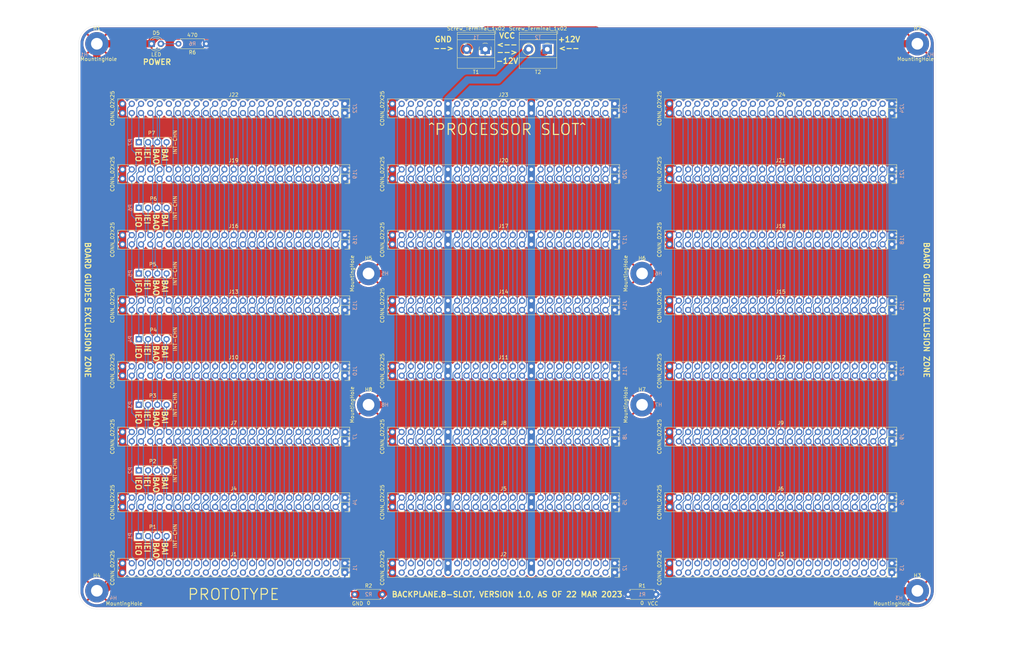
<source format=kicad_pcb>
(kicad_pcb (version 20211014) (generator pcbnew)
  (layers (0 "F.Cu" signal) (31 "B.Cu" signal) (34 "B.Paste" user) (35 "F.Paste" user) (36 "B.SilkS" user "B.Silkscreen") (37 "F.SilkS" user "F.Silkscreen") (38 "B.Mask" user) (39 "F.Mask" user) (44 "Edge.Cuts" user))
  (net 0 "")
  (net 1 "GND")
  (net 2 "VCC")
  (net 3 "/+12V")
  (net 4 "/-12V")
  (net 5 "/~{EIRQ0}")
  (net 6 "/~{IEI-1}")
  (net 7 "/~{EIRQ1}")
  (net 8 "/~{EIRQ2}")
  (net 9 "/~{BAI-1}")
  (net 10 "/~{EIRQ3}")
  (net 11 "/USER0")
  (net 12 "/~{EIRQ4}")
  (net 13 "/USER1")
  (net 14 "/~{EIRQ5}")
  (net 15 "/USER2")
  (net 16 "/~{EIRQ6}")
  (net 17 "/USER3")
  (net 18 "/~{EIRQ7}")
  (net 19 "/USER4")
  (net 20 "/~{RFSH}")
  (net 21 "/USER5")
  (net 22 "/~{HALT}")
  (net 23 "/USER6")
  (net 24 "/~{WAIT}")
  (net 25 "/USER7")
  (net 26 "/~{BUSRQ}")
  (net 27 "/USER8")
  (net 28 "/CRUCLK")
  (net 29 "/~{RES_IN}")
  (net 30 "/~{NMI}")
  (net 31 "/CRUIN")
  (net 32 "/~{INT0}")
  (net 33 "/CRUOUT")
  (net 34 "/CLK")
  (net 35 "/~{RES_OUT}")
  (net 36 "/~{BUSACK}")
  (net 37 "/~{INT1}")
  (net 38 "/~{M1}")
  (net 39 "/~{INT2}")
  (net 40 "/~{MREQ}")
  (net 41 "/PHI")
  (net 42 "/~{IORQ}")
  (net 43 "/ST")
  (net 44 "/~{WR}")
  (net 45 "/E")
  (net 46 "/~{RD}")
  (net 47 "/A0")
  (net 48 "/A1")
  (net 49 "/I2C_SCL")
  (net 50 "/A2")
  (net 51 "/I2C_SDA")
  (net 52 "/A3")
  (net 53 "/~{DREQ0}")
  (net 54 "/A4")
  (net 55 "/~{TEND0}")
  (net 56 "/A5")
  (net 57 "/~{DREQ1}")
  (net 58 "/A6")
  (net 59 "/~{TEND1}")
  (net 60 "/A7")
  (net 61 "/A8")
  (net 62 "/AUXCLK1")
  (net 63 "/A9")
  (net 64 "/AUXCLK2")
  (net 65 "/A10")
  (net 66 "/AUXCLK3")
  (net 67 "/A11")
  (net 68 "/IC0")
  (net 69 "/A12")
  (net 70 "/IC1")
  (net 71 "/A13")
  (net 72 "/IC2")
  (net 73 "/A14")
  (net 74 "/IC3")
  (net 75 "/A15")
  (net 76 "/A24")
  (net 77 "/A16")
  (net 78 "/A25")
  (net 79 "/A17")
  (net 80 "/A26")
  (net 81 "/A18")
  (net 82 "/A27")
  (net 83 "/A19")
  (net 84 "/A28")
  (net 85 "/A20")
  (net 86 "/A29")
  (net 87 "/A21")
  (net 88 "/A30")
  (net 89 "/A22")
  (net 90 "/A31")
  (net 91 "/A23")
  (net 92 "/IPL0")
  (net 93 "/IPL1")
  (net 94 "/S0")
  (net 95 "/IPL2")
  (net 96 "/S1")
  (net 97 "/~{BHE}")
  (net 98 "/S2")
  (net 99 "/~{BUSERR}")
  (net 100 "/LDS")
  (net 101 "/~{VPA}")
  (net 102 "/UDS")
  (net 103 "/~{VMA}")
  (net 104 "/D16")
  (net 105 "/D0")
  (net 106 "/D17")
  (net 107 "/D1")
  (net 108 "/D18")
  (net 109 "/D2")
  (net 110 "/D19")
  (net 111 "/D3")
  (net 112 "/D20")
  (net 113 "/D4")
  (net 114 "/D21")
  (net 115 "/D5")
  (net 116 "/D22")
  (net 117 "/D6")
  (net 118 "/D23")
  (net 119 "/D7")
  (net 120 "/D24")
  (net 121 "/D8")
  (net 122 "/D25")
  (net 123 "/D9")
  (net 124 "/D26")
  (net 125 "/D10")
  (net 126 "/D27")
  (net 127 "/D11")
  (net 128 "/D28")
  (net 129 "/D12")
  (net 130 "/D29")
  (net 131 "/D13")
  (net 132 "/D30")
  (net 133 "/D14")
  (net 134 "/D31")
  (net 135 "/D15")
  (net 136 "/~{IEO-2}")
  (net 137 "/~{IEI-2}")
  (net 138 "/~{BAO-2}")
  (net 139 "/~{BAI-2}")
  (net 140 "/~{IEO-3}")
  (net 141 "/~{IEI-3}")
  (net 142 "/~{BAO-3}")
  (net 143 "/~{BAI-3}")
  (net 144 "Net-(D5-Pad2)")
  (net 145 "/~{IEO-4}")
  (net 146 "/~{IEI-4}")
  (net 147 "/~{BAO-4}")
  (net 148 "/~{BAI-4}")
  (net 149 "/~{IEO-5}")
  (net 150 "/~{IEI-5}")
  (net 151 "/~{BAO-5}")
  (net 152 "/~{BAI-5}")
  (net 153 "/~{IEO-6}")
  (net 154 "/~{IEI-6}")
  (net 155 "/~{BAO-6}")
  (net 156 "/~{BAI-6}")
  (net 157 "/~{IEO-7}")
  (net 158 "/~{IEI-7}")
  (net 159 "/~{BAO-7}")
  (net 160 "/~{BAI-7}")
  (net 161 "/~{IEO-8}")
  (net 162 "/~{BAO-8}")
  (net 163 "/AUXCLK0")
  (net 164 "/~{BAO-1}")
  (net 165 "/~{IEO-1}")
  (net 166 "/~{BAI-8}")
  (net 167 "/~{IEI-8}")
  (footprint "Connector_PinSocket_2.54mm:PinSocket_2x25_P2.54mm_Vertical" (layer "F.Cu") (at 108 220 -90)
    (fp_text reference "J1")
    (fp_text value "CONN_02X25")
  )
  (footprint "Connector_PinSocket_2.54mm:PinSocket_2x25_P2.54mm_Vertical" (layer "F.Cu") (at 258 220 -90)
    (fp_text reference "J3")
    (fp_text value "CONN_02X25")
  )
  (footprint "Connector_PinSocket_2.54mm:PinSocket_2x25_P2.54mm_Vertical" (layer "F.Cu") (at 182 220 -90)
    (fp_text reference "J2")
    (fp_text value "CONN_02X25")
  )
  (footprint "MountingHole:MountingHole_3.2mm_M3_Pad" (layer "F.Cu") (at 40 75)
    (fp_text reference "H1")
    (fp_text value "MountingHole")
  )
  (footprint "MountingHole:MountingHole_3.2mm_M3_Pad" (layer "F.Cu") (at 265 75)
    (fp_text reference "H2")
    (fp_text value "MountingHole")
  )
  (footprint "Connector_PinSocket_2.54mm:PinSocket_2x25_P2.54mm_Vertical" (layer "F.Cu") (at 108 202 -90)
    (fp_text reference "J4")
    (fp_text value "CONN_02X25")
  )
  (footprint "Connector_PinSocket_2.54mm:PinSocket_2x25_P2.54mm_Vertical" (layer "F.Cu") (at 182 202 -90)
    (fp_text reference "J5")
    (fp_text value "CONN_02X25")
  )
  (footprint "Connector_PinSocket_2.54mm:PinSocket_2x25_P2.54mm_Vertical" (layer "F.Cu") (at 258 202 -90)
    (fp_text reference "J6")
    (fp_text value "CONN_02X25")
  )
  (footprint "Connector_PinSocket_2.54mm:PinSocket_2x25_P2.54mm_Vertical" (layer "F.Cu") (at 108 184 -90)
    (fp_text reference "J7")
    (fp_text value "CONN_02X25")
  )
  (footprint "Connector_PinSocket_2.54mm:PinSocket_2x25_P2.54mm_Vertical" (layer "F.Cu") (at 182 184 -90)
    (fp_text reference "J8")
    (fp_text value "CONN_02X25")
  )
  (footprint "Connector_PinSocket_2.54mm:PinSocket_2x25_P2.54mm_Vertical" (layer "F.Cu") (at 258 184 -90)
    (fp_text reference "J9")
    (fp_text value "CONN_02X25")
  )
  (footprint "Connector_PinSocket_2.54mm:PinSocket_2x25_P2.54mm_Vertical" (layer "F.Cu") (at 108 166 -90)
    (fp_text reference "J10")
    (fp_text value "CONN_02X25")
  )
  (footprint "Connector_PinSocket_2.54mm:PinSocket_2x25_P2.54mm_Vertical" (layer "F.Cu") (at 182 166 -90)
    (fp_text reference "J11")
    (fp_text value "CONN_02X25")
  )
  (footprint "Connector_PinSocket_2.54mm:PinSocket_2x25_P2.54mm_Vertical" (layer "F.Cu") (at 258 166 -90)
    (fp_text reference "J12")
    (fp_text value "CONN_02X25")
  )
  (footprint "Connector_PinSocket_2.54mm:PinSocket_2x25_P2.54mm_Vertical" (layer "F.Cu") (at 182 148 -90)
    (fp_text reference "J14")
    (fp_text value "CONN_02X25")
  )
  (footprint "Connector_PinSocket_2.54mm:PinSocket_2x25_P2.54mm_Vertical" (layer "F.Cu") (at 258 148 -90)
    (fp_text reference "J15")
    (fp_text value "CONN_02X25")
  )
  (footprint "Connector_PinSocket_2.54mm:PinSocket_2x25_P2.54mm_Vertical" (layer "F.Cu") (at 108 130 -90)
    (fp_text reference "J16")
    (fp_text value "CONN_02X25")
  )
  (footprint "Connector_PinSocket_2.54mm:PinSocket_2x25_P2.54mm_Vertical" (layer "F.Cu") (at 182 130 -90)
    (fp_text reference "J17")
    (fp_text value "CONN_02X25")
  )
  (footprint "Connector_PinSocket_2.54mm:PinSocket_2x25_P2.54mm_Vertical" (layer "F.Cu") (at 258 130 -90)
    (fp_text reference "J18")
    (fp_text value "CONN_02X25")
  )
  (footprint "Connector_PinSocket_2.54mm:PinSocket_2x25_P2.54mm_Vertical" (layer "F.Cu") (at 108 112 -90)
    (fp_text reference "J19")
    (fp_text value "CONN_02X25")
  )
  (footprint "Connector_PinSocket_2.54mm:PinSocket_2x25_P2.54mm_Vertical" (layer "F.Cu") (at 182 112 -90)
    (fp_text reference "J20")
    (fp_text value "CONN_02X25")
  )
  (footprint "Connector_PinSocket_2.54mm:PinSocket_2x25_P2.54mm_Vertical" (layer "F.Cu") (at 258 112 -90)
    (fp_text reference "J21")
    (fp_text value "CONN_02X25")
  )
  (footprint "Connector_PinSocket_2.54mm:PinSocket_2x25_P2.54mm_Vertical" (layer "F.Cu") (at 108 94 -90)
    (fp_text reference "J22")
    (fp_text value "CONN_02X25")
  )
  (footprint "Connector_PinSocket_2.54mm:PinSocket_2x25_P2.54mm_Vertical" (layer "F.Cu") (at 182 94 -90)
    (fp_text reference "J23")
    (fp_text value "CONN_02X25")
  )
  (footprint "Connector_PinSocket_2.54mm:PinSocket_2x25_P2.54mm_Vertical" (layer "F.Cu") (at 258 94 -90)
    (fp_text reference "J24")
    (fp_text value "CONN_02X25")
  )
  (footprint "Connector_PinSocket_2.54mm:PinSocket_2x25_P2.54mm_Vertical" (layer "F.Cu") (at 108 148 -90)
    (fp_text reference "J13")
    (fp_text value "CONN_02X25")
  )
  (footprint "MountingHole:MountingHole_3.2mm_M3_Pad" (layer "F.Cu") (at 265 225)
    (fp_text reference "H3")
    (fp_text value "MountingHole")
  )
  (footprint "MountingHole:MountingHole_3.2mm_M3_Pad" (layer "F.Cu") (at 40 225)
    (fp_text reference "H4")
    (fp_text value "MountingHole")
  )
  (footprint "Connector_PinHeader_2.54mm:PinHeader_1x04_P2.54mm_Vertical" (layer "F.Cu") (at 51.5 210 90)
    (fp_text reference "P1")
    (fp_text value "INT-CHN")
  )
  (footprint "Connector_PinHeader_2.54mm:PinHeader_1x04_P2.54mm_Vertical" (layer "F.Cu") (at 51.5 192 90)
    (fp_text reference "P2")
    (fp_text value "INT-CHN")
  )
  (footprint "Connector_PinHeader_2.54mm:PinHeader_1x04_P2.54mm_Vertical" (layer "F.Cu") (at 51.5 156 90)
    (fp_text reference "P4")
    (fp_text value "INT-CHN")
  )
  (footprint "Connector_PinHeader_2.54mm:PinHeader_1x04_P2.54mm_Vertical" (layer "F.Cu") (at 51.5 138 90)
    (fp_text reference "P5")
    (fp_text value "INT-CHN")
  )
  (footprint "Connector_PinHeader_2.54mm:PinHeader_1x04_P2.54mm_Vertical" (layer "F.Cu") (at 51.5 120 90)
    (fp_text reference "P6")
    (fp_text value "INT-CHN")
  )
  (footprint "Connector_PinHeader_2.54mm:PinHeader_1x04_P2.54mm_Vertical" (layer "F.Cu") (at 51.5 174 90)
    (fp_text reference "P3")
    (fp_text value "INT-CHN")
  )
  (footprint "LED_THT:LED_D3.0mm" (layer "F.Cu") (at 55 75)
    (fp_text reference "D5")
    (fp_text value "LED")
  )
  (footprint "Resistor_THT:R_Axial_DIN0207_L6.3mm_D2.5mm_P7.62mm_Horizontal" (layer "F.Cu") (at 70 75 180)
    (fp_text reference "R6")
    (fp_text value "470")
  )
  (footprint "TerminalBlock_Phoenix:TerminalBlock_Phoenix_MKDS-1,5-2-5.08_1x02_P5.08mm_Horizontal" (layer "F.Cu") (at 146.5 76.5 180)
    (fp_text reference "T1")
    (fp_text value "Screw_Terminal_1x02")
  )
  (footprint "TerminalBlock_Phoenix:TerminalBlock_Phoenix_MKDS-1,5-2-5.08_1x02_P5.08mm_Horizontal" (layer "F.Cu") (at 163.5 76.5 180)
    (fp_text reference "T2")
    (fp_text value "Screw_Terminal_1x02")
  )
  (footprint "Connector_PinHeader_2.54mm:PinHeader_1x04_P2.54mm_Vertical" (layer "F.Cu") (at 51.5 102 90)
    (fp_text reference "P7")
    (fp_text value "INT-CHN")
  )
  (footprint "Resistor_THT:R_Axial_DIN0207_L6.3mm_D2.5mm_P7.62mm_Horizontal" (layer "F.Cu") (at 110.69 226)
    (fp_text reference "R2")
    (fp_text value "0")
  )
  (footprint "MountingHole:MountingHole_3.2mm_M3_Pad" (layer "F.Cu") (at 114.5 138)
    (fp_text reference "H5")
    (fp_text value "MountingHole")
  )
  (footprint "MountingHole:MountingHole_3.2mm_M3_Pad" (layer "F.Cu") (at 114.5 174)
    (fp_text reference "H8")
    (fp_text value "MountingHole")
  )
  (footprint "MountingHole:MountingHole_3.2mm_M3_Pad" (layer "F.Cu") (at 189.5 138)
    (fp_text reference "H6")
    (fp_text value "MountingHole")
  )
  (footprint "MountingHole:MountingHole_3.2mm_M3_Pad" (layer "F.Cu") (at 189.5 174)
    (fp_text reference "H7")
    (fp_text value "MountingHole")
  )
  (footprint "Resistor_THT:R_Axial_DIN0207_L6.3mm_D2.5mm_P7.62mm_Horizontal" (layer "F.Cu") (at 185.69 226)
    (fp_text reference "R1")
    (fp_text value "0")
  )
  (gr_line (start 40 230) (end 265 230) (layer "Edge.Cuts") (width 0.05))
  (gr_line (start 270 225) (end 270 75) (layer "Edge.Cuts") (width 0.05))
  (gr_line (start 265 70) (end 40 70) (layer "Edge.Cuts") (width 0.05))
  (gr_line (start 35 75) (end 35 225) (layer "Edge.Cuts") (width 0.05))
  (gr_arc (start 270 225) (mid 268.535534 228.535534) (end 265 230) (layer "Edge.Cuts") (width 0.05))
  (gr_arc (start 265 70) (mid 268.535534 71.464466) (end 270 75) (layer "Edge.Cuts") (width 0.05))
  (gr_arc (start 40 230) (mid 36.464466 228.535534) (end 35 225) (layer "Edge.Cuts") (width 0.05))
  (gr_arc (start 35 75) (mid 36.464466 71.464466) (end 40 70) (layer "Edge.Cuts") (width 0.05))
  (gr_text "BAI\nBAO\nIEI\nIEO" (at 55 121.5 270) (layer "F.SilkS") (effects (font (size 1.5 1.5) (thickness 0.3)) (justify left)))
  (gr_text "BAI\nBAO\nIEI\nIEO" (at 55 139.5 270) (layer "F.SilkS") (effects (font (size 1.5 1.5) (thickness 0.3)) (justify left)))
  (gr_text "BAI\nBAO\nIEI\nIEO" (at 55 157.5 270) (layer "F.SilkS") (effects (font (size 1.5 1.5) (thickness 0.3)) (justify left)))
  (gr_text "BAI\nBAO\nIEI\nIEO" (at 55 175.5 270) (layer "F.SilkS") (effects (font (size 1.5 1.5) (thickness 0.3)) (justify left)))
  (gr_text "BAI\nBAO\nIEI\nIEO" (at 55 193.5 270) (layer "F.SilkS") (effects (font (size 1.5 1.5) (thickness 0.3)) (justify left)))
  (gr_text "BAI\nBAO\nIEI\nIEO" (at 55 211.5 270) (layer "F.SilkS") (effects (font (size 1.5 1.5) (thickness 0.3)) (justify left)))
  (gr_text "BACKPLANE.8-SLOT, VERSION 1.0, AS OF 22 MAR 2023" (at 152.5 226) (layer "F.SilkS") (effects (font (size 1.5 1.5) (thickness 0.3))))
  (gr_text "BOARD GUIDES EXCLUSION ZONE" (at 267.5 148 270) (layer "F.SilkS") (effects (font (size 1.5 1.5) (thickness 0.3))))
  (gr_text "BAI\nBAO\nIEI\nIEO" (at 55 103.5 270) (layer "F.SilkS") (effects (font (size 1.5 1.5) (thickness 0.3)) (justify left)))
  (gr_text "BOARD GUIDES EXCLUSION ZONE" (at 37.5 148 270) (layer "F.SilkS") (effects (font (size 1.5 1.5) (thickness 0.3))))
  (gr_text "GND\n-->" (at 135 75) (layer "F.SilkS") (effects (font (size 1.5 1.5) (thickness 0.3))))
  (gr_text "PROTOTYPE" (at 77.5 226) (layer "F.SilkS") (effects (font (size 3 3) (thickness 0.3))))
  (gr_text "-->\n-12V" (at 152.5 78.5) (layer "F.SilkS") (effects (font (size 1.5 1.5) (thickness 0.3))))
  (gr_text "VCC\n<--" (at 152.5 74) (layer "F.SilkS") (effects (font (size 1.5 1.5) (thickness 0.3))))
  (gr_text "+12V\n<--" (at 169.5 75) (layer "F.SilkS") (effects (font (size 1.5 1.5) (thickness 0.3))))
  (gr_text "VCC" (at 192.5 228.5) (layer "F.SilkS") (effects (font (size 1 1))))
  (gr_text "GND" (at 111.5 228.5) (layer "F.SilkS") (effects (font (size 1 1))))
  (gr_text "POWER" (at 56.5 80) (layer "F.SilkS") (effects (font (size 1.5 1.5) (thickness 0.3))))
  (gr_text "^PROCESSOR SLOT^" (at 152.5 98.5) (layer "F.SilkS") (effects (font (size 3 3) (thickness 0.3))))
  (segment (start 47.04 184) (end 47.04 199.46) (width 2) (layer "F.Cu") (net 1))
  (segment (start 121.04 223.27) (end 118.31 226) (width 2) (layer "F.Cu") (net 1))
  (segment (start 55 75) (end 40 75) (width 2) (layer "F.Cu") (net 1))
  (segment (start 197.04 130) (end 197.04 138.54) (width 2) (layer "F.Cu") (net 1))
  (segment (start 47.04 112) (end 47.04 127.46) (width 2) (layer "F.Cu") (net 1))
  (segment (start 124.899999 72.899999) (end 56.531999 72.899999) (width 2) (layer "F.Cu") (net 1))
  (segment (start 189.5 174) (end 196.5 174) (width 2) (layer "F.Cu") (net 1))
  (segment (start 56.531999 72.899999) (end 55 74.431998) (width 2) (layer "F.Cu") (net 1))
  (segment (start 121.04 130) (end 121.04 138.54) (width 2) (layer "F.Cu") (net 1))
  (segment (start 200.837919 225) (end 265 225) (width 2) (layer "F.Cu") (net 1))
  (segment (start 47.04 127.46) (end 47.04 130) (width 2) (layer "F.Cu") (net 1))
  (segment (start 121.04 138.54) (end 121.04 148) (width 2) (layer "F.Cu") (net 1))
  (segment (start 197.04 181.46) (end 197.04 184) (width 2) (layer "F.Cu") (net 1))
  (segment (start 197.04 94) (end 197.04 109.46) (width 2) (layer "F.Cu") (net 1))
  (segment (start 40 225) (end 42.04 225) (width 2) (layer "F.Cu") (net 1))
  (segment (start 47.04 163.46) (end 47.04 166) (width 2) (layer "F.Cu") (net 1))
  (segment (start 120.5 174) (end 121.04 174.54) (width 2) (layer "F.Cu") (net 1))
  (segment (start 47.04 91.46) (end 47.04 94) (width 2) (layer "F.Cu") (net 1))
  (segment (start 176.80501 71.22501) (end 146.69499 71.22501) (width 2) (layer "F.Cu") (net 1))
  (segment (start 47.04 94) (end 47.04 109.46) (width 2) (layer "F.Cu") (net 1))
  (segment (start 47.04 145.46) (end 47.04 148) (width 2) (layer "F.Cu") (net 1))
  (segment (start 197.04 184) (end 197.04 202) (width 2) (layer "F.Cu") (net 1))
  (segment (start 114.5 174) (end 120.5 174) (width 2) (layer "F.Cu") (net 1))
  (segment (start 265 75) (end 212.297919 75) (width 2) (layer "F.Cu") (net 1))
  (segment (start 141.42 76.5) (end 134.797919 76.5) (width 2) (layer "F.Cu") (net 1))
  (segment (start 121.04 220) (end 121.04 223.27) (width 2) (layer "F.Cu") (net 1))
  (segment (start 47.04 202) (end 47.04 217.46) (width 2) (layer "F.Cu") (net 1))
  (segment (start 146.69499 71.22501) (end 141.42 76.5) (width 2) (layer "F.Cu") (net 1))
  (segment (start 121.04 202) (end 121.04 220) (width 2) (layer "F.Cu") (net 1))
  (segment (start 197.04 109.46) (end 197.04 112) (width 2) (layer "F.Cu") (net 1))
  (segment (start 47.04 199.46) (end 47.04 202) (width 2) (layer "F.Cu") (net 1))
  (segment (start 134.797919 76.5) (end 128.5 76.5) (width 2) (layer "F.Cu") (net 1))
  (segment (start 197.04 148) (end 197.04 166) (width 2) (layer "F.Cu") (net 1))
  (segment (start 121.04 127.46) (end 121.04 130) (width 2) (layer "F.Cu") (net 1))
  (segment (start 197.04 138.54) (end 197.04 148) (width 2) (layer "F.Cu") (net 1))
  (segment (start 128.5 76.5) (end 124.899999 72.899999) (width 2) (layer "F.Cu") (net 1))
  (segment (start 189.5 138) (end 196.5 138) (width 2) (layer "F.Cu") (net 1))
  (segment (start 40 75) (end 40 84.42) (width 2) (layer "F.Cu") (net 1))
  (segment (start 121.04 148) (end 121.04 166) (width 2) (layer "F.Cu") (net 1))
  (segment (start 196.5 138) (end 197.04 138.54) (width 2) (layer "F.Cu") (net 1))
  (segment (start 47.04 181.46) (end 47.04 184) (width 2) (layer "F.Cu") (net 1))
  (segment (start 134.797919 76.5) (end 121.04 90.257919) (width 2) (layer "F.Cu") (net 1))
  (segment (start 121.04 184) (end 121.04 202) (width 2) (layer "F.Cu") (net 1))
  (segment (start 121.04 174.54) (end 121.04 184) (width 2) (layer "F.Cu") (net 1))
  (segment (start 197.04 220) (end 197.04 221.202081) (width 2) (layer "F.Cu") (net 1))
  (segment (start 121.04 94) (end 121.04 112) (width 2) (layer "F.Cu") (net 1))
  (segment (start 47.04 130) (end 47.04 145.46) (width 2) (layer "F.Cu") (net 1))
  (segment (start 212.297919 75) (end 197.04 90.257919) (width 2) (layer "F.Cu") (net 1))
  (segment (start 197.04 174.54) (end 197.04 181.46) (width 2) (layer "F.Cu") (net 1))
  (segment (start 55 74.431998) (end 55 75) (width 2) (layer "F.Cu") (net 1))
  (segment (start 197.04 166) (end 197.04 174.54) (width 2) (layer "F.Cu") (net 1))
  (segment (start 47.04 109.46) (end 47.04 112) (width 2) (layer "F.Cu") (net 1))
  (segment (start 197.04 221.202081) (end 200.837919 225) (width 2) (layer "F.Cu") (net 1))
  (segment (start 121.04 91.46) (end 121.04 94) (width 2) (layer "F.Cu") (net 1))
  (segment (start 121.04 112) (end 121.04 127.46) (width 2) (layer "F.Cu") (net 1))
  (segment (start 120.5 138) (end 121.04 138.54) (width 2) (layer "F.Cu") (net 1))
  (segment (start 114.5 138) (end 120.5 138) (width 2) (layer "F.Cu") (net 1))
  (segment (start 197.04 91.46) (end 176.80501 71.22501) (width 2) (layer "F.Cu") (net 1))
  (segment (start 196.5 174) (end 197.04 174.54) (width 2) (layer "F.Cu") (net 1))
  (segment (start 197.04 112) (end 197.04 130) (width 2) (layer "F.Cu") (net 1))
  (segment (start 197.04 91.46) (end 197.04 94) (width 2) (layer "F.Cu") (net 1))
  (segment (start 121.04 90.257919) (end 121.04 91.46) (width 2) (layer "F.Cu") (net 1))
  (segment (start 121.04 166) (end 121.04 174.54) (width 2) (layer "F.Cu") (net 1))
  (segment (start 47.04 166) (end 47.04 181.46) (width 2) (layer "F.Cu") (net 1))
  (segment (start 197.04 90.257919) (end 197.04 91.46) (width 2) (layer "F.Cu") (net 1))
  (segment (start 40 84.42) (end 47.04 91.46) (width 2) (layer "F.Cu") (net 1))
  (segment (start 42.04 225) (end 47.04 220) (width 2) (layer "F.Cu") (net 1))
  (segment (start 110.69 226) (end 118.31 226) (width 2) (layer "F.Cu") (net 1))
  (segment (start 197.04 202) (end 197.04 220) (width 2) (layer "F.Cu") (net 1))
  (segment (start 47.04 148) (end 47.04 163.46) (width 2) (layer "F.Cu") (net 1))
  (segment (start 47.04 217.46) (end 47.04 220) (width 2) (layer "F.Cu") (net 1))
  (segment (start 182 220) (end 182 222.31) (width 2) (layer "B.Cu") (net 2))
  (segment (start 258 94) (end 258 109.46) (width 2) (layer "B.Cu") (net 2))
  (segment (start 92.742081 75) (end 70 75) (width 2) (layer "B.Cu") (net 2))
  (segment (start 108 163.46) (end 108 166) (width 2) (layer "B.Cu") (net 2))
  (segment (start 125.460001 73.999999) (end 143.999999 73.999999) (width 2) (layer "B.Cu") (net 2))
  (segment (start 247.96 76.46) (end 258 86.5) (width 2) (layer "B.Cu") (net 2))
  (segment (start 258 199.46) (end 258 202) (width 2) (layer "B.Cu") (net 2))
  (segment (start 108 109.46) (end 108 112) (width 2) (layer "B.Cu") (net 2))
  (segment (start 108 166) (end 108 181.46) (width 2) (layer "B.Cu") (net 2))
  (segment (start 182 199.46) (end 182 184) (width 2) (layer "B.Cu") (net 2))
  (segment (start 258 112) (end 258 127.46) (width 2) (layer "B.Cu") (net 2))
  (segment (start 108 90.257919) (end 92.742081 75) (width 2) (layer "B.Cu") (net 2))
  (segment (start 182 91.46) (end 182 90.239998) (width 2) (layer "B.Cu") (net 2))
  (segment (start 197 76.46) (end 247.96 76.46) (width 2) (layer "B.Cu") (net 2))
  (segment (start 258 86.5) (end 258 91.46) (width 2) (layer "B.Cu") (net 2))
  (segment (start 108 199.46) (end 108 202) (width 2) (layer "B.Cu") (net 2))
  (segment (start 258 127.46) (end 258 130) (width 2) (layer "B.Cu") (net 2))
  (segment (start 108 145.46) (end 108 148) (width 2) (layer "B.Cu") (net 2))
  (segment (start 108 184) (end 108 199.46) (width 2) (layer "B.Cu") (net 2))
  (segment (start 108 130) (end 108 145.46) (width 2) (layer "B.Cu") (net 2))
  (segment (start 182 91.46) (end 197 76.46) (width 2) (layer "B.Cu") (net 2))
  (segment (start 258 181.46) (end 258 184) (width 2) (layer "B.Cu") (net 2))
  (segment (start 108 91.46) (end 108 90.257919) (width 2) (layer "B.Cu") (net 2))
  (segment (start 258 91.46) (end 258 94) (width 2) (layer "B.Cu") (net 2))
  (segment (start 258 202) (end 258 217.46) (width 2) (layer "B.Cu") (net 2))
  (segment (start 182 166) (end 182 163.46) (width 2) (layer "B.Cu") (net 2))
  (segment (start 258 163.46) (end 258 166) (width 2) (layer "B.Cu") (net 2))
  (segment (start 182 109.46) (end 182 94) (width 2) (layer "B.Cu") (net 2))
  (segment (start 182 127.46) (end 182 112) (width 2) (layer "B.Cu") (net 2))
  (segment (start 182 222.31) (end 185.69 226) (width 2) (layer "B.Cu") (net 2))
  (segment (start 165.760001 73.999999) (end 149.000001 73.999999) (width 2) (layer "B.Cu") (net 2))
  (segment (start 185.69 226) (end 193.31 226) (width 2) (layer "B.Cu") (net 2))
  (segment (start 258 145.46) (end 258 148) (width 2) (layer "B.Cu") (net 2))
  (segment (start 182 202) (end 182 199.46) (width 2) (layer "B.Cu") (net 2))
  (segment (start 182 145.46) (end 182 130) (width 2) (layer "B.Cu") (net 2))
  (segment (start 258 166) (end 258 181.46) (width 2) (layer "B.Cu") (net 2))
  (segment (start 182 217.46) (end 182 202) (width 2) (layer "B.Cu") (net 2))
  (segment (start 258 148) (end 258 163.46) (width 2) (layer "B.Cu") (net 2))
  (segment (start 258 217.46) (end 258 220) (width 2) (layer "B.Cu") (net 2))
  (segment (start 108 91.46) (end 125.460001 73.999999) (width 2) (layer "B.Cu") (net 2))
  (segment (start 182 163.46) (end 182 148) (width 2) (layer "B.Cu") (net 2))
  (segment (start 108 91.46) (end 108 94) (width 2) (layer "B.Cu") (net 2))
  (segment (start 258 130) (end 258 145.46) (width 2) (layer "B.Cu") (net 2))
  (segment (start 108 94) (end 108 109.46) (width 2) (layer "B.Cu") (net 2))
  (segment (start 108 112) (end 108 127.46) (width 2) (layer "B.Cu") (net 2))
  (segment (start 182 94) (end 182 91.46) (width 2) (layer "B.Cu") (net 2))
  (segment (start 182 148) (end 182 145.46) (width 2) (layer "B.Cu") (net 2))
  (segment (start 182 181.46) (end 182 166) (width 2) (layer "B.Cu") (net 2))
  (segment (start 258 109.46) (end 258 112) (width 2) (layer "B.Cu") (net 2))
  (segment (start 258 184) (end 258 199.46) (width 2) (layer "B.Cu") (net 2))
  (segment (start 143.999999 73.999999) (end 146.5 76.5) (width 2) (layer "B.Cu") (net 2))
  (segment (start 182 112) (end 182 109.46) (width 2) (layer "B.Cu") (net 2))
  (segment (start 182 220) (end 182 217.46) (width 2) (layer "B.Cu") (net 2))
  (segment (start 108 181.46) (end 108 184) (width 2) (layer "B.Cu") (net 2))
  (segment (start 108 217.46) (end 108 220) (width 2) (layer "B.Cu") (net 2))
  (segment (start 108 202) (end 108 217.46) (width 2) (layer "B.Cu") (net 2))
  (segment (start 108 148) (end 108 163.46) (width 2) (layer "B.Cu") (net 2))
  (segment (start 108 127.46) (end 108 130) (width 2) (layer "B.Cu") (net 2))
  (segment (start 149.000001 73.999999) (end 146.5 76.5) (width 2) (layer "B.Cu") (net 2))
  (segment (start 182 90.239998) (end 165.760001 73.999999) (width 2) (layer "B.Cu") (net 2))
  (segment (start 182 130) (end 182 127.46) (width 2) (layer "B.Cu") (net 2))
  (segment (start 182 184) (end 182 181.46) (width 2) (layer "B.Cu") (net 2))
  (segment (start 159.14 80.86) (end 159.14 91.46) (width 2) (layer "F.Cu") (net 3))
  (segment (start 163.5 76.5) (end 159.14 80.86) (width 2) (layer "F.Cu") (net 3))
  (segment (start 159.14 112) (end 159.14 127.46) (width 2) (layer "B.Cu") (net 3))
  (segment (start 159.14 91.46) (end 159.14 94) (width 2) (layer "B.Cu") (net 3))
  (segment (start 159.14 166) (end 159.14 181.46) (width 2) (layer "B.Cu") (net 3))
  (segment (start 159.14 109.46) (end 159.14 112) (width 2) (layer "B.Cu") (net 3))
  (segment (start 159.14 163.46) (end 159.14 166) (width 2) (layer "B.Cu") (net 3))
  (segment (start 159.14 148) (end 159.14 163.46) (width 2) (layer "B.Cu") (net 3))
  (segment (start 159.14 181.46) (end 159.14 184) (width 2) (layer "B.Cu") (net 3))
  (segment (start 159.14 217.46) (end 159.14 220) (width 2) (layer "B.Cu") (net 3))
  (segment (start 159.14 148) (end 159.14 145.46) (width 2) (layer "B.Cu") (net 3))
  (segment (start 159.14 127.46) (end 159.14 130) (width 2) (layer "B.Cu") (net 3))
  (segment (start 159.14 184) (end 159.14 199.46) (width 2) (layer "B.Cu") (net 3))
  (segment (start 159.14 130) (end 159.14 145.299746) (width 2) (layer "B.Cu") (net 3))
  (segment (start 159.14 199.46) (end 159.14 202) (width 2) (layer "B.Cu") (net 3))
  (segment (start 159.14 145.299746) (end 159.220127 145.379873) (width 2) (layer "B.Cu") (net 3))
  (segment (start 159.14 202) (end 159.14 217.46) (width 2) (layer "B.Cu") (net 3))
  (segment (start 159.14 94) (end 159.14 109.46) (width 2) (layer "B.Cu") (net 3))
  (segment (start 136.28 94) (end 136.28 109.46) (width 2) (layer "B.Cu") (net 4))
  (segment (start 136.28 163.46) (end 136.28 166) (width 2) (layer "B.Cu") (net 4))
  (segment (start 136.28 199.46) (end 136.28 202) (width 2) (layer "B.Cu") (net 4))
  (segment (start 136.28 145.46) (end 136.28 148) (width 2) (layer "B.Cu") (net 4))
  (segment (start 136.28 181.46) (end 136.28 184) (width 2) (layer "B.Cu") (net 4))
  (segment (start 136.28 91.46) (end 136.28 94) (width 2) (layer "B.Cu") (net 4))
  (segment (start 136.28 130) (end 136.28 145.46) (width 2) (layer "B.Cu") (net 4))
  (segment (start 136.28 109.46) (end 136.28 112) (width 2) (layer "B.Cu") (net 4))
  (segment (start 136.28 112) (end 136.28 127.46) (width 2) (layer "B.Cu") (net 4))
  (segment (start 136.28 217.46) (end 136.28 220) (width 2) (layer "B.Cu") (net 4))
  (segment (start 136.28 184) (end 136.28 199.46) (width 2) (layer "B.Cu") (net 4))
  (segment (start 136.28 127.46) (end 136.28 130) (width 2) (layer "B.Cu") (net 4))
  (segment (start 136.28 202) (end 136.28 217.46) (width 2) (layer "B.Cu") (net 4))
  (segment (start 141.617919 84.92) (end 136.28 90.257919) (width 2) (layer "B.Cu") (net 4))
  (segment (start 136.28 148) (end 136.28 163.46) (width 2) (layer "B.Cu") (net 4))
  (segment (start 158.42 76.5) (end 150 84.92) (width 2) (layer "B.Cu") (net 4))
  (segment (start 150 84.92) (end 141.617919 84.92) (width 2) (layer "B.Cu") (net 4))
  (segment (start 136.28 90.257919) (end 136.28 91.46) (width 2) (layer "B.Cu") (net 4))
  (segment (start 136.28 166) (end 136.28 181.46) (width 2) (layer "B.Cu") (net 4))
  (segment (start 53.295001 146.824999) (end 53.295001 139.114003) (width 0.25) (layer "B.Cu") (net 5))
  (segment (start 52.744999 130.624999) (end 52.12 130) (width 0.25) (layer "B.Cu") (net 5))
  (segment (start 52.12 148) (end 53.295001 146.824999) (width 0.25) (layer "B.Cu") (net 5))
  (segment (start 52.744999 138.564001) (end 52.744999 130.624999) (width 0.25) (layer "B.Cu") (net 5))
  (segment (start 53.295001 139.114003) (end 52.744999 138.564001) (width 0.25) (layer "B.Cu") (net 5))
  (segment (start 53.295001 128.824999) (end 53.295001 122.204999) (width 0.25) (layer "B.Cu") (net 5))
  (segment (start 53.295001 174.994003) (end 52.675001 174.374003) (width 0.25) (layer "B.Cu") (net 5))
  (segment (start 52.744999 196.654997) (end 52.744999 184.624999) (width 0.25) (layer "B.Cu") (net 5))
  (segment (start 53.295001 102.994003) (end 52.864999 102.564001) (width 0.25) (layer "B.Cu") (net 5))
  (segment (start 53.295001 110.824999) (end 53.295001 102.994003) (width 0.25) (layer "B.Cu") (net 5))
  (segment (start 52.12 112) (end 53.295001 110.824999) (width 0.25) (layer "B.Cu") (net 5))
  (segment (start 52.675001 166.555001) (end 52.12 166) (width 0.25) (layer "B.Cu") (net 5))
  (segment (start 52.675001 202.555001) (end 52.12 202) (width 0.25) (layer "B.Cu") (net 5))
  (segment (start 52.675001 112.555001) (end 52.12 112) (width 0.25) (layer "B.Cu") (net 5))
  (segment (start 52.744999 184.624999) (end 52.12 184) (width 0.25) (layer "B.Cu") (net 5))
  (segment (start 53.295001 122.204999) (end 52.675001 121.584999) (width 0.25) (layer "B.Cu") (net 5))
  (segment (start 52.675001 210.684001) (end 52.675001 202.555001) (width 0.25) (layer "B.Cu") (net 5))
  (segment (start 53.295001 218.824999) (end 53.295001 211.304001) (width 0.25) (layer "B.Cu") (net 5))
  (segment (start 52.12 184) (end 53.295001 182.824999) (width 0.25) (layer "B.Cu") (net 5))
  (segment (start 53.295001 164.824999) (end 53.295001 156.994003) (width 0.25) (layer "B.Cu") (net 5))
  (segment (start 53.295001 200.824999) (end 53.295001 197.204999) (width 0.25) (layer "B.Cu") (net 5))
  (segment (start 52.864999 102.564001) (end 52.864999 94.744999) (width 0.25) (layer "B.Cu") (net 5))
  (segment (start 52.675001 121.584999) (end 52.675001 112.555001) (width 0.25) (layer "B.Cu") (net 5))
  (segment (start 53.295001 197.204999) (end 52.744999 196.654997) (width 0.25) (layer "B.Cu") (net 5))
  (segment (start 52.12 220) (end 53.295001 218.824999) (width 0.25) (layer "B.Cu") (net 5))
  (segment (start 52.12 202) (end 53.295001 200.824999) (width 0.25) (layer "B.Cu") (net 5))
  (segment (start 52.12 166) (end 53.295001 164.824999) (width 0.25) (layer "B.Cu") (net 5))
  (segment (start 52.675001 156.374003) (end 52.675001 148.555001) (width 0.25) (layer "B.Cu") (net 5))
  (segment (start 52.675001 174.374003) (end 52.675001 166.555001) (width 0.25) (layer "B.Cu") (net 5))
  (segment (start 52.864999 94.744999) (end 52.12 94) (width 0.25) (layer "B.Cu") (net 5))
  (segment (start 53.295001 211.304001) (end 52.675001 210.684001) (width 0.25) (layer "B.Cu") (net 5))
  (segment (start 52.675001 148.555001) (end 52.12 148) (width 0.25) (layer "B.Cu") (net 5))
  (segment (start 53.295001 156.994003) (end 52.675001 156.374003) (width 0.25) (layer "B.Cu") (net 5))
  (segment (start 53.295001 182.824999) (end 53.295001 174.994003) (width 0.25) (layer "B.Cu") (net 5))
  (segment (start 52.12 130) (end 53.295001 128.824999) (width 0.25) (layer "B.Cu") (net 5))
  (segment (start 54.66 217.46) (end 54.66 210.74) (width 0.25) (layer "B.Cu") (net 6))
  (segment (start 54.66 210.74) (end 53.92 210) (width 0.25) (layer "B.Cu") (net 6))
  (segment (start 55.284999 138.564001) (end 55.284999 130.624999) (width 0.25) (layer "B.Cu") (net 7))
  (segment (start 55.284999 130.624999) (end 54.66 130) (width 0.25) (layer "B.Cu") (net 7))
  (segment (start 55.895999 139.175001) (end 55.284999 138.564001) (width 0.25) (layer "B.Cu") (net 7))
  (segment (start 55.895999 145.963003) (end 55.895999 139.175001) (width 0.25) (layer "B.Cu") (net 7))
  (segment (start 55.509999 146.349003) (end 55.895999 145.963003) (width 0.25) (layer "B.Cu") (net 7))
  (segment (start 54.66 148) (end 55.509999 147.150001) (width 0.25) (layer "B.Cu") (net 7))
  (segment (start 55.509999 147.150001) (end 55.509999 146.349003) (width 0.25) (layer "B.Cu") (net 7))
  (segment (start 54.66 129.199002) (end 55.835001 128.024001) (width 0.25) (layer "B.Cu") (net 7))
  (segment (start 55.835001 102.994003) (end 55.404999 102.564001) (width 0.25) (layer "B.Cu") (net 7))
  (segment (start 54.66 148) (end 54.66 154.380998) (width 0.25) (layer "B.Cu") (net 7))
  (segment (start 55.835001 182.024001) (end 55.835001 174.994003) (width 0.25) (layer "B.Cu") (net 7))
  (segment (start 55.284999 112.624999) (end 54.66 112) (width 0.25) (layer "B.Cu") (net 7))
  (segment (start 55.835001 110.824999) (end 55.835001 102.994003) (width 0.25) (layer "B.Cu") (net 7))
  (segment (start 55.215001 202.555001) (end 55.215001 216.275999) (width 0.25) (layer "B.Cu") (net 7))
  (segment (start 55.835001 128.024001) (end 55.835001 121.114003) (width 0.25) (layer "B.Cu") (net 7))
  (segment (start 55.215001 166.555001) (end 54.66 166) (width 0.25) (layer "B.Cu") (net 7))
  (segment (start 54.66 202) (end 55.215001 202.555001) (width 0.25) (layer "B.Cu") (net 7))
  (segment (start 55.284999 184.624999) (end 54.66 184) (width 0.25) (layer "B.Cu") (net 7))
  (segment (start 55.835001 174.994003) (end 55.215001 174.374003) (width 0.25) (layer "B.Cu") (net 7))
  (segment (start 55.509999 201.150001) (end 55.509999 200.349003) (width 0.25) (layer "B.Cu") (net 7))
  (segment (start 54.66 154.380998) (end 55.215001 154.935999) (width 0.25) (layer "B.Cu") (net 7))
  (segment (start 54.66 184) (end 54.66 183.199002) (width 0.25) (layer "B.Cu") (net 7))
  (segment (start 55.835001 162.904999) (end 55.835001 164.824999) (width 0.25) (layer "B.Cu") (net 7))
  (segment (start 55.404999 94.744999) (end 54.66 94) (width 0.25) (layer "B.Cu") (net 7))
  (segment (start 54.66 130) (end 54.66 129.199002) (width 0.25) (layer "B.Cu") (net 7))
  (segment (start 55.895999 199.963003) (end 55.895999 193.175001) (width 0.25) (layer "B.Cu") (net 7))
  (segment (start 55.284999 192.564001) (end 55.284999 184.624999) (width 0.25) (layer "B.Cu") (net 7))
  (segment (start 55.284999 120.564001) (end 55.284999 112.624999) (width 0.25) (layer "B.Cu") (net 7))
  (segment (start 55.215001 162.284999) (end 55.835001 162.904999) (width 0.25) (layer "B.Cu") (net 7))
  (segment (start 54.66 202) (end 55.509999 201.150001) (width 0.25) (layer "B.Cu") (net 7))
  (segment (start 55.835001 164.824999) (end 54.66 166) (width 0.25) (layer "B.Cu") (net 7))
  (segment (start 54.66 112) (end 55.835001 110.824999) (width 0.25) (layer "B.Cu") (net 7))
  (segment (start 55.835001 121.114003) (end 55.284999 120.564001) (width 0.25) (layer "B.Cu") (net 7))
  (segment (start 55.895999 193.175001) (end 55.284999 192.564001) (width 0.25) (layer "B.Cu") (net 7))
  (segment (start 55.215001 216.275999) (end 55.835001 216.895999) (width 0.25) (layer "B.Cu") (net 7))
  (segment (start 54.66 183.199002) (end 55.835001 182.024001) (width 0.25) (layer "B.Cu") (net 7))
  (segment (start 55.404999 102.564001) (end 55.404999 94.744999) (width 0.25) (layer "B.Cu") (net 7))
  (segment (start 55.215001 154.935999) (end 55.215001 162.284999) (width 0.25) (layer "B.Cu") (net 7))
  (segment (start 55.835001 216.895999) (end 55.835001 218.824999) (width 0.25) (layer "B.Cu") (net 7))
  (segment (start 55.509999 200.349003) (end 55.895999 199.963003) (width 0.25) (layer "B.Cu") (net 7))
  (segment (start 55.835001 218.824999) (end 54.66 220) (width 0.25) (layer "B.Cu") (net 7))
  (segment (start 55.215001 174.374003) (end 55.215001 166.555001) (width 0.25) (layer "B.Cu") (net 7))
  (segment (start 57.824999 130.624999) (end 57.2 130) (width 0.25) (layer "B.Cu") (net 8))
  (segment (start 57.2 148) (end 58.375001 146.824999) (width 0.25) (layer "B.Cu") (net 8))
  (segment (start 57.824999 139.110001) (end 57.824999 130.624999) (width 0.25) (layer "B.Cu") (net 8))
  (segment (start 58.375001 139.660003) (end 57.824999 139.110001) (width 0.25) (layer "B.Cu") (net 8))
  (segment (start 58.375001 146.824999) (end 58.375001 139.660003) (width 0.25) (layer "B.Cu") (net 8))
  (segment (start 57.824999 112.624999) (end 57.2 112) (width 0.25) (layer "B.Cu") (net 8))
  (segment (start 57.2 130) (end 58.375001 128.824999) (width 0.25) (layer "B.Cu") (net 8))
  (segment (start 58.375001 182.824999) (end 58.375001 174.994003) (width 0.25) (layer "B.Cu") (net 8))
  (segment (start 57.824999 184.624999) (end 57.2 184) (width 0.25) (layer "B.Cu") (net 8))
  (segment (start 57.755001 156.374003) (end 57.755001 148.555001) (width 0.25) (layer "B.Cu") (net 8))
  (segment (start 58.375001 108.895999) (end 58.375001 110.824999) (width 0.25) (layer "B.Cu") (net 8))
  (segment (start 58.375001 110.824999) (end 57.2 112) (width 0.25) (layer "B.Cu") (net 8))
  (segment (start 57.824999 121.110001) (end 57.824999 112.624999) (width 0.25) (layer "B.Cu") (net 8))
  (segment (start 57.2 94) (end 57.2 100.880998) (width 0.25) (layer "B.Cu") (net 8))
  (segment (start 57.755001 101.435999) (end 57.755001 108.275999) (width 0.25) (layer "B.Cu") (net 8))
  (segment (start 57.2 220) (end 58.375001 218.824999) (width 0.25) (layer "B.Cu") (net 8))
  (segment (start 57.755001 166.555001) (end 57.2 166) (width 0.25) (layer "B.Cu") (net 8))
  (segment (start 57.2 184) (end 58.375001 182.824999) (width 0.25) (layer "B.Cu") (net 8))
  (segment (start 58.375001 193.660003) (end 57.824999 193.110001) (width 0.25) (layer "B.Cu") (net 8))
  (segment (start 57.2 166) (end 58.375001 164.824999) (width 0.25) (layer "B.Cu") (net 8))
  (segment (start 57.2 100.880998) (end 57.755001 101.435999) (width 0.25) (layer "B.Cu") (net 8))
  (segment (start 57.755001 174.374003) (end 57.755001 166.555001) (width 0.25) (layer "B.Cu") (net 8))
  (segment (start 58.375001 164.824999) (end 58.375001 156.994003) (width 0.25) (layer "B.Cu") (net 8))
  (segment (start 57.755001 148.555001) (end 57.2 148) (width 0.25) (layer "B.Cu") (net 8))
  (segment (start 57.824999 193.110001) (end 57.824999 184.624999) (width 0.25) (layer "B.Cu") (net 8))
  (segment (start 58.375001 174.994003) (end 57.755001 174.374003) (width 0.25) (layer "B.Cu") (net 8))
  (segment (start 58.375001 210.994003) (end 57.944999 210.564001) (width 0.25) (layer "B.Cu") (net 8))
  (segment (start 58.375001 218.824999) (end 58.375001 210.994003) (width 0.25) (layer "B.Cu") (net 8))
  (segment (start 58.375001 156.994003) (end 57.755001 156.374003) (width 0.25) (layer "B.Cu") (net 8))
  (segment (start 58.375001 121.660003) (end 57.824999 121.110001) (width 0.25) (layer "B.Cu") (net 8))
  (segment (start 58.375001 200.824999) (end 58.375001 193.660003) (width 0.25) (layer "B.Cu") (net 8))
  (segment (start 57.2 202) (end 58.375001 200.824999) (width 0.25) (layer "B.Cu") (net 8))
  (segment (start 57.944999 202.744999) (end 57.2 202) (width 0.25) (layer "B.Cu") (net 8))
  (segment (start 57.755001 108.275999) (end 58.375001 108.895999) (width 0.25) (layer "B.Cu") (net 8))
  (segment (start 57.944999 210.564001) (end 57.944999 202.744999) (width 0.25) (layer "B.Cu") (net 8))
  (segment (start 58.375001 128.824999) (end 58.375001 121.660003) (width 0.25) (layer "B.Cu") (net 8))
  (segment (start 59.12 216.84) (end 59.74 217.46) (width 0.25) (layer "B.Cu") (net 9))
  (segment (start 59.12 210) (end 59.12 216.84) (width 0.25) (layer "B.Cu") (net 9))
  (segment (start 59.74 112) (end 60.915001 110.824999) (width 0.25) (layer "B.Cu") (net 10))
  (segment (start 60.915001 95.175001) (end 59.74 94) (width 0.25) (layer "B.Cu") (net 10))
  (segment (start 60.915001 110.824999) (end 60.915001 95.175001) (width 0.25) (layer "B.Cu") (net 10))
  (segment (start 60.915001 149.175001) (end 59.74 148) (width 0.25) (layer "B.Cu") (net 10))
  (segment (start 60.915001 164.824999) (end 60.915001 149.175001) (width 0.25) (layer "B.Cu") (net 10))
  (segment (start 59.74 166) (end 60.915001 164.824999) (width 0.25) (layer "B.Cu") (net 10))
  (segment (start 60.915001 167.175001) (end 59.74 166) (width 0.25) (layer "B.Cu") (net 10))
  (segment (start 59.86359 184) (end 59.74 184) (width 0.25) (layer "B.Cu") (net 10))
  (segment (start 60.5 202) (end 60.654989 201.845011) (width 0.25) (layer "B.Cu") (net 10))
  (segment (start 60.915001 200.024001) (end 60.915001 185.051411) (width 0.25) (layer "B.Cu") (net 10))
  (segment (start 60.915001 113.175001) (end 59.74 112) (width 0.25) (layer "B.Cu") (net 10))
  (segment (start 59.74 184) (end 59.74 183.199002) (width 0.25) (layer "B.Cu") (net 10))
  (segment (start 60.915001 218.824999) (end 60.915001 203.175001) (width 0.25) (layer "B.Cu") (net 10))
  (segment (start 60.654989 147.845011) (end 60.654989 146.284013) (width 0.25) (layer "B.Cu") (net 10))
  (segment (start 60.915001 203.175001) (end 59.74 202) (width 0.25) (layer "B.Cu") (net 10))
  (segment (start 59.74 183.199002) (end 60.915001 182.024001) (width 0.25) (layer "B.Cu") (net 10))
  (segment (start 60.915001 128.024001) (end 60.915001 113.175001) (width 0.25) (layer "B.Cu") (net 10))
  (segment (start 60.915001 182.024001) (end 60.915001 167.175001) (width 0.25) (layer "B.Cu") (net 10))
  (segment (start 59.74 129.199002) (end 60.915001 128.024001) (width 0.25) (layer "B.Cu") (net 10))
  (segment (start 59.904588 130) (end 59.74 130) (width 0.25) (layer "B.Cu") (net 10))
  (segment (start 60.915001 185.051411) (end 59.86359 184) (width 0.25) (layer "B.Cu") (net 10))
  (segment (start 60.654989 200.284013) (end 60.915001 200.024001) (width 0.25) (layer "B.Cu") (net 10))
  (segment (start 60.915001 131.010413) (end 59.904588 130) (width 0.25) (layer "B.Cu") (net 10))
  (segment (start 59.74 148) (end 60.5 148) (width 0.25) (layer "B.Cu") (net 10))
  (segment (start 60.654989 201.845011) (end 60.654989 200.284013) (width 0.25) (layer "B.Cu") (net 10))
  (segment (start 59.74 130) (end 59.74 129.199002) (width 0.25) (layer "B.Cu") (net 10))
  (segment (start 60.5 148) (end 60.654989 147.845011) (width 0.25) (layer "B.Cu") (net 10))
  (segment (start 59.74 202) (end 60.5 202) (width 0.25) (layer "B.Cu") (net 10))
  (segment (start 60.654989 146.284013) (end 60.915001 146.024001) (width 0.25) (layer "B.Cu") (net 10))
  (segment (start 60.915001 146.024001) (end 60.915001 131.010413) (width 0.25) (layer "B.Cu") (net 10))
  (segment (start 59.74 220) (end 60.915001 218.824999) (width 0.25) (layer "B.Cu") (net 10))
  (segment (start 62.28 95.739002) (end 61.104999 94.564001) (width 0.25) (layer "B.Cu") (net 11))
  (segment (start 62.28 109.46) (end 62.28 95.739002) (width 0.25) (layer "B.Cu") (net 11))
  (segment (start 61.104999 92.635001) (end 62.28 91.46) (width 0.25) (layer "B.Cu") (net 11))
  (segment (start 61.104999 94.564001) (end 61.104999 92.635001) (width 0.25) (layer "B.Cu") (net 11))
  (segment (start 62.28 149.739002) (end 61.104999 148.564001) (width 0.25) (layer "B.Cu") (net 11))
  (segment (start 62.28 163.46) (end 62.28 149.739002) (width 0.25) (layer "B.Cu") (net 11))
  (segment (start 61.104999 148.564001) (end 61.104999 146.635001) (width 0.25) (layer "B.Cu") (net 11))
  (segment (start 61.104999 146.635001) (end 62.28 145.46) (width 0.25) (layer "B.Cu") (net 11))
  (segment (start 61.104999 202.564001) (end 61.104999 200.635001) (width 0.25) (layer "B.Cu") (net 11))
  (segment (start 62.28 185.78) (end 61.104999 184.604999) (width 0.25) (layer "B.Cu") (net 11))
  (segment (start 61.104999 200.635001) (end 62.28 199.46) (width 0.25) (layer "B.Cu") (net 11))
  (segment (start 61.104999 128.635001) (end 62.28 127.46) (width 0.25) (layer "B.Cu") (net 11))
  (segment (start 62.28 164.260998) (end 62.28 163.46) (width 0.25) (layer "B.Cu") (net 11))
  (segment (start 61.104999 184.604999) (end 61.104999 182.635001) (width 0.25) (layer "B.Cu") (net 11))
  (segment (start 62.28 181.46) (end 62.28 167.739002) (width 0.25) (layer "B.Cu") (net 11))
  (segment (start 61.104999 182.635001) (end 62.28 181.46) (width 0.25) (layer "B.Cu") (net 11))
  (segment (start 61.104999 111.271411) (end 62.28 110.09641) (width 0.25) (layer "B.Cu") (net 11))
  (segment (start 61.104999 130.564001) (end 61.104999 128.635001) (width 0.25) (layer "B.Cu") (net 11))
  (segment (start 62.28 203.739002) (end 61.104999 202.564001) (width 0.25) (layer "B.Cu") (net 11))
  (segment (start 62.28 167.739002) (end 61 166.459002) (width 0.25) (layer "B.Cu") (net 11))
  (segment (start 62.28 110.09641) (end 62.28 109.46) (width 0.25) (layer "B.Cu") (net 11))
  (segment (start 62.28 131.739002) (end 61.104999 130.564001) (width 0.25) (layer "B.Cu") (net 11))
  (segment (start 62.28 217.46) (end 62.28 203.739002) (width 0.25) (layer "B.Cu") (net 11))
  (segment (start 62.28 127.46) (end 62.28 113.739002) (width 0.25) (layer "B.Cu") (net 11))
  (segment (start 61 166.459002) (end 61 165.540998) (width 0.25) (layer "B.Cu") (net 11))
  (segment (start 62.28 113.739002) (end 61.104999 112.564001) (width 0.25) (layer "B.Cu") (net 11))
  (segment (start 62.28 145.46) (end 62.28 131.739002) (width 0.25) (layer "B.Cu") (net 11))
  (segment (start 61 165.540998) (end 62.28 164.260998) (width 0.25) (layer "B.Cu") (net 11))
  (segment (start 62.28 199.46) (end 62.28 185.78) (width 0.25) (layer "B.Cu") (net 11))
  (segment (start 61.104999 112.564001) (end 61.104999 111.271411) (width 0.25) (layer "B.Cu") (net 11))
  (segment (start 63.644999 95.364999) (end 62.28 94) (width 0.25) (layer "B.Cu") (net 12))
  (segment (start 63.644999 110.635001) (end 63.644999 95.364999) (width 0.25) (layer "B.Cu") (net 12))
  (segment (start 62.28 112) (end 63.644999 110.635001) (width 0.25) (layer "B.Cu") (net 12))
  (segment (start 62.28 166) (end 63.644999 164.635001) (width 0.25) (layer "B.Cu") (net 12))
  (segment (start 63.644999 149.364999) (end 62.28 148) (width 0.25) (layer "B.Cu") (net 12))
  (segment (start 63.644999 164.635001) (end 63.644999 149.364999) (width 0.25) (layer "B.Cu") (net 12))
  (segment (start 63.644999 167.364999) (end 62.28 166) (width 0.25) (layer "B.Cu") (net 12))
  (segment (start 63.455001 131.175001) (end 62.28 130) (width 0.25) (layer "B.Cu") (net 12))
  (segment (start 62.28 147.199002) (end 63.455001 146.024001) (width 0.25) (layer "B.Cu") (net 12))
  (segment (start 63.644999 203.364999) (end 62.28 202) (width 0.25) (layer "B.Cu") (net 12))
  (segment (start 62.28 184) (end 62.28 183.199002) (width 0.25) (layer "B.Cu") (net 12))
  (segment (start 62.444588 184) (end 62.28 184) (width 0.25) (layer "B.Cu") (net 12))
  (segment (start 63.455001 146.024001) (end 63.455001 131.175001) (width 0.25) (layer "B.Cu") (net 12))
  (segment (start 62.28 130) (end 62.28 129.199002) (width 0.25) (layer "B.Cu") (net 12))
  (segment (start 62.28 202) (end 62.28 201.199002) (width 0.25) (layer "B.Cu") (net 12))
  (segment (start 63.455001 128.024001) (end 63.455001 113.175001) (width 0.25) (layer "B.Cu") (net 12))
  (segment (start 63.644999 181.834003) (end 63.644999 167.364999) (width 0.25) (layer "B.Cu") (net 12))
  (segment (start 63.455001 113.175001) (end 62.28 112) (width 0.25) (layer "B.Cu") (net 12))
  (segment (start 62.28 220) (end 63.644999 218.635001) (width 0.25) (layer "B.Cu") (net 12))
  (segment (start 62.28 183.199002) (end 63.644999 181.834003) (width 0.25) (layer "B.Cu") (net 12))
  (segment (start 62.28 148) (end 62.28 147.199002) (width 0.25) (layer "B.Cu") (net 12))
  (segment (start 62.28 129.199002) (end 63.455001 128.024001) (width 0.25) (layer "B.Cu") (net 12))
  (segment (start 63.455001 185.010413) (end 62.444588 184) (width 0.25) (layer "B.Cu") (net 12))
  (segment (start 62.28 201.199002) (end 63.455001 200.024001) (width 0.25) (layer "B.Cu") (net 12))
  (segment (start 63.644999 218.635001) (end 63.644999 203.364999) (width 0.25) (layer "B.Cu") (net 12))
  (segment (start 63.455001 200.024001) (end 63.455001 185.010413) (width 0.25) (layer "B.Cu") (net 12))
  (segment (start 64.82 109.46) (end 64.82 95.739002) (width 0.25) (layer "B.Cu") (net 13))
  (segment (start 64.82 95.739002) (end 63.644999 94.564001) (width 0.25) (layer "B.Cu") (net 13))
  (segment (start 63.644999 92.635001) (end 64.82 91.46) (width 0.25) (layer "B.Cu") (net 13))
  (segment (start 63.644999 94.564001) (end 63.644999 92.635001) (width 0.25) (layer "B.Cu") (net 13))
  (segment (start 64.82 163.46) (end 64.82 149.739002) (width 0.25) (layer "B.Cu") (net 13))
  (segment (start 63.644999 146.635001) (end 64.82 145.46) (width 0.25) (layer "B.Cu") (net 13))
  (segment (start 64.82 149.739002) (end 63.644999 148.564001) (width 0.25) (layer "B.Cu") (net 13))
  (segment (start 63.644999 148.564001) (end 63.644999 146.635001) (width 0.25) (layer "B.Cu") (net 13))
  (segment (start 63.644999 166.564001) (end 63.644999 165.271411) (width 0.25) (layer "B.Cu") (net 13))
  (segment (start 64.82 131.739002) (end 63.644999 130.564001) (width 0.25) (layer "B.Cu") (net 13))
  (segment (start 63.644999 130.564001) (end 63.644999 128.635001) (width 0.25) (layer "B.Cu") (net 13))
  (segment (start 63.644999 182.635001) (end 64.82 181.46) (width 0.25) (layer "B.Cu") (net 13))
  (segment (start 64.82 203.739002) (end 63.644999 202.564001) (width 0.25) (layer "B.Cu") (net 13))
  (segment (start 63.644999 112.564001) (end 63.644999 111.271411) (width 0.25) (layer "B.Cu") (net 13))
  (segment (start 63.644999 111.271411) (end 64.82 110.09641) (width 0.25) (layer "B.Cu") (net 13))
  (segment (start 64.82 113.739002) (end 63.644999 112.564001) (width 0.25) (layer "B.Cu") (net 13))
  (segment (start 63.644999 184.564001) (end 63.644999 182.635001) (width 0.25) (layer "B.Cu") (net 13))
  (segment (start 64.82 164.09641) (end 64.82 163.46) (width 0.25) (layer "B.Cu") (net 13))
  (segment (start 64.82 199.46) (end 64.82 185.739002) (width 0.25) (layer "B.Cu") (net 13))
  (segment (start 63.644999 165.271411) (end 64.82 164.09641) (width 0.25) (layer "B.Cu") (net 13))
  (segment (start 63.644999 200.635001) (end 64.82 199.46) (width 0.25) (layer "B.Cu") (net 13))
  (segment (start 64.82 217.46) (end 64.82 203.739002) (width 0.25) (layer "B.Cu") (net 13))
  (segment (start 64.82 145.46) (end 64.82 131.739002) (width 0.25) (layer "B.Cu") (net 13))
  (segment (start 64.82 181.46) (end 64.82 167.739002) (width 0.25) (layer "B.Cu") (net 13))
  (segment (start 64.82 127.46) (end 64.82 113.739002) (width 0.25) (layer "B.Cu") (net 13))
  (segment (start 64.82 110.09641) (end 64.82 109.46) (width 0.25) (layer "B.Cu") (net 13))
  (segment (start 64.82 185.739002) (end 63.644999 184.564001) (width 0.25) (layer "B.Cu") (net 13))
  (segment (start 64.82 167.739002) (end 63.644999 166.564001) (width 0.25) (layer "B.Cu") (net 13))
  (segment (start 63.644999 202.564001) (end 63.644999 200.635001) (width 0.25) (layer "B.Cu") (net 13))
  (segment (start 63.644999 128.635001) (end 64.82 127.46) (width 0.25) (layer "B.Cu") (net 13))
  (segment (start 65.995001 95.175001) (end 64.82 94) (width 0.25) (layer "B.Cu") (net 14))
  (segment (start 65.995001 110.824999) (end 65.995001 95.175001) (width 0.25) (layer "B.Cu") (net 14))
  (segment (start 64.82 112) (end 65.995001 110.824999) (width 0.25) (layer "B.Cu") (net 14))
  (segment (start 65.995001 164.824999) (end 65.995001 149.175001) (width 0.25) (layer "B.Cu") (net 14))
  (segment (start 64.82 166) (end 65.995001 164.824999) (width 0.25) (layer "B.Cu") (net 14))
  (segment (start 65.995001 149.175001) (end 64.82 148) (width 0.25) (layer "B.Cu") (net 14))
  (segment (start 64.82 183.199002) (end 65.995001 182.024001) (width 0.25) (layer "B.Cu") (net 14))
  (segment (start 64.82 130) (end 64.82 129.18) (width 0.25) (layer "B.Cu") (net 14))
  (segment (start 66 200.82) (end 66 185.18) (width 0.25) (layer "B.Cu") (net 14))
  (segment (start 64.82 148) (end 66 146.82) (width 0.25) (layer "B.Cu") (net 14))
  (segment (start 66 146.82) (end 66 131.18) (width 0.25) (layer "B.Cu") (net 14))
  (segment (start 65.995001 218.824999) (end 65.995001 203.175001) (width 0.25) (layer "B.Cu") (net 14))
  (segment (start 64.82 184) (end 64.82 183.199002) (width 0.25) (layer "B.Cu") (net 14))
  (segment (start 65.995001 167.175001) (end 64.82 166) (width 0.25) (layer "B.Cu") (net 14))
  (segment (start 64.82 220) (end 65.995001 218.824999) (width 0.25) (layer "B.Cu") (net 14))
  (segment (start 65.995001 182.024001) (end 65.995001 167.175001) (width 0.25) (layer "B.Cu") (net 14))
  (segment (start 65.995001 128.004999) (end 65.995001 113.175001) (width 0.25) (layer "B.Cu") (net 14))
  (segment (start 64.82 202) (end 66 200.82) (width 0.25) (layer "B.Cu") (net 14))
  (segment (start 66 131.18) (end 64.82 130) (width 0.25) (layer "B.Cu") (net 14))
  (segment (start 65.995001 113.175001) (end 64.82 112) (width 0.25) (layer "B.Cu") (net 14))
  (segment (start 66 185.18) (end 64.82 184) (width 0.25) (layer "B.Cu") (net 14))
  (segment (start 64.82 129.18) (end 65.995001 128.004999) (width 0.25) (layer "B.Cu") (net 14))
  (segment (start 65.995001 203.175001) (end 64.82 202) (width 0.25) (layer "B.Cu") (net 14))
  (segment (start 67.36 109.46) (end 67.36 95.739002) (width 0.25) (layer "B.Cu") (net 15))
  (segment (start 66 93.620998) (end 67.36 92.260998) (width 0.25) (layer "B.Cu") (net 15))
  (segment (start 67.36 95.739002) (end 66 94.379002) (width 0.25) (layer "B.Cu") (net 15))
  (segment (start 66 94.379002) (end 66 93.620998) (width 0.25) (layer "B.Cu") (net 15))
  (segment (start 67.36 146.260998) (end 67.36 145.46) (width 0.25) (layer "B.Cu") (net 15))
  (segment (start 66 148.379002) (end 66 147.620998) (width 0.25) (layer "B.Cu") (net 15))
  (segment (start 66 147.620998) (end 67.36 146.260998) (width 0.25) (layer "B.Cu") (net 15))
  (segment (start 67.36 149.739002) (end 66 148.379002) (width 0.25) (layer "B.Cu") (net 15))
  (segment (start 67.36 163.46) (end 67.36 149.739002) (width 0.25) (layer "B.Cu") (net 15))
  (segment (start 67.36 199.46) (end 67.36 185.86) (width 0.25) (layer "B.Cu") (net 15))
  (segment (start 67.36 131.739002) (end 66.184999 130.564001) (width 0.25) (layer "B.Cu") (net 15))
  (segment (start 67.36 145.46) (end 67.36 131.739002) (width 0.25) (layer "B.Cu") (net 15))
  (segment (start 67.36 167.739002) (end 66.184999 166.564001) (width 0.25) (layer "B.Cu") (net 15))
  (segment (start 67.36 181.46) (end 67.36 167.739002) (width 0.25) (layer "B.Cu") (net 15))
  (segment (start 67.36 217.46) (end 67.36 203.739002) (width 0.25) (layer "B.Cu") (net 15))
  (segment (start 66.184999 165.435999) (end 67.36 164.260998) (width 0.25) (layer "B.Cu") (net 15))
  (segment (start 67.36 185.86) (end 66.184999 184.684999) (width 0.25) (layer "B.Cu") (net 15))
  (segment (start 66 201.620998) (end 67.36 200.260998) (width 0.25) (layer "B.Cu") (net 15))
  (segment (start 67.36 113.739002) (end 66.184999 112.564001) (width 0.25) (layer "B.Cu") (net 15))
  (segment (start 66 202.379002) (end 66 201.620998) (width 0.25) (layer "B.Cu") (net 15))
  (segment (start 67.36 164.260998) (end 67.36 163.46) (width 0.25) (layer "B.Cu") (net 15))
  (segment (start 67.36 203.739002) (end 66 202.379002) (width 0.25) (layer "B.Cu") (net 15))
  (segment (start 66.184999 111.271411) (end 67.36 110.09641) (width 0.25) (layer "B.Cu") (net 15))
  (segment (start 66.184999 184.684999) (end 66.184999 182.635001) (width 0.25) (layer "B.Cu") (net 15))
  (segment (start 67.36 110.09641) (end 67.36 109.46) (width 0.25) (layer "B.Cu") (net 15))
  (segment (start 66.184999 130.564001) (end 66.184999 128.635001) (width 0.25) (layer "B.Cu") (net 15))
  (segment (start 66.184999 182.635001) (end 67.36 181.46) (width 0.25) (layer "B.Cu") (net 15))
  (segment (start 67.36 127.46) (end 67.36 113.739002) (width 0.25) (layer "B.Cu") (net 15))
  (segment (start 66.184999 128.635001) (end 67.36 127.46) (width 0.25) (layer "B.Cu") (net 15))
  (segment (start 66.184999 166.564001) (end 66.184999 165.435999) (width 0.25) (layer "B.Cu") (net 15))
  (segment (start 66.184999 112.564001) (end 66.184999 111.271411) (width 0.25) (layer "B.Cu") (net 15))
  (segment (start 67.36 200.260998) (end 67.36 199.46) (width 0.25) (layer "B.Cu") (net 15))
  (segment (start 68.724999 110.635001) (end 68.724999 95.364999) (width 0.25) (layer "B.Cu") (net 16))
  (segment (start 67.36 112) (end 68.724999 110.635001) (width 0.25) (layer "B.Cu") (net 16))
  (segment (start 68.724999 95.364999) (end 67.36 94) (width 0.25) (layer "B.Cu") (net 16))
  (segment (start 68.724999 149.364999) (end 67.36 148) (width 0.25) (layer "B.Cu") (net 16))
  (segment (start 68.724999 164.635001) (end 68.724999 149.364999) (width 0.25) (layer "B.Cu") (net 16))
  (segment (start 67.36 166) (end 68.724999 164.635001) (width 0.25) (layer "B.Cu") (net 16))
  (segment (start 68.535001 167.175001) (end 67.36 166) (width 0.25) (layer "B.Cu") (net 16))
  (segment (start 67.36 183.199002) (end 68.535001 182.024001) (width 0.25) (layer "B.Cu") (net 16))
  (segment (start 68.724999 203.364999) (end 67.36 202) (width 0.25) (layer "B.Cu") (net 16))
  (segment (start 67.36 184) (end 67.36 183.199002) (width 0.25) (layer "B.Cu") (net 16))
  (segment (start 68.535001 200.824999) (end 68.535001 185.175001) (width 0.25) (layer "B.Cu") (net 16))
  (segment (start 68.535001 113.175001) (end 67.36 112) (width 0.25) (layer "B.Cu") (net 16))
  (segment (start 68.724999 218.635001) (end 68.724999 203.364999) (width 0.25) (layer "B.Cu") (net 16))
  (segment (start 67.36 130) (end 67.36 129.199002) (width 0.25) (layer "B.Cu") (net 16))
  (segment (start 68.535001 146.824999) (end 68.535001 131.175001) (width 0.25) (layer "B.Cu") (net 16))
  (segment (start 67.36 129.199002) (end 68.535001 128.024001) (width 0.25) (layer "B.Cu") (net 16))
  (segment (start 67.36 220) (end 68.724999 218.635001) (width 0.25) (layer "B.Cu") (net 16))
  (segment (start 68.535001 131.175001) (end 67.36 130) (width 0.25) (layer "B.Cu") (net 16))
  (segment (start 67.36 148) (end 68.535001 146.824999) (width 0.25) (layer "B.Cu") (net 16))
  (segment (start 67.36 202) (end 68.535001 200.824999) (width 0.25) (layer "B.Cu") (net 16))
  (segment (start 68.535001 182.024001) (end 68.535001 167.175001) (width 0.25) (layer "B.Cu") (net 16))
  (segment (start 68.535001 128.024001) (end 68.535001 113.175001) (width 0.25) (layer "B.Cu") (net 16))
  (segment (start 68.535001 185.175001) (end 67.36 184) (width 0.25) (layer "B.Cu") (net 16))
  (segment (start 69.9 109.46) (end 69.9 95.739002) (width 0.25) (layer "B.Cu") (net 17))
  (segment (start 68.724999 94.564001) (end 68.724999 93.271411) (width 0.25) (layer "B.Cu") (net 17))
  (segment (start 68.724999 93.271411) (end 69.9 92.09641) (width 0.25) (layer "B.Cu") (net 17))
  (segment (start 69.9 95.739002) (end 68.724999 94.564001) (width 0.25) (layer "B.Cu") (net 17))
  (segment (start 69.9 163.46) (end 69.9 149.739002) (width 0.25) (layer "B.Cu") (net 17))
  (segment (start 69.9 146.09641) (end 69.9 145.46) (width 0.25) (layer "B.Cu") (net 17))
  (segment (start 68.724999 147.271411) (end 69.9 146.09641) (width 0.25) (layer "B.Cu") (net 17))
  (segment (start 68.724999 148.564001) (end 68.724999 147.271411) (width 0.25) (layer "B.Cu") (net 17))
  (segment (start 69.9 149.739002) (end 68.724999 148.564001) (width 0.25) (layer "B.Cu") (net 17))
  (segment (start 69.9 185.9) (end 68.724999 184.724999) (width 0.25) (layer "B.Cu") (net 17))
  (segment (start 68.724999 201.271411) (end 69.9 200.09641) (width 0.25) (layer "B.Cu") (net 17))
  (segment (start 69.9 200.09641) (end 69.9 199.46) (width 0.25) (layer "B.Cu") (net 17))
  (segment (start 68.724999 128.635001) (end 69.9 127.46) (width 0.25) (layer "B.Cu") (net 17))
  (segment (start 69.9 164.09641) (end 69.9 163.46) (width 0.25) (layer "B.Cu") (net 17))
  (segment (start 69.9 203.739002) (end 68.724999 202.564001) (width 0.25) (layer "B.Cu") (net 17))
  (segment (start 69.9 217.46) (end 69.9 203.739002) (width 0.25) (layer "B.Cu") (net 17))
  (segment (start 69.9 181.46) (end 69.9 167.739002) (width 0.25) (layer "B.Cu") (net 17))
  (segment (start 69.9 113.739002) (end 68.724999 112.564001) (width 0.25) (layer "B.Cu") (net 17))
  (segment (start 69.9 145.46) (end 69.9 131.9) (width 0.25) (layer "B.Cu") (net 17))
  (segment (start 68.724999 130.724999) (end 68.724999 128.635001) (width 0.25) (layer "B.Cu") (net 17))
  (segment (start 68.724999 182.635001) (end 69.9 181.46) (width 0.25) (layer "B.Cu") (net 17))
  (segment (start 69.9 131.9) (end 68.724999 130.724999) (width 0.25) (layer "B.Cu") (net 17))
  (segment (start 69.9 199.46) (end 69.9 185.9) (width 0.25) (layer "B.Cu") (net 17))
  (segment (start 69.9 167.739002) (end 68.724999 166.564001) (width 0.25) (layer "B.Cu") (net 17))
  (segment (start 68.724999 165.271411) (end 69.9 164.09641) (width 0.25) (layer "B.Cu") (net 17))
  (segment (start 68.724999 166.564001) (end 68.724999 165.271411) (width 0.25) (layer "B.Cu") (net 17))
  (segment (start 68.724999 112.564001) (end 68.724999 111.271411) (width 0.25) (layer "B.Cu") (net 17))
  (segment (start 69.9 110.09641) (end 69.9 109.46) (width 0.25) (layer "B.Cu") (net 17))
  (segment (start 68.724999 111.271411) (end 69.9 110.09641) (width 0.25) (layer "B.Cu") (net 17))
  (segment (start 68.724999 202.564001) (end 68.724999 201.271411) (width 0.25) (layer "B.Cu") (net 17))
  (segment (start 68.724999 184.724999) (end 68.724999 182.635001) (width 0.25) (layer "B.Cu") (net 17))
  (segment (start 69.9 127.46) (end 69.9 113.739002) (width 0.25) (layer "B.Cu") (net 17))
  (segment (start 71.075001 95.175001) (end 69.9 94) (width 0.25) (layer "B.Cu") (net 18))
  (segment (start 69.9 112) (end 71.075001 110.824999) (width 0.25) (layer "B.Cu") (net 18))
  (segment (start 71.075001 110.824999) (end 71.075001 95.175001) (width 0.25) (layer "B.Cu") (net 18))
  (segment (start 71.075001 149.175001) (end 69.9 148) (width 0.25) (layer "B.Cu") (net 18))
  (segment (start 71.075001 131.175001) (end 69.9 130) (width 0.25) (layer "B.Cu") (net 18))
  (segment (start 71.075001 164.824999) (end 71.075001 149.175001) (width 0.25) (layer "B.Cu") (net 18))
  (segment (start 69.9 166) (end 71.075001 164.824999) (width 0.25) (layer "B.Cu") (net 18))
  (segment (start 71.075001 146.024001) (end 71.075001 131.175001) (width 0.25) (layer "B.Cu") (net 18))
  (segment (start 69.9 147.199002) (end 71.075001 146.024001) (width 0.25) (layer "B.Cu") (net 18))
  (segment (start 69.9 148) (end 69.9 147.199002) (width 0.25) (layer "B.Cu") (net 18))
  (segment (start 69.9 220) (end 71.075001 218.824999) (width 0.25) (layer "B.Cu") (net 18))
  (segment (start 71.075001 113.175001) (end 69.9 112) (width 0.25) (layer "B.Cu") (net 18))
  (segment (start 71.075001 185.175001) (end 69.9 184) (width 0.25) (layer "B.Cu") (net 18))
  (segment (start 69.9 202) (end 69.9 201.199002) (width 0.25) (layer "B.Cu") (net 18))
  (segment (start 69.9 184) (end 69.9 183.199002) (width 0.25) (layer "B.Cu") (net 18))
  (segment (start 71.075001 218.824999) (end 71.075001 203.175001) (width 0.25) (layer "B.Cu") (net 18))
  (segment (start 69.9 183.199002) (end 71.264999 181.834003) (width 0.25) (layer "B.Cu") (net 18))
  (segment (start 69.9 201.199002) (end 71.075001 200.024001) (width 0.25) (layer "B.Cu") (net 18))
  (segment (start 71.075001 128.024001) (end 71.075001 113.175001) (width 0.25) (layer "B.Cu") (net 18))
  (segment (start 69.9 130) (end 69.9 129.199002) (width 0.25) (layer "B.Cu") (net 18))
  (segment (start 71.264999 167.364999) (end 69.9 166) (width 0.25) (layer "B.Cu") (net 18))
  (segment (start 69.9 129.199002) (end 71.075001 128.024001) (width 0.25) (layer "B.Cu") (net 18))
  (segment (start 71.075001 200.024001) (end 71.075001 185.175001) (width 0.25) (layer "B.Cu") (net 18))
  (segment (start 71.264999 181.834003) (end 71.264999 167.364999) (width 0.25) (layer "B.Cu") (net 18))
  (segment (start 71.075001 203.175001) (end 69.9 202) (width 0.25) (layer "B.Cu") (net 18))
  (segment (start 72.44 109.46) (end 72.44 95.739002) (width 0.25) (layer "B.Cu") (net 19))
  (segment (start 71.075001 94.374003) (end 71.075001 92.824999) (width 0.25) (layer "B.Cu") (net 19))
  (segment (start 71.075001 92.824999) (end 72.44 91.46) (width 0.25) (layer "B.Cu") (net 19))
  (segment (start 72.44 95.739002) (end 71.075001 94.374003) (width 0.25) (layer "B.Cu") (net 19))
  (segment (start 71.264999 128.635001) (end 72.44 127.46) (width 0.25) (layer "B.Cu") (net 19))
  (segment (start 72.44 131.739002) (end 71.264999 130.564001) (width 0.25) (layer "B.Cu") (net 19))
  (segment (start 72.44 163.46) (end 72.44 149.739002) (width 0.25) (layer "B.Cu") (net 19))
  (segment (start 71.264999 130.564001) (end 71.264999 128.635001) (width 0.25) (layer "B.Cu") (net 19))
  (segment (start 71.075001 146.824999) (end 72.44 145.46) (width 0.25) (layer "B.Cu") (net 19))
  (segment (start 72.44 145.46) (end 72.44 131.739002) (width 0.25) (layer "B.Cu") (net 19))
  (segment (start 71.075001 148.374003) (end 71.075001 146.824999) (width 0.25) (layer "B.Cu") (net 19))
  (segment (start 72.44 149.739002) (end 71.075001 148.374003) (width 0.25) (layer "B.Cu") (net 19))
  (segment (start 72.44 217.46) (end 72.44 203.739002) (width 0.25) (layer "B.Cu") (net 19))
  (segment (start 72.44 110.260998) (end 72.44 109.46) (width 0.25) (layer "B.Cu") (net 19))
  (segment (start 71.264999 112.564001) (end 71.264999 111.435999) (width 0.25) (layer "B.Cu") (net 19))
  (segment (start 72.44 127.46) (end 72.44 113.739002) (width 0.25) (layer "B.Cu") (net 19))
  (segment (start 71.075001 200.824999) (end 72.44 199.46) (width 0.25) (layer "B.Cu") (net 19))
  (segment (start 72.44 167.739002) (end 71.264999 166.564001) (width 0.25) (layer "B.Cu") (net 19))
  (segment (start 71.264999 166.564001) (end 71.264999 165.435999) (width 0.25) (layer "B.Cu") (net 19))
  (segment (start 71.075001 202.374003) (end 71.075001 200.824999) (width 0.25) (layer "B.Cu") (net 19))
  (segment (start 72.44 164.260998) (end 72.44 163.46) (width 0.25) (layer "B.Cu") (net 19))
  (segment (start 71.264999 182.635001) (end 72.44 181.46) (width 0.25) (layer "B.Cu") (net 19))
  (segment (start 72.44 185.739002) (end 71.264999 184.564001) (width 0.25) (layer "B.Cu") (net 19))
  (segment (start 72.44 181.46) (end 72.44 167.739002) (width 0.25) (layer "B.Cu") (net 19))
  (segment (start 71.264999 165.435999) (end 72.44 164.260998) (width 0.25) (layer "B.Cu") (net 19))
  (segment (start 71.264999 184.564001) (end 71.264999 182.635001) (width 0.25) (layer "B.Cu") (net 19))
  (segment (start 72.44 203.739002) (end 71.075001 202.374003) (width 0.25) (layer "B.Cu") (net 19))
  (segment (start 72.44 113.739002) (end 71.264999 112.564001) (width 0.25) (layer "B.Cu") (net 19))
  (segment (start 72.44 199.46) (end 72.44 185.739002) (width 0.25) (layer "B.Cu") (net 19))
  (segment (start 71.264999 111.435999) (end 72.44 110.260998) (width 0.25) (layer "B.Cu") (net 19))
  (segment (start 73.615001 95.175001) (end 72.44 94) (width 0.25) (layer "B.Cu") (net 20))
  (segment (start 72.44 112) (end 73.615001 110.824999) (width 0.25) (layer "B.Cu") (net 20))
  (segment (start 73.615001 110.824999) (end 73.615001 95.175001) (width 0.25) (layer "B.Cu") (net 20))
  (segment (start 73.615001 149.175001) (end 72.44 148) (width 0.25) (layer "B.Cu") (net 20))
  (segment (start 72.44 166) (end 73.615001 164.824999) (width 0.25) (layer "B.Cu") (net 20))
  (segment (start 73.804999 131.364999) (end 72.44 130) (width 0.25) (layer "B.Cu") (net 20))
  (segment (start 73.615001 164.824999) (end 73.615001 149.175001) (width 0.25) (layer "B.Cu") (net 20))
  (segment (start 72.44 148) (end 72.44 147.199002) (width 0.25) (layer "B.Cu") (net 20))
  (segment (start 72.44 147.199002) (end 73.804999 145.834003) (width 0.25) (layer "B.Cu") (net 20))
  (segment (start 73.804999 145.834003) (end 73.804999 131.364999) (width 0.25) (layer "B.Cu") (net 20))
  (segment (start 72.44 129.199002) (end 73.615001 128.024001) (width 0.25) (layer "B.Cu") (net 20))
  (segment (start 73.615001 113.175001) (end 72.44 112) (width 0.25) (layer "B.Cu") (net 20))
  (segment (start 72.44 220) (end 73.615001 218.824999) (width 0.25) (layer "B.Cu") (net 20))
  (segment (start 72.44 202) (end 72.44 201.199002) (width 0.25) (layer "B.Cu") (net 20))
  (segment (start 73.615001 203.175001) (end 72.44 202) (width 0.25) (layer "B.Cu") (net 20))
  (segment (start 73.804999 199.834003) (end 73.804999 185.364999) (width 0.25) (layer "B.Cu") (net 20))
  (segment (start 73.804999 185.364999) (end 72.44 184) (width 0.25) (layer "B.Cu") (net 20))
  (segment (start 72.44 201.199002) (end 73.804999 199.834003) (width 0.25) (layer "B.Cu") (net 20))
  (segment (start 73.615001 128.024001) (end 73.615001 113.175001) (width 0.25) (layer "B.Cu") (net 20))
  (segment (start 73.615001 218.824999) (end 73.615001 203.175001) (width 0.25) (layer "B.Cu") (net 20))
  (segment (start 73.804999 167.364999) (end 72.44 166) (width 0.25) (layer "B.Cu") (net 20))
  (segment (start 72.44 184) (end 72.44 183.199002) (width 0.25) (layer "B.Cu") (net 20))
  (segment (start 73.804999 181.834003) (end 73.804999 167.364999) (width 0.25) (layer "B.Cu") (net 20))
  (segment (start 72.44 130) (end 72.44 129.199002) (width 0.25) (layer "B.Cu") (net 20))
  (segment (start 72.44 183.199002) (end 73.804999 181.834003) (width 0.25) (layer "B.Cu") (net 20))
  (segment (start 74.98 95.739002) (end 73.804999 94.564001) (width 0.25) (layer "B.Cu") (net 21))
  (segment (start 73.804999 94.564001) (end 73.804999 92.635001) (width 0.25) (layer "B.Cu") (net 21))
  (segment (start 74.98 109.46) (end 74.98 95.739002) (width 0.25) (layer "B.Cu") (net 21))
  (segment (start 73.804999 92.635001) (end 74.98 91.46) (width 0.25) (layer "B.Cu") (net 21))
  (segment (start 73.804999 148.564001) (end 73.804999 146.635001) (width 0.25) (layer "B.Cu") (net 21))
  (segment (start 74.98 149.739002) (end 73.804999 148.564001) (width 0.25) (layer "B.Cu") (net 21))
  (segment (start 73.804999 130.564001) (end 73.804999 128.635001) (width 0.25) (layer "B.Cu") (net 21))
  (segment (start 73.804999 146.635001) (end 74.98 145.46) (width 0.25) (layer "B.Cu") (net 21))
  (segment (start 74.98 131.739002) (end 73.804999 130.564001) (width 0.25) (layer "B.Cu") (net 21))
  (segment (start 74.98 145.46) (end 74.98 131.739002) (width 0.25) (layer "B.Cu") (net 21))
  (segment (start 74.98 163.46) (end 74.98 149.739002) (width 0.25) (layer "B.Cu") (net 21))
  (segment (start 73.804999 128.635001) (end 74.98 127.46) (width 0.25) (layer "B.Cu") (net 21))
  (segment (start 74.98 185.739002) (end 73.804999 184.564001) (width 0.25) (layer "B.Cu") (net 21))
  (segment (start 73.804999 184.564001) (end 73.804999 182.635001) (width 0.25) (layer "B.Cu") (net 21))
  (segment (start 73.804999 200.635001) (end 74.98 199.46) (width 0.25) (layer "B.Cu") (net 21))
  (segment (start 74.98 113.739002) (end 73.804999 112.564001) (width 0.25) (layer "B.Cu") (net 21))
  (segment (start 74.98 199.46) (end 74.98 185.739002) (width 0.25) (layer "B.Cu") (net 21))
  (segment (start 73.804999 202.564001) (end 73.804999 200.635001) (width 0.25) (layer "B.Cu") (net 21))
  (segment (start 73.804999 166.564001) (end 73.804999 165.435999) (width 0.25) (layer "B.Cu") (net 21))
  (segment (start 74.98 167.739002) (end 73.804999 166.564001) (width 0.25) (layer "B.Cu") (net 21))
  (segment (start 73.804999 165.435999) (end 74.98 164.260998) (width 0.25) (layer "B.Cu") (net 21))
  (segment (start 74.98 217.46) (end 74.98 203.739002) (width 0.25) (layer "B.Cu") (net 21))
  (segment (start 74.98 110.09641) (end 74.98 109.46) (width 0.25) (layer "B.Cu") (net 21))
  (segment (start 74.98 203.739002) (end 73.804999 202.564001) (width 0.25) (layer "B.Cu") (net 21))
  (segment (start 74.98 127.46) (end 74.98 113.739002) (width 0.25) (layer "B.Cu") (net 21))
  (segment (start 74.98 181.46) (end 74.98 167.739002) (width 0.25) (layer "B.Cu") (net 21))
  (segment (start 73.804999 111.271411) (end 74.98 110.09641) (width 0.25) (layer "B.Cu") (net 21))
  (segment (start 73.804999 182.635001) (end 74.98 181.46) (width 0.25) (layer "B.Cu") (net 21))
  (segment (start 74.98 164.260998) (end 74.98 163.46) (width 0.25) (layer "B.Cu") (net 21))
  (segment (start 73.804999 112.564001) (end 73.804999 111.271411) (width 0.25) (layer "B.Cu") (net 21))
  (segment (start 76.344999 110.635001) (end 76.344999 95.364999) (width 0.25) (layer "B.Cu") (net 22))
  (segment (start 74.98 112) (end 76.344999 110.635001) (width 0.25) (layer "B.Cu") (net 22))
  (segment (start 76.344999 95.364999) (end 74.98 94) (width 0.25) (layer "B.Cu") (net 22))
  (segment (start 76.344999 149.364999) (end 74.98 148) (width 0.25) (layer "B.Cu") (net 22))
  (segment (start 76.155001 146.024001) (end 76.155001 131.175001) (width 0.25) (layer "B.Cu") (net 22))
  (segment (start 74.98 166) (end 76.344999 164.635001) (width 0.25) (layer "B.Cu") (net 22))
  (segment (start 76.155001 131.175001) (end 74.98 130) (width 0.25) (layer "B.Cu") (net 22))
  (segment (start 74.98 147.199002) (end 76.155001 146.024001) (width 0.25) (layer "B.Cu") (net 22))
  (segment (start 74.98 148) (end 74.98 147.199002) (width 0.25) (layer "B.Cu") (net 22))
  (segment (start 76.344999 164.635001) (end 76.344999 149.364999) (width 0.25) (layer "B.Cu") (net 22))
  (segment (start 74.98 129.199002) (end 76.155001 128.024001) (width 0.25) (layer "B.Cu") (net 22))
  (segment (start 76.155001 128.024001) (end 76.155001 113.175001) (width 0.25) (layer "B.Cu") (net 22))
  (segment (start 74.98 202) (end 74.98 201.199002) (width 0.25) (layer "B.Cu") (net 22))
  (segment (start 74.98 130) (end 74.98 129.199002) (width 0.25) (layer "B.Cu") (net 22))
  (segment (start 76.155001 200.024001) (end 76.155001 185.175001) (width 0.25) (layer "B.Cu") (net 22))
  (segment (start 74.98 220) (end 76.344999 218.635001) (width 0.25) (layer "B.Cu") (net 22))
  (segment (start 76.155001 182.024001) (end 76.155001 167.175001) (width 0.25) (layer "B.Cu") (net 22))
  (segment (start 74.98 201.199002) (end 76.155001 200.024001) (width 0.25) (layer "B.Cu") (net 22))
  (segment (start 76.344999 218.635001) (end 76.344999 203.364999) (width 0.25) (layer "B.Cu") (net 22))
  (segment (start 74.98 184) (end 74.98 183.199002) (width 0.25) (layer "B.Cu") (net 22))
  (segment (start 76.344999 203.364999) (end 74.98 202) (width 0.25) (layer "B.Cu") (net 22))
  (segment (start 76.155001 185.175001) (end 74.98 184) (width 0.25) (layer "B.Cu") (net 22))
  (segment (start 74.98 183.199002) (end 76.155001 182.024001) (width 0.25) (layer "B.Cu") (net 22))
  (segment (start 76.155001 167.175001) (end 74.98 166) (width 0.25) (layer "B.Cu") (net 22))
  (segment (start 76.155001 113.175001) (end 74.98 112) (width 0.25) (layer "B.Cu") (net 22))
  (segment (start 77.52 95.90359) (end 76.155001 94.538591) (width 0.25) (layer "B.Cu") (net 23))
  (segment (start 77.52 109.46) (end 77.52 95.90359) (width 0.25) (layer "B.Cu") (net 23))
  (segment (start 76.155001 92.824999) (end 77.52 91.46) (width 0.25) (layer "B.Cu") (net 23))
  (segment (start 76.155001 94.538591) (end 76.155001 92.824999) (width 0.25) (layer "B.Cu") (net 23))
  (segment (start 76.155001 148.538591) (end 76.155001 146.824999) (width 0.25) (layer "B.Cu") (net 23))
  (segment (start 77.52 149.90359) (end 76.155001 148.538591) (width 0.25) (layer "B.Cu") (net 23))
  (segment (start 77.52 163.46) (end 77.52 149.90359) (width 0.25) (layer "B.Cu") (net 23))
  (segment (start 76.344999 128.635001) (end 77.52 127.46) (width 0.25) (layer "B.Cu") (net 23))
  (segment (start 76.344999 130.564001) (end 76.344999 128.635001) (width 0.25) (layer "B.Cu") (net 23))
  (segment (start 76.155001 146.824999) (end 77.52 145.46) (width 0.25) (layer "B.Cu") (net 23))
  (segment (start 77.52 131.739002) (end 76.344999 130.564001) (width 0.25) (layer "B.Cu") (net 23))
  (segment (start 77.52 145.46) (end 77.52 131.739002) (width 0.25) (layer "B.Cu") (net 23))
  (segment (start 77.52 217.46) (end 77.52 203.90359) (width 0.25) (layer "B.Cu") (net 23))
  (segment (start 77.52 181.46) (end 77.52 167.739002) (width 0.25) (layer "B.Cu") (net 23))
  (segment (start 76.344999 166.564001) (end 76.344999 165.435999) (width 0.25) (layer "B.Cu") (net 23))
  (segment (start 77.52 167.739002) (end 76.344999 166.564001) (width 0.25) (layer "B.Cu") (net 23))
  (segment (start 77.52 127.46) (end 77.52 113.739002) (width 0.25) (layer "B.Cu") (net 23))
  (segment (start 77.52 199.46) (end 77.52 185.739002) (width 0.25) (layer "B.Cu") (net 23))
  (segment (start 77.52 185.739002) (end 76.344999 184.564001) (width 0.25) (layer "B.Cu") (net 23))
  (segment (start 77.52 110.09641) (end 77.52 109.46) (width 0.25) (layer "B.Cu") (net 23))
  (segment (start 77.52 203.90359) (end 76.155001 202.538591) (width 0.25) (layer "B.Cu") (net 23))
  (segment (start 76.344999 182.635001) (end 77.52 181.46) (width 0.25) (layer "B.Cu") (net 23))
  (segment (start 77.52 164.260998) (end 77.52 163.46) (width 0.25) (layer "B.Cu") (net 23))
  (segment (start 77.52 113.739002) (end 76.344999 112.564001) (width 0.25) (layer "B.Cu") (net 23))
  (segment (start 76.344999 165.435999) (end 77.52 164.260998) (width 0.25) (layer "B.Cu") (net 23))
  (segment (start 76.344999 184.564001) (end 76.344999 182.635001) (width 0.25) (layer "B.Cu") (net 23))
  (segment (start 76.344999 112.564001) (end 76.344999 111.271411) (width 0.25) (layer "B.Cu") (net 23))
  (segment (start 76.155001 200.824999) (end 77.52 199.46) (width 0.25) (layer "B.Cu") (net 23))
  (segment (start 76.155001 202.538591) (end 76.155001 200.824999) (width 0.25) (layer "B.Cu") (net 23))
  (segment (start 76.344999 111.271411) (end 77.52 110.09641) (width 0.25) (layer "B.Cu") (net 23))
  (segment (start 78.695001 110.824999) (end 78.695001 95.175001) (width 0.25) (layer "B.Cu") (net 24))
  (segment (start 78.695001 95.175001) (end 77.52 94) (width 0.25) (layer "B.Cu") (net 24))
  (segment (start 77.52 112) (end 78.695001 110.824999) (width 0.25) (layer "B.Cu") (net 24))
  (segment (start 78.695001 164.824999) (end 78.695001 149.175001) (width 0.25) (layer "B.Cu") (net 24))
  (segment (start 77.52 166) (end 78.695001 164.824999) (width 0.25) (layer "B.Cu") (net 24))
  (segment (start 78.695001 149.175001) (end 77.52 148) (width 0.25) (layer "B.Cu") (net 24))
  (segment (start 78.369999 146.349003) (end 78.884999 145.834003) (width 0.25) (layer "B.Cu") (net 24))
  (segment (start 78.884999 131.364999) (end 77.52 130) (width 0.25) (layer "B.Cu") (net 24))
  (segment (start 78.884999 145.834003) (end 78.884999 131.364999) (width 0.25) (layer "B.Cu") (net 24))
  (segment (start 78.369999 147.150001) (end 78.369999 146.349003) (width 0.25) (layer "B.Cu") (net 24))
  (segment (start 77.52 148) (end 78.369999 147.150001) (width 0.25) (layer "B.Cu") (net 24))
  (segment (start 78.884999 167.364999) (end 77.52 166) (width 0.25) (layer "B.Cu") (net 24))
  (segment (start 77.52 184) (end 78.369999 183.150001) (width 0.25) (layer "B.Cu") (net 24))
  (segment (start 77.52 220) (end 78.695001 218.824999) (width 0.25) (layer "B.Cu") (net 24))
  (segment (start 78.369999 128.349003) (end 78.695001 128.024001) (width 0.25) (layer "B.Cu") (net 24))
  (segment (start 77.52 130) (end 78.369999 129.150001) (width 0.25) (layer "B.Cu") (net 24))
  (segment (start 78.695001 218.824999) (end 78.695001 203.175001) (width 0.25) (layer "B.Cu") (net 24))
  (segment (start 78.369999 183.150001) (end 78.369999 182.349003) (width 0.25) (layer "B.Cu") (net 24))
  (segment (start 78.884999 185.364999) (end 77.52 184) (width 0.25) (layer "B.Cu") (net 24))
  (segment (start 78.369999 129.150001) (end 78.369999 128.349003) (width 0.25) (layer "B.Cu") (net 24))
  (segment (start 78.695001 113.175001) (end 77.52 112) (width 0.25) (layer "B.Cu") (net 24))
  (segment (start 77.52 202) (end 78.369999 201.150001) (width 0.25) (layer "B.Cu") (net 24))
  (segment (start 78.369999 182.349003) (end 78.884999 181.834003) (width 0.25) (layer "B.Cu") (net 24))
  (segment (start 78.695001 128.024001) (end 78.695001 113.175001) (width 0.25) (layer "B.Cu") (net 24))
  (segment (start 78.369999 200.349003) (end 78.884999 199.834003) (width 0.25) (layer "B.Cu") (net 24))
  (segment (start 78.884999 181.834003) (end 78.884999 167.364999) (width 0.25) (layer "B.Cu") (net 24))
  (segment (start 78.884999 199.834003) (end 78.884999 185.364999) (width 0.25) (layer "B.Cu") (net 24))
  (segment (start 78.369999 201.150001) (end 78.369999 200.349003) (width 0.25) (layer "B.Cu") (net 24))
  (segment (start 78.695001 203.175001) (end 77.52 202) (width 0.25) (layer "B.Cu") (net 24))
  (segment (start 78.884999 94.564001) (end 78.884999 92.635001) (width 0.25) (layer "B.Cu") (net 25))
  (segment (start 80.06 95.739002) (end 78.884999 94.564001) (width 0.25) (layer "B.Cu") (net 25))
  (segment (start 80.06 109.46) (end 80.06 95.739002) (width 0.25) (layer "B.Cu") (net 25))
  (segment (start 78.884999 92.635001) (end 80.06 91.46) (width 0.25) (layer "B.Cu") (net 25))
  (segment (start 78.884999 148.564001) (end 78.884999 146.635001) (width 0.25) (layer "B.Cu") (net 25))
  (segment (start 78.884999 146.635001) (end 80.06 145.46) (width 0.25) (layer "B.Cu") (net 25))
  (segment (start 80.06 149.739002) (end 78.884999 148.564001) (width 0.25) (layer "B.Cu") (net 25))
  (segment (start 80.06 163.46) (end 80.06 149.739002) (width 0.25) (layer "B.Cu") (net 25))
  (segment (start 78.884999 128.635001) (end 80.06 127.46) (width 0.25) (layer "B.Cu") (net 25))
  (segment (start 80.06 131.739002) (end 78.884999 130.564001) (width 0.25) (layer "B.Cu") (net 25))
  (segment (start 78.884999 130.564001) (end 78.884999 128.635001) (width 0.25) (layer "B.Cu") (net 25))
  (segment (start 80.06 145.46) (end 80.06 131.739002) (width 0.25) (layer "B.Cu") (net 25))
  (segment (start 80.06 217.46) (end 80.06 203.739002) (width 0.25) (layer "B.Cu") (net 25))
  (segment (start 80.06 113.739002) (end 78.884999 112.564001) (width 0.25) (layer "B.Cu") (net 25))
  (segment (start 80.06 164.260998) (end 80.06 163.46) (width 0.25) (layer "B.Cu") (net 25))
  (segment (start 78.884999 202.564001) (end 78.884999 200.635001) (width 0.25) (layer "B.Cu") (net 25))
  (segment (start 78.884999 166.564001) (end 78.884999 165.435999) (width 0.25) (layer "B.Cu") (net 25))
  (segment (start 80.06 127.46) (end 80.06 113.739002) (width 0.25) (layer "B.Cu") (net 25))
  (segment (start 80.06 167.739002) (end 78.884999 166.564001) (width 0.25) (layer "B.Cu") (net 25))
  (segment (start 78.884999 200.635001) (end 80.06 199.46) (width 0.25) (layer "B.Cu") (net 25))
  (segment (start 80.06 199.46) (end 80.06 185.739002) (width 0.25) (layer "B.Cu") (net 25))
  (segment (start 78.884999 182.635001) (end 80.06 181.46) (width 0.25) (layer "B.Cu") (net 25))
  (segment (start 78.884999 112.564001) (end 78.884999 111.435999) (width 0.25) (layer "B.Cu") (net 25))
  (segment (start 78.884999 165.435999) (end 80.06 164.260998) (width 0.25) (layer "B.Cu") (net 25))
  (segment (start 80.06 110.260998) (end 80.06 109.46) (width 0.25) (layer "B.Cu") (net 25))
  (segment (start 80.06 181.46) (end 80.06 167.739002) (width 0.25) (layer "B.Cu") (net 25))
  (segment (start 80.06 185.739002) (end 78.884999 184.564001) (width 0.25) (layer "B.Cu") (net 25))
  (segment (start 78.884999 184.564001) (end 78.884999 182.635001) (width 0.25) (layer "B.Cu") (net 25))
  (segment (start 78.884999 111.435999) (end 80.06 110.260998) (width 0.25) (layer "B.Cu") (net 25))
  (segment (start 80.06 203.739002) (end 78.884999 202.564001) (width 0.25) (layer "B.Cu") (net 25))
  (segment (start 81.235001 95.175001) (end 80.06 94) (width 0.25) (layer "B.Cu") (net 26))
  (segment (start 80.06 112) (end 81.235001 110.824999) (width 0.25) (layer "B.Cu") (net 26))
  (segment (start 81.235001 110.824999) (end 81.235001 95.175001) (width 0.25) (layer "B.Cu") (net 26))
  (segment (start 81.235001 164.824999) (end 81.235001 149.175001) (width 0.25) (layer "B.Cu") (net 26))
  (segment (start 80.06 148) (end 80.06 147.199002) (width 0.25) (layer "B.Cu") (net 26))
  (segment (start 80.06 166) (end 81.235001 164.824999) (width 0.25) (layer "B.Cu") (net 26))
  (segment (start 81.235001 149.175001) (end 80.06 148) (width 0.25) (layer "B.Cu") (net 26))
  (segment (start 81.235001 146.024001) (end 81.235001 131.175001) (width 0.25) (layer "B.Cu") (net 26))
  (segment (start 80.06 147.199002) (end 81.235001 146.024001) (width 0.25) (layer "B.Cu") (net 26))
  (segment (start 81.235001 131.175001) (end 80.06 130) (width 0.25) (layer "B.Cu") (net 26))
  (segment (start 81.235001 218.824999) (end 81.235001 203.175001) (width 0.25) (layer "B.Cu") (net 26))
  (segment (start 80.06 184) (end 80.06 183.199002) (width 0.25) (layer "B.Cu") (net 26))
  (segment (start 81.235001 182.024001) (end 81.235001 167.175001) (width 0.25) (layer "B.Cu") (net 26))
  (segment (start 80.06 183.199002) (end 81.235001 182.024001) (width 0.25) (layer "B.Cu") (net 26))
  (segment (start 81.235001 203.175001) (end 80.06 202) (width 0.25) (layer "B.Cu") (net 26))
  (segment (start 81.235001 167.175001) (end 80.06 166) (width 0.25) (layer "B.Cu") (net 26))
  (segment (start 80.909999 129.150001) (end 80.909999 128.349003) (width 0.25) (layer "B.Cu") (net 26))
  (segment (start 80.06 220) (end 81.235001 218.824999) (width 0.25) (layer "B.Cu") (net 26))
  (segment (start 80.909999 128.349003) (end 81.235001 128.024001) (width 0.25) (layer "B.Cu") (net 26))
  (segment (start 81.235001 200.024001) (end 81.235001 185.175001) (width 0.25) (layer "B.Cu") (net 26))
  (segment (start 81.235001 185.175001) (end 80.06 184) (width 0.25) (layer "B.Cu") (net 26))
  (segment (start 80.06 202) (end 80.06 201.199002) (width 0.25) (layer "B.Cu") (net 26))
  (segment (start 81.235001 128.024001) (end 81.235001 113.175001) (width 0.25) (layer "B.Cu") (net 26))
  (segment (start 80.06 201.199002) (end 81.235001 200.024001) (width 0.25) (layer "B.Cu") (net 26))
  (segment (start 81.235001 113.175001) (end 80.06 112) (width 0.25) (layer "B.Cu") (net 26))
  (segment (start 80.06 130) (end 80.909999 129.150001) (width 0.25) (layer "B.Cu") (net 26))
  (segment (start 81.424999 92.635001) (end 82.6 91.46) (width 0.25) (layer "B.Cu") (net 27))
  (segment (start 81.424999 94.564001) (end 81.424999 92.635001) (width 0.25) (layer "B.Cu") (net 27))
  (segment (start 82.6 109.46) (end 82.6 95.739002) (width 0.25) (layer "B.Cu") (net 27))
  (segment (start 82.6 95.739002) (end 81.424999 94.564001) (width 0.25) (layer "B.Cu") (net 27))
  (segment (start 81.424999 148.564001) (end 81.424999 146.635001) (width 0.25) (layer "B.Cu") (net 27))
  (segment (start 81.424999 146.635001) (end 82.6 145.46) (width 0.25) (layer "B.Cu") (net 27))
  (segment (start 82.6 149.739002) (end 81.424999 148.564001) (width 0.25) (layer "B.Cu") (net 27))
  (segment (start 82.6 163.46) (end 82.6 149.739002) (width 0.25) (layer "B.Cu") (net 27))
  (segment (start 81.424999 128.635001) (end 82.6 127.46) (width 0.25) (layer "B.Cu") (net 27))
  (segment (start 82.6 145.46) (end 82.6 131.739002) (width 0.25) (layer "B.Cu") (net 27))
  (segment (start 81.424999 130.564001) (end 81.424999 128.635001) (width 0.25) (layer "B.Cu") (net 27))
  (segment (start 82.6 131.739002) (end 81.424999 130.564001) (width 0.25) (layer "B.Cu") (net 27))
  (segment (start 81.424999 166.564001) (end 81.424999 165.435999) (width 0.25) (layer "B.Cu") (net 27))
  (segment (start 82.6 113.739002) (end 81.424999 112.564001) (width 0.25) (layer "B.Cu") (net 27))
  (segment (start 82.6 164.260998) (end 82.6 163.46) (width 0.25) (layer "B.Cu") (net 27))
  (segment (start 81.424999 200.635001) (end 82.6 199.46) (width 0.25) (layer "B.Cu") (net 27))
  (segment (start 81.424999 112.564001) (end 81.424999 111.435999) (width 0.25) (layer "B.Cu") (net 27))
  (segment (start 82.6 110.260998) (end 82.6 109.46) (width 0.25) (layer "B.Cu") (net 27))
  (segment (start 82.6 217.46) (end 82.6 203.739002) (width 0.25) (layer "B.Cu") (net 27))
  (segment (start 82.6 203.739002) (end 81.424999 202.564001) (width 0.25) (layer "B.Cu") (net 27))
  (segment (start 82.6 181.46) (end 82.6 167.739002) (width 0.25) (layer "B.Cu") (net 27))
  (segment (start 81.424999 182.635001) (end 82.6 181.46) (width 0.25) (layer "B.Cu") (net 27))
  (segment (start 82.6 127.46) (end 82.6 113.739002) (width 0.25) (layer "B.Cu") (net 27))
  (segment (start 81.424999 111.435999) (end 82.6 110.260998) (width 0.25) (layer "B.Cu") (net 27))
  (segment (start 82.6 167.739002) (end 81.424999 166.564001) (width 0.25) (layer "B.Cu") (net 27))
  (segment (start 82.6 185.739002) (end 81.424999 184.564001) (width 0.25) (layer "B.Cu") (net 27))
  (segment (start 81.424999 184.564001) (end 81.424999 182.635001) (width 0.25) (layer "B.Cu") (net 27))
  (segment (start 81.424999 165.435999) (end 82.6 164.260998) (width 0.25) (layer "B.Cu") (net 27))
  (segment (start 81.424999 202.564001) (end 81.424999 200.635001) (width 0.25) (layer "B.Cu") (net 27))
  (segment (start 82.6 199.46) (end 82.6 185.739002) (width 0.25) (layer "B.Cu") (net 27))
  (segment (start 91.584999 92.635001) (end 92.76 91.46) (width 0.25) (layer "B.Cu") (net 28))
  (segment (start 91.584999 94.564001) (end 91.584999 92.635001) (width 0.25) (layer "B.Cu") (net 28))
  (segment (start 92.76 95.739002) (end 91.584999 94.564001) (width 0.25) (layer "B.Cu") (net 28))
  (segment (start 92.76 109.46) (end 92.76 95.739002) (width 0.25) (layer "B.Cu") (net 28))
  (segment (start 91.584999 130.564001) (end 91.584999 128.635001) (width 0.25) (layer "B.Cu") (net 28))
  (segment (start 92.76 149.739002) (end 91.584999 148.564001) (width 0.25) (layer "B.Cu") (net 28))
  (segment (start 92.76 163.46) (end 92.76 149.739002) (width 0.25) (layer "B.Cu") (net 28))
  (segment (start 92.76 145.46) (end 92.76 131.739002) (width 0.25) (layer "B.Cu") (net 28))
  (segment (start 92.76 131.739002) (end 91.584999 130.564001) (width 0.25) (layer "B.Cu") (net 28))
  (segment (start 91.584999 148.564001) (end 91.584999 146.635001) (width 0.25) (layer "B.Cu") (net 28))
  (segment (start 91.584999 128.635001) (end 92.76 127.46) (width 0.25) (layer "B.Cu") (net 28))
  (segment (start 91.584999 146.635001) (end 92.76 145.46) (width 0.25) (layer "B.Cu") (net 28))
  (segment (start 91.584999 166.564001) (end 91.584999 165.435999) (width 0.25) (layer "B.Cu") (net 28))
  (segment (start 91.584999 165.435999) (end 92.76 164.260998) (width 0.25) (layer "B.Cu") (net 28))
  (segment (start 91.584999 184.564001) (end 91.584999 182.635001) (width 0.25) (layer "B.Cu") (net 28))
  (segment (start 91.584999 200.635001) (end 92.76 199.46) (width 0.25) (layer "B.Cu") (net 28))
  (segment (start 92.76 203.739002) (end 91.584999 202.564001) (width 0.25) (layer "B.Cu") (net 28))
  (segment (start 92.76 110.09641) (end 92.76 109.46) (width 0.25) (layer "B.Cu") (net 28))
  (segment (start 92.76 199.46) (end 92.76 185.739002) (width 0.25) (layer "B.Cu") (net 28))
  (segment (start 91.584999 112.564001) (end 91.584999 111.271411) (width 0.25) (layer "B.Cu") (net 28))
  (segment (start 92.76 113.739002) (end 91.584999 112.564001) (width 0.25) (layer "B.Cu") (net 28))
  (segment (start 92.76 217.46) (end 92.76 203.739002) (width 0.25) (layer "B.Cu") (net 28))
  (segment (start 92.76 167.739002) (end 91.584999 166.564001) (width 0.25) (layer "B.Cu") (net 28))
  (segment (start 92.76 127.46) (end 92.76 113.739002) (width 0.25) (layer "B.Cu") (net 28))
  (segment (start 91.584999 202.564001) (end 91.584999 200.635001) (width 0.25) (layer "B.Cu") (net 28))
  (segment (start 91.584999 182.635001) (end 92.76 181.46) (width 0.25) (layer "B.Cu") (net 28))
  (segment (start 92.76 164.260998) (end 92.76 163.46) (width 0.25) (layer "B.Cu") (net 28))
  (segment (start 92.76 181.46) (end 92.76 167.739002) (width 0.25) (layer "B.Cu") (net 28))
  (segment (start 91.584999 111.271411) (end 92.76 110.09641) (width 0.25) (layer "B.Cu") (net 28))
  (segment (start 92.76 185.739002) (end 91.584999 184.564001) (width 0.25) (layer "B.Cu") (net 28))
  (segment (start 83.964999 92.635001) (end 85.14 91.46) (width 0.25) (layer "B.Cu") (net 29))
  (segment (start 83.964999 94.564001) (end 83.964999 92.635001) (width 0.25) (layer "B.Cu") (net 29))
  (segment (start 85.14 95.739002) (end 83.964999 94.564001) (width 0.25) (layer "B.Cu") (net 29))
  (segment (start 85.14 109.46) (end 85.14 95.739002) (width 0.25) (layer "B.Cu") (net 29))
  (segment (start 83.964999 146.635001) (end 85.14 145.46) (width 0.25) (layer "B.Cu") (net 29))
  (segment (start 83.964999 148.564001) (end 83.964999 146.635001) (width 0.25) (layer "B.Cu") (net 29))
  (segment (start 85.14 149.739002) (end 83.964999 148.564001) (width 0.25) (layer "B.Cu") (net 29))
  (segment (start 83.964999 128.635001) (end 85.14 127.46) (width 0.25) (layer "B.Cu") (net 29))
  (segment (start 85.14 131.739002) (end 83.964999 130.564001) (width 0.25) (layer "B.Cu") (net 29))
  (segment (start 83.964999 130.564001) (end 83.964999 128.635001) (width 0.25) (layer "B.Cu") (net 29))
  (segment (start 85.14 163.46) (end 85.14 149.739002) (width 0.25) (layer "B.Cu") (net 29))
  (segment (start 85.14 145.46) (end 85.14 131.739002) (width 0.25) (layer "B.Cu") (net 29))
  (segment (start 85.14 199.46) (end 85.14 185.739002) (width 0.25) (layer "B.Cu") (net 29))
  (segment (start 83.964999 200.635001) (end 85.14 199.46) (width 0.25) (layer "B.Cu") (net 29))
  (segment (start 83.964999 111.271411) (end 85.14 110.09641) (width 0.25) (layer "B.Cu") (net 29))
  (segment (start 85.14 113.739002) (end 83.964999 112.564001) (width 0.25) (layer "B.Cu") (net 29))
  (segment (start 85.14 185.739002) (end 83.964999 184.564001) (width 0.25) (layer "B.Cu") (net 29))
  (segment (start 85.14 181.46) (end 85.14 167.739002) (width 0.25) (layer "B.Cu") (net 29))
  (segment (start 83.964999 112.564001) (end 83.964999 111.271411) (width 0.25) (layer "B.Cu") (net 29))
  (segment (start 83.964999 182.635001) (end 85.14 181.46) (width 0.25) (layer "B.Cu") (net 29))
  (segment (start 85.14 217.46) (end 85.14 203.739002) (width 0.25) (layer "B.Cu") (net 29))
  (segment (start 83.964999 165.435999) (end 85.14 164.260998) (width 0.25) (layer "B.Cu") (net 29))
  (segment (start 85.14 167.739002) (end 83.964999 166.564001) (width 0.25) (layer "B.Cu") (net 29))
  (segment (start 85.14 203.739002) (end 83.964999 202.564001) (width 0.25) (layer "B.Cu") (net 29))
  (segment (start 83.964999 166.564001) (end 83.964999 165.435999) (width 0.25) (layer "B.Cu") (net 29))
  (segment (start 85.14 164.260998) (end 85.14 163.46) (width 0.25) (layer "B.Cu") (net 29))
  (segment (start 85.14 110.09641) (end 85.14 109.46) (width 0.25) (layer "B.Cu") (net 29))
  (segment (start 85.14 127.46) (end 85.14 113.739002) (width 0.25) (layer "B.Cu") (net 29))
  (segment (start 83.964999 184.564001) (end 83.964999 182.635001) (width 0.25) (layer "B.Cu") (net 29))
  (segment (start 83.964999 202.564001) (end 83.964999 200.635001) (width 0.25) (layer "B.Cu") (net 29))
  (segment (start 86.315001 95.175001) (end 85.14 94) (width 0.25) (layer "B.Cu") (net 30))
  (segment (start 85.14 112) (end 86.315001 110.824999) (width 0.25) (layer "B.Cu") (net 30))
  (segment (start 86.315001 110.824999) (end 86.315001 95.175001) (width 0.25) (layer "B.Cu") (net 30))
  (segment (start 85.14 166) (end 86.315001 164.824999) (width 0.25) (layer "B.Cu") (net 30))
  (segment (start 86.315001 164.824999) (end 86.315001 149.175001) (width 0.25) (layer "B.Cu") (net 30))
  (segment (start 86.315001 131.175001) (end 85.14 130) (width 0.25) (layer "B.Cu") (net 30))
  (segment (start 86.315001 146.024001) (end 86.315001 131.175001) (width 0.25) (layer "B.Cu") (net 30))
  (segment (start 85.14 147.199002) (end 86.315001 146.024001) (width 0.25) (layer "B.Cu") (net 30))
  (segment (start 85.14 148) (end 85.14 147.199002) (width 0.25) (layer "B.Cu") (net 30))
  (segment (start 86.315001 149.175001) (end 85.14 148) (width 0.25) (layer "B.Cu") (net 30))
  (segment (start 86.315001 200.024001) (end 86.315001 185.175001) (width 0.25) (layer "B.Cu") (net 30))
  (segment (start 86.504999 181.998591) (end 86.504999 167.364999) (width 0.25) (layer "B.Cu") (net 30))
  (segment (start 86.315001 185.175001) (end 85.14 184) (width 0.25) (layer "B.Cu") (net 30))
  (segment (start 85.14 202) (end 85.14 201.199002) (width 0.25) (layer "B.Cu") (net 30))
  (segment (start 85.14 129.199002) (end 86.315001 128.024001) (width 0.25) (layer "B.Cu") (net 30))
  (segment (start 86.315001 113.175001) (end 85.14 112) (width 0.25) (layer "B.Cu") (net 30))
  (segment (start 86.315001 203.175001) (end 85.14 202) (width 0.25) (layer "B.Cu") (net 30))
  (segment (start 85.14 201.199002) (end 86.315001 200.024001) (width 0.25) (layer "B.Cu") (net 30))
  (segment (start 86.504999 167.364999) (end 85.14 166) (width 0.25) (layer "B.Cu") (net 30))
  (segment (start 85.14 183.36359) (end 86.504999 181.998591) (width 0.25) (layer "B.Cu") (net 30))
  (segment (start 85.14 220) (end 86.315001 218.824999) (width 0.25) (layer "B.Cu") (net 30))
  (segment (start 86.315001 218.824999) (end 86.315001 203.175001) (width 0.25) (layer "B.Cu") (net 30))
  (segment (start 86.315001 128.024001) (end 86.315001 113.175001) (width 0.25) (layer "B.Cu") (net 30))
  (segment (start 85.14 130) (end 85.14 129.199002) (width 0.25) (layer "B.Cu") (net 30))
  (segment (start 85.14 184) (end 85.14 183.36359) (width 0.25) (layer "B.Cu") (net 30))
  (segment (start 86.504999 92.635001) (end 87.68 91.46) (width 0.25) (layer "B.Cu") (net 31))
  (segment (start 86.504999 94.564001) (end 86.504999 92.635001) (width 0.25) (layer "B.Cu") (net 31))
  (segment (start 87.68 95.739002) (end 86.504999 94.564001) (width 0.25) (layer "B.Cu") (net 31))
  (segment (start 87.68 109.46) (end 87.68 95.739002) (width 0.25) (layer "B.Cu") (net 31))
  (segment (start 86.504999 146.635001) (end 87.68 145.46) (width 0.25) (layer "B.Cu") (net 31))
  (segment (start 87.68 149.739002) (end 86.504999 148.564001) (width 0.25) (layer "B.Cu") (net 31))
  (segment (start 87.68 131.739002) (end 86.504999 130.564001) (width 0.25) (layer "B.Cu") (net 31))
  (segment (start 86.504999 128.635001) (end 87.68 127.46) (width 0.25) (layer "B.Cu") (net 31))
  (segment (start 87.68 163.46) (end 87.68 149.739002) (width 0.25) (layer "B.Cu") (net 31))
  (segment (start 86.504999 130.564001) (end 86.504999 128.635001) (width 0.25) (layer "B.Cu") (net 31))
  (segment (start 86.504999 148.564001) (end 86.504999 146.635001) (width 0.25) (layer "B.Cu") (net 31))
  (segment (start 87.68 145.46) (end 87.68 131.739002) (width 0.25) (layer "B.Cu") (net 31))
  (segment (start 87.68 199.46) (end 87.68 185.739002) (width 0.25) (layer "B.Cu") (net 31))
  (segment (start 87.68 110.09641) (end 87.68 109.46) (width 0.25) (layer "B.Cu") (net 31))
  (segment (start 87.68 164.260998) (end 87.68 163.46) (width 0.25) (layer "B.Cu") (net 31))
  (segment (start 87.68 113.739002) (end 86.504999 112.564001) (width 0.25) (layer "B.Cu") (net 31))
  (segment (start 86.504999 202.564001) (end 86.504999 200.635001) (width 0.25) (layer "B.Cu") (net 31))
  (segment (start 87.68 203.739002) (end 86.504999 202.564001) (width 0.25) (layer "B.Cu") (net 31))
  (segment (start 86.504999 112.564001) (end 86.504999 111.271411) (width 0.25) (layer "B.Cu") (net 31))
  (segment (start 87.68 217.46) (end 87.68 203.739002) (width 0.25) (layer "B.Cu") (net 31))
  (segment (start 86.504999 166.564001) (end 86.504999 165.435999) (width 0.25) (layer "B.Cu") (net 31))
  (segment (start 87.68 181.46) (end 87.68 167.739002) (width 0.25) (layer "B.Cu") (net 31))
  (segment (start 86.504999 200.635001) (end 87.68 199.46) (width 0.25) (layer "B.Cu") (net 31))
  (segment (start 86.504999 165.435999) (end 87.68 164.260998) (width 0.25) (layer "B.Cu") (net 31))
  (segment (start 87.68 185.739002) (end 86.504999 184.564001) (width 0.25) (layer "B.Cu") (net 31))
  (segment (start 86.504999 182.635001) (end 87.68 181.46) (width 0.25) (layer "B.Cu") (net 31))
  (segment (start 86.504999 184.564001) (end 86.504999 182.635001) (width 0.25) (layer "B.Cu") (net 31))
  (segment (start 86.504999 111.271411) (end 87.68 110.09641) (width 0.25) (layer "B.Cu") (net 31))
  (segment (start 87.68 167.739002) (end 86.504999 166.564001) (width 0.25) (layer "B.Cu") (net 31))
  (segment (start 87.68 127.46) (end 87.68 113.739002) (width 0.25) (layer "B.Cu") (net 31))
  (segment (start 88.855001 110.824999) (end 88.855001 95.175001) (width 0.25) (layer "B.Cu") (net 32))
  (segment (start 88.855001 95.175001) (end 87.68 94) (width 0.25) (layer "B.Cu") (net 32))
  (segment (start 87.68 112) (end 88.855001 110.824999) (width 0.25) (layer "B.Cu") (net 32))
  (segment (start 88.855001 149.175001) (end 87.68 148) (width 0.25) (layer "B.Cu") (net 32))
  (segment (start 88.855001 131.175001) (end 87.68 130) (width 0.25) (layer "B.Cu") (net 32))
  (segment (start 87.68 166) (end 88.855001 164.824999) (width 0.25) (layer "B.Cu") (net 32))
  (segment (start 88.855001 146.024001) (end 88.855001 131.175001) (width 0.25) (layer "B.Cu") (net 32))
  (segment (start 88.855001 164.824999) (end 88.855001 149.175001) (width 0.25) (layer "B.Cu") (net 32))
  (segment (start 87.68 148) (end 88.529999 147.150001) (width 0.25) (layer "B.Cu") (net 32))
  (segment (start 88.529999 147.150001) (end 88.529999 146.349003) (width 0.25) (layer "B.Cu") (net 32))
  (segment (start 88.529999 146.349003) (end 88.855001 146.024001) (width 0.25) (layer "B.Cu") (net 32))
  (segment (start 88.855001 182.024001) (end 88.855001 167.175001) (width 0.25) (layer "B.Cu") (net 32))
  (segment (start 87.68 183.199002) (end 88.855001 182.024001) (width 0.25) (layer "B.Cu") (net 32))
  (segment (start 88.855001 203.175001) (end 87.68 202) (width 0.25) (layer "B.Cu") (net 32))
  (segment (start 87.68 130) (end 87.68 129.199002) (width 0.25) (layer "B.Cu") (net 32))
  (segment (start 88.529999 201.150001) (end 88.529999 200.349003) (width 0.25) (layer "B.Cu") (net 32))
  (segment (start 88.855001 185.175001) (end 87.68 184) (width 0.25) (layer "B.Cu") (net 32))
  (segment (start 87.68 220) (end 88.855001 218.824999) (width 0.25) (layer "B.Cu") (net 32))
  (segment (start 87.68 202) (end 88.529999 201.150001) (width 0.25) (layer "B.Cu") (net 32))
  (segment (start 88.855001 200.024001) (end 88.855001 185.175001) (width 0.25) (layer "B.Cu") (net 32))
  (segment (start 88.855001 218.824999) (end 88.855001 203.175001) (width 0.25) (layer "B.Cu") (net 32))
  (segment (start 88.529999 200.349003) (end 88.855001 200.024001) (width 0.25) (layer "B.Cu") (net 32))
  (segment (start 87.68 184) (end 87.68 183.199002) (width 0.25) (layer "B.Cu") (net 32))
  (segment (start 88.855001 128.024001) (end 88.855001 113.175001) (width 0.25) (layer "B.Cu") (net 32))
  (segment (start 88.855001 113.175001) (end 87.68 112) (width 0.25) (layer "B.Cu") (net 32))
  (segment (start 87.68 129.199002) (end 88.855001 128.024001) (width 0.25) (layer "B.Cu") (net 32))
  (segment (start 88.855001 167.175001) (end 87.68 166) (width 0.25) (layer "B.Cu") (net 32))
  (segment (start 89.044999 92.635001) (end 90.22 91.46) (width 0.25) (layer "B.Cu") (net 33))
  (segment (start 89.044999 94.564001) (end 89.044999 92.635001) (width 0.25) (layer "B.Cu") (net 33))
  (segment (start 90.22 95.739002) (end 89.044999 94.564001) (width 0.25) (layer "B.Cu") (net 33))
  (segment (start 90.22 109.46) (end 90.22 95.739002) (width 0.25) (layer "B.Cu") (net 33))
  (segment (start 90.22 131.739002) (end 89.044999 130.564001) (width 0.25) (layer "B.Cu") (net 33))
  (segment (start 90.22 163.46) (end 90.22 149.739002) (width 0.25) (layer "B.Cu") (net 33))
  (segment (start 89.044999 130.564001) (end 89.044999 128.635001) (width 0.25) (layer "B.Cu") (net 33))
  (segment (start 89.044999 148.564001) (end 89.044999 146.635001) (width 0.25) (layer "B.Cu") (net 33))
  (segment (start 89.044999 128.635001) (end 90.22 127.46) (width 0.25) (layer "B.Cu") (net 33))
  (segment (start 90.22 145.46) (end 90.22 131.739002) (width 0.25) (layer "B.Cu") (net 33))
  (segment (start 90.22 149.739002) (end 89.044999 148.564001) (width 0.25) (layer "B.Cu") (net 33))
  (segment (start 89.044999 146.635001) (end 90.22 145.46) (width 0.25) (layer "B.Cu") (net 33))
  (segment (start 89.044999 200.635001) (end 90.22 199.46) (width 0.25) (layer "B.Cu") (net 33))
  (segment (start 89.044999 184.564001) (end 89.044999 182.635001) (width 0.25) (layer "B.Cu") (net 33))
  (segment (start 90.22 199.46) (end 90.22 185.739002) (width 0.25) (layer "B.Cu") (net 33))
  (segment (start 89.044999 182.635001) (end 90.22 181.46) (width 0.25) (layer "B.Cu") (net 33))
  (segment (start 89.044999 165.435999) (end 90.22 164.260998) (width 0.25) (layer "B.Cu") (net 33))
  (segment (start 90.22 203.739002) (end 89.044999 202.564001) (width 0.25) (layer "B.Cu") (net 33))
  (segment (start 90.22 113.739002) (end 89.044999 112.564001) (width 0.25) (layer "B.Cu") (net 33))
  (segment (start 89.044999 111.271411) (end 90.22 110.09641) (width 0.25) (layer "B.Cu") (net 33))
  (segment (start 89.044999 166.564001) (end 89.044999 165.435999) (width 0.25) (layer "B.Cu") (net 33))
  (segment (start 89.044999 112.564001) (end 89.044999 111.271411) (width 0.25) (layer "B.Cu") (net 33))
  (segment (start 90.22 127.46) (end 90.22 113.739002) (width 0.25) (layer "B.Cu") (net 33))
  (segment (start 90.22 181.46) (end 90.22 167.739002) (width 0.25) (layer "B.Cu") (net 33))
  (segment (start 90.22 217.46) (end 90.22 203.739002) (width 0.25) (layer "B.Cu") (net 33))
  (segment (start 90.22 110.09641) (end 90.22 109.46) (width 0.25) (layer "B.Cu") (net 33))
  (segment (start 90.22 167.739002) (end 89.044999 166.564001) (width 0.25) (layer "B.Cu") (net 33))
  (segment (start 90.22 164.260998) (end 90.22 163.46) (width 0.25) (layer "B.Cu") (net 33))
  (segment (start 89.044999 202.564001) (end 89.044999 200.635001) (width 0.25) (layer "B.Cu") (net 33))
  (segment (start 90.22 185.739002) (end 89.044999 184.564001) (width 0.25) (layer "B.Cu") (net 33))
  (segment (start 90.22 112) (end 91.584999 110.635001) (width 0.25) (layer "B.Cu") (net 34))
  (segment (start 91.584999 95.364999) (end 90.22 94) (width 0.25) (layer "B.Cu") (net 34))
  (segment (start 91.584999 110.635001) (end 91.584999 95.364999) (width 0.25) (layer "B.Cu") (net 34))
  (segment (start 91.584999 149.364999) (end 90.22 148) (width 0.25) (layer "B.Cu") (net 34))
  (segment (start 91.584999 164.635001) (end 91.584999 149.364999) (width 0.25) (layer "B.Cu") (net 34))
  (segment (start 91.395001 146.024001) (end 91.395001 131.175001) (width 0.25) (layer "B.Cu") (net 34))
  (segment (start 90.22 147.199002) (end 91.395001 146.024001) (width 0.25) (layer "B.Cu") (net 34))
  (segment (start 90.22 166) (end 91.584999 164.635001) (width 0.25) (layer "B.Cu") (net 34))
  (segment (start 90.22 148) (end 90.22 147.199002) (width 0.25) (layer "B.Cu") (net 34))
  (segment (start 91.395001 131.175001) (end 90.22 130) (width 0.25) (layer "B.Cu") (net 34))
  (segment (start 90.22 184) (end 90.22 183.199002) (width 0.25) (layer "B.Cu") (net 34))
  (segment (start 91.395001 185.175001) (end 90.22 184) (width 0.25) (layer "B.Cu") (net 34))
  (segment (start 91.584999 203.364999) (end 90.22 202) (width 0.25) (layer "B.Cu") (net 34))
  (segment (start 91.395001 128.024001) (end 91.395001 113.175001) (width 0.25) (layer "B.Cu") (net 34))
  (segment (start 90.22 129.199002) (end 91.395001 128.024001) (width 0.25) (layer "B.Cu") (net 34))
  (segment (start 91.395001 182.024001) (end 91.395001 167.175001) (width 0.25) (layer "B.Cu") (net 34))
  (segment (start 91.395001 167.175001) (end 90.22 166) (width 0.25) (layer "B.Cu") (net 34))
  (segment (start 91.395001 200.024001) (end 91.395001 185.175001) (width 0.25) (layer "B.Cu") (net 34))
  (segment (start 90.22 201.199002) (end 91.395001 200.024001) (width 0.25) (layer "B.Cu") (net 34))
  (segment (start 90.22 183.199002) (end 91.395001 182.024001) (width 0.25) (layer "B.Cu") (net 34))
  (segment (start 91.395001 113.175001) (end 90.22 112) (width 0.25) (layer "B.Cu") (net 34))
  (segment (start 90.22 202) (end 90.22 201.199002) (width 0.25) (layer "B.Cu") (net 34))
  (segment (start 90.22 220) (end 91.584999 218.635001) (width 0.25) (layer "B.Cu") (net 34))
  (segment (start 90.22 130) (end 90.22 129.199002) (width 0.25) (layer "B.Cu") (net 34))
  (segment (start 91.584999 218.635001) (end 91.584999 203.364999) (width 0.25) (layer "B.Cu") (net 34))
  (segment (start 83.775001 95.175001) (end 82.6 94) (width 0.25) (layer "B.Cu") (net 35))
  (segment (start 82.6 112) (end 83.775001 110.824999) (width 0.25) (layer "B.Cu") (net 35))
  (segment (start 83.775001 110.824999) (end 83.775001 95.175001) (width 0.25) (layer "B.Cu") (net 35))
  (segment (start 83.449999 146.349003) (end 83.775001 146.024001) (width 0.25) (layer "B.Cu") (net 35))
  (segment (start 83.775001 149.175001) (end 82.6 148) (width 0.25) (layer "B.Cu") (net 35))
  (segment (start 83.775001 164.824999) (end 83.775001 149.175001) (width 0.25) (layer "B.Cu") (net 35))
  (segment (start 82.6 148) (end 83.449999 147.150001) (width 0.25) (layer "B.Cu") (net 35))
  (segment (start 82.6 166) (end 83.775001 164.824999) (width 0.25) (layer "B.Cu") (net 35))
  (segment (start 83.449999 147.150001) (end 83.449999 146.349003) (width 0.25) (layer "B.Cu") (net 35))
  (segment (start 83.775001 146.024001) (end 83.775001 131.175001) (width 0.25) (layer "B.Cu") (net 35))
  (segment (start 83.775001 131.175001) (end 82.6 130) (width 0.25) (layer "B.Cu") (net 35))
  (segment (start 83.449999 128.349003) (end 83.775001 128.024001) (width 0.25) (layer "B.Cu") (net 35))
  (segment (start 83.775001 203.175001) (end 82.6 202) (width 0.25) (layer "B.Cu") (net 35))
  (segment (start 82.6 130) (end 83.449999 129.150001) (width 0.25) (layer "B.Cu") (net 35))
  (segment (start 83.775001 200.024001) (end 83.775001 185.175001) (width 0.25) (layer "B.Cu") (net 35))
  (segment (start 83.449999 201.150001) (end 83.449999 200.349003) (width 0.25) (layer "B.Cu") (net 35))
  (segment (start 83.449999 129.150001) (end 83.449999 128.349003) (width 0.25) (layer "B.Cu") (net 35))
  (segment (start 83.449999 200.349003) (end 83.775001 200.024001) (width 0.25) (layer "B.Cu") (net 35))
  (segment (start 83.775001 113.175001) (end 82.6 112) (width 0.25) (layer "B.Cu") (net 35))
  (segment (start 82.6 220) (end 83.775001 218.824999) (width 0.25) (layer "B.Cu") (net 35))
  (segment (start 83.775001 218.824999) (end 83.775001 203.175001) (width 0.25) (layer "B.Cu") (net 35))
  (segment (start 83.775001 182.024001) (end 83.775001 167.175001) (width 0.25) (layer "B.Cu") (net 35))
  (segment (start 82.6 184) (end 82.6 183.199002) (width 0.25) (layer "B.Cu") (net 35))
  (segment (start 83.775001 128.024001) (end 83.775001 113.175001) (width 0.25) (layer "B.Cu") (net 35))
  (segment (start 83.775001 167.175001) (end 82.6 166) (width 0.25) (layer "B.Cu") (net 35))
  (segment (start 82.6 183.199002) (end 83.775001 182.024001) (width 0.25) (layer "B.Cu") (net 35))
  (segment (start 82.6 202) (end 83.449999 201.150001) (width 0.25) (layer "B.Cu") (net 35))
  (segment (start 83.775001 185.175001) (end 82.6 184) (width 0.25) (layer "B.Cu") (net 35))
  (segment (start 93.935001 95.175001) (end 92.76 94) (width 0.25) (layer "B.Cu") (net 36))
  (segment (start 92.76 112) (end 93.935001 110.824999) (width 0.25) (layer "B.Cu") (net 36))
  (segment (start 93.935001 110.824999) (end 93.935001 95.175001) (width 0.25) (layer "B.Cu") (net 36))
  (segment (start 92.76 166) (end 93.935001 164.824999) (width 0.25) (layer "B.Cu") (net 36))
  (segment (start 93.935001 131.175001) (end 92.76 130) (width 0.25) (layer "B.Cu") (net 36))
  (segment (start 92.76 148) (end 92.76 147.199002) (width 0.25) (layer "B.Cu") (net 36))
  (segment (start 93.935001 149.175001) (end 92.76 148) (width 0.25) (layer "B.Cu") (net 36))
  (segment (start 93.935001 146.024001) (end 93.935001 131.175001) (width 0.25) (layer "B.Cu") (net 36))
  (segment (start 93.935001 164.824999) (end 93.935001 149.175001) (width 0.25) (layer "B.Cu") (net 36))
  (segment (start 92.76 147.199002) (end 93.935001 146.024001) (width 0.25) (layer "B.Cu") (net 36))
  (segment (start 92.76 201.199002) (end 93.935001 200.024001) (width 0.25) (layer "B.Cu") (net 36))
  (segment (start 92.76 202) (end 92.76 201.199002) (width 0.25) (layer "B.Cu") (net 36))
  (segment (start 92.76 129.199002) (end 93.935001 128.024001) (width 0.25) (layer "B.Cu") (net 36))
  (segment (start 93.935001 128.024001) (end 93.935001 113.175001) (width 0.25) (layer "B.Cu") (net 36))
  (segment (start 92.76 184) (end 92.76 183.199002) (width 0.25) (layer "B.Cu") (net 36))
  (segment (start 93.935001 200.024001) (end 93.935001 185.175001) (width 0.25) (layer "B.Cu") (net 36))
  (segment (start 93.935001 167.175001) (end 92.76 166) (width 0.25) (layer "B.Cu") (net 36))
  (segment (start 93.935001 182.024001) (end 93.935001 167.175001) (width 0.25) (layer "B.Cu") (net 36))
  (segment (start 93.935001 218.824999) (end 93.935001 203.175001) (width 0.25) (layer "B.Cu") (net 36))
  (segment (start 93.935001 203.175001) (end 92.76 202) (width 0.25) (layer "B.Cu") (net 36))
  (segment (start 92.76 220) (end 93.935001 218.824999) (width 0.25) (layer "B.Cu") (net 36))
  (segment (start 92.76 183.199002) (end 93.935001 182.024001) (width 0.25) (layer "B.Cu") (net 36))
  (segment (start 93.935001 185.175001) (end 92.76 184) (width 0.25) (layer "B.Cu") (net 36))
  (segment (start 92.76 130) (end 92.76 129.199002) (width 0.25) (layer "B.Cu") (net 36))
  (segment (start 93.935001 113.175001) (end 92.76 112) (width 0.25) (layer "B.Cu") (net 36))
  (segment (start 94.124999 94.564001) (end 94.124999 92.635001) (width 0.25) (layer "B.Cu") (net 37))
  (segment (start 95.3 95.739002) (end 94.124999 94.564001) (width 0.25) (layer "B.Cu") (net 37))
  (segment (start 94.124999 92.635001) (end 95.3 91.46) (width 0.25) (layer "B.Cu") (net 37))
  (segment (start 95.3 109.46) (end 95.3 95.739002) (width 0.25) (layer "B.Cu") (net 37))
  (segment (start 95.3 149.739002) (end 94.124999 148.564001) (width 0.25) (layer "B.Cu") (net 37))
  (segment (start 94.124999 148.564001) (end 94.124999 146.635001) (width 0.25) (layer "B.Cu") (net 37))
  (segment (start 94.124999 128.635001) (end 95.3 127.46) (width 0.25) (layer "B.Cu") (net 37))
  (segment (start 94.124999 146.635001) (end 95.3 145.46) (width 0.25) (layer "B.Cu") (net 37))
  (segment (start 95.3 163.46) (end 95.3 149.739002) (width 0.25) (layer "B.Cu") (net 37))
  (segment (start 95.3 145.46) (end 95.3 131.739002) (width 0.25) (layer "B.Cu") (net 37))
  (segment (start 94.124999 130.564001) (end 94.124999 128.635001) (width 0.25) (layer "B.Cu") (net 37))
  (segment (start 95.3 131.739002) (end 94.124999 130.564001) (width 0.25) (layer "B.Cu") (net 37))
  (segment (start 94.124999 184.564001) (end 94.124999 182.635001) (width 0.25) (layer "B.Cu") (net 37))
  (segment (start 95.3 199.46) (end 95.3 185.739002) (width 0.25) (layer "B.Cu") (net 37))
  (segment (start 95.3 113.739002) (end 94.124999 112.564001) (width 0.25) (layer "B.Cu") (net 37))
  (segment (start 94.124999 111.271411) (end 95.3 110.09641) (width 0.25) (layer "B.Cu") (net 37))
  (segment (start 95.3 203.739002) (end 94.124999 202.564001) (width 0.25) (layer "B.Cu") (net 37))
  (segment (start 94.124999 200.635001) (end 95.3 199.46) (width 0.25) (layer "B.Cu") (net 37))
  (segment (start 95.3 127.46) (end 95.3 113.739002) (width 0.25) (layer "B.Cu") (net 37))
  (segment (start 95.3 217.46) (end 95.3 203.739002) (width 0.25) (layer "B.Cu") (net 37))
  (segment (start 95.3 185.739002) (end 94.124999 184.564001) (width 0.25) (layer "B.Cu") (net 37))
  (segment (start 95.3 110.09641) (end 95.3 109.46) (width 0.25) (layer "B.Cu") (net 37))
  (segment (start 94.124999 112.564001) (end 94.124999 111.271411) (width 0.25) (layer "B.Cu") (net 37))
  (segment (start 94.124999 166.564001) (end 94.124999 165.435999) (width 0.25) (layer "B.Cu") (net 37))
  (segment (start 94.124999 165.435999) (end 95.3 164.260998) (width 0.25) (layer "B.Cu") (net 37))
  (segment (start 95.3 164.260998) (end 95.3 163.46) (width 0.25) (layer "B.Cu") (net 37))
  (segment (start 95.3 181.46) (end 95.3 167.739002) (width 0.25) (layer "B.Cu") (net 37))
  (segment (start 94.124999 202.564001) (end 94.124999 200.635001) (width 0.25) (layer "B.Cu") (net 37))
  (segment (start 94.124999 182.635001) (end 95.3 181.46) (width 0.25) (layer "B.Cu") (net 37))
  (segment (start 95.3 167.739002) (end 94.124999 166.564001) (width 0.25) (layer "B.Cu") (net 37))
  (segment (start 95.3 112) (end 96.475001 110.824999) (width 0.25) (layer "B.Cu") (net 38))
  (segment (start 96.475001 95.175001) (end 95.3 94) (width 0.25) (layer "B.Cu") (net 38))
  (segment (start 96.475001 110.824999) (end 96.475001 95.175001) (width 0.25) (layer "B.Cu") (net 38))
  (segment (start 96.475001 149.175001) (end 95.3 148) (width 0.25) (layer "B.Cu") (net 38))
  (segment (start 96.475001 146.024001) (end 96.475001 131.175001) (width 0.25) (layer "B.Cu") (net 38))
  (segment (start 96.475001 131.175001) (end 95.3 130) (width 0.25) (layer "B.Cu") (net 38))
  (segment (start 96.475001 164.824999) (end 96.475001 149.175001) (width 0.25) (layer "B.Cu") (net 38))
  (segment (start 95.3 147.199002) (end 96.475001 146.024001) (width 0.25) (layer "B.Cu") (net 38))
  (segment (start 95.3 148) (end 95.3 147.199002) (width 0.25) (layer "B.Cu") (net 38))
  (segment (start 95.3 166) (end 96.475001 164.824999) (width 0.25) (layer "B.Cu") (net 38))
  (segment (start 96.475001 185.175001) (end 95.3 184) (width 0.25) (layer "B.Cu") (net 38))
  (segment (start 96.475001 203.175001) (end 95.3 202) (width 0.25) (layer "B.Cu") (net 38))
  (segment (start 96.475001 167.175001) (end 95.3 166) (width 0.25) (layer "B.Cu") (net 38))
  (segment (start 96.475001 218.824999) (end 96.475001 203.175001) (width 0.25) (layer "B.Cu") (net 38))
  (segment (start 95.3 184) (end 95.3 183.199002) (width 0.25) (layer "B.Cu") (net 38))
  (segment (start 95.3 220) (end 96.475001 218.824999) (width 0.25) (layer "B.Cu") (net 38))
  (segment (start 95.3 183.199002) (end 96.475001 182.024001) (width 0.25) (layer "B.Cu") (net 38))
  (segment (start 95.3 201.199002) (end 96.475001 200.024001) (width 0.25) (layer "B.Cu") (net 38))
  (segment (start 95.3 130) (end 95.3 129.199002) (width 0.25) (layer "B.Cu") (net 38))
  (segment (start 96.475001 113.175001) (end 95.3 112) (width 0.25) (layer "B.Cu") (net 38))
  (segment (start 96.475001 128.024001) (end 96.475001 113.175001) (width 0.25) (layer "B.Cu") (net 38))
  (segment (start 96.475001 182.024001) (end 96.475001 167.175001) (width 0.25) (layer "B.Cu") (net 38))
  (segment (start 96.475001 200.024001) (end 96.475001 185.175001) (width 0.25) (layer "B.Cu") (net 38))
  (segment (start 95.3 129.199002) (end 96.475001 128.024001) (width 0.25) (layer "B.Cu") (net 38))
  (segment (start 95.3 202) (end 95.3 201.199002) (width 0.25) (layer "B.Cu") (net 38))
  (segment (start 96.664999 92.635001) (end 97.84 91.46) (width 0.25) (layer "B.Cu") (net 39))
  (segment (start 97.84 95.90359) (end 96.664999 94.728589) (width 0.25) (layer "B.Cu") (net 39))
  (segment (start 96.664999 94.728589) (end 96.664999 92.635001) (width 0.25) (layer "B.Cu") (net 39))
  (segment (start 97.84 109.46) (end 97.84 95.90359) (width 0.25) (layer "B.Cu") (net 39))
  (segment (start 96.664999 146.635001) (end 97.84 145.46) (width 0.25) (layer "B.Cu") (net 39))
  (segment (start 96.664999 148.728589) (end 96.664999 146.635001) (width 0.25) (layer "B.Cu") (net 39))
  (segment (start 97.84 149.90359) (end 96.664999 148.728589) (width 0.25) (layer "B.Cu") (net 39))
  (segment (start 97.84 131.739002) (end 96.664999 130.564001) (width 0.25) (layer "B.Cu") (net 39))
  (segment (start 97.84 163.46) (end 97.84 149.90359) (width 0.25) (layer "B.Cu") (net 39))
  (segment (start 97.84 145.46) (end 97.84 131.739002) (width 0.25) (layer "B.Cu") (net 39))
  (segment (start 96.664999 128.635001) (end 97.84 127.46) (width 0.25) (layer "B.Cu") (net 39))
  (segment (start 96.664999 130.564001) (end 96.664999 128.635001) (width 0.25) (layer "B.Cu") (net 39))
  (segment (start 96.664999 112.564001) (end 96.664999 111.271411) (width 0.25) (layer "B.Cu") (net 39))
  (segment (start 97.84 110.09641) (end 97.84 109.46) (width 0.25) (layer "B.Cu") (net 39))
  (segment (start 97.84 167.739002) (end 96.664999 166.564001) (width 0.25) (layer "B.Cu") (net 39))
  (segment (start 96.664999 182.635001) (end 97.84 181.46) (width 0.25) (layer "B.Cu") (net 39))
  (segment (start 97.84 185.739002) (end 96.664999 184.564001) (width 0.25) (layer "B.Cu") (net 39))
  (segment (start 97.84 203.90359) (end 96.664999 202.728589) (width 0.25) (layer "B.Cu") (net 39))
  (segment (start 97.84 199.46) (end 97.84 185.739002) (width 0.25) (layer "B.Cu") (net 39))
  (segment (start 97.84 113.739002) (end 96.664999 112.564001) (width 0.25) (layer "B.Cu") (net 39))
  (segment (start 97.84 164.09641) (end 97.84 163.46) (width 0.25) (layer "B.Cu") (net 39))
  (segment (start 97.84 127.46) (end 97.84 113.739002) (width 0.25) (layer "B.Cu") (net 39))
  (segment (start 96.664999 184.564001) (end 96.664999 182.635001) (width 0.25) (layer "B.Cu") (net 39))
  (segment (start 96.664999 200.635001) (end 97.84 199.46) (width 0.25) (layer "B.Cu") (net 39))
  (segment (start 97.84 181.46) (end 97.84 167.739002) (width 0.25) (layer "B.Cu") (net 39))
  (segment (start 96.664999 202.728589) (end 96.664999 200.635001) (width 0.25) (layer "B.Cu") (net 39))
  (segment (start 97.84 217.46) (end 97.84 203.90359) (width 0.25) (layer "B.Cu") (net 39))
  (segment (start 96.664999 166.564001) (end 96.664999 165.271411) (width 0.25) (layer "B.Cu") (net 39))
  (segment (start 96.664999 165.271411) (end 97.84 164.09641) (width 0.25) (layer "B.Cu") (net 39))
  (segment (start 96.664999 111.271411) (end 97.84 110.09641) (width 0.25) (layer "B.Cu") (net 39))
  (segment (start 99.015001 95.175001) (end 97.84 94) (width 0.25) (layer "B.Cu") (net 40))
  (segment (start 99.015001 110.824999) (end 99.015001 95.175001) (width 0.25) (layer "B.Cu") (net 40))
  (segment (start 97.84 112) (end 99.015001 110.824999) (width 0.25) (layer "B.Cu") (net 40))
  (segment (start 99.015001 149.175001) (end 97.84 148) (width 0.25) (layer "B.Cu") (net 40))
  (segment (start 97.84 147.199002) (end 99.015001 146.024001) (width 0.25) (layer "B.Cu") (net 40))
  (segment (start 99.015001 131.175001) (end 97.84 130) (width 0.25) (layer "B.Cu") (net 40))
  (segment (start 97.84 148) (end 97.84 147.199002) (width 0.25) (layer "B.Cu") (net 40))
  (segment (start 99.015001 164.824999) (end 99.015001 149.175001) (width 0.25) (layer "B.Cu") (net 40))
  (segment (start 99.015001 146.024001) (end 99.015001 131.175001) (width 0.25) (layer "B.Cu") (net 40))
  (segment (start 97.84 166) (end 99.015001 164.824999) (width 0.25) (layer "B.Cu") (net 40))
  (segment (start 99.015001 128.024001) (end 99.015001 113.175001) (width 0.25) (layer "B.Cu") (net 40))
  (segment (start 97.84 201.199002) (end 99.015001 200.024001) (width 0.25) (layer "B.Cu") (net 40))
  (segment (start 97.84 183.199002) (end 99.015001 182.024001) (width 0.25) (layer "B.Cu") (net 40))
  (segment (start 99.015001 182.024001) (end 99.015001 167.175001) (width 0.25) (layer "B.Cu") (net 40))
  (segment (start 99.015001 113.175001) (end 97.84 112) (width 0.25) (layer "B.Cu") (net 40))
  (segment (start 97.84 202) (end 97.84 201.199002) (width 0.25) (layer "B.Cu") (net 40))
  (segment (start 97.84 184) (end 97.84 183.199002) (width 0.25) (layer "B.Cu") (net 40))
  (segment (start 99.015001 185.175001) (end 97.84 184) (width 0.25) (layer "B.Cu") (net 40))
  (segment (start 99.015001 200.024001) (end 99.015001 185.175001) (width 0.25) (layer "B.Cu") (net 40))
  (segment (start 99.015001 167.175001) (end 97.84 166) (width 0.25) (layer "B.Cu") (net 40))
  (segment (start 97.84 220) (end 99.015001 218.824999) (width 0.25) (layer "B.Cu") (net 40))
  (segment (start 97.84 129.199002) (end 99.015001 128.024001) (width 0.25) (layer "B.Cu") (net 40))
  (segment (start 99.015001 218.824999) (end 99.015001 203.175001) (width 0.25) (layer "B.Cu") (net 40))
  (segment (start 99.015001 203.175001) (end 97.84 202) (width 0.25) (layer "B.Cu") (net 40))
  (segment (start 97.84 130) (end 97.84 129.199002) (width 0.25) (layer "B.Cu") (net 40))
  (segment (start 99.204999 94.564001) (end 99.204999 92.635001) (width 0.25) (layer "B.Cu") (net 41))
  (segment (start 100.38 95.739002) (end 99.204999 94.564001) (width 0.25) (layer "B.Cu") (net 41))
  (segment (start 99.204999 92.635001) (end 100.38 91.46) (width 0.25) (layer "B.Cu") (net 41))
  (segment (start 100.38 109.46) (end 100.38 95.739002) (width 0.25) (layer "B.Cu") (net 41))
  (segment (start 99.204999 146.635001) (end 100.38 145.46) (width 0.25) (layer "B.Cu") (net 41))
  (segment (start 100.38 131.739002) (end 99.015001 130.374003) (width 0.25) (layer "B.Cu") (net 41))
  (segment (start 100.38 149.739002) (end 99.204999 148.564001) (width 0.25) (layer "B.Cu") (net 41))
  (segment (start 99.015001 128.824999) (end 100.38 127.46) (width 0.25) (layer "B.Cu") (net 41))
  (segment (start 99.015001 130.374003) (end 99.015001 128.824999) (width 0.25) (layer "B.Cu") (net 41))
  (segment (start 100.38 145.46) (end 100.38 131.739002) (width 0.25) (layer "B.Cu") (net 41))
  (segment (start 100.38 163.46) (end 100.38 149.739002) (width 0.25) (layer "B.Cu") (net 41))
  (segment (start 99.204999 148.564001) (end 99.204999 146.635001) (width 0.25) (layer "B.Cu") (net 41))
  (segment (start 100.38 203.739002) (end 99.204999 202.564001) (width 0.25) (layer "B.Cu") (net 41))
  (segment (start 99.204999 166.564001) (end 99.204999 165.435999) (width 0.25) (layer "B.Cu") (net 41))
  (segment (start 100.38 181.46) (end 100.38 167.739002) (width 0.25) (layer "B.Cu") (net 41))
  (segment (start 100.38 127.46) (end 100.38 113.739002) (width 0.25) (layer "B.Cu") (net 41))
  (segment (start 100.38 164.260998) (end 100.38 163.46) (width 0.25) (layer "B.Cu") (net 41))
  (segment (start 99.204999 111.271411) (end 100.38 110.09641) (width 0.25) (layer "B.Cu") (net 41))
  (segment (start 100.38 185.739002) (end 99.015001 184.374003) (width 0.25) (layer "B.Cu") (net 41))
  (segment (start 99.204999 165.435999) (end 100.38 164.260998) (width 0.25) (layer "B.Cu") (net 41))
  (segment (start 100.38 217.46) (end 100.38 203.739002) (width 0.25) (layer "B.Cu") (net 41))
  (segment (start 99.204999 112.564001) (end 99.204999 111.271411) (width 0.25) (layer "B.Cu") (net 41))
  (segment (start 100.38 167.739002) (end 99.204999 166.564001) (width 0.25) (layer "B.Cu") (net 41))
  (segment (start 100.38 199.46) (end 100.38 185.739002) (width 0.25) (layer "B.Cu") (net 41))
  (segment (start 99.204999 202.564001) (end 99.204999 200.635001) (width 0.25) (layer "B.Cu") (net 41))
  (segment (start 99.204999 200.635001) (end 100.38 199.46) (width 0.25) (layer "B.Cu") (net 41))
  (segment (start 99.015001 182.824999) (end 100.38 181.46) (width 0.25) (layer "B.Cu") (net 41))
  (segment (start 99.015001 184.374003) (end 99.015001 182.824999) (width 0.25) (layer "B.Cu") (net 41))
  (segment (start 100.38 113.739002) (end 99.204999 112.564001) (width 0.25) (layer "B.Cu") (net 41))
  (segment (start 100.38 110.09641) (end 100.38 109.46) (width 0.25) (layer "B.Cu") (net 41))
  (segment (start 100.38 112) (end 101.744999 110.635001) (width 0.25) (layer "B.Cu") (net 42))
  (segment (start 101.744999 110.635001) (end 101.744999 95.364999) (width 0.25) (layer "B.Cu") (net 42))
  (segment (start 101.744999 95.364999) (end 100.38 94) (width 0.25) (layer "B.Cu") (net 42))
  (segment (start 101.555001 131.175001) (end 100.38 130) (width 0.25) (layer "B.Cu") (net 42))
  (segment (start 100.38 166) (end 101.744999 164.635001) (width 0.25) (layer "B.Cu") (net 42))
  (segment (start 101.555001 146.024001) (end 100.38 147.199002) (width 0.25) (layer "B.Cu") (net 42))
  (segment (start 101.744999 149.364999) (end 100.38 148) (width 0.25) (layer "B.Cu") (net 42))
  (segment (start 100.38 147.199002) (end 100.38 148) (width 0.25) (layer "B.Cu") (net 42))
  (segment (start 101.555001 146.024001) (end 101.555001 131.175001) (width 0.25) (layer "B.Cu") (net 42))
  (segment (start 101.744999 164.635001) (end 101.744999 149.364999) (width 0.25) (layer "B.Cu") (net 42))
  (segment (start 100.38 183.199002) (end 101.555001 182.024001) (width 0.25) (layer "B.Cu") (net 42))
  (segment (start 101.744999 218.635001) (end 101.744999 203.364999) (width 0.25) (layer "B.Cu") (net 42))
  (segment (start 101.555001 167.175001) (end 100.38 166) (width 0.25) (layer "B.Cu") (net 42))
  (segment (start 101.555001 113.175001) (end 100.38 112) (width 0.25) (layer "B.Cu") (net 42))
  (segment (start 101.744999 203.364999) (end 100.38 202) (width 0.25) (layer "B.Cu") (net 42))
  (segment (start 101.555001 182.024001) (end 101.555001 167.175001) (width 0.25) (layer "B.Cu") (net 42))
  (segment (start 100.38 201.199002) (end 100.38 202) (width 0.25) (layer "B.Cu") (net 42))
  (segment (start 101.555001 128.024001) (end 101.555001 113.175001) (width 0.25) (layer "B.Cu") (net 42))
  (segment (start 101.555001 185.175001) (end 100.38 184) (width 0.25) (layer "B.Cu") (net 42))
  (segment (start 100.38 220) (end 101.744999 218.635001) (width 0.25) (layer "B.Cu") (net 42))
  (segment (start 101.555001 200.024001) (end 100.38 201.199002) (width 0.25) (layer "B.Cu") (net 42))
  (segment (start 100.38 130) (end 100.38 129.199002) (width 0.25) (layer "B.Cu") (net 42))
  (segment (start 101.555001 200.024001) (end 101.555001 185.175001) (width 0.25) (layer "B.Cu") (net 42))
  (segment (start 100.38 129.199002) (end 101.555001 128.024001) (width 0.25) (layer "B.Cu") (net 42))
  (segment (start 100.38 184) (end 100.38 183.199002) (width 0.25) (layer "B.Cu") (net 42))
  (segment (start 102.92 95.739002) (end 101.744999 94.564001) (width 0.25) (layer "B.Cu") (net 43))
  (segment (start 102.92 109.46) (end 102.92 95.739002) (width 0.25) (layer "B.Cu") (net 43))
  (segment (start 101.744999 94.564001) (end 101.744999 92.635001) (width 0.25) (layer "B.Cu") (net 43))
  (segment (start 101.744999 92.635001) (end 102.92 91.46) (width 0.25) (layer "B.Cu") (net 43))
  (segment (start 101.744999 148.564001) (end 101.744999 146.635001) (width 0.25) (layer "B.Cu") (net 43))
  (segment (start 102.92 149.739002) (end 101.744999 148.564001) (width 0.25) (layer "B.Cu") (net 43))
  (segment (start 101.744999 146.635001) (end 102.92 145.46) (width 0.25) (layer "B.Cu") (net 43))
  (segment (start 102.92 131.739002) (end 101.744999 130.564001) (width 0.25) (layer "B.Cu") (net 43))
  (segment (start 102.92 145.46) (end 102.92 131.739002) (width 0.25) (layer "B.Cu") (net 43))
  (segment (start 102.92 163.46) (end 102.92 149.739002) (width 0.25) (layer "B.Cu") (net 43))
  (segment (start 101.744999 130.564001) (end 101.744999 128.635001) (width 0.25) (layer "B.Cu") (net 43))
  (segment (start 101.744999 128.635001) (end 102.92 127.46) (width 0.25) (layer "B.Cu") (net 43))
  (segment (start 102.92 181.46) (end 102.92 167.739002) (width 0.25) (layer "B.Cu") (net 43))
  (segment (start 101.744999 200.635001) (end 102.92 199.46) (width 0.25) (layer "B.Cu") (net 43))
  (segment (start 101.744999 166.564001) (end 101.744999 165.271411) (width 0.25) (layer "B.Cu") (net 43))
  (segment (start 102.92 185.739002) (end 101.744999 184.564001) (width 0.25) (layer "B.Cu") (net 43))
  (segment (start 102.92 203.739002) (end 101.744999 202.564001) (width 0.25) (layer "B.Cu") (net 43))
  (segment (start 102.92 199.46) (end 102.92 185.739002) (width 0.25) (layer "B.Cu") (net 43))
  (segment (start 101.744999 184.564001) (end 101.744999 182.635001) (width 0.25) (layer "B.Cu") (net 43))
  (segment (start 101.744999 165.271411) (end 102.92 164.09641) (width 0.25) (layer "B.Cu") (net 43))
  (segment (start 101.744999 182.635001) (end 102.92 181.46) (width 0.25) (layer "B.Cu") (net 43))
  (segment (start 102.92 167.739002) (end 101.744999 166.564001) (width 0.25) (layer "B.Cu") (net 43))
  (segment (start 102.92 164.09641) (end 102.92 163.46) (width 0.25) (layer "B.Cu") (net 43))
  (segment (start 102.92 110.260998) (end 102.92 109.46) (width 0.25) (layer "B.Cu") (net 43))
  (segment (start 101.744999 112.564001) (end 101.744999 111.435999) (width 0.25) (layer "B.Cu") (net 43))
  (segment (start 102.92 217.46) (end 102.92 203.739002) (width 0.25) (layer "B.Cu") (net 43))
  (segment (start 102.92 113.739002) (end 101.744999 112.564001) (width 0.25) (layer "B.Cu") (net 43))
  (segment (start 101.744999 111.435999) (end 102.92 110.260998) (width 0.25) (layer "B.Cu") (net 43))
  (segment (start 101.744999 202.564001) (end 101.744999 200.635001) (width 0.25) (layer "B.Cu") (net 43))
  (segment (start 102.92 127.46) (end 102.92 113.739002) (width 0.25) (layer "B.Cu") (net 43))
  (segment (start 104.095001 110.824999) (end 104.095001 95.175001) (width 0.25) (layer "B.Cu") (net 44))
  (segment (start 102.92 112) (end 104.095001 110.824999) (width 0.25) (layer "B.Cu") (net 44))
  (segment (start 104.095001 95.175001) (end 102.92 94) (width 0.25) (layer "B.Cu") (net 44))
  (segment (start 102.92 148) (end 102.92 147.199002) (width 0.25) (layer "B.Cu") (net 44))
  (segment (start 104.095001 149.175001) (end 102.92 148) (width 0.25) (layer "B.Cu") (net 44))
  (segment (start 104.095001 164.824999) (end 104.095001 149.175001) (width 0.25) (layer "B.Cu") (net 44))
  (segment (start 102.92 166) (end 104.095001 164.824999) (width 0.25) (layer "B.Cu") (net 44))
  (segment (start 104.095001 131.175001) (end 102.92 130) (width 0.25) (layer "B.Cu") (net 44))
  (segment (start 104.095001 146.024001) (end 104.095001 131.175001) (width 0.25) (layer "B.Cu") (net 44))
  (segment (start 102.92 147.199002) (end 104.095001 146.024001) (width 0.25) (layer "B.Cu") (net 44))
  (segment (start 102.92 220) (end 104.095001 218.824999) (width 0.25) (layer "B.Cu") (net 44))
  (segment (start 102.92 201.199002) (end 104.095001 200.024001) (width 0.25) (layer "B.Cu") (net 44))
  (segment (start 104.095001 113.175001) (end 102.92 112) (width 0.25) (layer "B.Cu") (net 44))
  (segment (start 102.92 202) (end 102.92 201.199002) (width 0.25) (layer "B.Cu") (net 44))
  (segment (start 102.92 183.199002) (end 104.095001 182.024001) (width 0.25) (layer "B.Cu") (net 44))
  (segment (start 104.095001 200.024001) (end 104.095001 185.175001) (width 0.25) (layer "B.Cu") (net 44))
  (segment (start 102.92 184) (end 102.92 183.199002) (width 0.25) (layer "B.Cu") (net 44))
  (segment (start 104.095001 167.175001) (end 102.92 166) (width 0.25) (layer "B.Cu") (net 44))
  (segment (start 102.92 129.199002) (end 104.095001 128.024001) (width 0.25) (layer "B.Cu") (net 44))
  (segment (start 104.095001 203.175001) (end 102.92 202) (width 0.25) (layer "B.Cu") (net 44))
  (segment (start 104.095001 128.024001) (end 104.095001 113.175001) (width 0.25) (layer "B.Cu") (net 44))
  (segment (start 104.095001 185.175001) (end 102.92 184) (width 0.25) (layer "B.Cu") (net 44))
  (segment (start 104.095001 218.824999) (end 104.095001 203.175001) (width 0.25) (layer "B.Cu") (net 44))
  (segment (start 102.92 130) (end 102.92 129.199002) (width 0.25) (layer "B.Cu") (net 44))
  (segment (start 104.095001 182.024001) (end 104.095001 167.175001) (width 0.25) (layer "B.Cu") (net 44))
  (segment (start 104.095001 94.374003) (end 104.095001 92.824999) (width 0.25) (layer "B.Cu") (net 45))
  (segment (start 105.46 95.739002) (end 104.095001 94.374003) (width 0.25) (layer "B.Cu") (net 45))
  (segment (start 105.46 109.46) (end 105.46 95.739002) (width 0.25) (layer "B.Cu") (net 45))
  (segment (start 104.095001 92.824999) (end 105.46 91.46) (width 0.25) (layer "B.Cu") (net 45))
  (segment (start 104.095001 146.824999) (end 105.46 145.46) (width 0.25) (layer "B.Cu") (net 45))
  (segment (start 105.46 163.46) (end 105.46 149.739002) (width 0.25) (layer "B.Cu") (net 45))
  (segment (start 105.46 131.739002) (end 104.284999 130.564001) (width 0.25) (layer "B.Cu") (net 45))
  (segment (start 104.095001 148.374003) (end 104.095001 146.824999) (width 0.25) (layer "B.Cu") (net 45))
  (segment (start 104.284999 128.635001) (end 105.46 127.46) (width 0.25) (layer "B.Cu") (net 45))
  (segment (start 105.46 149.739002) (end 104.095001 148.374003) (width 0.25) (layer "B.Cu") (net 45))
  (segment (start 104.284999 130.564001) (end 104.284999 128.635001) (width 0.25) (layer "B.Cu") (net 45))
  (segment (start 105.46 145.46) (end 105.46 131.739002) (width 0.25) (layer "B.Cu") (net 45))
  (segment (start 105.46 167.90359) (end 104.095001 166.538591) (width 0.25) (layer "B.Cu") (net 45))
  (segment (start 105.46 113.739002) (end 104.284999 112.564001) (width 0.25) (layer "B.Cu") (net 45))
  (segment (start 104.095001 166.538591) (end 104.095001 165.461409) (width 0.25) (layer "B.Cu") (net 45))
  (segment (start 105.46 181.46) (end 105.46 167.90359) (width 0.25) (layer "B.Cu") (net 45))
  (segment (start 104.095001 165.461409) (end 105.46 164.09641) (width 0.25) (layer "B.Cu") (net 45))
  (segment (start 105.46 199.46) (end 105.46 185.739002) (width 0.25) (layer "B.Cu") (net 45))
  (segment (start 104.284999 184.564001) (end 104.284999 182.635001) (width 0.25) (layer "B.Cu") (net 45))
  (segment (start 104.284999 111.435999) (end 105.46 110.260998) (width 0.25) (layer "B.Cu") (net 45))
  (segment (start 105.46 110.260998) (end 105.46 109.46) (width 0.25) (layer "B.Cu") (net 45))
  (segment (start 104.095001 202.374003) (end 104.095001 200.824999) (width 0.25) (layer "B.Cu") (net 45))
  (segment (start 105.46 164.09641) (end 105.46 163.46) (width 0.25) (layer "B.Cu") (net 45))
  (segment (start 105.46 127.46) (end 105.46 113.739002) (width 0.25) (layer "B.Cu") (net 45))
  (segment (start 104.095001 200.824999) (end 105.46 199.46) (width 0.25) (layer "B.Cu") (net 45))
  (segment (start 104.284999 182.635001) (end 105.46 181.46) (width 0.25) (layer "B.Cu") (net 45))
  (segment (start 105.46 203.739002) (end 104.095001 202.374003) (width 0.25) (layer "B.Cu") (net 45))
  (segment (start 105.46 185.739002) (end 104.284999 184.564001) (width 0.25) (layer "B.Cu") (net 45))
  (segment (start 104.284999 112.564001) (end 104.284999 111.435999) (width 0.25) (layer "B.Cu") (net 45))
  (segment (start 105.46 217.46) (end 105.46 203.739002) (width 0.25) (layer "B.Cu") (net 45))
  (segment (start 106.635001 110.824999) (end 106.635001 95.175001) (width 0.25) (layer "B.Cu") (net 46))
  (segment (start 105.46 112) (end 106.635001 110.824999) (width 0.25) (layer "B.Cu") (net 46))
  (segment (start 106.635001 95.175001) (end 105.46 94) (width 0.25) (layer "B.Cu") (net 46))
  (segment (start 106.635001 149.175001) (end 105.46 148) (width 0.25) (layer "B.Cu") (net 46))
  (segment (start 106.635001 164.824999) (end 106.635001 149.175001) (width 0.25) (layer "B.Cu") (net 46))
  (segment (start 106.635001 131.175001) (end 105.46 130) (width 0.25) (layer "B.Cu") (net 46))
  (segment (start 106.635001 146.824999) (end 106.635001 131.175001) (width 0.25) (layer "B.Cu") (net 46))
  (segment (start 105.46 166) (end 106.635001 164.824999) (width 0.25) (layer "B.Cu") (net 46))
  (segment (start 105.46 148) (end 106.635001 146.824999) (width 0.25) (layer "B.Cu") (net 46))
  (segment (start 105.46 220) (end 106.635001 218.824999) (width 0.25) (layer "B.Cu") (net 46))
  (segment (start 105.46 130) (end 106.635001 128.824999) (width 0.25) (layer "B.Cu") (net 46))
  (segment (start 106.635001 167.175001) (end 105.46 166) (width 0.25) (layer "B.Cu") (net 46))
  (segment (start 106.635001 185.175001) (end 105.46 184) (width 0.25) (layer "B.Cu") (net 46))
  (segment (start 106.635001 203.175001) (end 105.46 202) (width 0.25) (layer "B.Cu") (net 46))
  (segment (start 105.46 202) (end 106.635001 200.824999) (width 0.25) (layer "B.Cu") (net 46))
  (segment (start 105.46 184) (end 106.635001 182.824999) (width 0.25) (layer "B.Cu") (net 46))
  (segment (start 106.635001 200.824999) (end 106.635001 185.175001) (width 0.25) (layer "B.Cu") (net 46))
  (segment (start 106.635001 113.175001) (end 105.46 112) (width 0.25) (layer "B.Cu") (net 46))
  (segment (start 106.635001 182.824999) (end 106.635001 167.175001) (width 0.25) (layer "B.Cu") (net 46))
  (segment (start 106.635001 128.824999) (end 106.635001 113.175001) (width 0.25) (layer "B.Cu") (net 46))
  (segment (start 106.635001 218.824999) (end 106.635001 203.175001) (width 0.25) (layer "B.Cu") (net 46))
  (segment (start 138.82 112) (end 139.995001 110.824999) (width 0.25) (layer "B.Cu") (net 47))
  (segment (start 139.995001 110.824999) (end 139.995001 95.175001) (width 0.25) (layer "B.Cu") (net 47))
  (segment (start 139.995001 95.175001) (end 138.82 94) (width 0.25) (layer "B.Cu") (net 47))
  (segment (start 139.995001 149.175001) (end 138.82 148) (width 0.25) (layer "B.Cu") (net 47))
  (segment (start 139.995001 164.824999) (end 139.995001 149.175001) (width 0.25) (layer "B.Cu") (net 47))
  (segment (start 138.82 166) (end 139.995001 164.824999) (width 0.25) (layer "B.Cu") (net 47))
  (segment (start 139.995001 131.175001) (end 138.82 130) (width 0.25) (layer "B.Cu") (net 47))
  (segment (start 139.995001 146.024001) (end 139.995001 131.175001) (width 0.25) (layer "B.Cu") (net 47))
  (segment (start 138.82 147.199002) (end 139.995001 146.024001) (width 0.25) (layer "B.Cu") (net 47))
  (segment (start 138.82 148) (end 138.82 147.199002) (width 0.25) (layer "B.Cu") (net 47))
  (segment (start 138.82 202) (end 138.82 201.199002) (width 0.25) (layer "B.Cu") (net 47))
  (segment (start 139.995001 167.175001) (end 138.82 166) (width 0.25) (layer "B.Cu") (net 47))
  (segment (start 138.82 220) (end 139.995001 218.824999) (width 0.25) (layer "B.Cu") (net 47))
  (segment (start 139.995001 113.175001) (end 138.82 112) (width 0.25) (layer "B.Cu") (net 47))
  (segment (start 139.995001 218.824999) (end 139.995001 203.175001) (width 0.25) (layer "B.Cu") (net 47))
  (segment (start 138.82 129.199002) (end 139.995001 128.024001) (width 0.25) (layer "B.Cu") (net 47))
  (segment (start 138.82 184) (end 138.82 183.199002) (width 0.25) (layer "B.Cu") (net 47))
  (segment (start 139.995001 203.175001) (end 138.82 202) (width 0.25) (layer "B.Cu") (net 47))
  (segment (start 139.995001 200.024001) (end 139.995001 185.175001) (width 0.25) (layer "B.Cu") (net 47))
  (segment (start 138.82 201.199002) (end 139.995001 200.024001) (width 0.25) (layer "B.Cu") (net 47))
  (segment (start 139.995001 182.024001) (end 139.995001 167.175001) (width 0.25) (layer "B.Cu") (net 47))
  (segment (start 138.82 183.199002) (end 139.995001 182.024001) (width 0.25) (layer "B.Cu") (net 47))
  (segment (start 139.995001 185.175001) (end 138.82 184) (width 0.25) (layer "B.Cu") (net 47))
  (segment (start 138.82 130) (end 138.82 129.199002) (width 0.25) (layer "B.Cu") (net 47))
  (segment (start 139.995001 128.024001) (end 139.995001 113.175001) (width 0.25) (layer "B.Cu") (net 47))
  (segment (start 141.36 112) (end 142.535001 110.824999) (width 0.25) (layer "B.Cu") (net 48))
  (segment (start 142.535001 95.175001) (end 141.36 94) (width 0.25) (layer "B.Cu") (net 48))
  (segment (start 142.535001 110.824999) (end 142.535001 95.175001) (width 0.25) (layer "B.Cu") (net 48))
  (segment (start 142.535001 164.824999) (end 142.535001 149.175001) (width 0.25) (layer "B.Cu") (net 48))
  (segment (start 141.36 166) (end 142.535001 164.824999) (width 0.25) (layer "B.Cu") (net 48))
  (segment (start 142.535001 146.024001) (end 142.535001 131.175001) (width 0.25) (layer "B.Cu") (net 48))
  (segment (start 141.36 147.199002) (end 142.535001 146.024001) (width 0.25) (layer "B.Cu") (net 48))
  (segment (start 142.535001 149.175001) (end 141.36 148) (width 0.25) (layer "B.Cu") (net 48))
  (segment (start 142.535001 131.175001) (end 141.36 130) (width 0.25) (layer "B.Cu") (net 48))
  (segment (start 141.36 148) (end 141.36 147.199002) (width 0.25) (layer "B.Cu") (net 48))
  (segment (start 142.535001 203.175001) (end 141.36 202) (width 0.25) (layer "B.Cu") (net 48))
  (segment (start 142.535001 218.824999) (end 142.535001 203.175001) (width 0.25) (layer "B.Cu") (net 48))
  (segment (start 142.535001 113.175001) (end 141.36 112) (width 0.25) (layer "B.Cu") (net 48))
  (segment (start 141.36 201.199002) (end 142.535001 200.024001) (width 0.25) (layer "B.Cu") (net 48))
  (segment (start 141.36 129.199002) (end 142.535001 128.024001) (width 0.25) (layer "B.Cu") (net 48))
  (segment (start 141.36 184) (end 141.36 183.199002) (width 0.25) (layer "B.Cu") (net 48))
  (segment (start 141.36 220) (end 142.535001 218.824999) (width 0.25) (layer "B.Cu") (net 48))
  (segment (start 141.36 202) (end 141.36 201.199002) (width 0.25) (layer "B.Cu") (net 48))
  (segment (start 142.535001 128.024001) (end 142.535001 113.175001) (width 0.25) (layer "B.Cu") (net 48))
  (segment (start 142.535001 200.024001) (end 142.535001 185.175001) (width 0.25) (layer "B.Cu") (net 48))
  (segment (start 142.535001 167.175001) (end 141.36 166) (width 0.25) (layer "B.Cu") (net 48))
  (segment (start 142.535001 185.175001) (end 141.36 184) (width 0.25) (layer "B.Cu") (net 48))
  (segment (start 142.535001 182.024001) (end 142.535001 167.175001) (width 0.25) (layer "B.Cu") (net 48))
  (segment (start 141.36 130) (end 141.36 129.199002) (width 0.25) (layer "B.Cu") (net 48))
  (segment (start 141.36 183.199002) (end 142.535001 182.024001) (width 0.25) (layer "B.Cu") (net 48))
  (segment (start 49.58 208.08) (end 49.58 202) (width 0.25) (layer "B.Cu") (net 49))
  (segment (start 49.58 130) (end 50.429999 129.150001) (width 0.25) (layer "B.Cu") (net 49))
  (segment (start 49.58 202) (end 50.429999 201.150001) (width 0.25) (layer "B.Cu") (net 49))
  (segment (start 50.755001 128.024001) (end 50.755001 123.255001) (width 0.25) (layer "B.Cu") (net 49))
  (segment (start 49.58 112) (end 49.58 111.199002) (width 0.25) (layer "B.Cu") (net 49))
  (segment (start 50.755001 195.755001) (end 49.58 194.58) (width 0.25) (layer "B.Cu") (net 49))
  (segment (start 50.429999 165.150001) (end 50.429999 164.349003) (width 0.25) (layer "B.Cu") (net 49))
  (segment (start 50.944999 177.555001) (end 49.58 176.190002) (width 0.25) (layer "B.Cu") (net 49))
  (segment (start 50.755001 157.755001) (end 49.58 156.58) (width 0.25) (layer "B.Cu") (net 49))
  (segment (start 50.429999 128.349003) (end 50.755001 128.024001) (width 0.25) (layer "B.Cu") (net 49))
  (segment (start 49.58 137.58) (end 49.58 130) (width 0.25) (layer "B.Cu") (net 49))
  (segment (start 50.429999 201.150001) (end 50.429999 200.349003) (width 0.25) (layer "B.Cu") (net 49))
  (segment (start 49.58 156.58) (end 49.58 148) (width 0.25) (layer "B.Cu") (net 49))
  (segment (start 50.755001 105.244999) (end 49.58 104.069998) (width 0.25) (layer "B.Cu") (net 49))
  (segment (start 49.58 147.199002) (end 50.944999 145.834003) (width 0.25) (layer "B.Cu") (net 49))
  (segment (start 49.58 139.690002) (end 49.58 137.58) (width 0.25) (layer "B.Cu") (net 49))
  (segment (start 50.755001 200.024001) (end 50.755001 195.755001) (width 0.25) (layer "B.Cu") (net 49))
  (segment (start 49.58 122.08) (end 49.58 119.58) (width 0.25) (layer "B.Cu") (net 49))
  (segment (start 49.58 215.58) (end 49.58 208.08) (width 0.25) (layer "B.Cu") (net 49))
  (segment (start 50.944999 181.834003) (end 50.944999 177.555001) (width 0.25) (layer "B.Cu") (net 49))
  (segment (start 49.58 104.069998) (end 49.58 101.58) (width 0.25) (layer "B.Cu") (net 49))
  (segment (start 50.755001 110.024001) (end 50.755001 105.244999) (width 0.25) (layer "B.Cu") (net 49))
  (segment (start 49.58 173.42) (end 49.58 166) (width 0.25) (layer "B.Cu") (net 49))
  (segment (start 49.58 220) (end 50.755001 218.824999) (width 0.25) (layer "B.Cu") (net 49))
  (segment (start 50.755001 164.024001) (end 50.755001 157.755001) (width 0.25) (layer "B.Cu") (net 49))
  (segment (start 50.944999 141.055001) (end 49.58 139.690002) (width 0.25) (layer "B.Cu") (net 49))
  (segment (start 50.429999 164.349003) (end 50.755001 164.024001) (width 0.25) (layer "B.Cu") (net 49))
  (segment (start 50.755001 216.755001) (end 49.58 215.58) (width 0.25) (layer "B.Cu") (net 49))
  (segment (start 49.58 148) (end 49.58 147.199002) (width 0.25) (layer "B.Cu") (net 49))
  (segment (start 49.58 194.58) (end 49.58 191.08) (width 0.25) (layer "B.Cu") (net 49))
  (segment (start 49.58 183.199002) (end 50.944999 181.834003) (width 0.25) (layer "B.Cu") (net 49))
  (segment (start 49.58 191.08) (end 49.58 184) (width 0.25) (layer "B.Cu") (net 49))
  (segment (start 50.755001 123.255001) (end 49.58 122.08) (width 0.25) (layer "B.Cu") (net 49))
  (segment (start 49.58 111.199002) (end 50.755001 110.024001) (width 0.25) (layer "B.Cu") (net 49))
  (segment (start 50.944999 145.834003) (end 50.944999 141.055001) (width 0.25) (layer "B.Cu") (net 49))
  (segment (start 50.755001 218.824999) (end 50.755001 216.755001) (width 0.25) (layer "B.Cu") (net 49))
  (segment (start 49.58 166) (end 50.429999 165.150001) (width 0.25) (layer "B.Cu") (net 49))
  (segment (start 49.58 101.58) (end 49.58 94) (width 0.25) (layer "B.Cu") (net 49))
  (segment (start 49.58 119.58) (end 49.58 112) (width 0.25) (layer "B.Cu") (net 49))
  (segment (start 50.429999 200.349003) (end 50.755001 200.024001) (width 0.25) (layer "B.Cu") (net 49))
  (segment (start 49.58 184) (end 49.58 183.199002) (width 0.25) (layer "B.Cu") (net 49))
  (segment (start 49.58 176.190002) (end 49.58 173.42) (width 0.25) (layer "B.Cu") (net 49))
  (segment (start 50.429999 129.150001) (end 50.429999 128.349003) (width 0.25) (layer "B.Cu") (net 49))
  (segment (start 145.075001 95.175001) (end 143.9 94) (width 0.25) (layer "B.Cu") (net 50))
  (segment (start 143.9 112) (end 145.075001 110.824999) (width 0.25) (layer "B.Cu") (net 50))
  (segment (start 145.075001 110.824999) (end 145.075001 95.175001) (width 0.25) (layer "B.Cu") (net 50))
  (segment (start 145.075001 149.175001) (end 143.9 148) (width 0.25) (layer "B.Cu") (net 50))
  (segment (start 143.9 166) (end 145.075001 164.824999) (width 0.25) (layer "B.Cu") (net 50))
  (segment (start 145.075001 164.824999) (end 145.075001 149.175001) (width 0.25) (layer "B.Cu") (net 50))
  (segment (start 145.075001 146.024001) (end 145.075001 131.175001) (width 0.25) (layer "B.Cu") (net 50))
  (segment (start 143.9 147.199002) (end 145.075001 146.024001) (width 0.25) (layer "B.Cu") (net 50))
  (segment (start 143.9 148) (end 143.9 147.199002) (width 0.25) (layer "B.Cu") (net 50))
  (segment (start 145.075001 131.175001) (end 143.9 130) (width 0.25) (layer "B.Cu") (net 50))
  (segment (start 143.9 184) (end 143.9 183.199002) (width 0.25) (layer "B.Cu") (net 50))
  (segment (start 143.9 201.199002) (end 145.075001 200.024001) (width 0.25) (layer "B.Cu") (net 50))
  (segment (start 145.075001 128.024001) (end 145.075001 113.175001) (width 0.25) (layer "B.Cu") (net 50))
  (segment (start 145.075001 200.024001) (end 145.075001 185.175001) (width 0.25) (layer "B.Cu") (net 50))
  (segment (start 145.075001 182.024001) (end 145.075001 167.175001) (width 0.25) (layer "B.Cu") (net 50))
  (segment (start 143.9 220) (end 145.075001 218.824999) (width 0.25) (layer "B.Cu") (net 50))
  (segment (start 143.9 202) (end 143.9 201.199002) (width 0.25) (layer "B.Cu") (net 50))
  (segment (start 145.075001 113.175001) (end 143.9 112) (width 0.25) (layer "B.Cu") (net 50))
  (segment (start 143.9 129.199002) (end 145.075001 128.024001) (width 0.25) (layer "B.Cu") (net 50))
  (segment (start 145.075001 203.175001) (end 143.9 202) (width 0.25) (layer "B.Cu") (net 50))
  (segment (start 145.075001 185.175001) (end 143.9 184) (width 0.25) (layer "B.Cu") (net 50))
  (segment (start 143.9 130) (end 143.9 129.199002) (width 0.25) (layer "B.Cu") (net 50))
  (segment (start 145.075001 167.175001) (end 143.9 166) (width 0.25) (layer "B.Cu") (net 50))
  (segment (start 145.075001 218.824999) (end 145.075001 203.175001) (width 0.25) (layer "B.Cu") (net 50))
  (segment (start 143.9 183.199002) (end 145.075001 182.024001) (width 0.25) (layer "B.Cu") (net 50))
  (segment (start 48.404999 180.284999) (end 48.404999 164.635001) (width 0.25) (layer "B.Cu") (net 51))
  (segment (start 48.215001 162.095001) (end 48.215001 146.824999) (width 0.25) (layer "B.Cu") (net 51))
  (segment (start 48.404999 216.284999) (end 48.404999 200.635001) (width 0.25) (layer "B.Cu") (net 51))
  (segment (start 48.404999 128.635001) (end 49.58 127.46) (width 0.25) (layer "B.Cu") (net 51))
  (segment (start 49.58 217.46) (end 48.404999 216.284999) (width 0.25) (layer "B.Cu") (net 51))
  (segment (start 48.404999 92.635001) (end 49.58 91.46) (width 0.25) (layer "B.Cu") (net 51))
  (segment (start 48.404999 164.635001) (end 49.58 163.46) (width 0.25) (layer "B.Cu") (net 51))
  (segment (start 48.404999 126.284999) (end 48.404999 110.635001) (width 0.25) (layer "B.Cu") (net 51))
  (segment (start 49.58 181.46) (end 48.404999 180.284999) (width 0.25) (layer "B.Cu") (net 51))
  (segment (start 48.404999 144.284999) (end 48.404999 128.635001) (width 0.25) (layer "B.Cu") (net 51))
  (segment (start 49.58 163.46) (end 48.215001 162.095001) (width 0.25) (layer "B.Cu") (net 51))
  (segment (start 48.404999 110.635001) (end 49.58 109.46) (width 0.25) (layer "B.Cu") (net 51))
  (segment (start 48.404999 198.284999) (end 48.404999 182.635001) (width 0.25) (layer "B.Cu") (net 51))
  (segment (start 49.58 127.46) (end 48.404999 126.284999) (width 0.25) (layer "B.Cu") (net 51))
  (segment (start 48.404999 200.635001) (end 49.58 199.46) (width 0.25) (layer "B.Cu") (net 51))
  (segment (start 49.58 109.46) (end 48.404999 108.284999) (width 0.25) (layer "B.Cu") (net 51))
  (segment (start 49.58 199.46) (end 48.404999 198.284999) (width 0.25) (layer "B.Cu") (net 51))
  (segment (start 48.404999 108.284999) (end 48.404999 92.635001) (width 0.25) (layer "B.Cu") (net 51))
  (segment (start 48.215001 146.824999) (end 49.58 145.46) (width 0.25) (layer "B.Cu") (net 51))
  (segment (start 49.58 145.46) (end 48.404999 144.284999) (width 0.25) (layer "B.Cu") (net 51))
  (segment (start 48.404999 182.635001) (end 49.58 181.46) (width 0.25) (layer "B.Cu") (net 51))
  (segment (start 147.615001 110.824999) (end 147.615001 95.175001) (width 0.25) (layer "B.Cu") (net 52))
  (segment (start 147.615001 95.175001) (end 146.44 94) (width 0.25) (layer "B.Cu") (net 52))
  (segment (start 146.44 112) (end 147.615001 110.824999) (width 0.25) (layer "B.Cu") (net 52))
  (segment (start 147.615001 149.175001) (end 146.44 148) (width 0.25) (layer "B.Cu") (net 52))
  (segment (start 147.615001 164.824999) (end 147.615001 149.175001) (width 0.25) (layer "B.Cu") (net 52))
  (segment (start 147.804999 131.364999) (end 146.44 130) (width 0.25) (layer "B.Cu") (net 52))
  (segment (start 146.44 147.36359) (end 147.804999 145.998591) (width 0.25) (layer "B.Cu") (net 52))
  (segment (start 146.44 148) (end 146.44 147.36359) (width 0.25) (layer "B.Cu") (net 52))
  (segment (start 146.44 166) (end 147.615001 164.824999) (width 0.25) (layer "B.Cu") (net 52))
  (segment (start 147.804999 145.998591) (end 147.804999 131.364999) (width 0.25) (layer "B.Cu") (net 52))
  (segment (start 146.44 129.199002) (end 147.615001 128.024001) (width 0.25) (layer "B.Cu") (net 52))
  (segment (start 147.804999 185.364999) (end 146.44 184) (width 0.25) (layer "B.Cu") (net 52))
  (segment (start 147.615001 167.175001) (end 146.44 166) (width 0.25) (layer "B.Cu") (net 52))
  (segment (start 146.44 184) (end 146.44 183.199002) (width 0.25) (layer "B.Cu") (net 52))
  (segment (start 147.804999 199.998591) (end 147.804999 185.364999) (width 0.25) (layer "B.Cu") (net 52))
  (segment (start 146.44 202) (end 146.44 201.36359) (width 0.25) (layer "B.Cu") (net 52))
  (segment (start 146.44 220) (end 147.615001 218.824999) (width 0.25) (layer "B.Cu") (net 52))
  (segment (start 147.615001 182.024001) (end 147.615001 167.175001) (width 0.25) (layer "B.Cu") (net 52))
  (segment (start 147.615001 128.024001) (end 147.615001 113.175001) (width 0.25) (layer "B.Cu") (net 52))
  (segment (start 147.615001 113.175001) (end 146.44 112) (width 0.25) (layer "B.Cu") (net 52))
  (segment (start 147.615001 218.824999) (end 147.615001 203.175001) (width 0.25) (layer "B.Cu") (net 52))
  (segment (start 146.44 201.36359) (end 147.804999 199.998591) (width 0.25) (layer "B.Cu") (net 52))
  (segment (start 146.44 183.199002) (end 147.615001 182.024001) (width 0.25) (layer "B.Cu") (net 52))
  (segment (start 147.615001 203.175001) (end 146.44 202) (width 0.25) (layer "B.Cu") (net 52))
  (segment (start 146.44 130) (end 146.44 129.199002) (width 0.25) (layer "B.Cu") (net 52))
  (segment (start 124.944999 94.564001) (end 124.944999 92.635001) (width 0.25) (layer "B.Cu") (net 53))
  (segment (start 126.12 109.46) (end 126.12 95.739002) (width 0.25) (layer "B.Cu") (net 53))
  (segment (start 126.12 95.739002) (end 124.944999 94.564001) (width 0.25) (layer "B.Cu") (net 53))
  (segment (start 126.12 149.739002) (end 124.944999 148.564001) (width 0.25) (layer "B.Cu") (net 53))
  (segment (start 126.12 163.46) (end 126.12 149.739002) (width 0.25) (layer "B.Cu") (net 53))
  (segment (start 124.944999 148.564001) (end 124.944999 146.635001) (width 0.25) (layer "B.Cu") (net 53))
  (segment (start 124.944999 146.635001) (end 126.12 145.46) (width 0.25) (layer "B.Cu") (net 53))
  (segment (start 124.944999 130.728589) (end 124.944999 128.635001) (width 0.25) (layer "B.Cu") (net 53))
  (segment (start 124.944999 128.635001) (end 126.12 127.46) (width 0.25) (layer "B.Cu") (net 53))
  (segment (start 126.12 131.90359) (end 124.944999 130.728589) (width 0.25) (layer "B.Cu") (net 53))
  (segment (start 126.12 145.46) (end 126.12 131.90359) (width 0.25) (layer "B.Cu") (net 53))
  (segment (start 124.944999 112.564001) (end 124.944999 111.435999) (width 0.25) (layer "B.Cu") (net 53))
  (segment (start 126.12 167.739002) (end 124.944999 166.564001) (width 0.25) (layer "B.Cu") (net 53))
  (segment (start 126.12 181.46) (end 126.12 167.739002) (width 0.25) (layer "B.Cu") (net 53))
  (segment (start 124.944999 111.435999) (end 126.12 110.260998) (width 0.25) (layer "B.Cu") (net 53))
  (segment (start 126.12 203.739002) (end 124.944999 202.564001) (width 0.25) (layer "B.Cu") (net 53))
  (segment (start 126.12 185.90359) (end 124.944999 184.728589) (width 0.25) (layer "B.Cu") (net 53))
  (segment (start 126.12 113.739002) (end 124.944999 112.564001) (width 0.25) (layer "B.Cu") (net 53))
  (segment (start 124.944999 182.635001) (end 126.12 181.46) (width 0.25) (layer "B.Cu") (net 53))
  (segment (start 126.12 164.260998) (end 126.12 163.46) (width 0.25) (layer "B.Cu") (net 53))
  (segment (start 124.944999 184.728589) (end 124.944999 182.635001) (width 0.25) (layer "B.Cu") (net 53))
  (segment (start 126.12 110.260998) (end 126.12 109.46) (width 0.25) (layer "B.Cu") (net 53))
  (segment (start 126.12 199.46) (end 126.12 185.90359) (width 0.25) (layer "B.Cu") (net 53))
  (segment (start 124.944999 166.564001) (end 124.944999 165.435999) (width 0.25) (layer "B.Cu") (net 53))
  (segment (start 124.944999 200.635001) (end 126.12 199.46) (width 0.25) (layer "B.Cu") (net 53))
  (segment (start 124.944999 202.564001) (end 124.944999 200.635001) (width 0.25) (layer "B.Cu") (net 53))
  (segment (start 126.12 217.46) (end 126.12 203.739002) (width 0.25) (layer "B.Cu") (net 53))
  (segment (start 126.12 127.46) (end 126.12 113.739002) (width 0.25) (layer "B.Cu") (net 53))
  (segment (start 124.944999 165.435999) (end 126.12 164.260998) (width 0.25) (layer "B.Cu") (net 53))
  (segment (start 124.944999 92.635001) (end 126.12 91.46) (width 0.25) (layer "B.Cu") (net 53))
  (segment (start 150.155001 95.175001) (end 148.98 94) (width 0.25) (layer "B.Cu") (net 54))
  (segment (start 150.155001 110.824999) (end 150.155001 95.175001) (width 0.25) (layer "B.Cu") (net 54))
  (segment (start 148.98 112) (end 150.155001 110.824999) (width 0.25) (layer "B.Cu") (net 54))
  (segment (start 150.155001 149.175001) (end 148.98 148) (width 0.25) (layer "B.Cu") (net 54))
  (segment (start 150.155001 164.824999) (end 150.155001 149.175001) (width 0.25) (layer "B.Cu") (net 54))
  (segment (start 150.155001 131.175001) (end 148.98 130) (width 0.25) (layer "B.Cu") (net 54))
  (segment (start 150.155001 146.024001) (end 150.155001 131.175001) (width 0.25) (layer "B.Cu") (net 54))
  (segment (start 148.98 147.199002) (end 150.155001 146.024001) (width 0.25) (layer "B.Cu") (net 54))
  (segment (start 148.98 148) (end 148.98 147.199002) (width 0.25) (layer "B.Cu") (net 54))
  (segment (start 148.98 166) (end 150.155001 164.824999) (width 0.25) (layer "B.Cu") (net 54))
  (segment (start 148.98 201.199002) (end 150.155001 200.024001) (width 0.25) (layer "B.Cu") (net 54))
  (segment (start 150.155001 200.024001) (end 150.155001 185.175001) (width 0.25) (layer "B.Cu") (net 54))
  (segment (start 148.98 184) (end 148.98 183.199002) (width 0.25) (layer "B.Cu") (net 54))
  (segment (start 150.155001 128.024001) (end 150.155001 113.175001) (width 0.25) (layer "B.Cu") (net 54))
  (segment (start 148.98 220) (end 150.155001 218.824999) (width 0.25) (layer "B.Cu") (net 54))
  (segment (start 148.98 183.199002) (end 150.155001 182.024001) (width 0.25) (layer "B.Cu") (net 54))
  (segment (start 150.155001 182.024001) (end 150.155001 167.175001) (width 0.25) (layer "B.Cu") (net 54))
  (segment (start 150.155001 167.175001) (end 148.98 166) (width 0.25) (layer "B.Cu") (net 54))
  (segment (start 148.98 129.199002) (end 150.155001 128.024001) (width 0.25) (layer "B.Cu") (net 54))
  (segment (start 148.98 130) (end 148.98 129.199002) (width 0.25) (layer "B.Cu") (net 54))
  (segment (start 150.155001 203.175001) (end 148.98 202) (width 0.25) (layer "B.Cu") (net 54))
  (segment (start 150.155001 113.175001) (end 148.98 112) (width 0.25) (layer "B.Cu") (net 54))
  (segment (start 150.155001 218.824999) (end 150.155001 203.175001) (width 0.25) (layer "B.Cu") (net 54))
  (segment (start 150.155001 185.175001) (end 148.98 184) (width 0.25) (layer "B.Cu") (net 54))
  (segment (start 148.98 202) (end 148.98 201.199002) (width 0.25) (layer "B.Cu") (net 54))
  (segment (start 128.66 95.739002) (end 127.484999 94.564001) (width 0.25) (layer "B.Cu") (net 55))
  (segment (start 128.66 109.46) (end 128.66 95.739002) (width 0.25) (layer "B.Cu") (net 55))
  (segment (start 127.484999 94.564001) (end 127.484999 92.635001) (width 0.25) (layer "B.Cu") (net 55))
  (segment (start 127.484999 148.564001) (end 127.484999 146.635001) (width 0.25) (layer "B.Cu") (net 55))
  (segment (start 128.66 131.739002) (end 127.484999 130.564001) (width 0.25) (layer "B.Cu") (net 55))
  (segment (start 128.66 149.739002) (end 127.484999 148.564001) (width 0.25) (layer "B.Cu") (net 55))
  (segment (start 127.484999 128.635001) (end 128.66 127.46) (width 0.25) (layer "B.Cu") (net 55))
  (segment (start 128.66 163.46) (end 128.66 149.739002) (width 0.25) (layer "B.Cu") (net 55))
  (segment (start 127.484999 146.635001) (end 128.66 145.46) (width 0.25) (layer "B.Cu") (net 55))
  (segment (start 127.484999 130.564001) (end 127.484999 128.635001) (width 0.25) (layer "B.Cu") (net 55))
  (segment (start 128.66 145.46) (end 128.66 131.739002) (width 0.25) (layer "B.Cu") (net 55))
  (segment (start 127.484999 182.635001) (end 128.66 181.46) (width 0.25) (layer "B.Cu") (net 55))
  (segment (start 127.484999 184.564001) (end 127.484999 182.635001) (width 0.25) (layer "B.Cu") (net 55))
  (segment (start 128.66 185.739002) (end 127.484999 184.564001) (width 0.25) (layer "B.Cu") (net 55))
  (segment (start 128.66 217.46) (end 128.66 203.739002) (width 0.25) (layer "B.Cu") (net 55))
  (segment (start 127.484999 200.635001) (end 128.66 199.46) (width 0.25) (layer "B.Cu") (net 55))
  (segment (start 127.484999 111.271411) (end 128.66 110.09641) (width 0.25) (layer "B.Cu") (net 55))
  (segment (start 128.66 91.46) (end 127.5 92.62) (width 0.25) (layer "B.Cu") (net 55))
  (segment (start 128.66 199.46) (end 128.66 185.739002) (width 0.25) (layer "B.Cu") (net 55))
  (segment (start 128.66 167.739002) (end 127.484999 166.564001) (width 0.25) (layer "B.Cu") (net 55))
  (segment (start 128.66 164.260998) (end 128.66 163.46) (width 0.25) (layer "B.Cu") (net 55))
  (segment (start 127.484999 165.435999) (end 128.66 164.260998) (width 0.25) (layer "B.Cu") (net 55))
  (segment (start 128.66 127.46) (end 128.66 113.739002) (width 0.25) (layer "B.Cu") (net 55))
  (segment (start 128.66 203.739002) (end 127.484999 202.564001) (width 0.25) (layer "B.Cu") (net 55))
  (segment (start 127.484999 202.564001) (end 127.484999 200.635001) (width 0.25) (layer "B.Cu") (net 55))
  (segment (start 128.66 181.46) (end 128.66 167.739002) (width 0.25) (layer "B.Cu") (net 55))
  (segment (start 128.66 113.739002) (end 127.484999 112.564001) (width 0.25) (layer "B.Cu") (net 55))
  (segment (start 128.66 110.09641) (end 128.66 109.46) (width 0.25) (layer "B.Cu") (net 55))
  (segment (start 127.484999 112.564001) (end 127.484999 111.271411) (width 0.25) (layer "B.Cu") (net 55))
  (segment (start 127.484999 166.564001) (end 127.484999 165.435999) (width 0.25) (layer "B.Cu") (net 55))
  (segment (start 152.695001 110.824999) (end 152.695001 95.175001) (width 0.25) (layer "B.Cu") (net 56))
  (segment (start 151.52 112) (end 152.695001 110.824999) (width 0.25) (layer "B.Cu") (net 56))
  (segment (start 152.695001 95.175001) (end 151.52 94) (width 0.25) (layer "B.Cu") (net 56))
  (segment (start 151.52 166) (end 152.695001 164.824999) (width 0.25) (layer "B.Cu") (net 56))
  (segment (start 152.695001 149.175001) (end 151.52 148) (width 0.25) (layer "B.Cu") (net 56))
  (segment (start 152.884999 131.364999) (end 151.52 130) (width 0.25) (layer "B.Cu") (net 56))
  (segment (start 152.695001 164.824999) (end 152.695001 149.175001) (width 0.25) (layer "B.Cu") (net 56))
  (segment (start 151.52 147.36359) (end 152.884999 145.998591) (width 0.25) (layer "B.Cu") (net 56))
  (segment (start 152.884999 145.998591) (end 152.884999 131.364999) (width 0.25) (layer "B.Cu") (net 56))
  (segment (start 151.52 148) (end 151.52 147.36359) (width 0.25) (layer "B.Cu") (net 56))
  (segment (start 152.695001 218.824999) (end 152.695001 203.175001) (width 0.25) (layer "B.Cu") (net 56))
  (segment (start 152.884999 185.364999) (end 151.52 184) (width 0.25) (layer "B.Cu") (net 56))
  (segment (start 152.695001 203.175001) (end 151.52 202) (width 0.25) (layer "B.Cu") (net 56))
  (segment (start 151.52 184) (end 151.52 183.199002) (width 0.25) (layer "B.Cu") (net 56))
  (segment (start 151.52 183.199002) (end 152.695001 182.024001) (width 0.25) (layer "B.Cu") (net 56))
  (segment (start 151.52 201.36359) (end 152.884999 199.998591) (width 0.25) (layer "B.Cu") (net 56))
  (segment (start 151.52 220) (end 152.695001 218.824999) (width 0.25) (layer "B.Cu") (net 56))
  (segment (start 152.695001 167.175001) (end 151.52 166) (width 0.25) (layer "B.Cu") (net 56))
  (segment (start 152.695001 128.024001) (end 152.695001 113.175001) (width 0.25) (layer "B.Cu") (net 56))
  (segment (start 151.52 129.199002) (end 152.695001 128.024001) (width 0.25) (layer "B.Cu") (net 56))
  (segment (start 152.695001 182.024001) (end 152.695001 167.175001) (width 0.25) (layer "B.Cu") (net 56))
  (segment (start 152.884999 199.998591) (end 152.884999 185.364999) (width 0.25) (layer "B.Cu") (net 56))
  (segment (start 151.52 130) (end 151.52 129.199002) (width 0.25) (layer "B.Cu") (net 56))
  (segment (start 152.695001 113.175001) (end 151.52 112) (width 0.25) (layer "B.Cu") (net 56))
  (segment (start 151.52 202) (end 151.52 201.36359) (width 0.25) (layer "B.Cu") (net 56))
  (segment (start 130.024999 146.635001) (end 131.2 145.46) (width 0.25) (layer "B.Cu") (net 57))
  (segment (start 131.2 163.46) (end 131.2 149.739002) (width 0.25) (layer "B.Cu") (net 57))
  (segment (start 130.024999 130.564001) (end 130.024999 128.635001) (width 0.25) (layer "B.Cu") (net 57))
  (segment (start 130.024999 148.564001) (end 130.024999 146.635001) (width 0.25) (layer "B.Cu") (net 57))
  (segment (start 130.024999 128.635001) (end 131.2 127.46) (width 0.25) (layer "B.Cu") (net 57))
  (segment (start 131.2 149.739002) (end 130.024999 148.564001) (width 0.25) (layer "B.Cu") (net 57))
  (segment (start 131.2 131.739002) (end 130.024999 130.564001) (width 0.25) (layer "B.Cu") (net 57))
  (segment (start 131.2 145.46) (end 131.2 131.739002) (width 0.25) (layer "B.Cu") (net 57))
  (segment (start 131.2 95.739002) (end 130.024999 94.564001) (width 0.25) (layer "B.Cu") (net 57))
  (segment (start 130.024999 184.564001) (end 130.024999 182.635001) (width 0.25) (layer "B.Cu") (net 57))
  (segment (start 131.2 181.46) (end 131.2 167.739002) (width 0.25) (layer "B.Cu") (net 57))
  (segment (start 131.2 127.46) (end 131.2 113.739002) (width 0.25) (layer "B.Cu") (net 57))
  (segment (start 131.2 199.46) (end 131.2 185.739002) (width 0.25) (layer "B.Cu") (net 57))
  (segment (start 131.2 164.09641) (end 131.2 163.46) (width 0.25) (layer "B.Cu") (net 57))
  (segment (start 130.024999 202.564001) (end 130.024999 200.635001) (width 0.25) (layer "B.Cu") (net 57))
  (segment (start 131.2 113.739002) (end 130.024999 112.564001) (width 0.25) (layer "B.Cu") (net 57))
  (segment (start 130.16 92.5) (end 131.2 91.46) (width 0.25) (layer "B.Cu") (net 57))
  (segment (start 130.024999 165.271411) (end 131.2 164.09641) (width 0.25) (layer "B.Cu") (net 57))
  (segment (start 130.024999 111.271411) (end 131.2 110.09641) (width 0.25) (layer "B.Cu") (net 57))
  (segment (start 131.2 109.46) (end 131.2 95.739002) (width 0.25) (layer "B.Cu") (net 57))
  (segment (start 131.2 203.739002) (end 130.024999 202.564001) (width 0.25) (layer "B.Cu") (net 57))
  (segment (start 131.2 217.46) (end 131.2 203.739002) (width 0.25) (layer "B.Cu") (net 57))
  (segment (start 130.024999 92.635001) (end 130.16 92.5) (width 0.25) (layer "B.Cu") (net 57))
  (segment (start 130.024999 94.564001) (end 130.024999 92.635001) (width 0.25) (layer "B.Cu") (net 57))
  (segment (start 131.2 167.739002) (end 130.024999 166.564001) (width 0.25) (layer "B.Cu") (net 57))
  (segment (start 130.024999 182.635001) (end 131.2 181.46) (width 0.25) (layer "B.Cu") (net 57))
  (segment (start 130.024999 112.564001) (end 130.024999 111.271411) (width 0.25) (layer "B.Cu") (net 57))
  (segment (start 130.024999 166.564001) (end 130.024999 165.271411) (width 0.25) (layer "B.Cu") (net 57))
  (segment (start 130.024999 200.635001) (end 131.2 199.46) (width 0.25) (layer "B.Cu") (net 57))
  (segment (start 131.2 110.09641) (end 131.2 109.46) (width 0.25) (layer "B.Cu") (net 57))
  (segment (start 131.2 185.739002) (end 130.024999 184.564001) (width 0.25) (layer "B.Cu") (net 57))
  (segment (start 155.424999 95.364999) (end 154.06 94) (width 0.25) (layer "B.Cu") (net 58))
  (segment (start 155.424999 110.635001) (end 155.424999 95.364999) (width 0.25) (layer "B.Cu") (net 58))
  (segment (start 154.06 112) (end 155.424999 110.635001) (width 0.25) (layer "B.Cu") (net 58))
  (segment (start 155.235001 146.024001) (end 155.235001 131.175001) (width 0.25) (layer "B.Cu") (net 58))
  (segment (start 154.06 147.199002) (end 155.235001 146.024001) (width 0.25) (layer "B.Cu") (net 58))
  (segment (start 155.424999 164.635001) (end 155.424999 149.364999) (width 0.25) (layer "B.Cu") (net 58))
  (segment (start 154.06 148) (end 154.06 147.199002) (width 0.25) (layer "B.Cu") (net 58))
  (segment (start 155.424999 149.364999) (end 154.06 148) (width 0.25) (layer "B.Cu") (net 58))
  (segment (start 154.06 166) (end 155.424999 164.635001) (width 0.25) (layer "B.Cu") (net 58))
  (segment (start 155.235001 131.175001) (end 154.06 130) (width 0.25) (layer "B.Cu") (net 58))
  (segment (start 155.235001 185.175001) (end 154.06 184) (width 0.25) (layer "B.Cu") (net 58))
  (segment (start 154.06 183.199002) (end 155.235001 182.024001) (width 0.25) (layer "B.Cu") (net 58))
  (segment (start 154.06 184) (end 154.06 183.199002) (width 0.25) (layer "B.Cu") (net 58))
  (segment (start 154.06 201.199002) (end 155.235001 200.024001) (width 0.25) (layer "B.Cu") (net 58))
  (segment (start 155.235001 128.024001) (end 155.235001 113.175001) (width 0.25) (layer "B.Cu") (net 58))
  (segment (start 154.06 130) (end 154.06 129.199002) (width 0.25) (layer "B.Cu") (net 58))
  (segment (start 154.06 129.199002) (end 155.235001 128.024001) (width 0.25) (layer "B.Cu") (net 58))
  (segment (start 155.235001 167.175001) (end 154.06 166) (width 0.25) (layer "B.Cu") (net 58))
  (segment (start 154.06 220) (end 155.424999 218.635001) (width 0.25) (layer "B.Cu") (net 58))
  (segment (start 155.235001 200.024001) (end 155.235001 185.175001) (width 0.25) (layer "B.Cu") (net 58))
  (segment (start 155.235001 113.175001) (end 154.06 112) (width 0.25) (layer "B.Cu") (net 58))
  (segment (start 155.424999 218.635001) (end 155.424999 203.364999) (width 0.25) (layer "B.Cu") (net 58))
  (segment (start 155.424999 203.364999) (end 154.06 202) (width 0.25) (layer "B.Cu") (net 58))
  (segment (start 155.235001 182.024001) (end 155.235001 167.175001) (width 0.25) (layer "B.Cu") (net 58))
  (segment (start 154.06 202) (end 154.06 201.199002) (width 0.25) (layer "B.Cu") (net 58))
  (segment (start 133.74 149.739002) (end 132.564999 148.564001) (width 0.25) (layer "B.Cu") (net 59))
  (segment (start 132.564999 148.564001) (end 132.564999 146.635001) (width 0.25) (layer "B.Cu") (net 59))
  (segment (start 132.564999 146.635001) (end 133.74 145.46) (width 0.25) (layer "B.Cu") (net 59))
  (segment (start 133.74 163.46) (end 133.74 149.739002) (width 0.25) (layer "B.Cu") (net 59))
  (segment (start 133.74 131.739002) (end 132.564999 130.564001) (width 0.25) (layer "B.Cu") (net 59))
  (segment (start 132.564999 130.564001) (end 132.564999 128.635001) (width 0.25) (layer "B.Cu") (net 59))
  (segment (start 132.564999 128.635001) (end 133.74 127.46) (width 0.25) (layer "B.Cu") (net 59))
  (segment (start 133.74 145.46) (end 133.74 131.739002) (width 0.25) (layer "B.Cu") (net 59))
  (segment (start 132.564999 202.564001) (end 132.564999 200.635001) (width 0.25) (layer "B.Cu") (net 59))
  (segment (start 132.564999 94.564001) (end 132.564999 92.470413) (width 0.25) (layer "B.Cu") (net 59))
  (segment (start 132.564999 182.635001) (end 133.74 181.46) (width 0.25) (layer "B.Cu") (net 59))
  (segment (start 132.564999 200.635001) (end 133.74 199.46) (width 0.25) (layer "B.Cu") (net 59))
  (segment (start 132.564999 165.435999) (end 133.74 164.260998) (width 0.25) (layer "B.Cu") (net 59))
  (segment (start 133.74 95.739002) (end 132.564999 94.564001) (width 0.25) (layer "B.Cu") (net 59))
  (segment (start 133.74 185.739002) (end 132.564999 184.564001) (width 0.25) (layer "B.Cu") (net 59))
  (segment (start 133.74 217.46) (end 133.74 203.739002) (width 0.25) (layer "B.Cu") (net 59))
  (segment (start 132.564999 111.271411) (end 133.74 110.09641) (width 0.25) (layer "B.Cu") (net 59))
  (segment (start 132.564999 184.564001) (end 132.564999 182.635001) (width 0.25) (layer "B.Cu") (net 59))
  (segment (start 133.74 199.46) (end 133.74 185.739002) (width 0.25) (layer "B.Cu") (net 59))
  (segment (start 132.564999 112.564001) (end 132.564999 111.271411) (width 0.25) (layer "B.Cu") (net 59))
  (segment (start 133.74 109.46) (end 133.74 95.739002) (width 0.25) (layer "B.Cu") (net 59))
  (segment (start 133.74 203.739002) (end 132.564999 202.564001) (width 0.25) (layer "B.Cu") (net 59))
  (segment (start 133.74 110.09641) (end 133.74 109.46) (width 0.25) (layer "B.Cu") (net 59))
  (segment (start 133.575412 91.46) (end 133.74 91.46) (width 0.25) (layer "B.Cu") (net 59))
  (segment (start 133.74 167.739002) (end 132.564999 166.564001) (width 0.25) (layer "B.Cu") (net 59))
  (segment (start 133.74 181.46) (end 133.74 167.739002) (width 0.25) (layer "B.Cu") (net 59))
  (segment (start 133.74 127.46) (end 133.74 113.739002) (width 0.25) (layer "B.Cu") (net 59))
  (segment (start 133.74 164.260998) (end 133.74 163.46) (width 0.25) (layer "B.Cu") (net 59))
  (segment (start 132.564999 166.564001) (end 132.564999 165.435999) (width 0.25) (layer "B.Cu") (net 59))
  (segment (start 133.74 113.739002) (end 132.564999 112.564001) (width 0.25) (layer "B.Cu") (net 59))
  (segment (start 132.564999 92.470413) (end 133.575412 91.46) (width 0.25) (layer "B.Cu") (net 59))
  (segment (start 157.775001 95.175001) (end 156.6 94) (width 0.25) (layer "B.Cu") (net 60))
  (segment (start 157.775001 110.824999) (end 157.775001 95.175001) (width 0.25) (layer "B.Cu") (net 60))
  (segment (start 156.6 112) (end 157.775001 110.824999) (width 0.25) (layer "B.Cu") (net 60))
  (segment (start 157.775001 149.175001) (end 156.6 148) (width 0.25) (layer "B.Cu") (net 60))
  (segment (start 156.6 166) (end 157.775001 164.824999) (width 0.25) (layer "B.Cu") (net 60))
  (segment (start 157.775001 164.824999) (end 157.775001 149.175001) (width 0.25) (layer "B.Cu") (net 60))
  (segment (start 157.775001 182.024001) (end 157.775001 167.175001) (width 0.25) (layer "B.Cu") (net 60))
  (segment (start 157.775001 185.175001) (end 156.6 184) (width 0.25) (layer "B.Cu") (net 60))
  (segment (start 157.775001 131.175001) (end 156.6 130) (width 0.25) (layer "B.Cu") (net 60))
  (segment (start 157.775001 128.024001) (end 157.775001 113.175001) (width 0.25) (layer "B.Cu") (net 60))
  (segment (start 157.449999 183.150001) (end 157.449999 182.349003) (width 0.25) (layer "B.Cu") (net 60))
  (segment (start 157.449999 128.349003) (end 157.775001 128.024001) (width 0.25) (layer "B.Cu") (net 60))
  (segment (start 156.6 148) (end 157.775001 146.824999) (width 0.25) (layer "B.Cu") (net 60))
  (segment (start 157.775001 167.175001) (end 156.6 166) (width 0.25) (layer "B.Cu") (net 60))
  (segment (start 157.775001 203.175001) (end 156.6 202) (width 0.25) (layer "B.Cu") (net 60))
  (segment (start 157.449999 182.349003) (end 157.775001 182.024001) (width 0.25) (layer "B.Cu") (net 60))
  (segment (start 157.775001 113.175001) (end 156.6 112) (width 0.25) (layer "B.Cu") (net 60))
  (segment (start 157.775001 146.824999) (end 157.775001 131.175001) (width 0.25) (layer "B.Cu") (net 60))
  (segment (start 156.6 202) (end 157.775001 200.824999) (width 0.25) (layer "B.Cu") (net 60))
  (segment (start 156.6 130) (end 157.449999 129.150001) (width 0.25) (layer "B.Cu") (net 60))
  (segment (start 156.6 184) (end 157.449999 183.150001) (width 0.25) (layer "B.Cu") (net 60))
  (segment (start 157.775001 200.824999) (end 157.775001 185.175001) (width 0.25) (layer "B.Cu") (net 60))
  (segment (start 156.6 220) (end 157.775001 218.824999) (width 0.25) (layer "B.Cu") (net 60))
  (segment (start 157.775001 218.824999) (end 157.775001 203.175001) (width 0.25) (layer "B.Cu") (net 60))
  (segment (start 157.449999 129.150001) (end 157.449999 128.349003) (width 0.25) (layer "B.Cu") (net 60))
  (segment (start 162.855001 110.824999) (end 162.855001 95.175001) (width 0.25) (layer "B.Cu") (net 61))
  (segment (start 161.68 112) (end 162.855001 110.824999) (width 0.25) (layer "B.Cu") (net 61))
  (segment (start 162.855001 95.175001) (end 161.68 94) (width 0.25) (layer "B.Cu") (net 61))
  (segment (start 162.855001 149.175001) (end 161.68 148) (width 0.25) (layer "B.Cu") (net 61))
  (segment (start 162.855001 164.824999) (end 162.855001 149.175001) (width 0.25) (layer "B.Cu") (net 61))
  (segment (start 161.68 148) (end 161.68 147.36359) (width 0.25) (layer "B.Cu") (net 61))
  (segment (start 161.68 166) (end 162.855001 164.824999) (width 0.25) (layer "B.Cu") (net 61))
  (segment (start 163.044999 131.364999) (end 161.68 130) (width 0.25) (layer "B.Cu") (net 61))
  (segment (start 161.68 147.36359) (end 163.044999 145.998591) (width 0.25) (layer "B.Cu") (net 61))
  (segment (start 163.044999 145.998591) (end 163.044999 131.364999) (width 0.25) (layer "B.Cu") (net 61))
  (segment (start 161.68 130) (end 161.68 129.199002) (width 0.25) (layer "B.Cu") (net 61))
  (segment (start 161.68 184) (end 161.68 183.199002) (width 0.25) (layer "B.Cu") (net 61))
  (segment (start 161.68 220) (end 162.855001 218.824999) (width 0.25) (layer "B.Cu") (net 61))
  (segment (start 161.68 202) (end 161.68 201.36359) (width 0.25) (layer "B.Cu") (net 61))
  (segment (start 162.855001 203.175001) (end 161.68 202) (width 0.25) (layer "B.Cu") (net 61))
  (segment (start 163.044999 199.998591) (end 163.044999 185.364999) (width 0.25) (layer "B.Cu") (net 61))
  (segment (start 162.855001 113.175001) (end 161.68 112) (width 0.25) (layer "B.Cu") (net 61))
  (segment (start 161.68 129.199002) (end 162.855001 128.024001) (width 0.25) (layer "B.Cu") (net 61))
  (segment (start 163.044999 185.364999) (end 161.68 184) (width 0.25) (layer "B.Cu") (net 61))
  (segment (start 162.855001 128.024001) (end 162.855001 113.175001) (width 0.25) (layer "B.Cu") (net 61))
  (segment (start 162.855001 218.824999) (end 162.855001 203.175001) (width 0.25) (layer "B.Cu") (net 61))
  (segment (start 162.855001 182.024001) (end 162.855001 167.175001) (width 0.25) (layer "B.Cu") (net 61))
  (segment (start 161.68 201.36359) (end 163.044999 199.998591) (width 0.25) (layer "B.Cu") (net 61))
  (segment (start 162.855001 167.175001) (end 161.68 166) (width 0.25) (layer "B.Cu") (net 61))
  (segment (start 161.68 183.199002) (end 162.855001 182.024001) (width 0.25) (layer "B.Cu") (net 61))
  (segment (start 124.755001 95.175001) (end 123.58 94) (width 0.25) (layer "B.Cu") (net 62))
  (segment (start 123.58 112) (end 124.755001 110.824999) (width 0.25) (layer "B.Cu") (net 62))
  (segment (start 124.755001 110.824999) (end 124.755001 95.175001) (width 0.25) (layer "B.Cu") (net 62))
  (segment (start 124.755001 164.824999) (end 124.755001 149.175001) (width 0.25) (layer "B.Cu") (net 62))
  (segment (start 124.755001 149.175001) (end 123.58 148) (width 0.25) (layer "B.Cu") (net 62))
  (segment (start 124.429999 147.150001) (end 124.429999 146.349003) (width 0.25) (layer "B.Cu") (net 62))
  (segment (start 124.755001 131.175001) (end 123.58 130) (width 0.25) (layer "B.Cu") (net 62))
  (segment (start 123.58 166) (end 124.755001 164.824999) (width 0.25) (layer "B.Cu") (net 62))
  (segment (start 123.58 148) (end 124.429999 147.150001) (width 0.25) (layer "B.Cu") (net 62))
  (segment (start 124.755001 146.024001) (end 124.755001 131.175001) (width 0.25) (layer "B.Cu") (net 62))
  (segment (start 124.429999 146.349003) (end 124.755001 146.024001) (width 0.25) (layer "B.Cu") (net 62))
  (segment (start 123.58 183.199002) (end 124.755001 182.024001) (width 0.25) (layer "B.Cu") (net 62))
  (segment (start 123.58 130) (end 124.429999 129.150001) (width 0.25) (layer "B.Cu") (net 62))
  (segment (start 124.755001 203.175001) (end 123.58 202) (width 0.25) (layer "B.Cu") (net 62))
  (segment (start 123.58 220) (end 124.755001 218.824999) (width 0.25) (layer "B.Cu") (net 62))
  (segment (start 124.429999 129.150001) (end 124.429999 128.349003) (width 0.25) (layer "B.Cu") (net 62))
  (segment (start 123.58 184) (end 123.58 183.199002) (width 0.25) (layer "B.Cu") (net 62))
  (segment (start 124.755001 182.024001) (end 124.755001 167.175001) (width 0.25) (layer "B.Cu") (net 62))
  (segment (start 124.429999 200.349003) (end 124.755001 200.024001) (width 0.25) (layer "B.Cu") (net 62))
  (segment (start 124.755001 128.024001) (end 124.755001 113.175001) (width 0.25) (layer "B.Cu") (net 62))
  (segment (start 123.58 202) (end 124.429999 201.150001) (width 0.25) (layer "B.Cu") (net 62))
  (segment (start 124.755001 113.175001) (end 123.58 112) (width 0.25) (layer "B.Cu") (net 62))
  (segment (start 124.755001 167.175001) (end 123.58 166) (width 0.25) (layer "B.Cu") (net 62))
  (segment (start 124.755001 200.024001) (end 124.755001 185.175001) (width 0.25) (layer "B.Cu") (net 62))
  (segment (start 124.429999 201.150001) (end 124.429999 200.349003) (width 0.25) (layer "B.Cu") (net 62))
  (segment (start 124.755001 185.175001) (end 123.58 184) (width 0.25) (layer "B.Cu") (net 62))
  (segment (start 124.429999 128.349003) (end 124.755001 128.024001) (width 0.25) (layer "B.Cu") (net 62))
  (segment (start 124.755001 218.824999) (end 124.755001 203.175001) (width 0.25) (layer "B.Cu") (net 62))
  (segment (start 164.22 112) (end 165.395001 110.824999) (width 0.25) (layer "B.Cu") (net 63))
  (segment (start 165.395001 95.175001) (end 164.22 94) (width 0.25) (layer "B.Cu") (net 63))
  (segment (start 165.395001 110.824999) (end 165.395001 95.175001) (width 0.25) (layer "B.Cu") (net 63))
  (segment (start 164.22 166) (end 165.395001 164.824999) (width 0.25) (layer "B.Cu") (net 63))
  (segment (start 165.395001 149.175001) (end 164.22 148) (width 0.25) (layer "B.Cu") (net 63))
  (segment (start 165.395001 164.824999) (end 165.395001 149.175001) (width 0.25) (layer "B.Cu") (net 63))
  (segment (start 165.395001 131.175001) (end 164.22 130) (width 0.25) (layer "B.Cu") (net 63))
  (segment (start 165.395001 146.024001) (end 165.395001 131.175001) (width 0.25) (layer "B.Cu") (net 63))
  (segment (start 164.22 148) (end 164.22 147.199002) (width 0.25) (layer "B.Cu") (net 63))
  (segment (start 164.22 147.199002) (end 165.395001 146.024001) (width 0.25) (layer "B.Cu") (net 63))
  (segment (start 165.395001 200.024001) (end 165.395001 185.175001) (width 0.25) (layer "B.Cu") (net 63))
  (segment (start 165.395001 203.175001) (end 164.22 202) (width 0.25) (layer "B.Cu") (net 63))
  (segment (start 164.22 129.199002) (end 165.395001 128.024001) (width 0.25) (layer "B.Cu") (net 63))
  (segment (start 165.395001 185.175001) (end 164.22 184) (width 0.25) (layer "B.Cu") (net 63))
  (segment (start 165.395001 218.824999) (end 165.395001 203.175001) (width 0.25) (layer "B.Cu") (net 63))
  (segment (start 165.395001 167.175001) (end 164.22 166) (width 0.25) (layer "B.Cu") (net 63))
  (segment (start 165.395001 182.024001) (end 165.395001 167.175001) (width 0.25) (layer "B.Cu") (net 63))
  (segment (start 164.22 201.199002) (end 165.395001 200.024001) (width 0.25) (layer "B.Cu") (net 63))
  (segment (start 165.395001 113.175001) (end 164.22 112) (width 0.25) (layer "B.Cu") (net 63))
  (segment (start 165.395001 128.024001) (end 165.395001 113.175001) (width 0.25) (layer "B.Cu") (net 63))
  (segment (start 164.22 184) (end 164.22 183.199002) (width 0.25) (layer "B.Cu") (net 63))
  (segment (start 164.22 202) (end 164.22 201.199002) (width 0.25) (layer "B.Cu") (net 63))
  (segment (start 164.22 130) (end 164.22 129.199002) (width 0.25) (layer "B.Cu") (net 63))
  (segment (start 164.22 220) (end 165.395001 218.824999) (width 0.25) (layer "B.Cu") (net 63))
  (segment (start 164.22 183.199002) (end 165.395001 182.024001) (width 0.25) (layer "B.Cu") (net 63))
  (segment (start 198.215001 92.824999) (end 198.215001 108.095001) (width 0.25) (layer "B.Cu") (net 64))
  (segment (start 198.215001 110.824999) (end 198.215001 126.095001) (width 0.25) (layer "B.Cu") (net 64))
  (segment (start 198.404999 180.284999) (end 199.58 181.46) (width 0.25) (layer "B.Cu") (net 64))
  (segment (start 199.58 109.46) (end 198.215001 110.824999) (width 0.25) (layer "B.Cu") (net 64))
  (segment (start 199.58 127.46) (end 198.404999 128.635001) (width 0.25) (layer "B.Cu") (net 64))
  (segment (start 198.215001 200.824999) (end 198.215001 216.095001) (width 0.25) (layer "B.Cu") (net 64))
  (segment (start 199.58 199.46) (end 198.215001 200.824999) (width 0.25) (layer "B.Cu") (net 64))
  (segment (start 198.404999 146.635001) (end 198.404999 162.284999) (width 0.25) (layer "B.Cu") (net 64))
  (segment (start 198.215001 216.095001) (end 199.58 217.46) (width 0.25) (layer "B.Cu") (net 64))
  (segment (start 198.404999 162.284999) (end 199.58 163.46) (width 0.25) (layer "B.Cu") (net 64))
  (segment (start 198.215001 198.095001) (end 199.58 199.46) (width 0.25) (layer "B.Cu") (net 64))
  (segment (start 199.58 91.46) (end 198.215001 92.824999) (width 0.25) (layer "B.Cu") (net 64))
  (segment (start 198.215001 126.095001) (end 199.58 127.46) (width 0.25) (layer "B.Cu") (net 64))
  (segment (start 199.58 163.46) (end 198.404999 164.635001) (width 0.25) (layer "B.Cu") (net 64))
  (segment (start 198.404999 144.284999) (end 199.58 145.46) (width 0.25) (layer "B.Cu") (net 64))
  (segment (start 198.215001 182.824999) (end 198.215001 198.095001) (width 0.25) (layer "B.Cu") (net 64))
  (segment (start 198.404999 164.635001) (end 198.404999 180.284999) (width 0.25) (layer "B.Cu") (net 64))
  (segment (start 199.58 181.46) (end 198.215001 182.824999) (width 0.25) (layer "B.Cu") (net 64))
  (segment (start 198.404999 128.635001) (end 198.404999 144.284999) (width 0.25) (layer "B.Cu") (net 64))
  (segment (start 199.58 145.46) (end 198.404999 146.635001) (width 0.25) (layer "B.Cu") (net 64))
  (segment (start 198.215001 108.095001) (end 199.58 109.46) (width 0.25) (layer "B.Cu") (net 64))
  (segment (start 167.935001 95.175001) (end 166.76 94) (width 0.25) (layer "B.Cu") (net 65))
  (segment (start 166.76 112) (end 167.935001 110.824999) (width 0.25) (layer "B.Cu") (net 65))
  (segment (start 167.935001 110.824999) (end 167.935001 95.175001) (width 0.25) (layer "B.Cu") (net 65))
  (segment (start 166.76 166) (end 167.935001 164.824999) (width 0.25) (layer "B.Cu") (net 65))
  (segment (start 167.935001 149.175001) (end 166.76 148) (width 0.25) (layer "B.Cu") (net 65))
  (segment (start 167.935001 164.824999) (end 167.935001 149.175001) (width 0.25) (layer "B.Cu") (net 65))
  (segment (start 168.124999 131.364999) (end 166.76 130) (width 0.25) (layer "B.Cu") (net 65))
  (segment (start 168.124999 145.998591) (end 168.124999 131.364999) (width 0.25) (layer "B.Cu") (net 65))
  (segment (start 166.76 147.36359) (end 168.124999 145.998591) (width 0.25) (layer "B.Cu") (net 65))
  (segment (start 166.76 148) (end 166.76 147.36359) (width 0.25) (layer "B.Cu") (net 65))
  (segment (start 168.124999 199.998591) (end 168.124999 185.364999) (width 0.25) (layer "B.Cu") (net 65))
  (segment (start 166.76 183.199002) (end 167.935001 182.024001) (width 0.25) (layer "B.Cu") (net 65))
  (segment (start 166.76 184) (end 166.76 183.199002) (width 0.25) (layer "B.Cu") (net 65))
  (segment (start 166.76 220) (end 167.935001 218.824999) (width 0.25) (layer "B.Cu") (net 65))
  (segment (start 167.935001 128.024001) (end 167.935001 113.175001) (width 0.25) (layer "B.Cu") (net 65))
  (segment (start 168.124999 185.364999) (end 166.76 184) (width 0.25) (layer "B.Cu") (net 65))
  (segment (start 166.76 202) (end 166.76 201.36359) (width 0.25) (layer "B.Cu") (net 65))
  (segment (start 166.76 130) (end 166.76 129.199002) (width 0.25) (layer "B.Cu") (net 65))
  (segment (start 167.935001 113.175001) (end 166.76 112) (width 0.25) (layer "B.Cu") (net 65))
  (segment (start 167.935001 166.935001) (end 167 166) (width 0.25) (layer "B.Cu") (net 65))
  (segment (start 167.935001 218.824999) (end 167.935001 203.175001) (width 0.25) (layer "B.Cu") (net 65))
  (segment (start 167 166) (end 166.76 166) (width 0.25) (layer "B.Cu") (net 65))
  (segment (start 166.76 201.36359) (end 168.124999 199.998591) (width 0.25) (layer "B.Cu") (net 65))
  (segment (start 166.76 129.199002) (end 167.935001 128.024001) (width 0.25) (layer "B.Cu") (net 65))
  (segment (start 167.935001 203.175001) (end 166.76 202) (width 0.25) (layer "B.Cu") (net 65))
  (segment (start 167.935001 182.024001) (end 167.935001 166.935001) (width 0.25) (layer "B.Cu") (net 65))
  (segment (start 200.755001 92.824999) (end 202.12 91.46) (width 0.25) (layer "B.Cu") (net 66))
  (segment (start 202.12 95.90359) (end 200.755001 94.538591) (width 0.25) (layer "B.Cu") (net 66))
  (segment (start 202.12 109.46) (end 202.12 95.90359) (width 0.25) (layer "B.Cu") (net 66))
  (segment (start 200.755001 94.538591) (end 200.755001 92.824999) (width 0.25) (layer "B.Cu") (net 66))
  (segment (start 202.12 131.90359) (end 200.755001 130.538591) (width 0.25) (layer "B.Cu") (net 66))
  (segment (start 202.12 149.90359) (end 200.755001 148.538591) (width 0.25) (layer "B.Cu") (net 66))
  (segment (start 200.755001 130.538591) (end 200.755001 128.824999) (width 0.25) (layer "B.Cu") (net 66))
  (segment (start 200.755001 128.824999) (end 202.12 127.46) (width 0.25) (layer "B.Cu") (net 66))
  (segment (start 202.12 145.46) (end 202.12 131.90359) (width 0.25) (layer "B.Cu") (net 66))
  (segment (start 202.12 163.46) (end 202.12 149.90359) (width 0.25) (layer "B.Cu") (net 66))
  (segment (start 200.755001 148.538591) (end 200.755001 146.824999) (width 0.25) (layer "B.Cu") (net 66))
  (segment (start 200.755001 146.824999) (end 202.12 145.46) (width 0.25) (layer "B.Cu") (net 66))
  (segment (start 202.12 181.46) (end 202.12 167.739002) (width 0.25) (layer "B.Cu") (net 66))
  (segment (start 200.944999 166.564001) (end 200.944999 165.435999) (width 0.25) (layer "B.Cu") (net 66))
  (segment (start 200.755001 200.824999) (end 202.12 199.46) (width 0.25) (layer "B.Cu") (net 66))
  (segment (start 200.944999 111.271411) (end 202.12 110.09641) (width 0.25) (layer "B.Cu") (net 66))
  (segment (start 202.12 203.90359) (end 200.755001 202.538591) (width 0.25) (layer "B.Cu") (net 66))
  (segment (start 202.12 199.46) (end 202.12 185.90359) (width 0.25) (layer "B.Cu") (net 66))
  (segment (start 200.944999 112.564001) (end 200.944999 111.271411) (width 0.25) (layer "B.Cu") (net 66))
  (segment (start 200.755001 184.538591) (end 200.755001 182.824999) (width 0.25) (layer "B.Cu") (net 66))
  (segment (start 200.755001 202.538591) (end 200.755001 200.824999) (width 0.25) (layer "B.Cu") (net 66))
  (segment (start 202.12 127.46) (end 202.12 113.739002) (width 0.25) (layer "B.Cu") (net 66))
  (segment (start 200.944999 165.435999) (end 202.12 164.260998) (width 0.25) (layer "B.Cu") (net 66))
  (segment (start 202.12 167.739002) (end 200.944999 166.564001) (width 0.25) (layer "B.Cu") (net 66))
  (segment (start 202.12 164.260998) (end 202.12 163.46) (width 0.25) (layer "B.Cu") (net 66))
  (segment (start 202.12 110.09641) (end 202.12 109.46) (width 0.25) (layer "B.Cu") (net 66))
  (segment (start 202.12 113.739002) (end 200.944999 112.564001) (width 0.25) (layer "B.Cu") (net 66))
  (segment (start 200.755001 182.824999) (end 202.12 181.46) (width 0.25) (layer "B.Cu") (net 66))
  (segment (start 202.12 217.46) (end 202.12 203.90359) (width 0.25) (layer "B.Cu") (net 66))
  (segment (start 202.12 185.90359) (end 200.755001 184.538591) (width 0.25) (layer "B.Cu") (net 66))
  (segment (start 170.475001 95.175001) (end 169.3 94) (width 0.25) (layer "B.Cu") (net 67))
  (segment (start 170.475001 110.824999) (end 170.475001 95.175001) (width 0.25) (layer "B.Cu") (net 67))
  (segment (start 169.3 112) (end 170.475001 110.824999) (width 0.25) (layer "B.Cu") (net 67))
  (segment (start 169.3 166) (end 170.475001 164.824999) (width 0.25) (layer "B.Cu") (net 67))
  (segment (start 170.475001 149.175001) (end 169.3 148) (width 0.25) (layer "B.Cu") (net 67))
  (segment (start 169.3 147.199002) (end 170.475001 146.024001) (width 0.25) (layer "B.Cu") (net 67))
  (segment (start 170.475001 146.024001) (end 170.475001 131.175001) (width 0.25) (layer "B.Cu") (net 67))
  (segment (start 169.3 148) (end 169.3 147.199002) (width 0.25) (layer "B.Cu") (net 67))
  (segment (start 170.475001 164.824999) (end 170.475001 149.175001) (width 0.25) (layer "B.Cu") (net 67))
  (segment (start 170.475001 131.175001) (end 169.3 130) (width 0.25) (layer "B.Cu") (net 67))
  (segment (start 170.475001 182.024001) (end 170.475001 167.175001) (width 0.25) (layer "B.Cu") (net 67))
  (segment (start 170.475001 203.175001) (end 169.3 202) (width 0.25) (layer "B.Cu") (net 67))
  (segment (start 169.3 130) (end 169.3 129.199002) (width 0.25) (layer "B.Cu") (net 67))
  (segment (start 170.475001 185.175001) (end 169.3 184) (width 0.25) (layer "B.Cu") (net 67))
  (segment (start 169.3 201.199002) (end 170.475001 200.024001) (width 0.25) (layer "B.Cu") (net 67))
  (segment (start 169.3 202) (end 169.3 201.199002) (width 0.25) (layer "B.Cu") (net 67))
  (segment (start 169.3 129.199002) (end 170.5 127.999002) (width 0.25) (layer "B.Cu") (net 67))
  (segment (start 170.475001 200.024001) (end 170.475001 185.175001) (width 0.25) (layer "B.Cu") (net 67))
  (segment (start 169.3 220) (end 170.475001 218.824999) (width 0.25) (layer "B.Cu") (net 67))
  (segment (start 169.3 183.199002) (end 170.475001 182.024001) (width 0.25) (layer "B.Cu") (net 67))
  (segment (start 170.475001 167.175001) (end 169.3 166) (width 0.25) (layer "B.Cu") (net 67))
  (segment (start 170.5 113.2) (end 169.3 112) (width 0.25) (layer "B.Cu") (net 67))
  (segment (start 170.475001 218.824999) (end 170.475001 203.175001) (width 0.25) (layer "B.Cu") (net 67))
  (segment (start 169.3 184) (end 169.3 183.199002) (width 0.25) (layer "B.Cu") (net 67))
  (segment (start 170.5 127.999002) (end 170.5 113.2) (width 0.25) (layer "B.Cu") (net 67))
  (segment (start 127.295001 95.175001) (end 126.12 94) (width 0.25) (layer "B.Cu") (net 68))
  (segment (start 127.295001 110.824999) (end 127.295001 95.175001) (width 0.25) (layer "B.Cu") (net 68))
  (segment (start 126.12 112) (end 127.295001 110.824999) (width 0.25) (layer "B.Cu") (net 68))
  (segment (start 127.295001 149.175001) (end 126.12 148) (width 0.25) (layer "B.Cu") (net 68))
  (segment (start 127.484999 131.364999) (end 126.12 130) (width 0.25) (layer "B.Cu") (net 68))
  (segment (start 127.295001 164.824999) (end 127.295001 149.175001) (width 0.25) (layer "B.Cu") (net 68))
  (segment (start 126.12 166) (end 127.295001 164.824999) (width 0.25) (layer "B.Cu") (net 68))
  (segment (start 126.12 147.199002) (end 127.484999 145.834003) (width 0.25) (layer "B.Cu") (net 68))
  (segment (start 126.12 148) (end 126.12 147.199002) (width 0.25) (layer "B.Cu") (net 68))
  (segment (start 127.484999 145.834003) (end 127.484999 131.364999) (width 0.25) (layer "B.Cu") (net 68))
  (segment (start 126.12 130) (end 126.12 129.199002) (width 0.25) (layer "B.Cu") (net 68))
  (segment (start 126.12 220) (end 127.295001 218.824999) (width 0.25) (layer "B.Cu") (net 68))
  (segment (start 127.484999 199.834003) (end 127.484999 185.364999) (width 0.25) (layer "B.Cu") (net 68))
  (segment (start 127.295001 167.175001) (end 126.12 166) (width 0.25) (layer "B.Cu") (net 68))
  (segment (start 127.295001 182.024001) (end 127.295001 167.175001) (width 0.25) (layer "B.Cu") (net 68))
  (segment (start 127.484999 113.364999) (end 126.12 112) (width 0.25) (layer "B.Cu") (net 68))
  (segment (start 127.484999 127.834003) (end 127.484999 113.364999) (width 0.25) (layer "B.Cu") (net 68))
  (segment (start 126.12 129.199002) (end 127.484999 127.834003) (width 0.25) (layer "B.Cu") (net 68))
  (segment (start 126.969999 183.150001) (end 126.969999 182.349003) (width 0.25) (layer "B.Cu") (net 68))
  (segment (start 127.484999 185.364999) (end 126.12 184) (width 0.25) (layer "B.Cu") (net 68))
  (segment (start 126.12 201.199002) (end 127.484999 199.834003) (width 0.25) (layer "B.Cu") (net 68))
  (segment (start 126.12 202) (end 126.12 201.199002) (width 0.25) (layer "B.Cu") (net 68))
  (segment (start 126.12 184) (end 126.969999 183.150001) (width 0.25) (layer "B.Cu") (net 68))
  (segment (start 126.969999 182.349003) (end 127.295001 182.024001) (width 0.25) (layer "B.Cu") (net 68))
  (segment (start 127.295001 218.824999) (end 127.295001 203.175001) (width 0.25) (layer "B.Cu") (net 68))
  (segment (start 127.295001 203.175001) (end 126.12 202) (width 0.25) (layer "B.Cu") (net 68))
  (segment (start 173.015001 95.175001) (end 171.84 94) (width 0.25) (layer "B.Cu") (net 69))
  (segment (start 173.015001 110.824999) (end 173.015001 95.175001) (width 0.25) (layer "B.Cu") (net 69))
  (segment (start 171.84 112) (end 173.015001 110.824999) (width 0.25) (layer "B.Cu") (net 69))
  (segment (start 171.84 148) (end 171.84 147.36359) (width 0.25) (layer "B.Cu") (net 69))
  (segment (start 173.015001 164.824999) (end 173.015001 149.175001) (width 0.25) (layer "B.Cu") (net 69))
  (segment (start 173.015001 149.175001) (end 171.84 148) (width 0.25) (layer "B.Cu") (net 69))
  (segment (start 171.84 166) (end 173.015001 164.824999) (width 0.25) (layer "B.Cu") (net 69))
  (segment (start 173.204999 145.998591) (end 173.204999 131.364999) (width 0.25) (layer "B.Cu") (net 69))
  (segment (start 171.84 147.36359) (end 173.204999 145.998591) (width 0.25) (layer "B.Cu") (net 69))
  (segment (start 173.204999 131.364999) (end 171.84 130) (width 0.25) (layer "B.Cu") (net 69))
  (segment (start 171.84 183.199002) (end 173.015001 182.024001) (width 0.25) (layer "B.Cu") (net 69))
  (segment (start 171.84 220) (end 173.015001 218.824999) (width 0.25) (layer "B.Cu") (net 69))
  (segment (start 171.84 201.36359) (end 173.204999 199.998591) (width 0.25) (layer "B.Cu") (net 69))
  (segment (start 173.015001 203.175001) (end 171.84 202) (width 0.25) (layer "B.Cu") (net 69))
  (segment (start 173.204999 185.364999) (end 171.84 184) (width 0.25) (layer "B.Cu") (net 69))
  (segment (start 173.015001 113.175001) (end 171.84 112) (width 0.25) (layer "B.Cu") (net 69))
  (segment (start 171.84 129.199002) (end 173.015001 128.024001) (width 0.25) (layer "B.Cu") (net 69))
  (segment (start 173.204999 199.998591) (end 173.204999 185.364999) (width 0.25) (layer "B.Cu") (net 69))
  (segment (start 171.84 184) (end 171.84 183.199002) (width 0.25) (layer "B.Cu") (net 69))
  (segment (start 173.015001 167.175001) (end 171.84 166) (width 0.25) (layer "B.Cu") (net 69))
  (segment (start 173.015001 182.024001) (end 173.015001 167.175001) (width 0.25) (layer "B.Cu") (net 69))
  (segment (start 173.015001 128.024001) (end 173.015001 113.175001) (width 0.25) (layer "B.Cu") (net 69))
  (segment (start 173.015001 218.824999) (end 173.015001 203.175001) (width 0.25) (layer "B.Cu") (net 69))
  (segment (start 171.84 130) (end 171.84 129.199002) (width 0.25) (layer "B.Cu") (net 69))
  (segment (start 171.84 202) (end 171.84 201.36359) (width 0.25) (layer "B.Cu") (net 69))
  (segment (start 128.66 112) (end 129.835001 110.824999) (width 0.25) (layer "B.Cu") (net 70))
  (segment (start 129.835001 95.175001) (end 128.66 94) (width 0.25) (layer "B.Cu") (net 70))
  (segment (start 129.835001 110.824999) (end 129.835001 95.175001) (width 0.25) (layer "B.Cu") (net 70))
  (segment (start 129.835001 164.824999) (end 129.835001 149.175001) (width 0.25) (layer "B.Cu") (net 70))
  (segment (start 129.835001 149.175001) (end 128.66 148) (width 0.25) (layer "B.Cu") (net 70))
  (segment (start 128.66 166) (end 129.835001 164.824999) (width 0.25) (layer "B.Cu") (net 70))
  (segment (start 129.835001 146.024001) (end 129.835001 131.175001) (width 0.25) (layer "B.Cu") (net 70))
  (segment (start 129.509999 146.349003) (end 129.835001 146.024001) (width 0.25) (layer "B.Cu") (net 70))
  (segment (start 128.66 148) (end 129.509999 147.150001) (width 0.25) (layer "B.Cu") (net 70))
  (segment (start 129.835001 131.175001) (end 128.66 130) (width 0.25) (layer "B.Cu") (net 70))
  (segment (start 129.509999 147.150001) (end 129.509999 146.349003) (width 0.25) (layer "B.Cu") (net 70))
  (segment (start 129.835001 182.024001) (end 129.835001 167.175001) (width 0.25) (layer "B.Cu") (net 70))
  (segment (start 129.835001 218.824999) (end 129.835001 203.175001) (width 0.25) (layer "B.Cu") (net 70))
  (segment (start 129.509999 200.349003) (end 129.835001 200.024001) (width 0.25) (layer "B.Cu") (net 70))
  (segment (start 130 113.34) (end 128.66 112) (width 0.25) (layer "B.Cu") (net 70))
  (segment (start 128.66 130) (end 129.509999 129.150001) (width 0.25) (layer "B.Cu") (net 70))
  (segment (start 130 127.859002) (end 130 113.34) (width 0.25) (layer "B.Cu") (net 70))
  (segment (start 129.835001 185.175001) (end 128.66 184) (width 0.25) (layer "B.Cu") (net 70))
  (segment (start 129.835001 167.175001) (end 128.66 166) (width 0.25) (layer "B.Cu") (net 70))
  (segment (start 129.509999 201.150001) (end 129.509999 200.349003) (width 0.25) (layer "B.Cu") (net 70))
  (segment (start 128.66 184) (end 128.66 183.199002) (width 0.25) (layer "B.Cu") (net 70))
  (segment (start 129.509999 128.349003) (end 130 127.859002) (width 0.25) (layer "B.Cu") (net 70))
  (segment (start 129.509999 129.150001) (end 129.509999 128.349003) (width 0.25) (layer "B.Cu") (net 70))
  (segment (start 128.66 183.199002) (end 129.835001 182.024001) (width 0.25) (layer "B.Cu") (net 70))
  (segment (start 128.66 220) (end 129.835001 218.824999) (width 0.25) (layer "B.Cu") (net 70))
  (segment (start 129.835001 200.024001) (end 129.835001 185.175001) (width 0.25) (layer "B.Cu") (net 70))
  (segment (start 128.66 202) (end 129.509999 201.150001) (width 0.25) (layer "B.Cu") (net 70))
  (segment (start 129.835001 203.175001) (end 128.66 202) (width 0.25) (layer "B.Cu") (net 70))
  (segment (start 175.555001 95.175001) (end 174.38 94) (width 0.25) (layer "B.Cu") (net 71))
  (segment (start 175.555001 110.824999) (end 175.555001 95.175001) (width 0.25) (layer "B.Cu") (net 71))
  (segment (start 174.38 112) (end 175.555001 110.824999) (width 0.25) (layer "B.Cu") (net 71))
  (segment (start 175.555001 131.175001) (end 174.38 130) (width 0.25) (layer "B.Cu") (net 71))
  (segment (start 174.38 148) (end 174.38 147.199002) (width 0.25) (layer "B.Cu") (net 71))
  (segment (start 175.555001 146.024001) (end 175.555001 131.175001) (width 0.25) (layer "B.Cu") (net 71))
  (segment (start 174.38 166) (end 175.555001 164.824999) (width 0.25) (layer "B.Cu") (net 71))
  (segment (start 175.555001 149.175001) (end 174.38 148) (width 0.25) (layer "B.Cu") (net 71))
  (segment (start 175.555001 164.824999) (end 175.555001 149.175001) (width 0.25) (layer "B.Cu") (net 71))
  (segment (start 174.38 147.199002) (end 175.555001 146.024001) (width 0.25) (layer "B.Cu") (net 71))
  (segment (start 174.38 183.199002) (end 175.555001 182.024001) (width 0.25) (layer "B.Cu") (net 71))
  (segment (start 174.38 129.199002) (end 175.555001 128.024001) (width 0.25) (layer "B.Cu") (net 71))
  (segment (start 175.555001 200.024001) (end 175.555001 185.175001) (width 0.25) (layer "B.Cu") (net 71))
  (segment (start 175.555001 185.175001) (end 174.38 184) (width 0.25) (layer "B.Cu") (net 71))
  (segment (start 174.38 202) (end 174.38 201.199002) (width 0.25) (layer "B.Cu") (net 71))
  (segment (start 175.555001 218.824999) (end 175.555001 203.175001) (width 0.25) (layer "B.Cu") (net 71))
  (segment (start 175.555001 203.175001) (end 174.38 202) (width 0.25) (layer "B.Cu") (net 71))
  (segment (start 174.38 201.199002) (end 175.555001 200.024001) (width 0.25) (layer "B.Cu") (net 71))
  (segment (start 175.555001 113.175001) (end 174.38 112) (width 0.25) (layer "B.Cu") (net 71))
  (segment (start 175.555001 167.175001) (end 174.38 166) (width 0.25) (layer "B.Cu") (net 71))
  (segment (start 174.38 220) (end 175.555001 218.824999) (width 0.25) (layer "B.Cu") (net 71))
  (segment (start 175.555001 128.024001) (end 175.555001 113.175001) (width 0.25) (layer "B.Cu") (net 71))
  (segment (start 174.38 184) (end 174.38 183.199002) (width 0.25) (layer "B.Cu") (net 71))
  (segment (start 175.555001 182.024001) (end 175.555001 167.175001) (width 0.25) (layer "B.Cu") (net 71))
  (segment (start 174.38 130) (end 174.38 129.199002) (width 0.25) (layer "B.Cu") (net 71))
  (segment (start 132.375001 95.175001) (end 131.2 94) (width 0.25) (layer "B.Cu") (net 72))
  (segment (start 132.375001 110.824999) (end 132.375001 95.175001) (width 0.25) (layer "B.Cu") (net 72))
  (segment (start 131.2 112) (end 132.375001 110.824999) (width 0.25) (layer "B.Cu") (net 72))
  (segment (start 132.375001 164.824999) (end 132.375001 149.175001) (width 0.25) (layer "B.Cu") (net 72))
  (segment (start 132.564999 131.364999) (end 131.2 130) (width 0.25) (layer "B.Cu") (net 72))
  (segment (start 132.564999 145.834003) (end 132.564999 131.364999) (width 0.25) (layer "B.Cu") (net 72))
  (segment (start 131.2 147.199002) (end 132.564999 145.834003) (width 0.25) (layer "B.Cu") (net 72))
  (segment (start 131.2 166) (end 132.375001 164.824999) (width 0.25) (layer "B.Cu") (net 72))
  (segment (start 131.2 148) (end 131.2 147.199002) (width 0.25) (layer "B.Cu") (net 72))
  (segment (start 132.375001 149.175001) (end 131.2 148) (width 0.25) (layer "B.Cu") (net 72))
  (segment (start 131.2 201.199002) (end 132.564999 199.834003) (width 0.25) (layer "B.Cu") (net 72))
  (segment (start 131.2 183.199002) (end 132.375001 182.024001) (width 0.25) (layer "B.Cu") (net 72))
  (segment (start 132.375001 182.024001) (end 132.375001 167.175001) (width 0.25) (layer "B.Cu") (net 72))
  (segment (start 132.564999 199.834003) (end 132.564999 185.364999) (width 0.25) (layer "B.Cu") (net 72))
  (segment (start 132.375001 203.175001) (end 131.2 202) (width 0.25) (layer "B.Cu") (net 72))
  (segment (start 132.375001 128.024001) (end 132.375001 113.175001) (width 0.25) (layer "B.Cu") (net 72))
  (segment (start 132.375001 218.824999) (end 132.375001 203.175001) (width 0.25) (layer "B.Cu") (net 72))
  (segment (start 132.375001 113.175001) (end 131.2 112) (width 0.25) (layer "B.Cu") (net 72))
  (segment (start 131.2 220) (end 132.375001 218.824999) (width 0.25) (layer "B.Cu") (net 72))
  (segment (start 131.2 202) (end 131.2 201.199002) (width 0.25) (layer "B.Cu") (net 72))
  (segment (start 132.564999 185.364999) (end 131.2 184) (width 0.25) (layer "B.Cu") (net 72))
  (segment (start 131.2 184) (end 131.2 183.199002) (width 0.25) (layer "B.Cu") (net 72))
  (segment (start 131.2 129.199002) (end 132.375001 128.024001) (width 0.25) (layer "B.Cu") (net 72))
  (segment (start 132.375001 167.175001) (end 131.2 166) (width 0.25) (layer "B.Cu") (net 72))
  (segment (start 131.2 130) (end 131.2 129.199002) (width 0.25) (layer "B.Cu") (net 72))
  (segment (start 178.284999 110.635001) (end 178.284999 95.364999) (width 0.25) (layer "B.Cu") (net 73))
  (segment (start 176.92 112) (end 178.284999 110.635001) (width 0.25) (layer "B.Cu") (net 73))
  (segment (start 178.284999 95.364999) (end 176.92 94) (width 0.25) (layer "B.Cu") (net 73))
  (segment (start 176.92 148) (end 176.92 147.36359) (width 0.25) (layer "B.Cu") (net 73))
  (segment (start 178.284999 145.998591) (end 178.284999 131.364999) (width 0.25) (layer "B.Cu") (net 73))
  (segment (start 176.92 147.36359) (end 178.284999 145.998591) (width 0.25) (layer "B.Cu") (net 73))
  (segment (start 178.284999 149.364999) (end 176.92 148) (width 0.25) (layer "B.Cu") (net 73))
  (segment (start 178.284999 164.635001) (end 178.284999 149.364999) (width 0.25) (layer "B.Cu") (net 73))
  (segment (start 178.284999 131.364999) (end 176.92 130) (width 0.25) (layer "B.Cu") (net 73))
  (segment (start 176.92 166) (end 178.284999 164.635001) (width 0.25) (layer "B.Cu") (net 73))
  (segment (start 178.284999 199.998591) (end 178.284999 185.364999) (width 0.25) (layer "B.Cu") (net 73))
  (segment (start 176.92 130) (end 176.92 129.199002) (width 0.25) (layer "B.Cu") (net 73))
  (segment (start 176.92 129.199002) (end 178.095001 128.024001) (width 0.25) (layer "B.Cu") (net 73))
  (segment (start 176.92 202) (end 176.92 201.36359) (width 0.25) (layer "B.Cu") (net 73))
  (segment (start 176.92 220) (end 178.284999 218.635001) (width 0.25) (layer "B.Cu") (net 73))
  (segment (start 178.284999 185.364999) (end 176.92 184) (width 0.25) (layer "B.Cu") (net 73))
  (segment (start 178.095001 128.024001) (end 178.095001 113.175001) (width 0.25) (layer "B.Cu") (net 73))
  (segment (start 178.095001 182.024001) (end 178.095001 167.175001) (width 0.25) (layer "B.Cu") (net 73))
  (segment (start 178.095001 167.175001) (end 176.92 166) (width 0.25) (layer "B.Cu") (net 73))
  (segment (start 176.92 183.199002) (end 178.095001 182.024001) (width 0.25) (layer "B.Cu") (net 73))
  (segment (start 176.92 184) (end 176.92 183.199002) (width 0.25) (layer "B.Cu") (net 73))
  (segment (start 178.284999 203.364999) (end 176.92 202) (width 0.25) (layer "B.Cu") (net 73))
  (segment (start 176.92 201.36359) (end 178.284999 199.998591) (width 0.25) (layer "B.Cu") (net 73))
  (segment (start 178.284999 218.635001) (end 178.284999 203.364999) (width 0.25) (layer "B.Cu") (net 73))
  (segment (start 178.095001 113.175001) (end 176.92 112) (width 0.25) (layer "B.Cu") (net 73))
  (segment (start 134.915001 95.175001) (end 133.74 94) (width 0.25) (layer "B.Cu") (net 74))
  (segment (start 133.74 112) (end 134.915001 110.824999) (width 0.25) (layer "B.Cu") (net 74))
  (segment (start 134.915001 110.824999) (end 134.915001 95.175001) (width 0.25) (layer "B.Cu") (net 74))
  (segment (start 134.915001 146.024001) (end 134.915001 131.175001) (width 0.25) (layer "B.Cu") (net 74))
  (segment (start 134.915001 149.175001) (end 133.74 148) (width 0.25) (layer "B.Cu") (net 74))
  (segment (start 133.74 166) (end 134.915001 164.824999) (width 0.25) (layer "B.Cu") (net 74))
  (segment (start 134.915001 164.824999) (end 134.915001 149.175001) (width 0.25) (layer "B.Cu") (net 74))
  (segment (start 133.74 147.199002) (end 134.915001 146.024001) (width 0.25) (layer "B.Cu") (net 74))
  (segment (start 133.74 148) (end 133.74 147.199002) (width 0.25) (layer "B.Cu") (net 74))
  (segment (start 134.915001 131.175001) (end 133.74 130) (width 0.25) (layer "B.Cu") (net 74))
  (segment (start 133.74 183.199002) (end 134.915001 182.024001) (width 0.25) (layer "B.Cu") (net 74))
  (segment (start 134.915001 200.024001) (end 134.915001 185.175001) (width 0.25) (layer "B.Cu") (net 74))
  (segment (start 134.915001 203.175001) (end 133.74 202) (width 0.25) (layer "B.Cu") (net 74))
  (segment (start 133.74 202) (end 133.74 201.199002) (width 0.25) (layer "B.Cu") (net 74))
  (segment (start 134.915001 182.024001) (end 134.915001 167.175001) (width 0.25) (layer "B.Cu") (net 74))
  (segment (start 134.915001 218.824999) (end 134.915001 203.175001) (width 0.25) (layer "B.Cu") (net 74))
  (segment (start 133.74 130) (end 133.74 129.199002) (width 0.25) (layer "B.Cu") (net 74))
  (segment (start 134.915001 113.175001) (end 133.74 112) (width 0.25) (layer "B.Cu") (net 74))
  (segment (start 133.74 220) (end 134.915001 218.824999) (width 0.25) (layer "B.Cu") (net 74))
  (segment (start 133.74 201.199002) (end 134.915001 200.024001) (width 0.25) (layer "B.Cu") (net 74))
  (segment (start 134.915001 185.175001) (end 133.74 184) (width 0.25) (layer "B.Cu") (net 74))
  (segment (start 133.74 129.199002) (end 134.915001 128.024001) (width 0.25) (layer "B.Cu") (net 74))
  (segment (start 133.74 184) (end 133.74 183.199002) (width 0.25) (layer "B.Cu") (net 74))
  (segment (start 134.915001 167.175001) (end 133.74 166) (width 0.25) (layer "B.Cu") (net 74))
  (segment (start 134.915001 128.024001) (end 134.915001 113.175001) (width 0.25) (layer "B.Cu") (net 74))
  (segment (start 180.635001 95.175001) (end 179.46 94) (width 0.25) (layer "B.Cu") (net 75))
  (segment (start 180.635001 110.824999) (end 180.635001 95.175001) (width 0.25) (layer "B.Cu") (net 75))
  (segment (start 179.46 112) (end 180.635001 110.824999) (width 0.25) (layer "B.Cu") (net 75))
  (segment (start 179.46 148) (end 180.635001 146.824999) (width 0.25) (layer "B.Cu") (net 75))
  (segment (start 180.635001 146.824999) (end 180.635001 131.175001) (width 0.25) (layer "B.Cu") (net 75))
  (segment (start 180.635001 131.175001) (end 179.46 130) (width 0.25) (layer "B.Cu") (net 75))
  (segment (start 180.635001 164.824999) (end 180.635001 149.175001) (width 0.25) (layer "B.Cu") (net 75))
  (segment (start 180.635001 149.175001) (end 179.46 148) (width 0.25) (layer "B.Cu") (net 75))
  (segment (start 179.46 166) (end 180.635001 164.824999) (width 0.25) (layer "B.Cu") (net 75))
  (segment (start 179.46 130) (end 180.635001 128.824999) (width 0.25) (layer "B.Cu") (net 75))
  (segment (start 180.635001 200.824999) (end 180.635001 185.175001) (width 0.25) (layer "B.Cu") (net 75))
  (segment (start 179.46 184) (end 180.635001 182.824999) (width 0.25) (layer "B.Cu") (net 75))
  (segment (start 180.635001 113.175001) (end 179.46 112) (width 0.25) (layer "B.Cu") (net 75))
  (segment (start 180.635001 128.824999) (end 180.635001 113.175001) (width 0.25) (layer "B.Cu") (net 75))
  (segment (start 179.46 220) (end 180.635001 218.824999) (width 0.25) (layer "B.Cu") (net 75))
  (segment (start 180.635001 203.175001) (end 179.46 202) (width 0.25) (layer "B.Cu") (net 75))
  (segment (start 180.635001 182.824999) (end 180.635001 167.175001) (width 0.25) (layer "B.Cu") (net 75))
  (segment (start 180.635001 218.824999) (end 180.635001 203.175001) (width 0.25) (layer "B.Cu") (net 75))
  (segment (start 180.635001 167.175001) (end 179.46 166) (width 0.25) (layer "B.Cu") (net 75))
  (segment (start 180.635001 185.175001) (end 179.46 184) (width 0.25) (layer "B.Cu") (net 75))
  (segment (start 179.46 202) (end 180.635001 200.824999) (width 0.25) (layer "B.Cu") (net 75))
  (segment (start 160.504999 94.728589) (end 160.504999 92.635001) (width 0.25) (layer "B.Cu") (net 76))
  (segment (start 161.68 95.90359) (end 160.504999 94.728589) (width 0.25) (layer "B.Cu") (net 76))
  (segment (start 161.68 109.46) (end 161.68 95.90359) (width 0.25) (layer "B.Cu") (net 76))
  (segment (start 160.504999 146.635001) (end 161.68 145.46) (width 0.25) (layer "B.Cu") (net 76))
  (segment (start 160.504999 148.728589) (end 160.504999 146.635001) (width 0.25) (layer "B.Cu") (net 76))
  (segment (start 161.68 145.46) (end 161.68 131.90359) (width 0.25) (layer "B.Cu") (net 76))
  (segment (start 161.68 149.90359) (end 160.504999 148.728589) (width 0.25) (layer "B.Cu") (net 76))
  (segment (start 161.68 163.46) (end 161.68 149.90359) (width 0.25) (layer "B.Cu") (net 76))
  (segment (start 161.68 113.739002) (end 160.5 112.559002) (width 0.25) (layer "B.Cu") (net 76))
  (segment (start 161.68 181.46) (end 161.68 167.739002) (width 0.25) (layer "B.Cu") (net 76))
  (segment (start 161.68 164.09641) (end 161.68 163.46) (width 0.25) (layer "B.Cu") (net 76))
  (segment (start 160.504999 165.271411) (end 161.68 164.09641) (width 0.25) (layer "B.Cu") (net 76))
  (segment (start 161.68 127.46) (end 160.504999 128.635001) (width 0.25) (layer "B.Cu") (net 76))
  (segment (start 160.504999 184.728589) (end 161.68 185.90359) (width 0.25) (layer "B.Cu") (net 76))
  (segment (start 161.68 181.46) (end 160.504999 182.635001) (width 0.25) (layer "B.Cu") (net 76))
  (segment (start 161.68 217.46) (end 161.68 203.90359) (width 0.25) (layer "B.Cu") (net 76))
  (segment (start 160.5 112.559002) (end 160.5 111.27641) (width 0.25) (layer "B.Cu") (net 76))
  (segment (start 160.5 111.27641) (end 161.68 110.09641) (width 0.25) (layer "B.Cu") (net 76))
  (segment (start 161.68 167.739002) (end 160.504999 166.564001) (width 0.25) (layer "B.Cu") (net 76))
  (segment (start 160.504999 182.635001) (end 160.504999 184.728589) (width 0.25) (layer "B.Cu") (net 76))
  (segment (start 161.68 199.46) (end 161.68 185.90359) (width 0.25) (layer "B.Cu") (net 76))
  (segment (start 160.504999 130.728589) (end 161.68 131.90359) (width 0.25) (layer "B.Cu") (net 76))
  (segment (start 160.504999 128.635001) (end 160.504999 130.728589) (width 0.25) (layer "B.Cu") (net 76))
  (segment (start 161.68 110.09641) (end 161.68 109.46) (width 0.25) (layer "B.Cu") (net 76))
  (segment (start 161.68 127.46) (end 161.68 113.739002) (width 0.25) (layer "B.Cu") (net 76))
  (segment (start 160.504999 92.635001) (end 161.68 91.46) (width 0.25) (layer "B.Cu") (net 76))
  (segment (start 160.504999 202.728589) (end 160.504999 200.635001) (width 0.25) (layer "B.Cu") (net 76))
  (segment (start 161.68 203.90359) (end 160.504999 202.728589) (width 0.25) (layer "B.Cu") (net 76))
  (segment (start 160.504999 166.564001) (end 160.504999 165.271411) (width 0.25) (layer "B.Cu") (net 76))
  (segment (start 160.504999 200.635001) (end 161.68 199.46) (width 0.25) (layer "B.Cu") (net 76))
  (segment (start 138.82 109.46) (end 138.82 95.739002) (width 0.25) (layer "B.Cu") (net 77))
  (segment (start 138.82 95.739002) (end 137.644999 94.564001) (width 0.25) (layer "B.Cu") (net 77))
  (segment (start 137.644999 94.564001) (end 137.644999 92.635001) (width 0.25) (layer "B.Cu") (net 77))
  (segment (start 138.82 145.46) (end 138.82 131.739002) (width 0.25) (layer "B.Cu") (net 77))
  (segment (start 137.644999 148.564001) (end 137.644999 146.635001) (width 0.25) (layer "B.Cu") (net 77))
  (segment (start 138.82 163.46) (end 138.82 149.739002) (width 0.25) (layer "B.Cu") (net 77))
  (segment (start 138.82 131.739002) (end 137.644999 130.564001) (width 0.25) (layer "B.Cu") (net 77))
  (segment (start 137.644999 146.635001) (end 138.82 145.46) (width 0.25) (layer "B.Cu") (net 77))
  (segment (start 138.82 149.739002) (end 137.644999 148.564001) (width 0.25) (layer "B.Cu") (net 77))
  (segment (start 137.644999 128.635001) (end 138.82 127.46) (width 0.25) (layer "B.Cu") (net 77))
  (segment (start 137.644999 130.564001) (end 137.644999 128.635001) (width 0.25) (layer "B.Cu") (net 77))
  (segment (start 137.644999 165.271411) (end 138.82 164.09641) (width 0.25) (layer "B.Cu") (net 77))
  (segment (start 137.644999 184.564001) (end 137.644999 182.635001) (width 0.25) (layer "B.Cu") (net 77))
  (segment (start 137.644999 200.635001) (end 138.82 199.46) (width 0.25) (layer "B.Cu") (net 77))
  (segment (start 138.82 181.46) (end 138.82 167.739002) (width 0.25) (layer "B.Cu") (net 77))
  (segment (start 138.82 167.739002) (end 137.644999 166.564001) (width 0.25) (layer "B.Cu") (net 77))
  (segment (start 137.644999 182.635001) (end 138.82 181.46) (width 0.25) (layer "B.Cu") (net 77))
  (segment (start 138.82 113.739002) (end 137.644999 112.564001) (width 0.25) (layer "B.Cu") (net 77))
  (segment (start 138.82 203.739002) (end 137.644999 202.564001) (width 0.25) (layer "B.Cu") (net 77))
  (segment (start 137.644999 202.564001) (end 137.644999 200.635001) (width 0.25) (layer "B.Cu") (net 77))
  (segment (start 138.82 164.09641) (end 138.82 163.46) (width 0.25) (layer "B.Cu") (net 77))
  (segment (start 137.644999 166.564001) (end 137.644999 165.271411) (width 0.25) (layer "B.Cu") (net 77))
  (segment (start 137.644999 92.635001) (end 138.82 91.46) (width 0.25) (layer "B.Cu") (net 77))
  (segment (start 138.82 127.46) (end 138.82 113.739002) (width 0.25) (layer "B.Cu") (net 77))
  (segment (start 138.82 217.46) (end 138.82 203.739002) (width 0.25) (layer "B.Cu") (net 77))
  (segment (start 137.644999 112.564001) (end 137.644999 111.271411) (width 0.25) (layer "B.Cu") (net 77))
  (segment (start 138.82 185.739002) (end 137.644999 184.564001) (width 0.25) (layer "B.Cu") (net 77))
  (segment (start 137.644999 111.271411) (end 138.82 110.09641) (width 0.25) (layer "B.Cu") (net 77))
  (segment (start 138.82 199.46) (end 138.82 185.739002) (width 0.25) (layer "B.Cu") (net 77))
  (segment (start 138.82 110.09641) (end 138.82 109.46) (width 0.25) (layer "B.Cu") (net 77))
  (segment (start 164.22 95.739002) (end 163.044999 94.564001) (width 0.25) (layer "B.Cu") (net 78))
  (segment (start 163.044999 94.564001) (end 163.044999 92.635001) (width 0.25) (layer "B.Cu") (net 78))
  (segment (start 164.22 109.46) (end 164.22 95.739002) (width 0.25) (layer "B.Cu") (net 78))
  (segment (start 163.044999 148.564001) (end 163.044999 146.635001) (width 0.25) (layer "B.Cu") (net 78))
  (segment (start 164.22 149.739002) (end 163.044999 148.564001) (width 0.25) (layer "B.Cu") (net 78))
  (segment (start 163.044999 146.635001) (end 164.22 145.46) (width 0.25) (layer "B.Cu") (net 78))
  (segment (start 164.22 163.46) (end 164.22 149.739002) (width 0.25) (layer "B.Cu") (net 78))
  (segment (start 164.22 145.46) (end 164.22 131.739002) (width 0.25) (layer "B.Cu") (net 78))
  (segment (start 164.22 131.739002) (end 163.044999 130.564001) (width 0.25) (layer "B.Cu") (net 78))
  (segment (start 163.044999 128.635001) (end 164.22 127.46) (width 0.25) (layer "B.Cu") (net 78))
  (segment (start 163.044999 130.564001) (end 163.044999 128.635001) (width 0.25) (layer "B.Cu") (net 78))
  (segment (start 164.22 113.739002) (end 163 112.519002) (width 0.25) (layer "B.Cu") (net 78))
  (segment (start 163.044999 182.635001) (end 164.22 181.46) (width 0.25) (layer "B.Cu") (net 78))
  (segment (start 164.22 185.739002) (end 163.044999 184.564001) (width 0.25) (layer "B.Cu") (net 78))
  (segment (start 163 111.31641) (end 164.22 110.09641) (width 0.25) (layer "B.Cu") (net 78))
  (segment (start 164.22 217.46) (end 164.22 203.739002) (width 0.25) (layer "B.Cu") (net 78))
  (segment (start 164.22 167.739002) (end 163.044999 166.564001) (width 0.25) (layer "B.Cu") (net 78))
  (segment (start 164.22 110.09641) (end 164.22 109.46) (width 0.25) (layer "B.Cu") (net 78))
  (segment (start 163 112.519002) (end 163 111.31641) (width 0.25) (layer "B.Cu") (net 78))
  (segment (start 164.22 127.46) (end 164.22 113.739002) (width 0.25) (layer "B.Cu") (net 78))
  (segment (start 164.22 164.09641) (end 164.22 163.46) (width 0.25) (layer "B.Cu") (net 78))
  (segment (start 163.044999 165.271411) (end 164.22 164.09641) (width 0.25) (layer "B.Cu") (net 78))
  (segment (start 163.044999 200.635001) (end 164.22 199.46) (width 0.25) (layer "B.Cu") (net 78))
  (segment (start 163.044999 166.564001) (end 163.044999 165.271411) (width 0.25) (layer "B.Cu") (net 78))
  (segment (start 163.495008 92.184992) (end 164.22 91.46) (width 0.25) (layer "B.Cu") (net 78))
  (segment (start 164.22 203.739002) (end 163.044999 202.564001) (width 0.25) (layer "B.Cu") (net 78))
  (segment (start 164.22 181.46) (end 164.22 167.739002) (width 0.25) (layer "B.Cu") (net 78))
  (segment (start 164.22 199.46) (end 164.22 185.739002) (width 0.25) (layer "B.Cu") (net 78))
  (segment (start 163.044999 184.564001) (end 163.044999 182.635001) (width 0.25) (layer "B.Cu") (net 78))
  (segment (start 163.044999 92.635001) (end 163.495008 92.184992) (width 0.25) (layer "B.Cu") (net 78))
  (segment (start 163.044999 202.564001) (end 163.044999 200.635001) (width 0.25) (layer "B.Cu") (net 78))
  (segment (start 140.184999 94.564001) (end 140.184999 92.635001) (width 0.25) (layer "B.Cu") (net 79))
  (segment (start 141.36 95.739002) (end 140.184999 94.564001) (width 0.25) (layer "B.Cu") (net 79))
  (segment (start 141.36 109.46) (end 141.36 95.739002) (width 0.25) (layer "B.Cu") (net 79))
  (segment (start 140.184999 128.635001) (end 141.36 127.46) (width 0.25) (layer "B.Cu") (net 79))
  (segment (start 140.184999 146.635001) (end 141.36 145.46) (width 0.25) (layer "B.Cu") (net 79))
  (segment (start 140.184999 130.564001) (end 140.184999 128.635001) (width 0.25) (layer "B.Cu") (net 79))
  (segment (start 141.36 163.46) (end 141.36 149.739002) (width 0.25) (layer "B.Cu") (net 79))
  (segment (start 141.36 149.739002) (end 140.184999 148.564001) (width 0.25) (layer "B.Cu") (net 79))
  (segment (start 140.184999 148.564001) (end 140.184999 146.635001) (width 0.25) (layer "B.Cu") (net 79))
  (segment (start 141.36 131.739002) (end 140.184999 130.564001) (width 0.25) (layer "B.Cu") (net 79))
  (segment (start 141.36 145.46) (end 141.36 131.739002) (width 0.25) (layer "B.Cu") (net 79))
  (segment (start 140.184999 92.635001) (end 141.36 91.46) (width 0.25) (layer "B.Cu") (net 79))
  (segment (start 141.36 181.46) (end 141.36 167.739002) (width 0.25) (layer "B.Cu") (net 79))
  (segment (start 141.36 167.739002) (end 140.184999 166.564001) (width 0.25) (layer "B.Cu") (net 79))
  (segment (start 141.36 199.46) (end 141.36 185.739002) (width 0.25) (layer "B.Cu") (net 79))
  (segment (start 141.36 203.739002) (end 140.184999 202.564001) (width 0.25) (layer "B.Cu") (net 79))
  (segment (start 140.184999 182.635001) (end 141.36 181.46) (width 0.25) (layer "B.Cu") (net 79))
  (segment (start 141.36 127.46) (end 141.36 113.739002) (width 0.25) (layer "B.Cu") (net 79))
  (segment (start 141.36 110.09641) (end 141.36 109.46) (width 0.25) (layer "B.Cu") (net 79))
  (segment (start 141.36 113.739002) (end 140.184999 112.564001) (width 0.25) (layer "B.Cu") (net 79))
  (segment (start 140.184999 166.564001) (end 140.184999 165.435999) (width 0.25) (layer "B.Cu") (net 79))
  (segment (start 140.184999 184.564001) (end 140.184999 182.635001) (width 0.25) (layer "B.Cu") (net 79))
  (segment (start 140.184999 202.564001) (end 140.184999 200.635001) (width 0.25) (layer "B.Cu") (net 79))
  (segment (start 141.36 217.46) (end 141.36 203.739002) (width 0.25) (layer "B.Cu") (net 79))
  (segment (start 140.184999 200.635001) (end 141.36 199.46) (width 0.25) (layer "B.Cu") (net 79))
  (segment (start 141.36 185.739002) (end 140.184999 184.564001) (width 0.25) (layer "B.Cu") (net 79))
  (segment (start 140.184999 112.564001) (end 140.184999 111.271411) (width 0.25) (layer "B.Cu") (net 79))
  (segment (start 141.36 164.260998) (end 141.36 163.46) (width 0.25) (layer "B.Cu") (net 79))
  (segment (start 140.184999 111.271411) (end 141.36 110.09641) (width 0.25) (layer "B.Cu") (net 79))
  (segment (start 140.184999 165.435999) (end 141.36 164.260998) (width 0.25) (layer "B.Cu") (net 79))
  (segment (start 165.584999 94.584999) (end 165.584999 92.635001) (width 0.25) (layer "B.Cu") (net 80))
  (segment (start 166.76 95.76) (end 165.584999 94.584999) (width 0.25) (layer "B.Cu") (net 80))
  (segment (start 166.76 109.46) (end 166.76 95.76) (width 0.25) (layer "B.Cu") (net 80))
  (segment (start 165.584999 146.635001) (end 166.76 145.46) (width 0.25) (layer "B.Cu") (net 80))
  (segment (start 165.584999 130.564001) (end 165.584999 128.635001) (width 0.25) (layer "B.Cu") (net 80))
  (segment (start 166.76 149.76) (end 165.584999 148.584999) (width 0.25) (layer "B.Cu") (net 80))
  (segment (start 166.76 131.739002) (end 165.584999 130.564001) (width 0.25) (layer "B.Cu") (net 80))
  (segment (start 165.584999 148.584999) (end 165.584999 146.635001) (width 0.25) (layer "B.Cu") (net 80))
  (segment (start 166.76 163.46) (end 166.76 149.76) (width 0.25) (layer "B.Cu") (net 80))
  (segment (start 165.584999 128.635001) (end 166.76 127.46) (width 0.25) (layer "B.Cu") (net 80))
  (segment (start 166.76 145.46) (end 166.76 131.739002) (width 0.25) (layer "B.Cu") (net 80))
  (segment (start 166.76 203.76) (end 165.584999 202.584999) (width 0.25) (layer "B.Cu") (net 80))
  (segment (start 165.584999 184.564001) (end 165.584999 182.635001) (width 0.25) (layer "B.Cu") (net 80))
  (segment (start 165.584999 202.584999) (end 165.584999 200.635001) (width 0.25) (layer "B.Cu") (net 80))
  (segment (start 165.584999 92.635001) (end 166.76 91.46) (width 0.25) (layer "B.Cu") (net 80))
  (segment (start 166.76 110.09641) (end 166.76 109.46) (width 0.25) (layer "B.Cu") (net 80))
  (segment (start 166.76 164.09641) (end 166.76 163.46) (width 0.25) (layer "B.Cu") (net 80))
  (segment (start 166.76 185.739002) (end 165.584999 184.564001) (width 0.25) (layer "B.Cu") (net 80))
  (segment (start 166.76 113.739002) (end 165.5 112.479002) (width 0.25) (layer "B.Cu") (net 80))
  (segment (start 166.76 181.46) (end 166.76 167.739002) (width 0.25) (layer "B.Cu") (net 80))
  (segment (start 165.584999 200.635001) (end 166.76 199.46) (width 0.25) (layer "B.Cu") (net 80))
  (segment (start 165.5 112.479002) (end 165.5 111.35641) (width 0.25) (layer "B.Cu") (net 80))
  (segment (start 166.76 127.46) (end 166.76 113.739002) (width 0.25) (layer "B.Cu") (net 80))
  (segment (start 165.584999 166.564001) (end 165.584999 165.271411) (width 0.25) (layer "B.Cu") (net 80))
  (segment (start 166.76 217.46) (end 166.76 203.76) (width 0.25) (layer "B.Cu") (net 80))
  (segment (start 165.584999 165.271411) (end 166.76 164.09641) (width 0.25) (layer "B.Cu") (net 80))
  (segment (start 165.584999 182.635001) (end 166.76 181.46) (width 0.25) (layer "B.Cu") (net 80))
  (segment (start 165.5 111.35641) (end 166.76 110.09641) (width 0.25) (layer "B.Cu") (net 80))
  (segment (start 166.76 167.739002) (end 165.584999 166.564001) (width 0.25) (layer "B.Cu") (net 80))
  (segment (start 166.76 199.46) (end 166.76 185.739002) (width 0.25) (layer "B.Cu") (net 80))
  (segment (start 143.9 95.739002) (end 142.724999 94.564001) (width 0.25) (layer "B.Cu") (net 81))
  (segment (start 142.724999 94.564001) (end 142.724999 92.635001) (width 0.25) (layer "B.Cu") (net 81))
  (segment (start 143.9 109.46) (end 143.9 95.739002) (width 0.25) (layer "B.Cu") (net 81))
  (segment (start 142.724999 130.564001) (end 142.724999 128.635001) (width 0.25) (layer "B.Cu") (net 81))
  (segment (start 142.724999 128.635001) (end 143.9 127.46) (width 0.25) (layer "B.Cu") (net 81))
  (segment (start 143.9 131.739002) (end 142.724999 130.564001) (width 0.25) (layer "B.Cu") (net 81))
  (segment (start 142.724999 146.635001) (end 143.9 145.46) (width 0.25) (layer "B.Cu") (net 81))
  (segment (start 143.9 145.46) (end 143.9 131.739002) (width 0.25) (layer "B.Cu") (net 81))
  (segment (start 142.724999 148.564001) (end 142.724999 146.635001) (width 0.25) (layer "B.Cu") (net 81))
  (segment (start 143.9 163.46) (end 143.9 149.739002) (width 0.25) (layer "B.Cu") (net 81))
  (segment (start 143.9 149.739002) (end 142.724999 148.564001) (width 0.25) (layer "B.Cu") (net 81))
  (segment (start 143.9 164.09641) (end 143.9 163.46) (width 0.25) (layer "B.Cu") (net 81))
  (segment (start 142.724999 111.271411) (end 143.9 110.09641) (width 0.25) (layer "B.Cu") (net 81))
  (segment (start 143.9 217.46) (end 143.9 203.739002) (width 0.25) (layer "B.Cu") (net 81))
  (segment (start 142.724999 184.564001) (end 142.724999 182.635001) (width 0.25) (layer "B.Cu") (net 81))
  (segment (start 142.724999 200.635001) (end 143.9 199.46) (width 0.25) (layer "B.Cu") (net 81))
  (segment (start 143.9 113.739002) (end 142.724999 112.564001) (width 0.25) (layer "B.Cu") (net 81))
  (segment (start 143.9 110.09641) (end 143.9 109.46) (width 0.25) (layer "B.Cu") (net 81))
  (segment (start 143.9 127.46) (end 143.9 113.739002) (width 0.25) (layer "B.Cu") (net 81))
  (segment (start 142.724999 165.271411) (end 143.9 164.09641) (width 0.25) (layer "B.Cu") (net 81))
  (segment (start 143.9 199.46) (end 143.9 185.739002) (width 0.25) (layer "B.Cu") (net 81))
  (segment (start 142.724999 166.564001) (end 142.724999 165.271411) (width 0.25) (layer "B.Cu") (net 81))
  (segment (start 142.724999 202.564001) (end 142.724999 200.635001) (width 0.25) (layer "B.Cu") (net 81))
  (segment (start 143.9 181.46) (end 143.9 167.739002) (width 0.25) (layer "B.Cu") (net 81))
  (segment (start 143.9 203.739002) (end 142.724999 202.564001) (width 0.25) (layer "B.Cu") (net 81))
  (segment (start 142.724999 112.564001) (end 142.724999 111.271411) (width 0.25) (layer "B.Cu") (net 81))
  (segment (start 143.9 167.739002) (end 142.724999 166.564001) (width 0.25) (layer "B.Cu") (net 81))
  (segment (start 143.9 185.739002) (end 142.724999 184.564001) (width 0.25) (layer "B.Cu") (net 81))
  (segment (start 142.724999 182.635001) (end 143.9 181.46) (width 0.25) (layer "B.Cu") (net 81))
  (segment (start 142.724999 92.635001) (end 143.9 91.46) (width 0.25) (layer "B.Cu") (net 81))
  (segment (start 168.124999 94.564001) (end 168.124999 92.635001) (width 0.25) (layer "B.Cu") (net 82))
  (segment (start 169.3 95.739002) (end 168.124999 94.564001) (width 0.25) (layer "B.Cu") (net 82))
  (segment (start 168.124999 148.564001) (end 168.124999 146.635001) (width 0.25) (layer "B.Cu") (net 82))
  (segment (start 168.124999 146.635001) (end 169.3 145.46) (width 0.25) (layer "B.Cu") (net 82))
  (segment (start 169.3 131.739002) (end 168.124999 130.564001) (width 0.25) (layer "B.Cu") (net 82))
  (segment (start 169.3 149.739002) (end 168.124999 148.564001) (width 0.25) (layer "B.Cu") (net 82))
  (segment (start 169.3 163.46) (end 169.3 149.739002) (width 0.25) (layer "B.Cu") (net 82))
  (segment (start 168.124999 130.564001) (end 168.124999 128.635001) (width 0.25) (layer "B.Cu") (net 82))
  (segment (start 168.124999 128.635001) (end 169.3 127.46) (width 0.25) (layer "B.Cu") (net 82))
  (segment (start 169.3 145.46) (end 169.3 131.739002) (width 0.25) (layer "B.Cu") (net 82))
  (segment (start 169.3 108.3) (end 169.3 95.739002) (width 0.25) (layer "B.Cu") (net 82))
  (segment (start 168.124999 92.635001) (end 169.3 91.46) (width 0.25) (layer "B.Cu") (net 82))
  (segment (start 169.3 113.739002) (end 168.124999 112.564001) (width 0.25) (layer "B.Cu") (net 82))
  (segment (start 168.124999 182.635001) (end 169.3 181.46) (width 0.25) (layer "B.Cu") (net 82))
  (segment (start 168.124999 184.564001) (end 168.124999 182.635001) (width 0.25) (layer "B.Cu") (net 82))
  (segment (start 169.3 164.260998) (end 168 165.560998) (width 0.25) (layer "B.Cu") (net 82))
  (segment (start 168.124999 202.564001) (end 168.124999 200.635001) (width 0.25) (layer "B.Cu") (net 82))
  (segment (start 169.3 185.739002) (end 168.124999 184.564001) (width 0.25) (layer "B.Cu") (net 82))
  (segment (start 169.3 199.46) (end 169.3 185.739002) (width 0.25) (layer "B.Cu") (net 82))
  (segment (start 168.124999 111.271411) (end 169.3 110.09641) (width 0.25) (layer "B.Cu") (net 82))
  (segment (start 169.3 167.66359) (end 169.3 181.46) (width 0.25) (layer "B.Cu") (net 82))
  (segment (start 169.3 127.46) (end 169.3 113.739002) (width 0.25) (layer "B.Cu") (net 82))
  (segment (start 169.3 217.46) (end 169.3 203.739002) (width 0.25) (layer "B.Cu") (net 82))
  (segment (start 168 166.36359) (end 169.3 167.66359) (width 0.25) (layer "B.Cu") (net 82))
  (segment (start 168 165.560998) (end 168 166.36359) (width 0.25) (layer "B.Cu") (net 82))
  (segment (start 169.3 110.09641) (end 169.3 108.3) (width 0.25) (layer "B.Cu") (net 82))
  (segment (start 169.3 163.46) (end 169.3 164.260998) (width 0.25) (layer "B.Cu") (net 82))
  (segment (start 168.124999 200.635001) (end 169.3 199.46) (width 0.25) (layer "B.Cu") (net 82))
  (segment (start 169.3 109.46) (end 169.3 108.3) (width 0.25) (layer "B.Cu") (net 82))
  (segment (start 169.3 203.739002) (end 168.124999 202.564001) (width 0.25) (layer "B.Cu") (net 82))
  (segment (start 168.124999 112.564001) (end 168.124999 111.271411) (width 0.25) (layer "B.Cu") (net 82))
  (segment (start 146.44 149.739002) (end 145.264999 148.564001) (width 0.25) (layer "B.Cu") (net 83))
  (segment (start 145.264999 128.635001) (end 146.44 127.46) (width 0.25) (layer "B.Cu") (net 83))
  (segment (start 145.264999 130.564001) (end 145.264999 128.635001) (width 0.25) (layer "B.Cu") (net 83))
  (segment (start 146.44 163.46) (end 146.44 149.739002) (width 0.25) (layer "B.Cu") (net 83))
  (segment (start 146.44 145.46) (end 146.44 131.739002) (width 0.25) (layer "B.Cu") (net 83))
  (segment (start 145.264999 148.564001) (end 145.264999 146.635001) (width 0.25) (layer "B.Cu") (net 83))
  (segment (start 145.264999 146.635001) (end 146.44 145.46) (width 0.25) (layer "B.Cu") (net 83))
  (segment (start 146.44 131.739002) (end 145.264999 130.564001) (width 0.25) (layer "B.Cu") (net 83))
  (segment (start 146.44 95.739002) (end 145.264999 94.564001) (width 0.25) (layer "B.Cu") (net 83))
  (segment (start 145.264999 165.271411) (end 146.44 164.09641) (width 0.25) (layer "B.Cu") (net 83))
  (segment (start 145.264999 94.564001) (end 145.264999 92.470413) (width 0.25) (layer "B.Cu") (net 83))
  (segment (start 145.264999 111.435999) (end 146.44 110.260998) (width 0.25) (layer "B.Cu") (net 83))
  (segment (start 146.275412 91.46) (end 146.44 91.46) (width 0.25) (layer "B.Cu") (net 83))
  (segment (start 146.44 164.09641) (end 146.44 163.46) (width 0.25) (layer "B.Cu") (net 83))
  (segment (start 145.264999 166.564001) (end 145.264999 165.271411) (width 0.25) (layer "B.Cu") (net 83))
  (segment (start 146.44 127.46) (end 146.44 113.739002) (width 0.25) (layer "B.Cu") (net 83))
  (segment (start 146.44 181.46) (end 146.44 167.739002) (width 0.25) (layer "B.Cu") (net 83))
  (segment (start 146.44 110.260998) (end 146.44 109.46) (width 0.25) (layer "B.Cu") (net 83))
  (segment (start 146.44 113.739002) (end 145.264999 112.564001) (width 0.25) (layer "B.Cu") (net 83))
  (segment (start 145.264999 202.564001) (end 145.264999 200.635001) (width 0.25) (layer "B.Cu") (net 83))
  (segment (start 146.44 109.46) (end 146.44 95.739002) (width 0.25) (layer "B.Cu") (net 83))
  (segment (start 145.264999 92.470413) (end 146.275412 91.46) (width 0.25) (layer "B.Cu") (net 83))
  (segment (start 146.44 217.46) (end 146.44 203.739002) (width 0.25) (layer "B.Cu") (net 83))
  (segment (start 146.44 199.46) (end 146.44 185.739002) (width 0.25) (layer "B.Cu") (net 83))
  (segment (start 145.264999 200.635001) (end 146.44 199.46) (width 0.25) (layer "B.Cu") (net 83))
  (segment (start 145.264999 184.564001) (end 145.264999 182.635001) (width 0.25) (layer "B.Cu") (net 83))
  (segment (start 145.264999 112.564001) (end 145.264999 111.435999) (width 0.25) (layer "B.Cu") (net 83))
  (segment (start 146.44 167.739002) (end 145.264999 166.564001) (width 0.25) (layer "B.Cu") (net 83))
  (segment (start 145.264999 182.635001) (end 146.44 181.46) (width 0.25) (layer "B.Cu") (net 83))
  (segment (start 146.44 185.739002) (end 145.264999 184.564001) (width 0.25) (layer "B.Cu") (net 83))
  (segment (start 146.44 203.739002) (end 145.264999 202.564001) (width 0.25) (layer "B.Cu") (net 83))
  (segment (start 171.84 95.739002) (end 170.664999 94.564001) (width 0.25) (layer "B.Cu") (net 84))
  (segment (start 170.664999 94.564001) (end 170.664999 92.635001) (width 0.25) (layer "B.Cu") (net 84))
  (segment (start 171.84 109.46) (end 171.84 95.739002) (width 0.25) (layer "B.Cu") (net 84))
  (segment (start 170.664999 146.635001) (end 171.84 145.46) (width 0.25) (layer "B.Cu") (net 84))
  (segment (start 171.84 149.739002) (end 170.664999 148.564001) (width 0.25) (layer "B.Cu") (net 84))
  (segment (start 170.664999 148.564001) (end 170.664999 146.635001) (width 0.25) (layer "B.Cu") (net 84))
  (segment (start 170.664999 130.564001) (end 171.84 131.739002) (width 0.25) (layer "B.Cu") (net 84))
  (segment (start 171.84 127.46) (end 170.664999 128.635001) (width 0.25) (layer "B.Cu") (net 84))
  (segment (start 171.84 163.46) (end 171.84 149.739002) (width 0.25) (layer "B.Cu") (net 84))
  (segment (start 171.84 131.739002) (end 171.84 145.46) (width 0.25) (layer "B.Cu") (net 84))
  (segment (start 170.664999 128.635001) (end 170.664999 130.564001) (width 0.25) (layer "B.Cu") (net 84))
  (segment (start 170.664999 200.635001) (end 171.84 199.46) (width 0.25) (layer "B.Cu") (net 84))
  (segment (start 170.664999 92.635001) (end 171.84 91.46) (width 0.25) (layer "B.Cu") (net 84))
  (segment (start 170.5 165.43641) (end 171.84 164.09641) (width 0.25) (layer "B.Cu") (net 84))
  (segment (start 170.664999 202.564001) (end 170.664999 200.635001) (width 0.25) (layer "B.Cu") (net 84))
  (segment (start 171.84 181.46) (end 170.664999 182.635001) (width 0.25) (layer "B.Cu") (net 84))
  (segment (start 171.84 217.46) (end 171.84 203.739002) (width 0.25) (layer "B.Cu") (net 84))
  (segment (start 171.84 203.739002) (end 170.664999 202.564001) (width 0.25) (layer "B.Cu") (net 84))
  (segment (start 171.84 167.739002) (end 170.5 166.399002) (width 0.25) (layer "B.Cu") (net 84))
  (segment (start 170.664999 111.271411) (end 171.84 110.09641) (width 0.25) (layer "B.Cu") (net 84))
  (segment (start 170.5 166.399002) (end 170.5 165.43641) (width 0.25) (layer "B.Cu") (net 84))
  (segment (start 171.84 181.46) (end 171.84 167.739002) (width 0.25) (layer "B.Cu") (net 84))
  (segment (start 171.84 113.739002) (end 170.664999 112.564001) (width 0.25) (layer "B.Cu") (net 84))
  (segment (start 170.664999 112.564001) (end 170.664999 111.271411) (width 0.25) (layer "B.Cu") (net 84))
  (segment (start 171.84 164.09641) (end 171.84 163.46) (width 0.25) (layer "B.Cu") (net 84))
  (segment (start 170.664999 182.635001) (end 170.664999 184.564001) (width 0.25) (layer "B.Cu") (net 84))
  (segment (start 171.84 185.739002) (end 171.84 199.46) (width 0.25) (layer "B.Cu") (net 84))
  (segment (start 171.84 110.09641) (end 171.84 109.46) (width 0.25) (layer "B.Cu") (net 84))
  (segment (start 170.664999 184.564001) (end 171.84 185.739002) (width 0.25) (layer "B.Cu") (net 84))
  (segment (start 171.84 127.46) (end 171.84 113.739002) (width 0.25) (layer "B.Cu") (net 84))
  (segment (start 147.804999 94.564001) (end 147.804999 92.635001) (width 0.25) (layer "B.Cu") (net 85))
  (segment (start 148.98 95.739002) (end 147.804999 94.564001) (width 0.25) (layer "B.Cu") (net 85))
  (segment (start 148.98 109.46) (end 148.98 95.739002) (width 0.25) (layer "B.Cu") (net 85))
  (segment (start 148.98 131.739002) (end 147.804999 130.564001) (width 0.25) (layer "B.Cu") (net 85))
  (segment (start 147.804999 128.635001) (end 148.98 127.46) (width 0.25) (layer "B.Cu") (net 85))
  (segment (start 147.804999 148.564001) (end 147.804999 146.635001) (width 0.25) (layer "B.Cu") (net 85))
  (segment (start 147.804999 146.635001) (end 148.98 145.46) (width 0.25) (layer "B.Cu") (net 85))
  (segment (start 148.98 149.739002) (end 147.804999 148.564001) (width 0.25) (layer "B.Cu") (net 85))
  (segment (start 148.98 163.46) (end 148.98 149.739002) (width 0.25) (layer "B.Cu") (net 85))
  (segment (start 147.804999 130.564001) (end 147.804999 128.635001) (width 0.25) (layer "B.Cu") (net 85))
  (segment (start 148.98 145.46) (end 148.98 131.739002) (width 0.25) (layer "B.Cu") (net 85))
  (segment (start 148.98 167.739002) (end 147.804999 166.564001) (width 0.25) (layer "B.Cu") (net 85))
  (segment (start 148.98 185.739002) (end 147.804999 184.564001) (width 0.25) (layer "B.Cu") (net 85))
  (segment (start 147.804999 166.564001) (end 147.804999 165.271411) (width 0.25) (layer "B.Cu") (net 85))
  (segment (start 148.98 113.739002) (end 147.804999 112.564001) (width 0.25) (layer "B.Cu") (net 85))
  (segment (start 147.804999 165.271411) (end 148.98 164.09641) (width 0.25) (layer "B.Cu") (net 85))
  (segment (start 148.98 217.46) (end 148.98 203.739002) (width 0.25) (layer "B.Cu") (net 85))
  (segment (start 147.804999 184.564001) (end 147.804999 182.635001) (width 0.25) (layer "B.Cu") (net 85))
  (segment (start 147.804999 92.635001) (end 148.98 91.46) (width 0.25) (layer "B.Cu") (net 85))
  (segment (start 147.804999 200.635001) (end 148.98 199.46) (width 0.25) (layer "B.Cu") (net 85))
  (segment (start 148.98 127.46) (end 148.98 113.739002) (width 0.25) (layer "B.Cu") (net 85))
  (segment (start 147.804999 202.564001) (end 147.804999 200.635001) (width 0.25) (layer "B.Cu") (net 85))
  (segment (start 148.98 110.09641) (end 148.98 109.46) (width 0.25) (layer "B.Cu") (net 85))
  (segment (start 147.804999 111.271411) (end 148.98 110.09641) (width 0.25) (layer "B.Cu") (net 85))
  (segment (start 148.98 199.46) (end 148.98 185.739002) (width 0.25) (layer "B.Cu") (net 85))
  (segment (start 148.98 203.739002) (end 147.804999 202.564001) (width 0.25) (layer "B.Cu") (net 85))
  (segment (start 148.98 164.09641) (end 148.98 163.46) (width 0.25) (layer "B.Cu") (net 85))
  (segment (start 148.98 181.46) (end 148.98 167.739002) (width 0.25) (layer "B.Cu") (net 85))
  (segment (start 147.804999 112.564001) (end 147.804999 111.271411) (width 0.25) (layer "B.Cu") (net 85))
  (segment (start 147.804999 182.635001) (end 148.98 181.46) (width 0.25) (layer "B.Cu") (net 85))
  (segment (start 173.015001 94.374003) (end 173.015001 92.824999) (width 0.25) (layer "B.Cu") (net 86))
  (segment (start 174.38 109.46) (end 174.38 95.739002) (width 0.25) (layer "B.Cu") (net 86))
  (segment (start 174.38 95.739002) (end 173.015001 94.374003) (width 0.25) (layer "B.Cu") (net 86))
  (segment (start 174.38 163.46) (end 174.38 149.739002) (width 0.25) (layer "B.Cu") (net 86))
  (segment (start 173.015001 146.824999) (end 174.38 145.46) (width 0.25) (layer "B.Cu") (net 86))
  (segment (start 173.015001 148.374003) (end 173.015001 146.824999) (width 0.25) (layer "B.Cu") (net 86))
  (segment (start 174.38 149.739002) (end 173.015001 148.374003) (width 0.25) (layer "B.Cu") (net 86))
  (segment (start 173.204999 128.635001) (end 174.38 127.46) (width 0.25) (layer "B.Cu") (net 86))
  (segment (start 173.204999 130.564001) (end 173.204999 128.635001) (width 0.25) (layer "B.Cu") (net 86))
  (segment (start 174.38 131.739002) (end 173.204999 130.564001) (width 0.25) (layer "B.Cu") (net 86))
  (segment (start 174.38 145.46) (end 174.38 131.739002) (width 0.25) (layer "B.Cu") (net 86))
  (segment (start 173.015001 200.824999) (end 174.38 199.46) (width 0.25) (layer "B.Cu") (net 86))
  (segment (start 174.38 185.739002) (end 173.204999 184.564001) (width 0.25) (layer "B.Cu") (net 86))
  (segment (start 173.204999 111.271411) (end 174.38 110.09641) (width 0.25) (layer "B.Cu") (net 86))
  (segment (start 174.38 203.739002) (end 173.015001 202.374003) (width 0.25) (layer "B.Cu") (net 86))
  (segment (start 174.38 181.46) (end 174.38 167.739002) (width 0.25) (layer "B.Cu") (net 86))
  (segment (start 173.015001 202.374003) (end 173.015001 200.824999) (width 0.25) (layer "B.Cu") (net 86))
  (segment (start 174.38 127.46) (end 174.38 113.739002) (width 0.25) (layer "B.Cu") (net 86))
  (segment (start 173.204999 166.564001) (end 173.204999 165.271411) (width 0.25) (layer "B.Cu") (net 86))
  (segment (start 173.204999 182.635001) (end 174.38 181.46) (width 0.25) (layer "B.Cu") (net 86))
  (segment (start 173.204999 112.564001) (end 173.204999 111.271411) (width 0.25) (layer "B.Cu") (net 86))
  (segment (start 174.38 167.739002) (end 173.204999 166.564001) (width 0.25) (layer "B.Cu") (net 86))
  (segment (start 174.38 164.09641) (end 174.38 163.46) (width 0.25) (layer "B.Cu") (net 86))
  (segment (start 173.204999 184.564001) (end 173.204999 182.635001) (width 0.25) (layer "B.Cu") (net 86))
  (segment (start 173.204999 165.271411) (end 174.38 164.09641) (width 0.25) (layer "B.Cu") (net 86))
  (segment (start 174.38 113.739002) (end 173.204999 112.564001) (width 0.25) (layer "B.Cu") (net 86))
  (segment (start 173.015001 92.824999) (end 174.38 91.46) (width 0.25) (layer "B.Cu") (net 86))
  (segment (start 174.38 110.09641) (end 174.38 109.46) (width 0.25) (layer "B.Cu") (net 86))
  (segment (start 174.38 199.46) (end 174.38 185.739002) (width 0.25) (layer "B.Cu") (net 86))
  (segment (start 174.38 217.46) (end 174.38 203.739002) (width 0.25) (layer "B.Cu") (net 86))
  (segment (start 151.52 95.739002) (end 150.344999 94.564001) (width 0.25) (layer "B.Cu") (net 87))
  (segment (start 151.52 109.46) (end 151.52 95.739002) (width 0.25) (layer "B.Cu") (net 87))
  (segment (start 150.344999 94.564001) (end 150.344999 92.635001) (width 0.25) (layer "B.Cu") (net 87))
  (segment (start 150.344999 146.635001) (end 151.52 145.46) (width 0.25) (layer "B.Cu") (net 87))
  (segment (start 150.344999 148.564001) (end 150.344999 146.635001) (width 0.25) (layer "B.Cu") (net 87))
  (segment (start 150.155001 128.824999) (end 151.52 127.46) (width 0.25) (layer "B.Cu") (net 87))
  (segment (start 151.52 163.46) (end 151.52 149.739002) (width 0.25) (layer "B.Cu") (net 87))
  (segment (start 150.155001 130.538591) (end 150.155001 128.824999) (width 0.25) (layer "B.Cu") (net 87))
  (segment (start 151.52 145.46) (end 151.52 131.90359) (width 0.25) (layer "B.Cu") (net 87))
  (segment (start 151.52 149.739002) (end 150.344999 148.564001) (width 0.25) (layer "B.Cu") (net 87))
  (segment (start 151.52 131.90359) (end 150.155001 130.538591) (width 0.25) (layer "B.Cu") (net 87))
  (segment (start 151.52 113.739002) (end 150.344999 112.564001) (width 0.25) (layer "B.Cu") (net 87))
  (segment (start 150.155001 184.538591) (end 150.155001 182.824999) (width 0.25) (layer "B.Cu") (net 87))
  (segment (start 150.155001 182.824999) (end 151.52 181.46) (width 0.25) (layer "B.Cu") (net 87))
  (segment (start 151.52 167.739002) (end 150.344999 166.564001) (width 0.25) (layer "B.Cu") (net 87))
  (segment (start 150.344999 166.564001) (end 150.344999 165.435999) (width 0.25) (layer "B.Cu") (net 87))
  (segment (start 150.344999 111.271411) (end 151.52 110.09641) (width 0.25) (layer "B.Cu") (net 87))
  (segment (start 150.344999 202.564001) (end 150.344999 200.635001) (width 0.25) (layer "B.Cu") (net 87))
  (segment (start 151.52 185.90359) (end 150.155001 184.538591) (width 0.25) (layer "B.Cu") (net 87))
  (segment (start 151.52 110.09641) (end 151.52 109.46) (width 0.25) (layer "B.Cu") (net 87))
  (segment (start 150.344999 92.635001) (end 151.52 91.46) (width 0.25) (layer "B.Cu") (net 87))
  (segment (start 150.344999 112.564001) (end 150.344999 111.271411) (width 0.25) (layer "B.Cu") (net 87))
  (segment (start 151.52 127.46) (end 151.52 113.739002) (width 0.25) (layer "B.Cu") (net 87))
  (segment (start 151.52 181.46) (end 151.52 167.739002) (width 0.25) (layer "B.Cu") (net 87))
  (segment (start 151.52 203.739002) (end 150.344999 202.564001) (width 0.25) (layer "B.Cu") (net 87))
  (segment (start 151.52 199.46) (end 151.52 185.90359) (width 0.25) (layer "B.Cu") (net 87))
  (segment (start 150.344999 200.635001) (end 151.52 199.46) (width 0.25) (layer "B.Cu") (net 87))
  (segment (start 150.344999 165.435999) (end 151.52 164.260998) (width 0.25) (layer "B.Cu") (net 87))
  (segment (start 151.52 164.260998) (end 151.52 163.46) (width 0.25) (layer "B.Cu") (net 87))
  (segment (start 151.52 217.46) (end 151.52 203.739002) (width 0.25) (layer "B.Cu") (net 87))
  (segment (start 176.92 149.739002) (end 175.744999 148.564001) (width 0.25) (layer "B.Cu") (net 88))
  (segment (start 175.744999 146.635001) (end 176.92 145.46) (width 0.25) (layer "B.Cu") (net 88))
  (segment (start 175.744999 148.564001) (end 175.744999 146.635001) (width 0.25) (layer "B.Cu") (net 88))
  (segment (start 176.92 163.46) (end 176.92 149.739002) (width 0.25) (layer "B.Cu") (net 88))
  (segment (start 175.744999 128.635001) (end 176.92 127.46) (width 0.25) (layer "B.Cu") (net 88))
  (segment (start 175.744999 130.564001) (end 175.744999 128.635001) (width 0.25) (layer "B.Cu") (net 88))
  (segment (start 176.92 145.46) (end 176.92 131.739002) (width 0.25) (layer "B.Cu") (net 88))
  (segment (start 176.92 131.739002) (end 175.744999 130.564001) (width 0.25) (layer "B.Cu") (net 88))
  (segment (start 176.92 110.260998) (end 176.92 109.46) (width 0.25) (layer "B.Cu") (net 88))
  (segment (start 175.744999 166.564001) (end 175.744999 165.271411) (width 0.25) (layer "B.Cu") (net 88))
  (segment (start 176.92 203.739002) (end 175.744999 202.564001) (width 0.25) (layer "B.Cu") (net 88))
  (segment (start 175.744999 92.470413) (end 176.755412 91.46) (width 0.25) (layer "B.Cu") (net 88))
  (segment (start 176.92 164.09641) (end 176.92 163.46) (width 0.25) (layer "B.Cu") (net 88))
  (segment (start 176.92 185.739002) (end 175.744999 184.564001) (width 0.25) (layer "B.Cu") (net 88))
  (segment (start 175.744999 202.564001) (end 175.744999 200.635001) (width 0.25) (layer "B.Cu") (net 88))
  (segment (start 175.744999 112.564001) (end 175.744999 111.435999) (width 0.25) (layer "B.Cu") (net 88))
  (segment (start 175.744999 94.564001) (end 175.744999 92.470413) (width 0.25) (layer "B.Cu") (net 88))
  (segment (start 176.92 95.739002) (end 175.744999 94.564001) (width 0.25) (layer "B.Cu") (net 88))
  (segment (start 175.744999 111.435999) (end 176.92 110.260998) (width 0.25) (layer "B.Cu") (net 88))
  (segment (start 175.744999 200.635001) (end 176.92 199.46) (width 0.25) (layer "B.Cu") (net 88))
  (segment (start 176.755412 91.46) (end 176.92 91.46) (width 0.25) (layer "B.Cu") (net 88))
  (segment (start 176.92 109.46) (end 176.92 95.739002) (width 0.25) (layer "B.Cu") (net 88))
  (segment (start 176.92 199.46) (end 176.92 185.739002) (width 0.25) (layer "B.Cu") (net 88))
  (segment (start 176.92 127.46) (end 176.92 113.739002) (width 0.25) (layer "B.Cu") (net 88))
  (segment (start 175.744999 182.635001) (end 176.92 181.46) (width 0.25) (layer "B.Cu") (net 88))
  (segment (start 175.744999 184.564001) (end 175.744999 182.635001) (width 0.25) (layer "B.Cu") (net 88))
  (segment (start 176.92 167.739002) (end 175.744999 166.564001) (width 0.25) (layer "B.Cu") (net 88))
  (segment (start 176.92 181.46) (end 176.92 167.739002) (width 0.25) (layer "B.Cu") (net 88))
  (segment (start 175.744999 165.271411) (end 176.92 164.09641) (width 0.25) (layer "B.Cu") (net 88))
  (segment (start 176.92 113.739002) (end 175.744999 112.564001) (width 0.25) (layer "B.Cu") (net 88))
  (segment (start 176.92 217.46) (end 176.92 203.739002) (width 0.25) (layer "B.Cu") (net 88))
  (segment (start 152.884999 94.564001) (end 152.884999 92.635001) (width 0.25) (layer "B.Cu") (net 89))
  (segment (start 154.06 95.739002) (end 152.884999 94.564001) (width 0.25) (layer "B.Cu") (net 89))
  (segment (start 154.06 109.46) (end 154.06 95.739002) (width 0.25) (layer "B.Cu") (net 89))
  (segment (start 152.884999 146.635001) (end 154.06 145.46) (width 0.25) (layer "B.Cu") (net 89))
  (segment (start 152.884999 148.564001) (end 152.884999 146.635001) (width 0.25) (layer "B.Cu") (net 89))
  (segment (start 154.06 149.739002) (end 152.884999 148.564001) (width 0.25) (layer "B.Cu") (net 89))
  (segment (start 154.06 163.46) (end 154.06 149.739002) (width 0.25) (layer "B.Cu") (net 89))
  (segment (start 152.884999 128.635001) (end 154.06 127.46) (width 0.25) (layer "B.Cu") (net 89))
  (segment (start 152.884999 130.564001) (end 152.884999 128.635001) (width 0.25) (layer "B.Cu") (net 89))
  (segment (start 154.06 145.46) (end 154.06 131.739002) (width 0.25) (layer "B.Cu") (net 89))
  (segment (start 154.06 131.739002) (end 152.884999 130.564001) (width 0.25) (layer "B.Cu") (net 89))
  (segment (start 152.884999 200.635001) (end 154.06 199.46) (width 0.25) (layer "B.Cu") (net 89))
  (segment (start 152.884999 111.271411) (end 154.06 110.09641) (width 0.25) (layer "B.Cu") (net 89))
  (segment (start 152.884999 182.635001) (end 154.06 181.46) (width 0.25) (layer "B.Cu") (net 89))
  (segment (start 153.335008 92.184992) (end 154.06 91.46) (width 0.25) (layer "B.Cu") (net 89))
  (segment (start 152.884999 112.564001) (end 152.884999 111.271411) (width 0.25) (layer "B.Cu") (net 89))
  (segment (start 152.884999 184.564001) (end 152.884999 182.635001) (width 0.25) (layer "B.Cu") (net 89))
  (segment (start 154.06 127.46) (end 154.06 113.739002) (width 0.25) (layer "B.Cu") (net 89))
  (segment (start 154.06 167.739002) (end 152.884999 166.564001) (width 0.25) (layer "B.Cu") (net 89))
  (segment (start 154.06 164.09641) (end 154.06 163.46) (width 0.25) (layer "B.Cu") (net 89))
  (segment (start 152.884999 202.564001) (end 152.884999 200.635001) (width 0.25) (layer "B.Cu") (net 89))
  (segment (start 152.884999 165.271411) (end 154.06 164.09641) (width 0.25) (layer "B.Cu") (net 89))
  (segment (start 154.06 181.46) (end 154.06 167.739002) (width 0.25) (layer "B.Cu") (net 89))
  (segment (start 154.06 185.739002) (end 152.884999 184.564001) (width 0.25) (layer "B.Cu") (net 89))
  (segment (start 152.884999 166.564001) (end 152.884999 165.271411) (width 0.25) (layer "B.Cu") (net 89))
  (segment (start 154.06 217.46) (end 154.06 203.739002) (width 0.25) (layer "B.Cu") (net 89))
  (segment (start 154.06 110.09641) (end 154.06 109.46) (width 0.25) (layer "B.Cu") (net 89))
  (segment (start 154.06 113.739002) (end 152.884999 112.564001) (width 0.25) (layer "B.Cu") (net 89))
  (segment (start 152.884999 92.635001) (end 153.335008 92.184992) (width 0.25) (layer "B.Cu") (net 89))
  (segment (start 154.06 199.46) (end 154.06 185.739002) (width 0.25) (layer "B.Cu") (net 89))
  (segment (start 154.06 203.739002) (end 152.884999 202.564001) (width 0.25) (layer "B.Cu") (net 89))
  (segment (start 178.095001 94.374003) (end 178.095001 92.824999) (width 0.25) (layer "B.Cu") (net 90))
  (segment (start 179.46 109.46) (end 179.46 95.739002) (width 0.25) (layer "B.Cu") (net 90))
  (segment (start 179.46 95.739002) (end 178.095001 94.374003) (width 0.25) (layer "B.Cu") (net 90))
  (segment (start 179.46 149.739002) (end 178.095001 148.374003) (width 0.25) (layer "B.Cu") (net 90))
  (segment (start 178.095001 148.374003) (end 178.095001 146.824999) (width 0.25) (layer "B.Cu") (net 90))
  (segment (start 178.095001 146.824999) (end 179.46 145.46) (width 0.25) (layer "B.Cu") (net 90))
  (segment (start 178.284999 128.635001) (end 179.46 127.46) (width 0.25) (layer "B.Cu") (net 90))
  (segment (start 179.46 163.46) (end 179.46 149.739002) (width 0.25) (layer "B.Cu") (net 90))
  (segment (start 178.284999 130.564001) (end 178.284999 128.635001) (width 0.25) (layer "B.Cu") (net 90))
  (segment (start 179.46 131.739002) (end 178.284999 130.564001) (width 0.25) (layer "B.Cu") (net 90))
  (segment (start 179.46 145.46) (end 179.46 131.739002) (width 0.25) (layer "B.Cu") (net 90))
  (segment (start 178.095001 92.824999) (end 179.46 91.46) (width 0.25) (layer "B.Cu") (net 90))
  (segment (start 178.095001 200.824999) (end 179.46 199.46) (width 0.25) (layer "B.Cu") (net 90))
  (segment (start 179.46 185.739002) (end 178.284999 184.564001) (width 0.25) (layer "B.Cu") (net 90))
  (segment (start 178.095001 202.374003) (end 178.095001 200.824999) (width 0.25) (layer "B.Cu") (net 90))
  (segment (start 178.284999 112.564001) (end 178.284999 111.271411) (width 0.25) (layer "B.Cu") (net 90))
  (segment (start 179.46 203.739002) (end 178.095001 202.374003) (width 0.25) (layer "B.Cu") (net 90))
  (segment (start 178.284999 182.635001) (end 179.46 181.46) (width 0.25) (layer "B.Cu") (net 90))
  (segment (start 179.46 217.46) (end 179.46 203.739002) (width 0.25) (layer "B.Cu") (net 90))
  (segment (start 179.46 110.09641) (end 179.46 109.46) (width 0.25) (layer "B.Cu") (net 90))
  (segment (start 178.284999 166.564001) (end 178.284999 165.271411) (width 0.25) (layer "B.Cu") (net 90))
  (segment (start 179.46 199.46) (end 179.46 185.739002) (width 0.25) (layer "B.Cu") (net 90))
  (segment (start 179.46 127.46) (end 179.46 113.739002) (width 0.25) (layer "B.Cu") (net 90))
  (segment (start 178.284999 165.271411) (end 179.46 164.09641) (width 0.25) (layer "B.Cu") (net 90))
  (segment (start 178.284999 111.271411) (end 179.46 110.09641) (width 0.25) (layer "B.Cu") (net 90))
  (segment (start 178.284999 184.564001) (end 178.284999 182.635001) (width 0.25) (layer "B.Cu") (net 90))
  (segment (start 179.46 167.739002) (end 178.284999 166.564001) (width 0.25) (layer "B.Cu") (net 90))
  (segment (start 179.46 113.739002) (end 178.284999 112.564001) (width 0.25) (layer "B.Cu") (net 90))
  (segment (start 179.46 181.46) (end 179.46 167.739002) (width 0.25) (layer "B.Cu") (net 90))
  (segment (start 179.46 164.09641) (end 179.46 163.46) (width 0.25) (layer "B.Cu") (net 90))
  (segment (start 155.424999 148.564001) (end 155.424999 146.635001) (width 0.25) (layer "B.Cu") (net 91))
  (segment (start 155.424999 146.635001) (end 156.6 145.46) (width 0.25) (layer "B.Cu") (net 91))
  (segment (start 156.6 163.46) (end 156.6 149.739002) (width 0.25) (layer "B.Cu") (net 91))
  (segment (start 156.6 145.46) (end 156.6 131.90359) (width 0.25) (layer "B.Cu") (net 91))
  (segment (start 155.235001 128.824999) (end 156.6 127.46) (width 0.25) (layer "B.Cu") (net 91))
  (segment (start 156.6 131.90359) (end 155.235001 130.538591) (width 0.25) (layer "B.Cu") (net 91))
  (segment (start 156.6 149.739002) (end 155.424999 148.564001) (width 0.25) (layer "B.Cu") (net 91))
  (segment (start 155.235001 130.538591) (end 155.235001 128.824999) (width 0.25) (layer "B.Cu") (net 91))
  (segment (start 156.6 167.739002) (end 155.424999 166.564001) (width 0.25) (layer "B.Cu") (net 91))
  (segment (start 156.6 199.46) (end 156.6 185.90359) (width 0.25) (layer "B.Cu") (net 91))
  (segment (start 155.424999 92.470413) (end 156.435412 91.46) (width 0.25) (layer "B.Cu") (net 91))
  (segment (start 156.6 110.260998) (end 156.6 109.46) (width 0.25) (layer "B.Cu") (net 91))
  (segment (start 156.6 203.739002) (end 155.424999 202.564001) (width 0.25) (layer "B.Cu") (net 91))
  (segment (start 156.6 217.46) (end 156.6 203.739002) (width 0.25) (layer "B.Cu") (net 91))
  (segment (start 156.6 95.739002) (end 155.424999 94.564001) (width 0.25) (layer "B.Cu") (net 91))
  (segment (start 156.6 109.46) (end 156.6 95.739002) (width 0.25) (layer "B.Cu") (net 91))
  (segment (start 156.6 113.739002) (end 155.424999 112.564001) (width 0.25) (layer "B.Cu") (net 91))
  (segment (start 155.235001 182.824999) (end 156.6 181.46) (width 0.25) (layer "B.Cu") (net 91))
  (segment (start 155.424999 94.564001) (end 155.424999 92.470413) (width 0.25) (layer "B.Cu") (net 91))
  (segment (start 155.424999 165.435999) (end 156.6 164.260998) (width 0.25) (layer "B.Cu") (net 91))
  (segment (start 155.424999 111.435999) (end 156.6 110.260998) (width 0.25) (layer "B.Cu") (net 91))
  (segment (start 155.424999 112.564001) (end 155.424999 111.435999) (width 0.25) (layer "B.Cu") (net 91))
  (segment (start 155.424999 166.564001) (end 155.424999 165.435999) (width 0.25) (layer "B.Cu") (net 91))
  (segment (start 156.6 185.90359) (end 155.235001 184.538591) (width 0.25) (layer "B.Cu") (net 91))
  (segment (start 156.435412 91.46) (end 156.6 91.46) (width 0.25) (layer "B.Cu") (net 91))
  (segment (start 155.424999 202.564001) (end 155.424999 200.635001) (width 0.25) (layer "B.Cu") (net 91))
  (segment (start 156.6 181.46) (end 156.6 167.739002) (width 0.25) (layer "B.Cu") (net 91))
  (segment (start 155.424999 200.635001) (end 156.6 199.46) (width 0.25) (layer "B.Cu") (net 91))
  (segment (start 155.235001 184.538591) (end 155.235001 182.824999) (width 0.25) (layer "B.Cu") (net 91))
  (segment (start 156.6 164.260998) (end 156.6 163.46) (width 0.25) (layer "B.Cu") (net 91))
  (segment (start 156.6 127.46) (end 156.6 113.739002) (width 0.25) (layer "B.Cu") (net 91))
  (segment (start 200.755001 110.824999) (end 200.755001 95.175001) (width 0.25) (layer "B.Cu") (net 92))
  (segment (start 199.58 112) (end 200.755001 110.824999) (width 0.25) (layer "B.Cu") (net 92))
  (segment (start 200.755001 95.175001) (end 199.58 94) (width 0.25) (layer "B.Cu") (net 92))
  (segment (start 200.755001 149.175001) (end 199.58 148) (width 0.25) (layer "B.Cu") (net 92))
  (segment (start 200.944999 131.364999) (end 199.58 130) (width 0.25) (layer "B.Cu") (net 92))
  (segment (start 199.58 166) (end 200.755001 164.824999) (width 0.25) (layer "B.Cu") (net 92))
  (segment (start 199.58 148) (end 199.58 147.199002) (width 0.25) (layer "B.Cu") (net 92))
  (segment (start 199.58 147.199002) (end 200.944999 145.834003) (width 0.25) (layer "B.Cu") (net 92))
  (segment (start 200.944999 145.834003) (end 200.944999 131.364999) (width 0.25) (layer "B.Cu") (net 92))
  (segment (start 200.755001 164.824999) (end 200.755001 149.175001) (width 0.25) (layer "B.Cu") (net 92))
  (segment (start 200.755001 182.024001) (end 200.755001 167.175001) (width 0.25) (layer "B.Cu") (net 92))
  (segment (start 199.58 129.199002) (end 200.755001 128.024001) (width 0.25) (layer "B.Cu") (net 92))
  (segment (start 199.58 220) (end 200.755001 218.824999) (width 0.25) (layer "B.Cu") (net 92))
  (segment (start 200.944999 199.834003) (end 200.944999 185.364999) (width 0.25) (layer "B.Cu") (net 92))
  (segment (start 200.755001 113.175001) (end 199.58 112) (width 0.25) (layer "B.Cu") (net 92))
  (segment (start 199.58 183.199002) (end 200.755001 182.024001) (width 0.25) (layer "B.Cu") (net 92))
  (segment (start 199.58 130) (end 199.58 129.199002) (width 0.25) (layer "B.Cu") (net 92))
  (segment (start 199.58 202) (end 199.58 201.199002) (width 0.25) (layer "B.Cu") (net 92))
  (segment (start 200.755001 218.824999) (end 200.755001 203.175001) (width 0.25) (layer "B.Cu") (net 92))
  (segment (start 200.755001 167.175001) (end 199.58 166) (width 0.25) (layer "B.Cu") (net 92))
  (segment (start 199.58 184) (end 199.58 183.199002) (width 0.25) (layer "B.Cu") (net 92))
  (segment (start 200.944999 185.364999) (end 199.58 184) (width 0.25) (layer "B.Cu") (net 92))
  (segment (start 200.755001 128.024001) (end 200.755001 113.175001) (width 0.25) (layer "B.Cu") (net 92))
  (segment (start 199.58 201.199002) (end 200.944999 199.834003) (width 0.25) (layer "B.Cu") (net 92))
  (segment (start 200.755001 203.175001) (end 199.58 202) (width 0.25) (layer "B.Cu") (net 92))
  (segment (start 203.295001 110.824999) (end 203.295001 95.175001) (width 0.25) (layer "B.Cu") (net 93))
  (segment (start 202.12 112) (end 203.295001 110.824999) (width 0.25) (layer "B.Cu") (net 93))
  (segment (start 203.295001 95.175001) (end 202.12 94) (width 0.25) (layer "B.Cu") (net 93))
  (segment (start 203.295001 164.824999) (end 203.295001 149.175001) (width 0.25) (layer "B.Cu") (net 93))
  (segment (start 203.295001 149.175001) (end 202.12 148) (width 0.25) (layer "B.Cu") (net 93))
  (segment (start 203.295001 131.175001) (end 202.12 130) (width 0.25) (layer "B.Cu") (net 93))
  (segment (start 202.969999 146.349003) (end 203.295001 146.024001) (width 0.25) (layer "B.Cu") (net 93))
  (segment (start 202.12 148) (end 202.969999 147.150001) (width 0.25) (layer "B.Cu") (net 93))
  (segment (start 202.969999 147.150001) (end 202.969999 146.349003) (width 0.25) (layer "B.Cu") (net 93))
  (segment (start 203.295001 146.024001) (end 203.295001 131.175001) (width 0.25) (layer "B.Cu") (net 93))
  (segment (start 202.12 166) (end 203.295001 164.824999) (width 0.25) (layer "B.Cu") (net 93))
  (segment (start 202.12 202) (end 202.969999 201.150001) (width 0.25) (layer "B.Cu") (net 93))
  (segment (start 202.969999 201.150001) (end 202.969999 200.349003) (width 0.25) (layer "B.Cu") (net 93))
  (segment (start 202.12 129.199002) (end 202.12 130) (width 0.25) (layer "B.Cu") (net 93))
  (segment (start 203.295001 128.024001) (end 202.12 129.199002) (width 0.25) (layer "B.Cu") (net 93))
  (segment (start 202.969999 200.349003) (end 203.295001 200.024001) (width 0.25) (layer "B.Cu") (net 93))
  (segment (start 203.295001 185.175001) (end 202.12 184) (width 0.25) (layer "B.Cu") (net 93))
  (segment (start 203.295001 218.824999) (end 203.295001 203.175001) (width 0.25) (layer "B.Cu") (net 93))
  (segment (start 203.295001 182.024001) (end 203.295001 167.175001) (width 0.25) (layer "B.Cu") (net 93))
  (segment (start 202.12 183.199002) (end 203.295001 182.024001) (width 0.25) (layer "B.Cu") (net 93))
  (segment (start 202.12 112) (end 203.295001 113.175001) (width 0.25) (layer "B.Cu") (net 93))
  (segment (start 202.12 220) (end 203.295001 218.824999) (width 0.25) (layer "B.Cu") (net 93))
  (segment (start 203.295001 200.024001) (end 203.295001 185.175001) (width 0.25) (layer "B.Cu") (net 93))
  (segment (start 203.295001 113.175001) (end 203.295001 128.024001) (width 0.25) (layer "B.Cu") (net 93))
  (segment (start 203.295001 203.175001) (end 202.12 202) (width 0.25) (layer "B.Cu") (net 93))
  (segment (start 202.12 184) (end 202.12 183.199002) (width 0.25) (layer "B.Cu") (net 93))
  (segment (start 203.295001 167.175001) (end 202.12 166) (width 0.25) (layer "B.Cu") (net 93))
  (segment (start 203.484999 92.635001) (end 204.66 91.46) (width 0.25) (layer "B.Cu") (net 94))
  (segment (start 203.484999 94.564001) (end 203.484999 92.635001) (width 0.25) (layer "B.Cu") (net 94))
  (segment (start 204.66 95.739002) (end 203.484999 94.564001) (width 0.25) (layer "B.Cu") (net 94))
  (segment (start 204.66 109.46) (end 204.66 95.739002) (width 0.25) (layer "B.Cu") (net 94))
  (segment (start 203.484999 146.635001) (end 204.66 145.46) (width 0.25) (layer "B.Cu") (net 94))
  (segment (start 203.484999 148.564001) (end 203.484999 146.635001) (width 0.25) (layer "B.Cu") (net 94))
  (segment (start 204.66 149.739002) (end 203.484999 148.564001) (width 0.25) (layer "B.Cu") (net 94))
  (segment (start 204.66 163.46) (end 204.66 149.739002) (width 0.25) (layer "B.Cu") (net 94))
  (segment (start 204.66 131.739002) (end 203.484999 130.564001) (width 0.25) (layer "B.Cu") (net 94))
  (segment (start 203.484999 128.635001) (end 204.66 127.46) (width 0.25) (layer "B.Cu") (net 94))
  (segment (start 203.484999 130.564001) (end 203.484999 128.635001) (width 0.25) (layer "B.Cu") (net 94))
  (segment (start 204.66 145.46) (end 204.66 131.739002) (width 0.25) (layer "B.Cu") (net 94))
  (segment (start 204.66 113.90359) (end 204.66 127.46) (width 0.25) (layer "B.Cu") (net 94))
  (segment (start 203.484999 202.564001) (end 203.484999 200.635001) (width 0.25) (layer "B.Cu") (net 94))
  (segment (start 203.484999 165.271411) (end 204.66 164.09641) (width 0.25) (layer "B.Cu") (net 94))
  (segment (start 204.66 109.46) (end 204.66 110.260998) (width 0.25) (layer "B.Cu") (net 94))
  (segment (start 204.66 181.46) (end 204.66 167.739002) (width 0.25) (layer "B.Cu") (net 94))
  (segment (start 204.66 110.260998) (end 203.484999 111.435999) (width 0.25) (layer "B.Cu") (net 94))
  (segment (start 203.484999 111.435999) (end 203.484999 112.728589) (width 0.25) (layer "B.Cu") (net 94))
  (segment (start 203.484999 166.564001) (end 203.484999 165.271411) (width 0.25) (layer "B.Cu") (net 94))
  (segment (start 204.66 185.739002) (end 203.484999 184.564001) (width 0.25) (layer "B.Cu") (net 94))
  (segment (start 204.66 164.09641) (end 204.66 163.46) (width 0.25) (layer "B.Cu") (net 94))
  (segment (start 203.484999 200.635001) (end 204.66 199.46) (width 0.25) (layer "B.Cu") (net 94))
  (segment (start 203.484999 184.564001) (end 203.484999 182.635001) (width 0.25) (layer "B.Cu") (net 94))
  (segment (start 204.66 167.739002) (end 203.484999 166.564001) (width 0.25) (layer "B.Cu") (net 94))
  (segment (start 204.66 203.739002) (end 203.484999 202.564001) (width 0.25) (layer "B.Cu") (net 94))
  (segment (start 204.66 217.46) (end 204.66 203.739002) (width 0.25) (layer "B.Cu") (net 94))
  (segment (start 203.484999 182.635001) (end 204.66 181.46) (width 0.25) (layer "B.Cu") (net 94))
  (segment (start 204.66 199.46) (end 204.66 185.739002) (width 0.25) (layer "B.Cu") (net 94))
  (segment (start 203.484999 112.728589) (end 204.66 113.90359) (width 0.25) (layer "B.Cu") (net 94))
  (segment (start 205.835001 95.175001) (end 204.66 94) (width 0.25) (layer "B.Cu") (net 95))
  (segment (start 204.66 112) (end 205.835001 110.824999) (width 0.25) (layer "B.Cu") (net 95))
  (segment (start 205.835001 110.824999) (end 205.835001 95.175001) (width 0.25) (layer "B.Cu") (net 95))
  (segment (start 205.835001 164.824999) (end 205.835001 149.175001) (width 0.25) (layer "B.Cu") (net 95))
  (segment (start 205.835001 149.175001) (end 204.66 148) (width 0.25) (layer "B.Cu") (net 95))
  (segment (start 204.66 166) (end 205.835001 164.824999) (width 0.25) (layer "B.Cu") (net 95))
  (segment (start 205.835001 131.175001) (end 204.66 130) (width 0.25) (layer "B.Cu") (net 95))
  (segment (start 204.66 148) (end 204.66 147.199002) (width 0.25) (layer "B.Cu") (net 95))
  (segment (start 205.835001 146.024001) (end 205.835001 131.175001) (width 0.25) (layer "B.Cu") (net 95))
  (segment (start 204.66 147.199002) (end 205.835001 146.024001) (width 0.25) (layer "B.Cu") (net 95))
  (segment (start 205.835001 185.175001) (end 204.66 184) (width 0.25) (layer "B.Cu") (net 95))
  (segment (start 205.835001 113.175001) (end 204.66 112) (width 0.25) (layer "B.Cu") (net 95))
  (segment (start 204.66 130) (end 204.66 129.199002) (width 0.25) (layer "B.Cu") (net 95))
  (segment (start 205.835001 128.024001) (end 205.835001 113.175001) (width 0.25) (layer "B.Cu") (net 95))
  (segment (start 204.66 184) (end 205.509999 183.150001) (width 0.25) (layer "B.Cu") (net 95))
  (segment (start 205.835001 167.175001) (end 204.66 166) (width 0.25) (layer "B.Cu") (net 95))
  (segment (start 205.835001 200.024001) (end 205.835001 185.175001) (width 0.25) (layer "B.Cu") (net 95))
  (segment (start 204.66 201.199002) (end 205.835001 200.024001) (width 0.25) (layer "B.Cu") (net 95))
  (segment (start 205.509999 182.349003) (end 205.835001 182.024001) (width 0.25) (layer "B.Cu") (net 95))
  (segment (start 205.835001 218.824999) (end 205.835001 203.175001) (width 0.25) (layer "B.Cu") (net 95))
  (segment (start 204.66 220) (end 205.835001 218.824999) (width 0.25) (layer "B.Cu") (net 95))
  (segment (start 205.509999 183.150001) (end 205.509999 182.349003) (width 0.25) (layer "B.Cu") (net 95))
  (segment (start 204.66 202) (end 204.66 201.199002) (width 0.25) (layer "B.Cu") (net 95))
  (segment (start 205.835001 203.175001) (end 204.66 202) (width 0.25) (layer "B.Cu") (net 95))
  (segment (start 205.835001 182.024001) (end 205.835001 167.175001) (width 0.25) (layer "B.Cu") (net 95))
  (segment (start 204.66 129.199002) (end 205.835001 128.024001) (width 0.25) (layer "B.Cu") (net 95))
  (segment (start 205.835001 92.824999) (end 207.2 91.46) (width 0.25) (layer "B.Cu") (net 96))
  (segment (start 207.2 109.46) (end 207.2 95.90359) (width 0.25) (layer "B.Cu") (net 96))
  (segment (start 205.835001 94.538591) (end 205.835001 92.824999) (width 0.25) (layer "B.Cu") (net 96))
  (segment (start 207.2 95.90359) (end 205.835001 94.538591) (width 0.25) (layer "B.Cu") (net 96))
  (segment (start 205.835001 146.824999) (end 207.2 145.46) (width 0.25) (layer "B.Cu") (net 96))
  (segment (start 205.835001 148.538591) (end 205.835001 146.824999) (width 0.25) (layer "B.Cu") (net 96))
  (segment (start 207.2 149.90359) (end 205.835001 148.538591) (width 0.25) (layer "B.Cu") (net 96))
  (segment (start 207.2 131.739002) (end 206.024999 130.564001) (width 0.25) (layer "B.Cu") (net 96))
  (segment (start 206.024999 128.635001) (end 207.2 127.46) (width 0.25) (layer "B.Cu") (net 96))
  (segment (start 207.2 145.46) (end 207.2 131.739002) (width 0.25) (layer "B.Cu") (net 96))
  (segment (start 206.024999 130.564001) (end 206.024999 128.635001) (width 0.25) (layer "B.Cu") (net 96))
  (segment (start 207.2 163.46) (end 207.2 149.90359) (width 0.25) (layer "B.Cu") (net 96))
  (segment (start 207.2 164.09641) (end 207.2 163.46) (width 0.25) (layer "B.Cu") (net 96))
  (segment (start 206.024999 112.564001) (end 206.024999 111.271411) (width 0.25) (layer "B.Cu") (net 96))
  (segment (start 207.2 167.739002) (end 206.024999 166.564001) (width 0.25) (layer "B.Cu") (net 96))
  (segment (start 205.835001 202.538591) (end 205.835001 200.824999) (width 0.25) (layer "B.Cu") (net 96))
  (segment (start 207.2 199.46) (end 207.2 185.739002) (width 0.25) (layer "B.Cu") (net 96))
  (segment (start 206.024999 165.271411) (end 207.2 164.09641) (width 0.25) (layer "B.Cu") (net 96))
  (segment (start 207.2 203.90359) (end 205.835001 202.538591) (width 0.25) (layer "B.Cu") (net 96))
  (segment (start 206.024999 111.271411) (end 207.2 110.09641) (width 0.25) (layer "B.Cu") (net 96))
  (segment (start 207.2 113.739002) (end 206.024999 112.564001) (width 0.25) (layer "B.Cu") (net 96))
  (segment (start 206.024999 166.564001) (end 206.024999 165.271411) (width 0.25) (layer "B.Cu") (net 96))
  (segment (start 207.2 127.46) (end 207.2 113.739002) (width 0.25) (layer "B.Cu") (net 96))
  (segment (start 206.024999 184.564001) (end 206.024999 182.635001) (width 0.25) (layer "B.Cu") (net 96))
  (segment (start 206.024999 182.635001) (end 207.2 181.46) (width 0.25) (layer "B.Cu") (net 96))
  (segment (start 207.2 185.739002) (end 206.024999 184.564001) (width 0.25) (layer "B.Cu") (net 96))
  (segment (start 207.2 181.46) (end 207.2 167.739002) (width 0.25) (layer "B.Cu") (net 96))
  (segment (start 205.835001 200.824999) (end 207.2 199.46) (width 0.25) (layer "B.Cu") (net 96))
  (segment (start 207.2 110.09641) (end 207.2 109.46) (width 0.25) (layer "B.Cu") (net 96))
  (segment (start 207.2 217.46) (end 207.2 203.90359) (width 0.25) (layer "B.Cu") (net 96))
  (segment (start 207.2 94) (end 208.375001 95.175001) (width 0.25) (layer "B.Cu") (net 97))
  (segment (start 208.375001 110.824999) (end 207.2 112) (width 0.25) (layer "B.Cu") (net 97))
  (segment (start 208.375001 95.175001) (end 208.375001 110.824999) (width 0.25) (layer "B.Cu") (net 97))
  (segment (start 207.2 148) (end 208.375001 149.175001) (width 0.25) (layer "B.Cu") (net 97))
  (segment (start 208.375001 164.824999) (end 207.2 166) (width 0.25) (layer "B.Cu") (net 97))
  (segment (start 208.375001 149.175001) (end 208.375001 164.824999) (width 0.25) (layer "B.Cu") (net 97))
  (segment (start 208.375001 146.024001) (end 208.375001 131.175001) (width 0.25) (layer "B.Cu") (net 97))
  (segment (start 207.2 147.199002) (end 208.375001 146.024001) (width 0.25) (layer "B.Cu") (net 97))
  (segment (start 208.375001 131.175001) (end 207.2 130) (width 0.25) (layer "B.Cu") (net 97))
  (segment (start 207.2 148) (end 207.2 147.199002) (width 0.25) (layer "B.Cu") (net 97))
  (segment (start 207.2 202) (end 207.2 201.199002) (width 0.25) (layer "B.Cu") (net 97))
  (segment (start 208.375001 128.024001) (end 208.375001 113.175001) (width 0.25) (layer "B.Cu") (net 97))
  (segment (start 207.2 130) (end 207.2 129.199002) (width 0.25) (layer "B.Cu") (net 97))
  (segment (start 208.375001 182.024001) (end 208.375001 167.175001) (width 0.25) (layer "B.Cu") (net 97))
  (segment (start 207.2 184) (end 207.2 183.199002) (width 0.25) (layer "B.Cu") (net 97))
  (segment (start 208.375001 200.024001) (end 208.375001 185.175001) (width 0.25) (layer "B.Cu") (net 97))
  (segment (start 208.375001 185.175001) (end 207.2 184) (width 0.25) (layer "B.Cu") (net 97))
  (segment (start 207.2 129.199002) (end 208.375001 128.024001) (width 0.25) (layer "B.Cu") (net 97))
  (segment (start 207.2 202) (end 208.375001 203.175001) (width 0.25) (layer "B.Cu") (net 97))
  (segment (start 208.375001 203.175001) (end 208.375001 218.824999) (width 0.25) (layer "B.Cu") (net 97))
  (segment (start 208.375001 113.175001) (end 207.2 112) (width 0.25) (layer "B.Cu") (net 97))
  (segment (start 208.375001 167.175001) (end 207.2 166) (width 0.25) (layer "B.Cu") (net 97))
  (segment (start 208.375001 218.824999) (end 207.2 220) (width 0.25) (layer "B.Cu") (net 97))
  (segment (start 207.2 183.199002) (end 208.375001 182.024001) (width 0.25) (layer "B.Cu") (net 97))
  (segment (start 207.2 201.199002) (end 208.375001 200.024001) (width 0.25) (layer "B.Cu") (net 97))
  (segment (start 208.564999 94.564001) (end 208.564999 92.635001) (width 0.25) (layer "B.Cu") (net 98))
  (segment (start 209.74 109.46) (end 209.74 95.739002) (width 0.25) (layer "B.Cu") (net 98))
  (segment (start 208.564999 92.635001) (end 209.74 91.46) (width 0.25) (layer "B.Cu") (net 98))
  (segment (start 209.74 95.739002) (end 208.564999 94.564001) (width 0.25) (layer "B.Cu") (net 98))
  (segment (start 208.564999 148.564001) (end 208.564999 146.635001) (width 0.25) (layer "B.Cu") (net 98))
  (segment (start 209.74 149.739002) (end 208.564999 148.564001) (width 0.25) (layer "B.Cu") (net 98))
  (segment (start 208.564999 146.635001) (end 209.74 145.46) (width 0.25) (layer "B.Cu") (net 98))
  (segment (start 209.74 163.46) (end 209.74 149.739002) (width 0.25) (layer "B.Cu") (net 98))
  (segment (start 209.74 131.739002) (end 208.564999 130.564001) (width 0.25) (layer "B.Cu") (net 98))
  (segment (start 208.564999 130.564001) (end 208.564999 128.635001) (width 0.25) (layer "B.Cu") (net 98))
  (segment (start 208.564999 128.635001) (end 209.74 127.46) (width 0.25) (layer "B.Cu") (net 98))
  (segment (start 209.74 145.46) (end 209.74 131.739002) (width 0.25) (layer "B.Cu") (net 98))
  (segment (start 209.74 203.739002) (end 208.564999 202.564001) (width 0.25) (layer "B.Cu") (net 98))
  (segment (start 209.74 199.46) (end 209.74 185.739002) (width 0.25) (layer "B.Cu") (net 98))
  (segment (start 208.564999 111.271411) (end 209.74 110.09641) (width 0.25) (layer "B.Cu") (net 98))
  (segment (start 209.74 167.739002) (end 208.564999 166.564001) (width 0.25) (layer "B.Cu") (net 98))
  (segment (start 209.74 217.46) (end 209.74 203.739002) (width 0.25) (layer "B.Cu") (net 98))
  (segment (start 208.564999 202.564001) (end 208.564999 200.635001) (width 0.25) (layer "B.Cu") (net 98))
  (segment (start 209.74 181.46) (end 209.74 167.739002) (width 0.25) (layer "B.Cu") (net 98))
  (segment (start 208.564999 182.635001) (end 209.74 181.46) (width 0.25) (layer "B.Cu") (net 98))
  (segment (start 209.74 185.739002) (end 208.564999 184.564001) (width 0.25) (layer "B.Cu") (net 98))
  (segment (start 208.564999 112.564001) (end 208.564999 111.271411) (width 0.25) (layer "B.Cu") (net 98))
  (segment (start 208.564999 166.564001) (end 208.564999 165.271411) (width 0.25) (layer "B.Cu") (net 98))
  (segment (start 208.564999 200.635001) (end 209.74 199.46) (width 0.25) (layer "B.Cu") (net 98))
  (segment (start 208.564999 165.271411) (end 209.74 164.09641) (width 0.25) (layer "B.Cu") (net 98))
  (segment (start 208.564999 184.564001) (end 208.564999 182.635001) (width 0.25) (layer "B.Cu") (net 98))
  (segment (start 209.74 113.739002) (end 208.564999 112.564001) (width 0.25) (layer "B.Cu") (net 98))
  (segment (start 209.74 110.09641) (end 209.74 109.46) (width 0.25) (layer "B.Cu") (net 98))
  (segment (start 209.74 127.46) (end 209.74 113.739002) (width 0.25) (layer "B.Cu") (net 98))
  (segment (start 209.74 164.09641) (end 209.74 163.46) (width 0.25) (layer "B.Cu") (net 98))
  (segment (start 215.995001 110.824999) (end 215.995001 95.175001) (width 0.25) (layer "B.Cu") (net 99))
  (segment (start 214.82 112) (end 215.995001 110.824999) (width 0.25) (layer "B.Cu") (net 99))
  (segment (start 215.995001 95.175001) (end 214.82 94) (width 0.25) (layer "B.Cu") (net 99))
  (segment (start 215.995001 164.824999) (end 215.995001 149.175001) (width 0.25) (layer "B.Cu") (net 99))
  (segment (start 215.995001 149.175001) (end 214.82 148) (width 0.25) (layer "B.Cu") (net 99))
  (segment (start 214.82 147.199002) (end 215.995001 146.024001) (width 0.25) (layer "B.Cu") (net 99))
  (segment (start 214.82 166) (end 215.995001 164.824999) (width 0.25) (layer "B.Cu") (net 99))
  (segment (start 215.995001 131.175001) (end 214.82 130) (width 0.25) (layer "B.Cu") (net 99))
  (segment (start 215.995001 146.024001) (end 215.995001 131.175001) (width 0.25) (layer "B.Cu") (net 99))
  (segment (start 214.82 148) (end 214.82 147.199002) (width 0.25) (layer "B.Cu") (net 99))
  (segment (start 214.82 130) (end 214.82 129.199002) (width 0.25) (layer "B.Cu") (net 99))
  (segment (start 215.995001 185.175001) (end 214.82 184) (width 0.25) (layer "B.Cu") (net 99))
  (segment (start 214.82 129.199002) (end 215.995001 128.024001) (width 0.25) (layer "B.Cu") (net 99))
  (segment (start 215.995001 182.024001) (end 215.995001 167.175001) (width 0.25) (layer "B.Cu") (net 99))
  (segment (start 215.995001 128.024001) (end 215.995001 113.175001) (width 0.25) (layer "B.Cu") (net 99))
  (segment (start 214.82 201.199002) (end 215.995001 200.024001) (width 0.25) (layer "B.Cu") (net 99))
  (segment (start 215.995001 218.824999) (end 215.995001 203.175001) (width 0.25) (layer "B.Cu") (net 99))
  (segment (start 214.82 220) (end 215.995001 218.824999) (width 0.25) (layer "B.Cu") (net 99))
  (segment (start 214.82 183.199002) (end 215.995001 182.024001) (width 0.25) (layer "B.Cu") (net 99))
  (segment (start 214.82 184) (end 214.82 183.199002) (width 0.25) (layer "B.Cu") (net 99))
  (segment (start 215.995001 203.175001) (end 214.82 202) (width 0.25) (layer "B.Cu") (net 99))
  (segment (start 215.995001 113.175001) (end 214.82 112) (width 0.25) (layer "B.Cu") (net 99))
  (segment (start 215.995001 167.175001) (end 214.82 166) (width 0.25) (layer "B.Cu") (net 99))
  (segment (start 214.82 202) (end 214.82 201.199002) (width 0.25) (layer "B.Cu") (net 99))
  (segment (start 215.995001 200.024001) (end 215.995001 185.175001) (width 0.25) (layer "B.Cu") (net 99))
  (segment (start 210.915001 92.824999) (end 212.28 91.46) (width 0.25) (layer "B.Cu") (net 100))
  (segment (start 212.28 95.90359) (end 210.915001 94.538591) (width 0.25) (layer "B.Cu") (net 100))
  (segment (start 212.28 109.46) (end 212.28 95.90359) (width 0.25) (layer "B.Cu") (net 100))
  (segment (start 210.915001 94.538591) (end 210.915001 92.824999) (width 0.25) (layer "B.Cu") (net 100))
  (segment (start 210.915001 146.824999) (end 212.28 145.46) (width 0.25) (layer "B.Cu") (net 100))
  (segment (start 210.915001 148.538591) (end 210.915001 146.824999) (width 0.25) (layer "B.Cu") (net 100))
  (segment (start 212.28 163.46) (end 212.28 149.90359) (width 0.25) (layer "B.Cu") (net 100))
  (segment (start 212.28 149.90359) (end 210.915001 148.538591) (width 0.25) (layer "B.Cu") (net 100))
  (segment (start 211.104999 128.635001) (end 212.28 127.46) (width 0.25) (layer "B.Cu") (net 100))
  (segment (start 212.28 131.739002) (end 211.104999 130.564001) (width 0.25) (layer "B.Cu") (net 100))
  (segment (start 211.104999 130.564001) (end 211.104999 128.635001) (width 0.25) (layer "B.Cu") (net 100))
  (segment (start 212.28 145.46) (end 212.28 131.739002) (width 0.25) (layer "B.Cu") (net 100))
  (segment (start 212.28 203.90359) (end 210.915001 202.538591) (width 0.25) (layer "B.Cu") (net 100))
  (segment (start 212.28 167.739002) (end 211.104999 166.564001) (width 0.25) (layer "B.Cu") (net 100))
  (segment (start 211.104999 182.635001) (end 212.28 181.46) (width 0.25) (layer "B.Cu") (net 100))
  (segment (start 211.104999 166.564001) (end 211.104999 165.435999) (width 0.25) (layer "B.Cu") (net 100))
  (segment (start 211.104999 165.435999) (end 212.28 164.260998) (width 0.25) (layer "B.Cu") (net 100))
  (segment (start 211.104999 111.271411) (end 212.28 110.09641) (width 0.25) (layer "B.Cu") (net 100))
  (segment (start 212.28 217.46) (end 212.28 203.90359) (width 0.25) (layer "B.Cu") (net 100))
  (segment (start 210.915001 200.824999) (end 212.28 199.46) (width 0.25) (layer "B.Cu") (net 100))
  (segment (start 212.28 127.46) (end 212.28 113.739002) (width 0.25) (layer "B.Cu") (net 100))
  (segment (start 211.104999 112.564001) (end 211.104999 111.271411) (width 0.25) (layer "B.Cu") (net 100))
  (segment (start 212.28 110.09641) (end 212.28 109.46) (width 0.25) (layer "B.Cu") (net 100))
  (segment (start 212.28 113.739002) (end 211.104999 112.564001) (width 0.25) (layer "B.Cu") (net 100))
  (segment (start 210.915001 202.538591) (end 210.915001 200.824999) (width 0.25) (layer "B.Cu") (net 100))
  (segment (start 212.28 185.739002) (end 211.104999 184.564001) (width 0.25) (layer "B.Cu") (net 100))
  (segment (start 212.28 181.46) (end 212.28 167.739002) (width 0.25) (layer "B.Cu") (net 100))
  (segment (start 211.104999 184.564001) (end 211.104999 182.635001) (width 0.25) (layer "B.Cu") (net 100))
  (segment (start 212.28 164.260998) (end 212.28 163.46) (width 0.25) (layer "B.Cu") (net 100))
  (segment (start 212.28 199.46) (end 212.28 185.739002) (width 0.25) (layer "B.Cu") (net 100))
  (segment (start 213.455001 110.824999) (end 212.28 112) (width 0.25) (layer "B.Cu") (net 101))
  (segment (start 213.455001 95.175001) (end 213.455001 110.824999) (width 0.25) (layer "B.Cu") (net 101))
  (segment (start 212.28 94) (end 213.455001 95.175001) (width 0.25) (layer "B.Cu") (net 101))
  (segment (start 213.455001 164.824999) (end 212.28 166) (width 0.25) (layer "B.Cu") (net 101))
  (segment (start 213.455001 149.175001) (end 213.455001 164.824999) (width 0.25) (layer "B.Cu") (net 101))
  (segment (start 212.28 148) (end 213.455001 149.175001) (width 0.25) (layer "B.Cu") (net 101))
  (segment (start 213.455001 146.824999) (end 213.455001 131.175001) (width 0.25) (layer "B.Cu") (net 101))
  (segment (start 213.455001 131.175001) (end 212.28 130) (width 0.25) (layer "B.Cu") (net 101))
  (segment (start 212.28 148) (end 213.455001 146.824999) (width 0.25) (layer "B.Cu") (net 101))
  (segment (start 212.28 202) (end 213.455001 203.175001) (width 0.25) (layer "B.Cu") (net 101))
  (segment (start 213.455001 182.024001) (end 213.455001 167.175001) (width 0.25) (layer "B.Cu") (net 101))
  (segment (start 213.455001 203.175001) (end 213.455001 218.824999) (width 0.25) (layer "B.Cu") (net 101))
  (segment (start 212.28 184) (end 212.28 183.199002) (width 0.25) (layer "B.Cu") (net 101))
  (segment (start 213.455001 128.024001) (end 213.455001 113.175001) (width 0.25) (layer "B.Cu") (net 101))
  (segment (start 213.455001 185.175001) (end 212.28 184) (width 0.25) (layer "B.Cu") (net 101))
  (segment (start 212.28 183.199002) (end 213.455001 182.024001) (width 0.25) (layer "B.Cu") (net 101))
  (segment (start 212.28 202) (end 213.455001 200.824999) (width 0.25) (layer "B.Cu") (net 101))
  (segment (start 213.455001 218.824999) (end 212.28 220) (width 0.25) (layer "B.Cu") (net 101))
  (segment (start 213.455001 113.175001) (end 212.28 112) (width 0.25) (layer "B.Cu") (net 101))
  (segment (start 212.28 130) (end 212.28 129.199002) (width 0.25) (layer "B.Cu") (net 101))
  (segment (start 213.455001 200.824999) (end 213.455001 185.175001) (width 0.25) (layer "B.Cu") (net 101))
  (segment (start 212.28 129.199002) (end 213.455001 128.024001) (width 0.25) (layer "B.Cu") (net 101))
  (segment (start 213.455001 167.175001) (end 212.28 166) (width 0.25) (layer "B.Cu") (net 101))
  (segment (start 213.644999 93.355001) (end 214.82 92.18) (width 0.25) (layer "B.Cu") (net 102))
  (segment (start 213.644999 93.355001) (end 213.644999 94.728589) (width 0.25) (layer "B.Cu") (net 102))
  (segment (start 213.644999 94.728589) (end 214.82 95.90359) (width 0.25) (layer "B.Cu") (net 102))
  (segment (start 214.82 95.90359) (end 214.82 109.46) (width 0.25) (layer "B.Cu") (net 102))
  (segment (start 214.82 149.90359) (end 214.82 163.46) (width 0.25) (layer "B.Cu") (net 102))
  (segment (start 213.644999 130.564001) (end 213.644999 128.635001) (width 0.25) (layer "B.Cu") (net 102))
  (segment (start 214.82 146.18) (end 214.82 145.46) (width 0.25) (layer "B.Cu") (net 102))
  (segment (start 213.644999 148.728589) (end 214.82 149.90359) (width 0.25) (layer "B.Cu") (net 102))
  (segment (start 213.644999 147.355001) (end 213.644999 148.728589) (width 0.25) (layer "B.Cu") (net 102))
  (segment (start 213.644999 128.635001) (end 214.82 127.46) (width 0.25) (layer "B.Cu") (net 102))
  (segment (start 213.644999 147.355001) (end 214.82 146.18) (width 0.25) (layer "B.Cu") (net 102))
  (segment (start 214.82 145.46) (end 214.82 131.739002) (width 0.25) (layer "B.Cu") (net 102))
  (segment (start 214.82 131.739002) (end 213.644999 130.564001) (width 0.25) (layer "B.Cu") (net 102))
  (segment (start 214.82 200.18) (end 214.82 199.46) (width 0.25) (layer "B.Cu") (net 102))
  (segment (start 214.82 113.739002) (end 213.644999 112.564001) (width 0.25) (layer "B.Cu") (net 102))
  (segment (start 213.644999 112.564001) (end 213.644999 111.271411) (width 0.25) (layer "B.Cu") (net 102))
  (segment (start 213.644999 166.564001) (end 213.644999 165.271411) (width 0.25) (layer "B.Cu") (net 102))
  (segment (start 214.82 181.46) (end 214.82 167.739002) (width 0.25) (layer "B.Cu") (net 102))
  (segment (start 213.644999 201.355001) (end 213.644999 202.728589) (width 0.25) (layer "B.Cu") (net 102))
  (segment (start 213.644999 111.271411) (end 214.82 110.09641) (width 0.25) (layer "B.Cu") (net 102))
  (segment (start 214.82 203.90359) (end 214.82 217.46) (width 0.25) (layer "B.Cu") (net 102))
  (segment (start 214.82 110.09641) (end 214.82 109.46) (width 0.25) (layer "B.Cu") (net 102))
  (segment (start 214.82 167.739002) (end 213.644999 166.564001) (width 0.25) (layer "B.Cu") (net 102))
  (segment (start 214.82 164.09641) (end 214.82 163.46) (width 0.25) (layer "B.Cu") (net 102))
  (segment (start 213.644999 201.355001) (end 214.82 200.18) (width 0.25) (layer "B.Cu") (net 102))
  (segment (start 214.82 127.46) (end 214.82 113.739002) (width 0.25) (layer "B.Cu") (net 102))
  (segment (start 213.644999 182.635001) (end 214.82 181.46) (width 0.25) (layer "B.Cu") (net 102))
  (segment (start 214.82 199.46) (end 214.82 185.739002) (width 0.25) (layer "B.Cu") (net 102))
  (segment (start 214.82 185.739002) (end 213.644999 184.564001) (width 0.25) (layer "B.Cu") (net 102))
  (segment (start 213.644999 184.564001) (end 213.644999 182.635001) (width 0.25) (layer "B.Cu") (net 102))
  (segment (start 213.644999 202.728589) (end 214.82 203.90359) (width 0.25) (layer "B.Cu") (net 102))
  (segment (start 213.644999 165.271411) (end 214.82 164.09641) (width 0.25) (layer "B.Cu") (net 102))
  (segment (start 210.915001 110.824999) (end 210.915001 95.175001) (width 0.25) (layer "B.Cu") (net 103))
  (segment (start 210.915001 95.175001) (end 209.74 94) (width 0.25) (layer "B.Cu") (net 103))
  (segment (start 209.74 112) (end 210.915001 110.824999) (width 0.25) (layer "B.Cu") (net 103))
  (segment (start 210.915001 149.175001) (end 209.74 148) (width 0.25) (layer "B.Cu") (net 103))
  (segment (start 210.915001 164.824999) (end 210.915001 149.175001) (width 0.25) (layer "B.Cu") (net 103))
  (segment (start 210.915001 131.175001) (end 209.74 130) (width 0.25) (layer "B.Cu") (net 103))
  (segment (start 209.74 166) (end 210.915001 164.824999) (width 0.25) (layer "B.Cu") (net 103))
  (segment (start 210.915001 146.024001) (end 210.915001 131.175001) (width 0.25) (layer "B.Cu") (net 103))
  (segment (start 209.74 148) (end 209.74 147.199002) (width 0.25) (layer "B.Cu") (net 103))
  (segment (start 209.74 147.199002) (end 210.915001 146.024001) (width 0.25) (layer "B.Cu") (net 103))
  (segment (start 210.915001 218.824999) (end 210.915001 203.175001) (width 0.25) (layer "B.Cu") (net 103))
  (segment (start 210.915001 128.024001) (end 210.915001 113.175001) (width 0.25) (layer "B.Cu") (net 103))
  (segment (start 210.915001 185.175001) (end 209.74 184) (width 0.25) (layer "B.Cu") (net 103))
  (segment (start 210.915001 203.175001) (end 209.74 202) (width 0.25) (layer "B.Cu") (net 103))
  (segment (start 209.74 220) (end 210.915001 218.824999) (width 0.25) (layer "B.Cu") (net 103))
  (segment (start 210.915001 182.024001) (end 210.915001 167.175001) (width 0.25) (layer "B.Cu") (net 103))
  (segment (start 209.74 130) (end 209.74 129.199002) (width 0.25) (layer "B.Cu") (net 103))
  (segment (start 210.915001 167.175001) (end 209.74 166) (width 0.25) (layer "B.Cu") (net 103))
  (segment (start 209.74 201.199002) (end 210.915001 200.024001) (width 0.25) (layer "B.Cu") (net 103))
  (segment (start 209.74 129.199002) (end 210.915001 128.024001) (width 0.25) (layer "B.Cu") (net 103))
  (segment (start 209.74 184) (end 209.74 183.199002) (width 0.25) (layer "B.Cu") (net 103))
  (segment (start 210.915001 200.024001) (end 210.915001 185.175001) (width 0.25) (layer "B.Cu") (net 103))
  (segment (start 209.74 183.199002) (end 210.915001 182.024001) (width 0.25) (layer "B.Cu") (net 103))
  (segment (start 209.74 202) (end 209.74 201.199002) (width 0.25) (layer "B.Cu") (net 103))
  (segment (start 210.915001 113.175001) (end 209.74 112) (width 0.25) (layer "B.Cu") (net 103))
  (segment (start 216.184999 92.635001) (end 217.36 91.46) (width 0.25) (layer "B.Cu") (net 104))
  (segment (start 217.36 109.46) (end 217.36 95.739002) (width 0.25) (layer "B.Cu") (net 104))
  (segment (start 217.36 95.739002) (end 216.184999 94.564001) (width 0.25) (layer "B.Cu") (net 104))
  (segment (start 216.184999 94.564001) (end 216.184999 92.635001) (width 0.25) (layer "B.Cu") (net 104))
  (segment (start 216.184999 130.564001) (end 216.184999 128.635001) (width 0.25) (layer "B.Cu") (net 104))
  (segment (start 216.184999 146.635001) (end 217.36 145.46) (width 0.25) (layer "B.Cu") (net 104))
  (segment (start 217.36 163.46) (end 217.36 149.739002) (width 0.25) (layer "B.Cu") (net 104))
  (segment (start 216.184999 148.564001) (end 216.184999 146.635001) (width 0.25) (layer "B.Cu") (net 104))
  (segment (start 216.184999 128.635001) (end 217.36 127.46) (width 0.25) (layer "B.Cu") (net 104))
  (segment (start 217.36 149.739002) (end 216.184999 148.564001) (width 0.25) (layer "B.Cu") (net 104))
  (segment (start 217.36 131.739002) (end 216.184999 130.564001) (width 0.25) (layer "B.Cu") (net 104))
  (segment (start 217.36 145.46) (end 217.36 131.739002) (width 0.25) (layer "B.Cu") (net 104))
  (segment (start 216.184999 184.564001) (end 216.184999 182.635001) (width 0.25) (layer "B.Cu") (net 104))
  (segment (start 217.36 203.739002) (end 216.184999 202.564001) (width 0.25) (layer "B.Cu") (net 104))
  (segment (start 217.36 127.46) (end 217.36 113.739002) (width 0.25) (layer "B.Cu") (net 104))
  (segment (start 217.36 185.739002) (end 216.184999 184.564001) (width 0.25) (layer "B.Cu") (net 104))
  (segment (start 216.184999 200.635001) (end 217.36 199.46) (width 0.25) (layer "B.Cu") (net 104))
  (segment (start 216.184999 112.564001) (end 216.184999 111.435999) (width 0.25) (layer "B.Cu") (net 104))
  (segment (start 216.184999 166.564001) (end 216.184999 165.271411) (width 0.25) (layer "B.Cu") (net 104))
  (segment (start 216.184999 165.271411) (end 217.36 164.09641) (width 0.25) (layer "B.Cu") (net 104))
  (segment (start 217.36 113.739002) (end 216.184999 112.564001) (width 0.25) (layer "B.Cu") (net 104))
  (segment (start 217.36 199.46) (end 217.36 185.739002) (width 0.25) (layer "B.Cu") (net 104))
  (segment (start 216.184999 111.435999) (end 217.36 110.260998) (width 0.25) (layer "B.Cu") (net 104))
  (segment (start 217.36 217.46) (end 217.36 203.739002) (width 0.25) (layer "B.Cu") (net 104))
  (segment (start 216.184999 182.635001) (end 217.36 181.46) (width 0.25) (layer "B.Cu") (net 104))
  (segment (start 217.36 181.46) (end 217.36 167.739002) (width 0.25) (layer "B.Cu") (net 104))
  (segment (start 217.36 164.09641) (end 217.36 163.46) (width 0.25) (layer "B.Cu") (net 104))
  (segment (start 217.36 110.260998) (end 217.36 109.46) (width 0.25) (layer "B.Cu") (net 104))
  (segment (start 216.184999 202.564001) (end 216.184999 200.635001) (width 0.25) (layer "B.Cu") (net 104))
  (segment (start 217.36 167.739002) (end 216.184999 166.564001) (width 0.25) (layer "B.Cu") (net 104))
  (segment (start 218.535001 95.175001) (end 217.36 94) (width 0.25) (layer "B.Cu") (net 105))
  (segment (start 217.36 112) (end 218.535001 110.824999) (width 0.25) (layer "B.Cu") (net 105))
  (segment (start 218.535001 110.824999) (end 218.535001 95.175001) (width 0.25) (layer "B.Cu") (net 105))
  (segment (start 218.535001 149.175001) (end 217.36 148) (width 0.25) (layer "B.Cu") (net 105))
  (segment (start 218.535001 164.824999) (end 218.535001 149.175001) (width 0.25) (layer "B.Cu") (net 105))
  (segment (start 217.36 166) (end 218.535001 164.824999) (width 0.25) (layer "B.Cu") (net 105))
  (segment (start 218.535001 131.175001) (end 217.36 130) (width 0.25) (layer "B.Cu") (net 105))
  (segment (start 218.535001 146.024001) (end 218.535001 131.175001) (width 0.25) (layer "B.Cu") (net 105))
  (segment (start 217.36 147.199002) (end 218.535001 146.024001) (width 0.25) (layer "B.Cu") (net 105))
  (segment (start 217.36 148) (end 217.36 147.199002) (width 0.25) (layer "B.Cu") (net 105))
  (segment (start 218.535001 167.175001) (end 217.36 166) (width 0.25) (layer "B.Cu") (net 105))
  (segment (start 218.535001 200.024001) (end 218.535001 185.175001) (width 0.25) (layer "B.Cu") (net 105))
  (segment (start 217.36 129.199002) (end 218.535001 128.024001) (width 0.25) (layer "B.Cu") (net 105))
  (segment (start 218.535001 128.024001) (end 218.535001 113.175001) (width 0.25) (layer "B.Cu") (net 105))
  (segment (start 217.36 202) (end 217.36 201.199002) (width 0.25) (layer "B.Cu") (net 105))
  (segment (start 217.36 201.199002) (end 218.535001 200.024001) (width 0.25) (layer "B.Cu") (net 105))
  (segment (start 217.36 183.199002) (end 218.535001 182.024001) (width 0.25) (layer "B.Cu") (net 105))
  (segment (start 218.535001 113.175001) (end 217.36 112) (width 0.25) (layer "B.Cu") (net 105))
  (segment (start 217.36 220) (end 218.535001 218.824999) (width 0.25) (layer "B.Cu") (net 105))
  (segment (start 217.36 130) (end 217.36 129.199002) (width 0.25) (layer "B.Cu") (net 105))
  (segment (start 217.36 184) (end 217.36 183.199002) (width 0.25) (layer "B.Cu") (net 105))
  (segment (start 218.535001 185.175001) (end 217.36 184) (width 0.25) (layer "B.Cu") (net 105))
  (segment (start 218.535001 203.175001) (end 217.36 202) (width 0.25) (layer "B.Cu") (net 105))
  (segment (start 218.535001 218.824999) (end 218.535001 203.175001) (width 0.25) (layer "B.Cu") (net 105))
  (segment (start 218.535001 182.024001) (end 218.535001 167.175001) (width 0.25) (layer "B.Cu") (net 105))
  (segment (start 219.9 109.46) (end 219.9 95.739002) (width 0.25) (layer "B.Cu") (net 106))
  (segment (start 218.724999 94.564001) (end 218.724999 92.635001) (width 0.25) (layer "B.Cu") (net 106))
  (segment (start 219.9 95.739002) (end 218.724999 94.564001) (width 0.25) (layer "B.Cu") (net 106))
  (segment (start 218.724999 92.635001) (end 219.9 91.46) (width 0.25) (layer "B.Cu") (net 106))
  (segment (start 219.9 131.739002) (end 218.724999 130.564001) (width 0.25) (layer "B.Cu") (net 106))
  (segment (start 219.9 145.46) (end 219.9 131.739002) (width 0.25) (layer "B.Cu") (net 106))
  (segment (start 218.724999 130.564001) (end 218.724999 128.635001) (width 0.25) (layer "B.Cu") (net 106))
  (segment (start 218.724999 148.564001) (end 218.724999 146.635001) (width 0.25) (layer "B.Cu") (net 106))
  (segment (start 219.9 163.46) (end 219.9 149.739002) (width 0.25) (layer "B.Cu") (net 106))
  (segment (start 219.9 149.739002) (end 218.724999 148.564001) (width 0.25) (layer "B.Cu") (net 106))
  (segment (start 218.724999 128.635001) (end 219.9 127.46) (width 0.25) (layer "B.Cu") (net 106))
  (segment (start 218.724999 146.635001) (end 219.9 145.46) (width 0.25) (layer "B.Cu") (net 106))
  (segment (start 219.9 181.46) (end 219.9 167.739002) (width 0.25) (layer "B.Cu") (net 106))
  (segment (start 218.724999 165.435999) (end 219.9 164.260998) (width 0.25) (layer "B.Cu") (net 106))
  (segment (start 218.724999 111.271411) (end 219.9 110.09641) (width 0.25) (layer "B.Cu") (net 106))
  (segment (start 218.724999 184.564001) (end 218.724999 182.635001) (width 0.25) (layer "B.Cu") (net 106))
  (segment (start 219.9 217.46) (end 219.9 203.739002) (width 0.25) (layer "B.Cu") (net 106))
  (segment (start 219.9 203.739002) (end 218.724999 202.564001) (width 0.25) (layer "B.Cu") (net 106))
  (segment (start 219.9 113.739002) (end 218.724999 112.564001) (width 0.25) (layer "B.Cu") (net 106))
  (segment (start 218.724999 200.635001) (end 219.9 199.46) (width 0.25) (layer "B.Cu") (net 106))
  (segment (start 219.9 164.260998) (end 219.9 163.46) (width 0.25) (layer "B.Cu") (net 106))
  (segment (start 218.724999 112.564001) (end 218.724999 111.271411) (width 0.25) (layer "B.Cu") (net 106))
  (segment (start 218.724999 182.635001) (end 219.9 181.46) (width 0.25) (layer "B.Cu") (net 106))
  (segment (start 219.9 167.739002) (end 218.724999 166.564001) (width 0.25) (layer "B.Cu") (net 106))
  (segment (start 218.724999 202.564001) (end 218.724999 200.635001) (width 0.25) (layer "B.Cu") (net 106))
  (segment (start 219.9 199.46) (end 219.9 185.739002) (width 0.25) (layer "B.Cu") (net 106))
  (segment (start 218.724999 166.564001) (end 218.724999 165.435999) (width 0.25) (layer "B.Cu") (net 106))
  (segment (start 219.9 110.09641) (end 219.9 109.46) (width 0.25) (layer "B.Cu") (net 106))
  (segment (start 219.9 127.46) (end 219.9 113.739002) (width 0.25) (layer "B.Cu") (net 106))
  (segment (start 219.9 185.739002) (end 218.724999 184.564001) (width 0.25) (layer "B.Cu") (net 106))
  (segment (start 221.075001 95.175001) (end 219.9 94) (width 0.25) (layer "B.Cu") (net 107))
  (segment (start 221.075001 110.824999) (end 221.075001 95.175001) (width 0.25) (layer "B.Cu") (net 107))
  (segment (start 219.9 112) (end 221.075001 110.824999) (width 0.25) (layer "B.Cu") (net 107))
  (segment (start 221.075001 149.175001) (end 219.9 148) (width 0.25) (layer "B.Cu") (net 107))
  (segment (start 221.075001 131.175001) (end 219.9 130) (width 0.25) (layer "B.Cu") (net 107))
  (segment (start 221.075001 146.024001) (end 221.075001 131.175001) (width 0.25) (layer "B.Cu") (net 107))
  (segment (start 219.9 147.199002) (end 221.075001 146.024001) (width 0.25) (layer "B.Cu") (net 107))
  (segment (start 219.9 148) (end 219.9 147.199002) (width 0.25) (layer "B.Cu") (net 107))
  (segment (start 221.075001 164.824999) (end 221.075001 149.175001) (width 0.25) (layer "B.Cu") (net 107))
  (segment (start 219.9 166) (end 221.075001 164.824999) (width 0.25) (layer "B.Cu") (net 107))
  (segment (start 219.9 184) (end 219.9 183.199002) (width 0.25) (layer "B.Cu") (net 107))
  (segment (start 221.075001 200.024001) (end 221.075001 185.175001) (width 0.25) (layer "B.Cu") (net 107))
  (segment (start 221.075001 185.175001) (end 219.9 184) (width 0.25) (layer "B.Cu") (net 107))
  (segment (start 221.075001 203.175001) (end 219.9 202) (width 0.25) (layer "B.Cu") (net 107))
  (segment (start 221.075001 218.824999) (end 221.075001 203.175001) (width 0.25) (layer "B.Cu") (net 107))
  (segment (start 221.075001 113.175001) (end 219.9 112) (width 0.25) (layer "B.Cu") (net 107))
  (segment (start 219.9 202) (end 219.9 201.199002) (width 0.25) (layer "B.Cu") (net 107))
  (segment (start 221.075001 128.024001) (end 221.075001 113.175001) (width 0.25) (layer "B.Cu") (net 107))
  (segment (start 219.9 220) (end 221.075001 218.824999) (width 0.25) (layer "B.Cu") (net 107))
  (segment (start 219.9 129.199002) (end 221.075001 128.024001) (width 0.25) (layer "B.Cu") (net 107))
  (segment (start 221.264999 181.834003) (end 221.264999 167.364999) (width 0.25) (layer "B.Cu") (net 107))
  (segment (start 221.264999 167.364999) (end 219.9 166) (width 0.25) (layer "B.Cu") (net 107))
  (segment (start 219.9 201.199002) (end 221.075001 200.024001) (width 0.25) (layer "B.Cu") (net 107))
  (segment (start 219.9 183.199002) (end 221.264999 181.834003) (width 0.25) (layer "B.Cu") (net 107))
  (segment (start 219.9 130) (end 219.9 129.199002) (width 0.25) (layer "B.Cu") (net 107))
  (segment (start 221.264999 94.564001) (end 221.264999 92.635001) (width 0.25) (layer "B.Cu") (net 108))
  (segment (start 222.44 109.46) (end 222.44 95.739002) (width 0.25) (layer "B.Cu") (net 108))
  (segment (start 221.264999 92.635001) (end 222.44 91.46) (width 0.25) (layer "B.Cu") (net 108))
  (segment (start 222.44 95.739002) (end 221.264999 94.564001) (width 0.25) (layer "B.Cu") (net 108))
  (segment (start 221.264999 146.635001) (end 222.44 145.46) (width 0.25) (layer "B.Cu") (net 108))
  (segment (start 221.264999 148.564001) (end 221.264999 146.635001) (width 0.25) (layer "B.Cu") (net 108))
  (segment (start 221.264999 130.564001) (end 221.264999 128.635001) (width 0.25) (layer "B.Cu") (net 108))
  (segment (start 222.44 145.46) (end 222.44 131.739002) (width 0.25) (layer "B.Cu") (net 108))
  (segment (start 222.44 163.46) (end 222.44 149.739002) (width 0.25) (layer "B.Cu") (net 108))
  (segment (start 222.44 131.739002) (end 221.264999 130.564001) (width 0.25) (layer "B.Cu") (net 108))
  (segment (start 221.264999 128.635001) (end 222.44 127.46) (width 0.25) (layer "B.Cu") (net 108))
  (segment (start 222.44 149.739002) (end 221.264999 148.564001) (width 0.25) (layer "B.Cu") (net 108))
  (segment (start 222.44 167.739002) (end 221.264999 166.564001) (width 0.25) (layer "B.Cu") (net 108))
  (segment (start 222.44 203.739002) (end 221.264999 202.564001) (width 0.25) (layer "B.Cu") (net 108))
  (segment (start 222.44 127.46) (end 222.44 113.739002) (width 0.25) (layer "B.Cu") (net 108))
  (segment (start 221.264999 184.564001) (end 221.264999 182.635001) (width 0.25) (layer "B.Cu") (net 108))
  (segment (start 222.44 110.09641) (end 222.44 109.46) (width 0.25) (layer "B.Cu") (net 108))
  (segment (start 221.264999 111.271411) (end 222.44 110.09641) (width 0.25) (layer "B.Cu") (net 108))
  (segment (start 222.44 113.739002) (end 221.264999 112.564001) (width 0.25) (layer "B.Cu") (net 108))
  (segment (start 221.264999 202.564001) (end 221.264999 200.635001) (width 0.25) (layer "B.Cu") (net 108))
  (segment (start 221.264999 182.635001) (end 222.44 181.46) (width 0.25) (layer "B.Cu") (net 108))
  (segment (start 222.44 164.09641) (end 222.44 163.46) (width 0.25) (layer "B.Cu") (net 108))
  (segment (start 222.44 181.46) (end 222.44 167.739002) (width 0.25) (layer "B.Cu") (net 108))
  (segment (start 221.264999 165.271411) (end 222.44 164.09641) (width 0.25) (layer "B.Cu") (net 108))
  (segment (start 221.264999 166.564001) (end 221.264999 165.271411) (width 0.25) (layer "B.Cu") (net 108))
  (segment (start 222.44 199.46) (end 222.44 185.739002) (width 0.25) (layer "B.Cu") (net 108))
  (segment (start 221.264999 200.635001) (end 222.44 199.46) (width 0.25) (layer "B.Cu") (net 108))
  (segment (start 222.44 185.739002) (end 221.264999 184.564001) (width 0.25) (layer "B.Cu") (net 108))
  (segment (start 221.264999 112.564001) (end 221.264999 111.271411) (width 0.25) (layer "B.Cu") (net 108))
  (segment (start 222.44 217.46) (end 222.44 203.739002) (width 0.25) (layer "B.Cu") (net 108))
  (segment (start 222.44 112) (end 223.615001 110.824999) (width 0.25) (layer "B.Cu") (net 109))
  (segment (start 223.615001 110.824999) (end 223.615001 95.384999) (width 0.25) (layer "B.Cu") (net 109))
  (segment (start 222.44 94) (end 223.615001 95.175001) (width 0.25) (layer "B.Cu") (net 109))
  (segment (start 223.615001 95.175001) (end 223.615001 95.384999) (width 0.25) (layer "B.Cu") (net 109))
  (segment (start 222.44 166) (end 223.615001 164.824999) (width 0.25) (layer "B.Cu") (net 109))
  (segment (start 222.44 147.199002) (end 223.615001 146.024001) (width 0.25) (layer "B.Cu") (net 109))
  (segment (start 223.615001 146.024001) (end 223.615001 131.175001) (width 0.25) (layer "B.Cu") (net 109))
  (segment (start 223.615001 164.824999) (end 223.615001 149.384999) (width 0.25) (layer "B.Cu") (net 109))
  (segment (start 223.615001 149.175001) (end 223.615001 149.384999) (width 0.25) (layer "B.Cu") (net 109))
  (segment (start 222.44 148) (end 222.44 147.199002) (width 0.25) (layer "B.Cu") (net 109))
  (segment (start 223.615001 131.175001) (end 222.44 130) (width 0.25) (layer "B.Cu") (net 109))
  (segment (start 222.44 148) (end 223.615001 149.175001) (width 0.25) (layer "B.Cu") (net 109))
  (segment (start 222.44 201.199002) (end 223.615001 200.024001) (width 0.25) (layer "B.Cu") (net 109))
  (segment (start 222.44 183.199002) (end 223.615001 182.024001) (width 0.25) (layer "B.Cu") (net 109))
  (segment (start 223.615001 185.175001) (end 222.44 184) (width 0.25) (layer "B.Cu") (net 109))
  (segment (start 223.615001 182.024001) (end 223.615001 167.175001) (width 0.25) (layer "B.Cu") (net 109))
  (segment (start 222.44 130) (end 222.44 129.199002) (width 0.25) (layer "B.Cu") (net 109))
  (segment (start 223.615001 218.824999) (end 223.615001 203.384999) (width 0.25) (layer "B.Cu") (net 109))
  (segment (start 222.44 202) (end 223.615001 203.175001) (width 0.25) (layer "B.Cu") (net 109))
  (segment (start 223.615001 128.024001) (end 223.615001 113.175001) (width 0.25) (layer "B.Cu") (net 109))
  (segment (start 223.615001 200.024001) (end 223.615001 185.175001) (width 0.25) (layer "B.Cu") (net 109))
  (segment (start 222.44 129.199002) (end 223.615001 128.024001) (width 0.25) (layer "B.Cu") (net 109))
  (segment (start 223.615001 113.175001) (end 222.44 112) (width 0.25) (layer "B.Cu") (net 109))
  (segment (start 223.615001 203.175001) (end 223.615001 203.384999) (width 0.25) (layer "B.Cu") (net 109))
  (segment (start 222.44 220) (end 223.615001 218.824999) (width 0.25) (layer "B.Cu") (net 109))
  (segment (start 222.44 184) (end 222.44 183.199002) (width 0.25) (layer "B.Cu") (net 109))
  (segment (start 223.615001 167.175001) (end 222.44 166) (width 0.25) (layer "B.Cu") (net 109))
  (segment (start 222.44 202) (end 222.44 201.199002) (width 0.25) (layer "B.Cu") (net 109))
  (segment (start 224.98 95.739002) (end 223.804999 94.564001) (width 0.25) (layer "B.Cu") (net 110))
  (segment (start 224.98 109.46) (end 224.98 95.739002) (width 0.25) (layer "B.Cu") (net 110))
  (segment (start 223.804999 94.564001) (end 223.804999 92.635001) (width 0.25) (layer "B.Cu") (net 110))
  (segment (start 223.804999 92.635001) (end 224.98 91.46) (width 0.25) (layer "B.Cu") (net 110))
  (segment (start 223.804999 146.635001) (end 224.98 145.46) (width 0.25) (layer "B.Cu") (net 110))
  (segment (start 224.98 149.739002) (end 223.804999 148.564001) (width 0.25) (layer "B.Cu") (net 110))
  (segment (start 223.804999 148.564001) (end 223.804999 146.635001) (width 0.25) (layer "B.Cu") (net 110))
  (segment (start 223.804999 128.635001) (end 224.98 127.46) (width 0.25) (layer "B.Cu") (net 110))
  (segment (start 223.804999 130.564001) (end 223.804999 128.635001) (width 0.25) (layer "B.Cu") (net 110))
  (segment (start 224.98 131.739002) (end 223.804999 130.564001) (width 0.25) (layer "B.Cu") (net 110))
  (segment (start 224.98 163.46) (end 224.98 149.739002) (width 0.25) (layer "B.Cu") (net 110))
  (segment (start 224.98 145.46) (end 224.98 131.739002) (width 0.25) (layer "B.Cu") (net 110))
  (segment (start 224.98 167.739002) (end 223.804999 166.564001) (width 0.25) (layer "B.Cu") (net 110))
  (segment (start 223.804999 184.564001) (end 223.804999 182.635001) (width 0.25) (layer "B.Cu") (net 110))
  (segment (start 224.98 203.739002) (end 223.804999 202.564001) (width 0.25) (layer "B.Cu") (net 110))
  (segment (start 223.804999 111.271411) (end 224.98 110.09641) (width 0.25) (layer "B.Cu") (net 110))
  (segment (start 223.804999 165.435999) (end 224.98 164.260998) (width 0.25) (layer "B.Cu") (net 110))
  (segment (start 223.804999 202.564001) (end 223.804999 200.635001) (width 0.25) (layer "B.Cu") (net 110))
  (segment (start 223.804999 182.635001) (end 224.98 181.46) (width 0.25) (layer "B.Cu") (net 110))
  (segment (start 224.98 164.260998) (end 224.98 163.46) (width 0.25) (layer "B.Cu") (net 110))
  (segment (start 224.98 181.46) (end 224.98 167.739002) (width 0.25) (layer "B.Cu") (net 110))
  (segment (start 224.98 113.739002) (end 223.804999 112.564001) (width 0.25) (layer "B.Cu") (net 110))
  (segment (start 223.804999 112.564001) (end 223.804999 111.271411) (width 0.25) (layer "B.Cu") (net 110))
  (segment (start 224.98 127.46) (end 224.98 113.739002) (width 0.25) (layer "B.Cu") (net 110))
  (segment (start 223.804999 200.635001) (end 224.98 199.46) (width 0.25) (layer "B.Cu") (net 110))
  (segment (start 224.98 185.739002) (end 223.804999 184.564001) (width 0.25) (layer "B.Cu") (net 110))
  (segment (start 224.98 110.09641) (end 224.98 109.46) (width 0.25) (layer "B.Cu") (net 110))
  (segment (start 223.804999 166.564001) (end 223.804999 165.435999) (width 0.25) (layer "B.Cu") (net 110))
  (segment (start 224.98 217.46) (end 224.98 203.739002) (width 0.25) (layer "B.Cu") (net 110))
  (segment (start 224.98 199.46) (end 224.98 185.739002) (width 0.25) (layer "B.Cu") (net 110))
  (segment (start 226.155001 110.824999) (end 226.155001 95.175001) (width 0.25) (layer "B.Cu") (net 111))
  (segment (start 226.155001 95.175001) (end 224.98 94) (width 0.25) (layer "B.Cu") (net 111))
  (segment (start 224.98 112) (end 226.155001 110.824999) (width 0.25) (layer "B.Cu") (net 111))
  (segment (start 226.155001 149.175001) (end 224.98 148) (width 0.25) (layer "B.Cu") (net 111))
  (segment (start 226.155001 131.175001) (end 224.98 130) (width 0.25) (layer "B.Cu") (net 111))
  (segment (start 226.155001 146.024001) (end 226.155001 131.175001) (width 0.25) (layer "B.Cu") (net 111))
  (segment (start 224.98 148) (end 224.98 147.199002) (width 0.25) (layer "B.Cu") (net 111))
  (segment (start 224.98 166) (end 226.155001 164.824999) (width 0.25) (layer "B.Cu") (net 111))
  (segment (start 226.155001 164.824999) (end 226.155001 149.175001) (width 0.25) (layer "B.Cu") (net 111))
  (segment (start 224.98 147.199002) (end 226.155001 146.024001) (width 0.25) (layer "B.Cu") (net 111))
  (segment (start 224.98 220) (end 226.155001 218.824999) (width 0.25) (layer "B.Cu") (net 111))
  (segment (start 226.155001 128.024001) (end 226.155001 113.175001) (width 0.25) (layer "B.Cu") (net 111))
  (segment (start 224.98 202) (end 224.98 201.199002) (width 0.25) (layer "B.Cu") (net 111))
  (segment (start 226.155001 113.175001) (end 224.98 112) (width 0.25) (layer "B.Cu") (net 111))
  (segment (start 226.155001 167.175001) (end 224.98 166) (width 0.25) (layer "B.Cu") (net 111))
  (segment (start 224.98 201.199002) (end 226.155001 200.024001) (width 0.25) (layer "B.Cu") (net 111))
  (segment (start 226.155001 182.024001) (end 226.155001 167.175001) (width 0.25) (layer "B.Cu") (net 111))
  (segment (start 224.98 184) (end 224.98 183.199002) (width 0.25) (layer "B.Cu") (net 111))
  (segment (start 226.155001 185.175001) (end 224.98 184) (width 0.25) (layer "B.Cu") (net 111))
  (segment (start 224.98 129.199002) (end 226.155001 128.024001) (width 0.25) (layer "B.Cu") (net 111))
  (segment (start 226.155001 200.024001) (end 226.155001 185.175001) (width 0.25) (layer "B.Cu") (net 111))
  (segment (start 226.155001 203.175001) (end 224.98 202) (width 0.25) (layer "B.Cu") (net 111))
  (segment (start 224.98 183.199002) (end 226.155001 182.024001) (width 0.25) (layer "B.Cu") (net 111))
  (segment (start 224.98 130) (end 224.98 129.199002) (width 0.25) (layer "B.Cu") (net 111))
  (segment (start 226.155001 218.824999) (end 226.155001 203.175001) (width 0.25) (layer "B.Cu") (net 111))
  (segment (start 227.52 95.739002) (end 226.344999 94.564001) (width 0.25) (layer "B.Cu") (net 112))
  (segment (start 227.52 109.46) (end 227.52 95.739002) (width 0.25) (layer "B.Cu") (net 112))
  (segment (start 226.344999 92.635001) (end 227.52 91.46) (width 0.25) (layer "B.Cu") (net 112))
  (segment (start 226.344999 94.564001) (end 226.344999 92.635001) (width 0.25) (layer "B.Cu") (net 112))
  (segment (start 227.52 131.739002) (end 226.344999 130.564001) (width 0.25) (layer "B.Cu") (net 112))
  (segment (start 226.344999 148.564001) (end 226.344999 146.635001) (width 0.25) (layer "B.Cu") (net 112))
  (segment (start 227.52 163.46) (end 227.52 149.739002) (width 0.25) (layer "B.Cu") (net 112))
  (segment (start 226.344999 146.635001) (end 227.52 145.46) (width 0.25) (layer "B.Cu") (net 112))
  (segment (start 227.52 149.739002) (end 226.344999 148.564001) (width 0.25) (layer "B.Cu") (net 112))
  (segment (start 226.344999 128.635001) (end 227.52 127.46) (width 0.25) (layer "B.Cu") (net 112))
  (segment (start 226.344999 130.564001) (end 226.344999 128.635001) (width 0.25) (layer "B.Cu") (net 112))
  (segment (start 227.52 145.46) (end 227.52 131.739002) (width 0.25) (layer "B.Cu") (net 112))
  (segment (start 227.52 199.46) (end 227.52 185.739002) (width 0.25) (layer "B.Cu") (net 112))
  (segment (start 226.344999 165.271411) (end 227.52 164.09641) (width 0.25) (layer "B.Cu") (net 112))
  (segment (start 227.52 110.09641) (end 227.52 109.46) (width 0.25) (layer "B.Cu") (net 112))
  (segment (start 227.52 164.09641) (end 227.52 163.46) (width 0.25) (layer "B.Cu") (net 112))
  (segment (start 226.344999 111.271411) (end 227.52 110.09641) (width 0.25) (layer "B.Cu") (net 112))
  (segment (start 227.52 181.46) (end 227.52 167.739002) (width 0.25) (layer "B.Cu") (net 112))
  (segment (start 226.344999 184.564001) (end 226.344999 182.635001) (width 0.25) (layer "B.Cu") (net 112))
  (segment (start 227.52 127.46) (end 227.52 113.739002) (width 0.25) (layer "B.Cu") (net 112))
  (segment (start 226.344999 182.635001) (end 227.52 181.46) (width 0.25) (layer "B.Cu") (net 112))
  (segment (start 227.52 167.739002) (end 226.344999 166.564001) (width 0.25) (layer "B.Cu") (net 112))
  (segment (start 227.52 113.739002) (end 226.344999 112.564001) (width 0.25) (layer "B.Cu") (net 112))
  (segment (start 226.344999 200.635001) (end 227.52 199.46) (width 0.25) (layer "B.Cu") (net 112))
  (segment (start 227.52 185.739002) (end 226.344999 184.564001) (width 0.25) (layer "B.Cu") (net 112))
  (segment (start 226.344999 166.564001) (end 226.344999 165.271411) (width 0.25) (layer "B.Cu") (net 112))
  (segment (start 227.52 217.46) (end 227.52 203.739002) (width 0.25) (layer "B.Cu") (net 112))
  (segment (start 226.344999 112.564001) (end 226.344999 111.271411) (width 0.25) (layer "B.Cu") (net 112))
  (segment (start 227.52 203.739002) (end 226.344999 202.564001) (width 0.25) (layer "B.Cu") (net 112))
  (segment (start 226.344999 202.564001) (end 226.344999 200.635001) (width 0.25) (layer "B.Cu") (net 112))
  (segment (start 228.695001 95.175001) (end 227.52 94) (width 0.25) (layer "B.Cu") (net 113))
  (segment (start 228.695001 110.824999) (end 228.695001 95.175001) (width 0.25) (layer "B.Cu") (net 113))
  (segment (start 227.52 112) (end 228.695001 110.824999) (width 0.25) (layer "B.Cu") (net 113))
  (segment (start 227.52 148) (end 227.52 147.199002) (width 0.25) (layer "B.Cu") (net 113))
  (segment (start 228.695001 149.175001) (end 227.52 148) (width 0.25) (layer "B.Cu") (net 113))
  (segment (start 227.52 147.199002) (end 228.695001 146.024001) (width 0.25) (layer "B.Cu") (net 113))
  (segment (start 228.695001 131.175001) (end 227.52 130) (width 0.25) (layer "B.Cu") (net 113))
  (segment (start 228.695001 164.824999) (end 228.695001 149.175001) (width 0.25) (layer "B.Cu") (net 113))
  (segment (start 227.52 166) (end 228.695001 164.824999) (width 0.25) (layer "B.Cu") (net 113))
  (segment (start 228.695001 146.024001) (end 228.695001 131.175001) (width 0.25) (layer "B.Cu") (net 113))
  (segment (start 228.695001 182.024001) (end 228.695001 167.175001) (width 0.25) (layer "B.Cu") (net 113))
  (segment (start 227.52 184) (end 228.369999 183.150001) (width 0.25) (layer "B.Cu") (net 113))
  (segment (start 228.369999 183.150001) (end 228.369999 182.349003) (width 0.25) (layer "B.Cu") (net 113))
  (segment (start 227.52 220) (end 228.695001 218.824999) (width 0.25) (layer "B.Cu") (net 113))
  (segment (start 228.369999 128.349003) (end 228.695001 128.024001) (width 0.25) (layer "B.Cu") (net 113))
  (segment (start 227.52 201.199002) (end 228.695001 200.024001) (width 0.25) (layer "B.Cu") (net 113))
  (segment (start 228.369999 182.349003) (end 228.695001 182.024001) (width 0.25) (layer "B.Cu") (net 113))
  (segment (start 228.695001 218.824999) (end 228.695001 203.175001) (width 0.25) (layer "B.Cu") (net 113))
  (segment (start 228.695001 167.175001) (end 227.52 166) (width 0.25) (layer "B.Cu") (net 113))
  (segment (start 228.695001 113.175001) (end 227.52 112) (width 0.25) (layer "B.Cu") (net 113))
  (segment (start 228.695001 203.175001) (end 227.52 202) (width 0.25) (layer "B.Cu") (net 113))
  (segment (start 228.695001 185.175001) (end 227.52 184) (width 0.25) (layer "B.Cu") (net 113))
  (segment (start 228.369999 129.150001) (end 228.369999 128.349003) (width 0.25) (layer "B.Cu") (net 113))
  (segment (start 228.695001 128.024001) (end 228.695001 113.175001) (width 0.25) (layer "B.Cu") (net 113))
  (segment (start 227.52 130) (end 228.369999 129.150001) (width 0.25) (layer "B.Cu") (net 113))
  (segment (start 228.695001 200.024001) (end 228.695001 185.175001) (width 0.25) (layer "B.Cu") (net 113))
  (segment (start 227.52 202) (end 227.52 201.199002) (width 0.25) (layer "B.Cu") (net 113))
  (segment (start 228.884999 92.635001) (end 230.06 91.46) (width 0.25) (layer "B.Cu") (net 114))
  (segment (start 230.06 95.739002) (end 228.884999 94.564001) (width 0.25) (layer "B.Cu") (net 114))
  (segment (start 230.06 109.46) (end 230.06 95.739002) (width 0.25) (layer "B.Cu") (net 114))
  (segment (start 228.884999 94.564001) (end 228.884999 92.635001) (width 0.25) (layer "B.Cu") (net 114))
  (segment (start 228.884999 146.635001) (end 230.06 145.46) (width 0.25) (layer "B.Cu") (net 114))
  (segment (start 230.06 149.739002) (end 228.884999 148.564001) (width 0.25) (layer "B.Cu") (net 114))
  (segment (start 230.06 131.739002) (end 228.884999 130.564001) (width 0.25) (layer "B.Cu") (net 114))
  (segment (start 230.06 163.46) (end 230.06 149.739002) (width 0.25) (layer "B.Cu") (net 114))
  (segment (start 230.06 145.46) (end 230.06 131.739002) (width 0.25) (layer "B.Cu") (net 114))
  (segment (start 228.884999 128.635001) (end 230.06 127.46) (width 0.25) (layer "B.Cu") (net 114))
  (segment (start 228.884999 148.564001) (end 228.884999 146.635001) (width 0.25) (layer "B.Cu") (net 114))
  (segment (start 228.884999 130.564001) (end 228.884999 128.635001) (width 0.25) (layer "B.Cu") (net 114))
  (segment (start 228.884999 182.635001) (end 230.06 181.46) (width 0.25) (layer "B.Cu") (net 114))
  (segment (start 228.884999 202.564001) (end 228.884999 200.635001) (width 0.25) (layer "B.Cu") (net 114))
  (segment (start 230.06 164.09641) (end 230.06 163.46) (width 0.25) (layer "B.Cu") (net 114))
  (segment (start 228.884999 111.271411) (end 230.06 110.09641) (width 0.25) (layer "B.Cu") (net 114))
  (segment (start 230.06 127.46) (end 230.06 113.739002) (width 0.25) (layer "B.Cu") (net 114))
  (segment (start 228.884999 112.564001) (end 228.884999 111.271411) (width 0.25) (layer "B.Cu") (net 114))
  (segment (start 230.06 113.739002) (end 228.884999 112.564001) (width 0.25) (layer "B.Cu") (net 114))
  (segment (start 230.06 185.739002) (end 228.884999 184.564001) (width 0.25) (layer "B.Cu") (net 114))
  (segment (start 230.06 110.09641) (end 230.06 109.46) (width 0.25) (layer "B.Cu") (net 114))
  (segment (start 230.06 181.46) (end 230.06 167.739002) (width 0.25) (layer "B.Cu") (net 114))
  (segment (start 228.884999 200.635001) (end 230.06 199.46) (width 0.25) (layer "B.Cu") (net 114))
  (segment (start 228.884999 184.564001) (end 228.884999 182.635001) (width 0.25) (layer "B.Cu") (net 114))
  (segment (start 230.06 199.46) (end 230.06 185.739002) (width 0.25) (layer "B.Cu") (net 114))
  (segment (start 230.06 217.46) (end 230.06 203.739002) (width 0.25) (layer "B.Cu") (net 114))
  (segment (start 230.06 167.739002) (end 228.884999 166.564001) (width 0.25) (layer "B.Cu") (net 114))
  (segment (start 228.884999 165.271411) (end 230.06 164.09641) (width 0.25) (layer "B.Cu") (net 114))
  (segment (start 228.884999 166.564001) (end 228.884999 165.271411) (width 0.25) (layer "B.Cu") (net 114))
  (segment (start 230.06 203.739002) (end 228.884999 202.564001) (width 0.25) (layer "B.Cu") (net 114))
  (segment (start 231.235001 95.175001) (end 230.06 94) (width 0.25) (layer "B.Cu") (net 115))
  (segment (start 230.06 112) (end 231.235001 110.824999) (width 0.25) (layer "B.Cu") (net 115))
  (segment (start 231.235001 110.824999) (end 231.235001 95.175001) (width 0.25) (layer "B.Cu") (net 115))
  (segment (start 230.06 148) (end 230.06 147.199002) (width 0.25) (layer "B.Cu") (net 115))
  (segment (start 230.06 147.199002) (end 231.235001 146.024001) (width 0.25) (layer "B.Cu") (net 115))
  (segment (start 230.06 166) (end 231.235001 164.824999) (width 0.25) (layer "B.Cu") (net 115))
  (segment (start 231.235001 131.175001) (end 230.06 130) (width 0.25) (layer "B.Cu") (net 115))
  (segment (start 231.235001 146.024001) (end 231.235001 131.175001) (width 0.25) (layer "B.Cu") (net 115))
  (segment (start 231.235001 149.175001) (end 230.06 148) (width 0.25) (layer "B.Cu") (net 115))
  (segment (start 231.235001 164.824999) (end 231.235001 149.175001) (width 0.25) (layer "B.Cu") (net 115))
  (segment (start 230.06 184) (end 230.06 183.199002) (width 0.25) (layer "B.Cu") (net 115))
  (segment (start 231.235001 200.024001) (end 231.235001 185.175001) (width 0.25) (layer "B.Cu") (net 115))
  (segment (start 230.06 220) (end 231.235001 218.824999) (width 0.25) (layer "B.Cu") (net 115))
  (segment (start 230.06 202) (end 230.06 201.199002) (width 0.25) (layer "B.Cu") (net 115))
  (segment (start 231.235001 128.024001) (end 231.235001 113.175001) (width 0.25) (layer "B.Cu") (net 115))
  (segment (start 231.424999 181.834003) (end 231.424999 167.364999) (width 0.25) (layer "B.Cu") (net 115))
  (segment (start 231.235001 113.175001) (end 230.06 112) (width 0.25) (layer "B.Cu") (net 115))
  (segment (start 231.424999 167.364999) (end 230.06 166) (width 0.25) (layer "B.Cu") (net 115))
  (segment (start 230.06 183.199002) (end 231.424999 181.834003) (width 0.25) (layer "B.Cu") (net 115))
  (segment (start 230.909999 129.150001) (end 230.909999 128.349003) (width 0.25) (layer "B.Cu") (net 115))
  (segment (start 230.909999 128.349003) (end 231.235001 128.024001) (width 0.25) (layer "B.Cu") (net 115))
  (segment (start 231.235001 218.824999) (end 231.235001 203.175001) (width 0.25) (layer "B.Cu") (net 115))
  (segment (start 231.235001 203.175001) (end 230.06 202) (width 0.25) (layer "B.Cu") (net 115))
  (segment (start 230.06 201.199002) (end 231.235001 200.024001) (width 0.25) (layer "B.Cu") (net 115))
  (segment (start 230.06 130) (end 230.909999 129.150001) (width 0.25) (layer "B.Cu") (net 115))
  (segment (start 231.235001 185.175001) (end 230.06 184) (width 0.25) (layer "B.Cu") (net 115))
  (segment (start 231.424999 94.564001) (end 231.424999 92.635001) (width 0.25) (layer "B.Cu") (net 116))
  (segment (start 231.424999 92.635001) (end 232.6 91.46) (width 0.25) (layer "B.Cu") (net 116))
  (segment (start 232.6 95.739002) (end 231.424999 94.564001) (width 0.25) (layer "B.Cu") (net 116))
  (segment (start 232.6 109.46) (end 232.6 95.739002) (width 0.25) (layer "B.Cu") (net 116))
  (segment (start 232.6 163.46) (end 232.6 149.739002) (width 0.25) (layer "B.Cu") (net 116))
  (segment (start 231.424999 128.635001) (end 232.6 127.46) (width 0.25) (layer "B.Cu") (net 116))
  (segment (start 232.6 149.739002) (end 231.424999 148.564001) (width 0.25) (layer "B.Cu") (net 116))
  (segment (start 231.424999 130.564001) (end 231.424999 128.635001) (width 0.25) (layer "B.Cu") (net 116))
  (segment (start 232.6 145.46) (end 232.6 131.739002) (width 0.25) (layer "B.Cu") (net 116))
  (segment (start 231.424999 146.635001) (end 232.6 145.46) (width 0.25) (layer "B.Cu") (net 116))
  (segment (start 232.6 131.739002) (end 231.424999 130.564001) (width 0.25) (layer "B.Cu") (net 116))
  (segment (start 231.424999 148.564001) (end 231.424999 146.635001) (width 0.25) (layer "B.Cu") (net 116))
  (segment (start 232.6 185.739002) (end 231.424999 184.564001) (width 0.25) (layer "B.Cu") (net 116))
  (segment (start 232.6 127.46) (end 232.6 113.739002) (width 0.25) (layer "B.Cu") (net 116))
  (segment (start 232.6 203.739002) (end 231.424999 202.564001) (width 0.25) (layer "B.Cu") (net 116))
  (segment (start 232.6 167.739002) (end 231.424999 166.564001) (width 0.25) (layer "B.Cu") (net 116))
  (segment (start 231.424999 166.564001) (end 231.424999 165.435999) (width 0.25) (layer "B.Cu") (net 116))
  (segment (start 232.6 181.46) (end 232.6 167.739002) (width 0.25) (layer "B.Cu") (net 116))
  (segment (start 231.424999 165.435999) (end 232.6 164.260998) (width 0.25) (layer "B.Cu") (net 116))
  (segment (start 232.6 113.739002) (end 231.424999 112.564001) (width 0.25) (layer "B.Cu") (net 116))
  (segment (start 231.424999 182.635001) (end 232.6 181.46) (width 0.25) (layer "B.Cu") (net 116))
  (segment (start 231.424999 184.564001) (end 231.424999 182.635001) (width 0.25) (layer "B.Cu") (net 116))
  (segment (start 231.424999 111.435999) (end 232.6 110.260998) (width 0.25) (layer "B.Cu") (net 116))
  (segment (start 231.424999 112.564001) (end 231.424999 111.435999) (width 0.25) (layer "B.Cu") (net 116))
  (segment (start 232.6 199.46) (end 232.6 185.739002) (width 0.25) (layer "B.Cu") (net 116))
  (segment (start 231.424999 202.564001) (end 231.424999 200.635001) (width 0.25) (layer "B.Cu") (net 116))
  (segment (start 232.6 164.260998) (end 232.6 163.46) (width 0.25) (layer "B.Cu") (net 116))
  (segment (start 232.6 217.46) (end 232.6 203.739002) (width 0.25) (layer "B.Cu") (net 116))
  (segment (start 231.424999 200.635001) (end 232.6 199.46) (width 0.25) (layer "B.Cu") (net 116))
  (segment (start 232.6 110.260998) (end 232.6 109.46) (width 0.25) (layer "B.Cu") (net 116))
  (segment (start 232.6 112) (end 233.775001 110.824999) (width 0.25) (layer "B.Cu") (net 117))
  (segment (start 233.775001 95.175001) (end 232.6 94) (width 0.25) (layer "B.Cu") (net 117))
  (segment (start 233.775001 110.824999) (end 233.775001 95.175001) (width 0.25) (layer "B.Cu") (net 117))
  (segment (start 232.6 166) (end 233.775001 164.824999) (width 0.25) (layer "B.Cu") (net 117))
  (segment (start 233.775001 146.024001) (end 233.775001 131.175001) (width 0.25) (layer "B.Cu") (net 117))
  (segment (start 233.775001 131.175001) (end 232.6 130) (width 0.25) (layer "B.Cu") (net 117))
  (segment (start 232.6 147.199002) (end 233.775001 146.024001) (width 0.25) (layer "B.Cu") (net 117))
  (segment (start 233.775001 149.175001) (end 232.6 148) (width 0.25) (layer "B.Cu") (net 117))
  (segment (start 232.6 148) (end 232.6 147.199002) (width 0.25) (layer "B.Cu") (net 117))
  (segment (start 233.775001 164.824999) (end 233.775001 149.175001) (width 0.25) (layer "B.Cu") (net 117))
  (segment (start 233.775001 128.024001) (end 233.775001 113.175001) (width 0.25) (layer "B.Cu") (net 117))
  (segment (start 232.6 201.199002) (end 233.775001 200.024001) (width 0.25) (layer "B.Cu") (net 117))
  (segment (start 232.6 183.199002) (end 233.775001 182.024001) (width 0.25) (layer "B.Cu") (net 117))
  (segment (start 232.6 129.199002) (end 233.775001 128.024001) (width 0.25) (layer "B.Cu") (net 117))
  (segment (start 232.6 220) (end 233.775001 218.824999) (width 0.25) (layer "B.Cu") (net 117))
  (segment (start 232.6 202) (end 232.6 201.199002) (width 0.25) (layer "B.Cu") (net 117))
  (segment (start 233.775001 182.024001) (end 233.775001 167.175001) (width 0.25) (layer "B.Cu") (net 117))
  (segment (start 233.775001 200.024001) (end 233.775001 185.175001) (width 0.25) (layer "B.Cu") (net 117))
  (segment (start 233.775001 167.175001) (end 232.6 166) (width 0.25) (layer "B.Cu") (net 117))
  (segment (start 233.775001 113.175001) (end 232.6 112) (width 0.25) (layer "B.Cu") (net 117))
  (segment (start 233.775001 185.175001) (end 232.6 184) (width 0.25) (layer "B.Cu") (net 117))
  (segment (start 232.6 130) (end 232.6 129.199002) (width 0.25) (layer "B.Cu") (net 117))
  (segment (start 232.6 184) (end 232.6 183.199002) (width 0.25) (layer "B.Cu") (net 117))
  (segment (start 233.775001 218.824999) (end 233.775001 203.175001) (width 0.25) (layer "B.Cu") (net 117))
  (segment (start 233.775001 203.175001) (end 232.6 202) (width 0.25) (layer "B.Cu") (net 117))
  (segment (start 233.775001 94.538591) (end 233.775001 92.824999) (width 0.25) (layer "B.Cu") (net 118))
  (segment (start 235.14 109.46) (end 235.14 95.90359) (width 0.25) (layer "B.Cu") (net 118))
  (segment (start 235.14 95.90359) (end 233.775001 94.538591) (width 0.25) (layer "B.Cu") (net 118))
  (segment (start 233.775001 92.824999) (end 235.14 91.46) (width 0.25) (layer "B.Cu") (net 118))
  (segment (start 233.775001 146.824999) (end 235.14 145.46) (width 0.25) (layer "B.Cu") (net 118))
  (segment (start 235.14 163.46) (end 235.14 149.90359) (width 0.25) (layer "B.Cu") (net 118))
  (segment (start 233.964999 130.564001) (end 233.964999 128.635001) (width 0.25) (layer "B.Cu") (net 118))
  (segment (start 233.964999 128.635001) (end 235.14 127.46) (width 0.25) (layer "B.Cu") (net 118))
  (segment (start 233.775001 148.538591) (end 233.775001 146.824999) (width 0.25) (layer "B.Cu") (net 118))
  (segment (start 235.14 149.90359) (end 233.775001 148.538591) (width 0.25) (layer "B.Cu") (net 118))
  (segment (start 235.14 131.739002) (end 233.964999 130.564001) (width 0.25) (layer "B.Cu") (net 118))
  (segment (start 235.14 145.46) (end 235.14 131.739002) (width 0.25) (layer "B.Cu") (net 118))
  (segment (start 235.14 167.739002) (end 233.964999 166.564001) (width 0.25) (layer "B.Cu") (net 118))
  (segment (start 235.14 185.739002) (end 233.964999 184.564001) (width 0.25) (layer "B.Cu") (net 118))
  (segment (start 233.775001 202.538591) (end 233.775001 200.824999) (width 0.25) (layer "B.Cu") (net 118))
  (segment (start 233.775001 200.824999) (end 235.14 199.46) (width 0.25) (layer "B.Cu") (net 118))
  (segment (start 235.14 113.739002) (end 233.964999 112.564001) (width 0.25) (layer "B.Cu") (net 118))
  (segment (start 233.964999 111.271411) (end 235.14 110.09641) (width 0.25) (layer "B.Cu") (net 118))
  (segment (start 233.964999 184.564001) (end 233.964999 182.635001) (width 0.25) (layer "B.Cu") (net 118))
  (segment (start 233.964999 165.271411) (end 235.14 164.09641) (width 0.25) (layer "B.Cu") (net 118))
  (segment (start 235.14 164.09641) (end 235.14 163.46) (width 0.25) (layer "B.Cu") (net 118))
  (segment (start 235.14 217.46) (end 235.14 203.90359) (width 0.25) (layer "B.Cu") (net 118))
  (segment (start 235.14 199.46) (end 235.14 185.739002) (width 0.25) (layer "B.Cu") (net 118))
  (segment (start 235.14 203.90359) (end 233.775001 202.538591) (width 0.25) (layer "B.Cu") (net 118))
  (segment (start 235.14 127.46) (end 235.14 113.739002) (width 0.25) (layer "B.Cu") (net 118))
  (segment (start 233.964999 182.635001) (end 235.14 181.46) (width 0.25) (layer "B.Cu") (net 118))
  (segment (start 233.964999 166.564001) (end 233.964999 165.271411) (width 0.25) (layer "B.Cu") (net 118))
  (segment (start 235.14 181.46) (end 235.14 167.739002) (width 0.25) (layer "B.Cu") (net 118))
  (segment (start 233.964999 112.564001) (end 233.964999 111.271411) (width 0.25) (layer "B.Cu") (net 118))
  (segment (start 235.14 110.09641) (end 235.14 109.46) (width 0.25) (layer "B.Cu") (net 118))
  (segment (start 236.315001 95.175001) (end 235.14 94) (width 0.25) (layer "B.Cu") (net 119))
  (segment (start 236.315001 110.824999) (end 236.315001 95.175001) (width 0.25) (layer "B.Cu") (net 119))
  (segment (start 235.14 112) (end 236.315001 110.824999) (width 0.25) (layer "B.Cu") (net 119))
  (segment (start 236.315001 149.175001) (end 235.14 148) (width 0.25) (layer "B.Cu") (net 119))
  (segment (start 236.315001 146.024001) (end 236.315001 131.175001) (width 0.25) (layer "B.Cu") (net 119))
  (segment (start 236.315001 131.175001) (end 235.14 130) (width 0.25) (layer "B.Cu") (net 119))
  (segment (start 236.315001 164.824999) (end 236.315001 149.175001) (width 0.25) (layer "B.Cu") (net 119))
  (segment (start 235.989999 146.349003) (end 236.315001 146.024001) (width 0.25) (layer "B.Cu") (net 119))
  (segment (start 235.14 148) (end 235.989999 147.150001) (width 0.25) (layer "B.Cu") (net 119))
  (segment (start 235.14 166) (end 236.315001 164.824999) (width 0.25) (layer "B.Cu") (net 119))
  (segment (start 235.989999 147.150001) (end 235.989999 146.349003) (width 0.25) (layer "B.Cu") (net 119))
  (segment (start 236.315001 200.024001) (end 236.315001 185.175001) (width 0.25) (layer "B.Cu") (net 119))
  (segment (start 235.14 220) (end 236.315001 218.824999) (width 0.25) (layer "B.Cu") (net 119))
  (segment (start 235.14 184) (end 235.14 183.199002) (width 0.25) (layer "B.Cu") (net 119))
  (segment (start 236.315001 185.175001) (end 235.14 184) (width 0.25) (layer "B.Cu") (net 119))
  (segment (start 236.315001 167.175001) (end 235.14 166) (width 0.25) (layer "B.Cu") (net 119))
  (segment (start 235.14 129.199002) (end 235.14 130) (width 0.25) (layer "B.Cu") (net 119))
  (segment (start 235.989999 200.349003) (end 236.315001 200.024001) (width 0.25) (layer "B.Cu") (net 119))
  (segment (start 236.315001 113.175001) (end 236.315001 128.024001) (width 0.25) (layer "B.Cu") (net 119))
  (segment (start 235.14 183.199002) (end 236.315001 182.024001) (width 0.25) (layer "B.Cu") (net 119))
  (segment (start 235.14 112) (end 236.315001 113.175001) (width 0.25) (layer "B.Cu") (net 119))
  (segment (start 236.315001 182.024001) (end 236.315001 167.175001) (width 0.25) (layer "B.Cu") (net 119))
  (segment (start 236.315001 218.824999) (end 236.315001 203.175001) (width 0.25) (layer "B.Cu") (net 119))
  (segment (start 235.14 202) (end 235.989999 201.150001) (width 0.25) (layer "B.Cu") (net 119))
  (segment (start 236.315001 203.175001) (end 235.14 202) (width 0.25) (layer "B.Cu") (net 119))
  (segment (start 235.989999 201.150001) (end 235.989999 200.349003) (width 0.25) (layer "B.Cu") (net 119))
  (segment (start 236.315001 128.024001) (end 235.14 129.199002) (width 0.25) (layer "B.Cu") (net 119))
  (segment (start 236.504999 94.564001) (end 236.504999 92.635001) (width 0.25) (layer "B.Cu") (net 120))
  (segment (start 237.68 95.739002) (end 236.504999 94.564001) (width 0.25) (layer "B.Cu") (net 120))
  (segment (start 237.68 109.46) (end 237.68 95.739002) (width 0.25) (layer "B.Cu") (net 120))
  (segment (start 236.504999 92.635001) (end 237.68 91.46) (width 0.25) (layer "B.Cu") (net 120))
  (segment (start 236.504999 146.635001) (end 237.68 145.46) (width 0.25) (layer "B.Cu") (net 120))
  (segment (start 237.68 163.46) (end 237.68 149.739002) (width 0.25) (layer "B.Cu") (net 120))
  (segment (start 237.68 149.739002) (end 236.504999 148.564001) (width 0.25) (layer "B.Cu") (net 120))
  (segment (start 236.504999 130.564001) (end 236.504999 128.635001) (width 0.25) (layer "B.Cu") (net 120))
  (segment (start 237.68 131.739002) (end 236.504999 130.564001) (width 0.25) (layer "B.Cu") (net 120))
  (segment (start 237.68 145.46) (end 237.68 131.739002) (width 0.25) (layer "B.Cu") (net 120))
  (segment (start 236.504999 128.635001) (end 237.68 127.46) (width 0.25) (layer "B.Cu") (net 120))
  (segment (start 236.504999 148.564001) (end 236.504999 146.635001) (width 0.25) (layer "B.Cu") (net 120))
  (segment (start 236.504999 200.635001) (end 237.68 199.46) (width 0.25) (layer "B.Cu") (net 120))
  (segment (start 237.68 127.46) (end 237.68 113.739002) (width 0.25) (layer "B.Cu") (net 120))
  (segment (start 236.504999 184.564001) (end 236.504999 182.635001) (width 0.25) (layer "B.Cu") (net 120))
  (segment (start 237.68 217.46) (end 237.68 203.739002) (width 0.25) (layer "B.Cu") (net 120))
  (segment (start 237.68 167.739002) (end 236.5 166.559002) (width 0.25) (layer "B.Cu") (net 120))
  (segment (start 237.68 181.46) (end 237.68 167.739002) (width 0.25) (layer "B.Cu") (net 120))
  (segment (start 236.5 111.27641) (end 237.68 110.09641) (width 0.25) (layer "B.Cu") (net 120))
  (segment (start 237.68 113.739002) (end 236.5 112.559002) (width 0.25) (layer "B.Cu") (net 120))
  (segment (start 236.504999 182.635001) (end 237.68 181.46) (width 0.25) (layer "B.Cu") (net 120))
  (segment (start 237.68 199.46) (end 237.68 185.739002) (width 0.25) (layer "B.Cu") (net 120))
  (segment (start 237.68 185.739002) (end 236.504999 184.564001) (width 0.25) (layer "B.Cu") (net 120))
  (segment (start 236.5 166.559002) (end 236.5 165.27641) (width 0.25) (layer "B.Cu") (net 120))
  (segment (start 236.504999 202.564001) (end 236.504999 200.635001) (width 0.25) (layer "B.Cu") (net 120))
  (segment (start 237.68 203.739002) (end 236.504999 202.564001) (width 0.25) (layer "B.Cu") (net 120))
  (segment (start 237.68 110.09641) (end 237.68 109.46) (width 0.25) (layer "B.Cu") (net 120))
  (segment (start 237.68 164.09641) (end 237.68 163.46) (width 0.25) (layer "B.Cu") (net 120))
  (segment (start 236.5 112.559002) (end 236.5 111.27641) (width 0.25) (layer "B.Cu") (net 120))
  (segment (start 236.5 165.27641) (end 237.68 164.09641) (width 0.25) (layer "B.Cu") (net 120))
  (segment (start 237.68 112) (end 238.855001 110.824999) (width 0.25) (layer "B.Cu") (net 121))
  (segment (start 238.855001 110.824999) (end 238.855001 95.175001) (width 0.25) (layer "B.Cu") (net 121))
  (segment (start 238.855001 95.175001) (end 237.68 94) (width 0.25) (layer "B.Cu") (net 121))
  (segment (start 238.855001 149.175001) (end 237.68 148) (width 0.25) (layer "B.Cu") (net 121))
  (segment (start 238.855001 146.024001) (end 238.855001 131.175001) (width 0.25) (layer "B.Cu") (net 121))
  (segment (start 237.68 147.199002) (end 238.855001 146.024001) (width 0.25) (layer "B.Cu") (net 121))
  (segment (start 237.68 166) (end 238.855001 164.824999) (width 0.25) (layer "B.Cu") (net 121))
  (segment (start 238.855001 164.824999) (end 238.855001 149.175001) (width 0.25) (layer "B.Cu") (net 121))
  (segment (start 238.855001 131.175001) (end 237.68 130) (width 0.25) (layer "B.Cu") (net 121))
  (segment (start 237.68 148) (end 237.68 147.199002) (width 0.25) (layer "B.Cu") (net 121))
  (segment (start 238.855001 182.024001) (end 238.855001 167.175001) (width 0.25) (layer "B.Cu") (net 121))
  (segment (start 238.855001 167.175001) (end 237.68 166) (width 0.25) (layer "B.Cu") (net 121))
  (segment (start 237.68 184) (end 237.68 183.199002) (width 0.25) (layer "B.Cu") (net 121))
  (segment (start 238.855001 185.175001) (end 237.68 184) (width 0.25) (layer "B.Cu") (net 121))
  (segment (start 238.855001 113.175001) (end 237.68 112) (width 0.25) (layer "B.Cu") (net 121))
  (segment (start 238.855001 218.824999) (end 238.855001 203.175001) (width 0.25) (layer "B.Cu") (net 121))
  (segment (start 238.855001 200.024001) (end 238.855001 185.175001) (width 0.25) (layer "B.Cu") (net 121))
  (segment (start 237.68 130) (end 237.68 129.199002) (width 0.25) (layer "B.Cu") (net 121))
  (segment (start 237.68 129.199002) (end 238.855001 128.024001) (width 0.25) (layer "B.Cu") (net 121))
  (segment (start 237.68 220) (end 238.855001 218.824999) (width 0.25) (layer "B.Cu") (net 121))
  (segment (start 237.68 201.199002) (end 238.855001 200.024001) (width 0.25) (layer "B.Cu") (net 121))
  (segment (start 238.855001 128.024001) (end 238.855001 113.175001) (width 0.25) (layer "B.Cu") (net 121))
  (segment (start 238.855001 203.175001) (end 237.68 202) (width 0.25) (layer "B.Cu") (net 121))
  (segment (start 237.68 202) (end 237.68 201.199002) (width 0.25) (layer "B.Cu") (net 121))
  (segment (start 237.68 183.199002) (end 238.855001 182.024001) (width 0.25) (layer "B.Cu") (net 121))
  (segment (start 239.044999 92.635001) (end 240.22 91.46) (width 0.25) (layer "B.Cu") (net 122))
  (segment (start 239.044999 94.564001) (end 239.044999 92.635001) (width 0.25) (layer "B.Cu") (net 122))
  (segment (start 240.22 109.46) (end 240.22 95.739002) (width 0.25) (layer "B.Cu") (net 122))
  (segment (start 240.22 95.739002) (end 239.044999 94.564001) (width 0.25) (layer "B.Cu") (net 122))
  (segment (start 239.044999 146.635001) (end 240.22 145.46) (width 0.25) (layer "B.Cu") (net 122))
  (segment (start 239.044999 148.564001) (end 239.044999 146.635001) (width 0.25) (layer "B.Cu") (net 122))
  (segment (start 240.22 163.46) (end 240.22 149.739002) (width 0.25) (layer "B.Cu") (net 122))
  (segment (start 240.22 131.739002) (end 239.044999 130.564001) (width 0.25) (layer "B.Cu") (net 122))
  (segment (start 240.22 145.46) (end 240.22 131.739002) (width 0.25) (layer "B.Cu") (net 122))
  (segment (start 239.044999 130.564001) (end 239.044999 128.635001) (width 0.25) (layer "B.Cu") (net 122))
  (segment (start 240.22 149.739002) (end 239.044999 148.564001) (width 0.25) (layer "B.Cu") (net 122))
  (segment (start 239.044999 128.635001) (end 240.22 127.46) (width 0.25) (layer "B.Cu") (net 122))
  (segment (start 239.044999 165.271411) (end 240.22 164.09641) (width 0.25) (layer "B.Cu") (net 122))
  (segment (start 239 112.5) (end 239 111.31641) (width 0.25) (layer "B.Cu") (net 122))
  (segment (start 240.22 203.739002) (end 239.044999 202.564001) (width 0.25) (layer "B.Cu") (net 122))
  (segment (start 240.22 217.46) (end 240.22 203.739002) (width 0.25) (layer "B.Cu") (net 122))
  (segment (start 240.22 164.09641) (end 240.22 163.46) (width 0.25) (layer "B.Cu") (net 122))
  (segment (start 239.044999 184.564001) (end 239.044999 182.635001) (width 0.25) (layer "B.Cu") (net 122))
  (segment (start 240.22 110.09641) (end 240.22 109.46) (width 0.25) (layer "B.Cu") (net 122))
  (segment (start 240.22 113.72) (end 239 112.5) (width 0.25) (layer "B.Cu") (net 122))
  (segment (start 240.22 167.739002) (end 239.044999 166.564001) (width 0.25) (layer "B.Cu") (net 122))
  (segment (start 240.22 185.739002) (end 239.044999 184.564001) (width 0.25) (layer "B.Cu") (net 122))
  (segment (start 239.044999 200.635001) (end 240.22 199.46) (width 0.25) (layer "B.Cu") (net 122))
  (segment (start 240.22 199.46) (end 240.22 185.739002) (width 0.25) (layer "B.Cu") (net 122))
  (segment (start 240.22 181.46) (end 240.22 167.739002) (width 0.25) (layer "B.Cu") (net 122))
  (segment (start 239 111.31641) (end 240.22 110.09641) (width 0.25) (layer "B.Cu") (net 122))
  (segment (start 239.044999 166.564001) (end 239.044999 165.271411) (width 0.25) (layer "B.Cu") (net 122))
  (segment (start 239.044999 182.635001) (end 240.22 181.46) (width 0.25) (layer "B.Cu") (net 122))
  (segment (start 239.044999 202.564001) (end 239.044999 200.635001) (width 0.25) (layer "B.Cu") (net 122))
  (segment (start 240.22 127.46) (end 240.22 113.72) (width 0.25) (layer "B.Cu") (net 122))
  (segment (start 241.395001 95.175001) (end 240.22 94) (width 0.25) (layer "B.Cu") (net 123))
  (segment (start 240.22 112) (end 241.395001 110.824999) (width 0.25) (layer "B.Cu") (net 123))
  (segment (start 241.395001 110.824999) (end 241.395001 95.175001) (width 0.25) (layer "B.Cu") (net 123))
  (segment (start 241.395001 149.175001) (end 240.22 148) (width 0.25) (layer "B.Cu") (net 123))
  (segment (start 241.395001 164.824999) (end 241.395001 149.175001) (width 0.25) (layer "B.Cu") (net 123))
  (segment (start 240.22 148) (end 240.22 147.36359) (width 0.25) (layer "B.Cu") (net 123))
  (segment (start 240.22 166) (end 241.395001 164.824999) (width 0.25) (layer "B.Cu") (net 123))
  (segment (start 241.395001 146.188589) (end 241.395001 131.175001) (width 0.25) (layer "B.Cu") (net 123))
  (segment (start 240.22 147.36359) (end 241.395001 146.188589) (width 0.25) (layer "B.Cu") (net 123))
  (segment (start 241.395001 131.175001) (end 240.22 130) (width 0.25) (layer "B.Cu") (net 123))
  (segment (start 241.395001 128.024001) (end 241.395001 113.175001) (width 0.25) (layer "B.Cu") (net 123))
  (segment (start 241.395001 113.175001) (end 240.22 112) (width 0.25) (layer "B.Cu") (net 123))
  (segment (start 240.22 184) (end 240.22 183.199002) (width 0.25) (layer "B.Cu") (net 123))
  (segment (start 240.22 220) (end 241.395001 218.824999) (width 0.25) (layer "B.Cu") (net 123))
  (segment (start 240.22 183.199002) (end 241.395001 182.024001) (width 0.25) (layer "B.Cu") (net 123))
  (segment (start 241.395001 200.188589) (end 241.395001 185.175001) (width 0.25) (layer "B.Cu") (net 123))
  (segment (start 240.22 202) (end 240.22 201.36359) (width 0.25) (layer "B.Cu") (net 123))
  (segment (start 240.22 201.36359) (end 241.395001 200.188589) (width 0.25) (layer "B.Cu") (net 123))
  (segment (start 241.395001 185.175001) (end 240.22 184) (width 0.25) (layer "B.Cu") (net 123))
  (segment (start 241.395001 203.175001) (end 240.22 202) (width 0.25) (layer "B.Cu") (net 123))
  (segment (start 240.22 129.199002) (end 241.395001 128.024001) (width 0.25) (layer "B.Cu") (net 123))
  (segment (start 241.395001 182.024001) (end 241.395001 167.175001) (width 0.25) (layer "B.Cu") (net 123))
  (segment (start 241.395001 218.824999) (end 241.395001 203.175001) (width 0.25) (layer "B.Cu") (net 123))
  (segment (start 241.395001 167.175001) (end 240.22 166) (width 0.25) (layer "B.Cu") (net 123))
  (segment (start 240.22 130) (end 240.22 129.199002) (width 0.25) (layer "B.Cu") (net 123))
  (segment (start 241.584999 94.564001) (end 241.584999 92.635001) (width 0.25) (layer "B.Cu") (net 124))
  (segment (start 242.76 95.739002) (end 241.584999 94.564001) (width 0.25) (layer "B.Cu") (net 124))
  (segment (start 242.76 109.46) (end 242.76 95.739002) (width 0.25) (layer "B.Cu") (net 124))
  (segment (start 241.584999 92.635001) (end 242.76 91.46) (width 0.25) (layer "B.Cu") (net 124))
  (segment (start 242.76 149.739002) (end 241.584999 148.564001) (width 0.25) (layer "B.Cu") (net 124))
  (segment (start 241.584999 146.635001) (end 242.76 145.46) (width 0.25) (layer "B.Cu") (net 124))
  (segment (start 241.584999 148.564001) (end 241.584999 146.635001) (width 0.25) (layer "B.Cu") (net 124))
  (segment (start 241.584999 128.635001) (end 242.76 127.46) (width 0.25) (layer "B.Cu") (net 124))
  (segment (start 242.76 163.46) (end 242.76 149.739002) (width 0.25) (layer "B.Cu") (net 124))
  (segment (start 241.584999 130.564001) (end 241.584999 128.635001) (width 0.25) (layer "B.Cu") (net 124))
  (segment (start 242.76 131.739002) (end 241.584999 130.564001) (width 0.25) (layer "B.Cu") (net 124))
  (segment (start 242.76 145.46) (end 242.76 131.739002) (width 0.25) (layer "B.Cu") (net 124))
  (segment (start 242.76 110.09641) (end 242.76 109.46) (width 0.25) (layer "B.Cu") (net 124))
  (segment (start 242.76 217.46) (end 242.76 203.739002) (width 0.25) (layer "B.Cu") (net 124))
  (segment (start 241.584999 182.635001) (end 242.76 181.46) (width 0.25) (layer "B.Cu") (net 124))
  (segment (start 241.584999 200.635001) (end 242.76 199.46) (width 0.25) (layer "B.Cu") (net 124))
  (segment (start 242.76 203.739002) (end 241.584999 202.564001) (width 0.25) (layer "B.Cu") (net 124))
  (segment (start 241.5 112.479002) (end 241.5 111.35641) (width 0.25) (layer "B.Cu") (net 124))
  (segment (start 241.584999 166.564001) (end 241.584999 165.271411) (width 0.25) (layer "B.Cu") (net 124))
  (segment (start 242.76 127.46) (end 242.76 113.739002) (width 0.25) (layer "B.Cu") (net 124))
  (segment (start 241.5 111.35641) (end 242.76 110.09641) (width 0.25) (layer "B.Cu") (net 124))
  (segment (start 241.584999 184.564001) (end 241.584999 182.635001) (width 0.25) (layer "B.Cu") (net 124))
  (segment (start 242.76 199.46) (end 242.76 185.739002) (width 0.25) (layer "B.Cu") (net 124))
  (segment (start 241.584999 165.271411) (end 242.76 164.09641) (width 0.25) (layer "B.Cu") (net 124))
  (segment (start 242.76 113.739002) (end 241.5 112.479002) (width 0.25) (layer "B.Cu") (net 124))
  (segment (start 242.76 181.46) (end 242.76 167.739002) (width 0.25) (layer "B.Cu") (net 124))
  (segment (start 241.584999 202.564001) (end 241.584999 200.635001) (width 0.25) (layer "B.Cu") (net 124))
  (segment (start 242.76 167.739002) (end 241.584999 166.564001) (width 0.25) (layer "B.Cu") (net 124))
  (segment (start 242.76 164.09641) (end 242.76 163.46) (width 0.25) (layer "B.Cu") (net 124))
  (segment (start 242.76 185.739002) (end 241.584999 184.564001) (width 0.25) (layer "B.Cu") (net 124))
  (segment (start 243.935001 95.175001) (end 242.76 94) (width 0.25) (layer "B.Cu") (net 125))
  (segment (start 243.935001 110.824999) (end 243.935001 95.175001) (width 0.25) (layer "B.Cu") (net 125))
  (segment (start 242.76 112) (end 243.935001 110.824999) (width 0.25) (layer "B.Cu") (net 125))
  (segment (start 243.935001 164.824999) (end 243.935001 149.175001) (width 0.25) (layer "B.Cu") (net 125))
  (segment (start 243.935001 149.175001) (end 242.76 148) (width 0.25) (layer "B.Cu") (net 125))
  (segment (start 242.76 166) (end 243.935001 164.824999) (width 0.25) (layer "B.Cu") (net 125))
  (segment (start 243.935001 131.175001) (end 242.76 130) (width 0.25) (layer "B.Cu") (net 125))
  (segment (start 242.76 148) (end 242.76 147.199002) (width 0.25) (layer "B.Cu") (net 125))
  (segment (start 242.76 147.199002) (end 243.935001 146.024001) (width 0.25) (layer "B.Cu") (net 125))
  (segment (start 243.935001 146.024001) (end 243.935001 131.175001) (width 0.25) (layer "B.Cu") (net 125))
  (segment (start 243.935001 203.175001) (end 242.76 202) (width 0.25) (layer "B.Cu") (net 125))
  (segment (start 243.935001 182.024001) (end 243.935001 167.175001) (width 0.25) (layer "B.Cu") (net 125))
  (segment (start 243.935001 185.175001) (end 242.76 184) (width 0.25) (layer "B.Cu") (net 125))
  (segment (start 242.76 129.199002) (end 243.935001 128.024001) (width 0.25) (layer "B.Cu") (net 125))
  (segment (start 243.935001 128.024001) (end 243.935001 113.175001) (width 0.25) (layer "B.Cu") (net 125))
  (segment (start 243.935001 113.175001) (end 242.76 112) (width 0.25) (layer "B.Cu") (net 125))
  (segment (start 242.76 183.199002) (end 243.935001 182.024001) (width 0.25) (layer "B.Cu") (net 125))
  (segment (start 243.935001 218.824999) (end 243.935001 203.175001) (width 0.25) (layer "B.Cu") (net 125))
  (segment (start 242.76 220) (end 243.935001 218.824999) (width 0.25) (layer "B.Cu") (net 125))
  (segment (start 242.76 130) (end 242.76 129.199002) (width 0.25) (layer "B.Cu") (net 125))
  (segment (start 243.935001 200.024001) (end 243.935001 185.175001) (width 0.25) (layer "B.Cu") (net 125))
  (segment (start 242.76 201.199002) (end 243.935001 200.024001) (width 0.25) (layer "B.Cu") (net 125))
  (segment (start 242.76 202) (end 242.76 201.199002) (width 0.25) (layer "B.Cu") (net 125))
  (segment (start 243.935001 167.175001) (end 242.76 166) (width 0.25) (layer "B.Cu") (net 125))
  (segment (start 242.76 184) (end 242.76 183.199002) (width 0.25) (layer "B.Cu") (net 125))
  (segment (start 244.124999 92.635001) (end 245.3 91.46) (width 0.25) (layer "B.Cu") (net 126))
  (segment (start 245.3 95.739002) (end 244.124999 94.564001) (width 0.25) (layer "B.Cu") (net 126))
  (segment (start 244.124999 94.564001) (end 244.124999 92.635001) (width 0.25) (layer "B.Cu") (net 126))
  (segment (start 245.3 109.46) (end 245.3 95.739002) (width 0.25) (layer "B.Cu") (net 126))
  (segment (start 245.3 149.739002) (end 244.124999 148.564001) (width 0.25) (layer "B.Cu") (net 126))
  (segment (start 244.124999 146.635001) (end 245.3 145.46) (width 0.25) (layer "B.Cu") (net 126))
  (segment (start 244.124999 148.564001) (end 244.124999 146.635001) (width 0.25) (layer "B.Cu") (net 126))
  (segment (start 245.3 163.46) (end 245.3 149.739002) (width 0.25) (layer "B.Cu") (net 126))
  (segment (start 245.3 131.739002) (end 244.124999 130.564001) (width 0.25) (layer "B.Cu") (net 126))
  (segment (start 244.124999 130.564001) (end 244.124999 128.635001) (width 0.25) (layer "B.Cu") (net 126))
  (segment (start 244.124999 128.635001) (end 245.3 127.46) (width 0.25) (layer "B.Cu") (net 126))
  (segment (start 245.3 145.46) (end 245.3 131.739002) (width 0.25) (layer "B.Cu") (net 126))
  (segment (start 244.124999 184.564001) (end 244.124999 182.635001) (width 0.25) (layer "B.Cu") (net 126))
  (segment (start 244.124999 202.564001) (end 244.124999 200.635001) (width 0.25) (layer "B.Cu") (net 126))
  (segment (start 245.3 113.739002) (end 244 112.439002) (width 0.25) (layer "B.Cu") (net 126))
  (segment (start 244.124999 182.635001) (end 245.3 181.46) (width 0.25) (layer "B.Cu") (net 126))
  (segment (start 245.3 203.739002) (end 244.124999 202.564001) (width 0.25) (layer "B.Cu") (net 126))
  (segment (start 245.3 181.46) (end 245.3 167.739002) (width 0.25) (layer "B.Cu") (net 126))
  (segment (start 245.3 199.46) (end 245.3 185.739002) (width 0.25) (layer "B.Cu") (net 126))
  (segment (start 245.3 217.46) (end 245.3 203.739002) (width 0.25) (layer "B.Cu") (net 126))
  (segment (start 244.124999 166.564001) (end 244.124999 165.435999) (width 0.25) (layer "B.Cu") (net 126))
  (segment (start 244 111.39641) (end 245.3 110.09641) (width 0.25) (layer "B.Cu") (net 126))
  (segment (start 244.124999 165.435999) (end 245.3 164.260998) (width 0.25) (layer "B.Cu") (net 126))
  (segment (start 245.3 167.739002) (end 244.124999 166.564001) (width 0.25) (layer "B.Cu") (net 126))
  (segment (start 244.124999 200.635001) (end 245.3 199.46) (width 0.25) (layer "B.Cu") (net 126))
  (segment (start 245.3 110.09641) (end 245.3 109.46) (width 0.25) (layer "B.Cu") (net 126))
  (segment (start 245.3 127.46) (end 245.3 113.739002) (width 0.25) (layer "B.Cu") (net 126))
  (segment (start 244 112.439002) (end 244 111.39641) (width 0.25) (layer "B.Cu") (net 126))
  (segment (start 245.3 164.260998) (end 245.3 163.46) (width 0.25) (layer "B.Cu") (net 126))
  (segment (start 245.3 185.739002) (end 244.124999 184.564001) (width 0.25) (layer "B.Cu") (net 126))
  (segment (start 246.475001 110.824999) (end 246.475001 95.175001) (width 0.25) (layer "B.Cu") (net 127))
  (segment (start 246.475001 95.175001) (end 245.3 94) (width 0.25) (layer "B.Cu") (net 127))
  (segment (start 245.3 112) (end 246.475001 110.824999) (width 0.25) (layer "B.Cu") (net 127))
  (segment (start 245.3 166) (end 246.475001 164.824999) (width 0.25) (layer "B.Cu") (net 127))
  (segment (start 246.475001 164.824999) (end 246.475001 149.175001) (width 0.25) (layer "B.Cu") (net 127))
  (segment (start 246.475001 149.175001) (end 245.3 148) (width 0.25) (layer "B.Cu") (net 127))
  (segment (start 246.475001 131.175001) (end 245.3 130) (width 0.25) (layer "B.Cu") (net 127))
  (segment (start 246.475001 146.024001) (end 246.475001 131.175001) (width 0.25) (layer "B.Cu") (net 127))
  (segment (start 245.3 147.199002) (end 246.475001 146.024001) (width 0.25) (layer "B.Cu") (net 127))
  (segment (start 245.3 148) (end 245.3 147.199002) (width 0.25) (layer "B.Cu") (net 127))
  (segment (start 245.3 202) (end 245.3 201.199002) (width 0.25) (layer "B.Cu") (net 127))
  (segment (start 246.475001 167.175001) (end 245.3 166) (width 0.25) (layer "B.Cu") (net 127))
  (segment (start 246.475001 128.024001) (end 246.475001 113.175001) (width 0.25) (layer "B.Cu") (net 127))
  (segment (start 246.475001 218.824999) (end 246.475001 203.175001) (width 0.25) (layer "B.Cu") (net 127))
  (segment (start 245.3 220) (end 246.475001 218.824999) (width 0.25) (layer "B.Cu") (net 127))
  (segment (start 245.3 129.199002) (end 246.475001 128.024001) (width 0.25) (layer "B.Cu") (net 127))
  (segment (start 245.3 184) (end 245.3 183.199002) (width 0.25) (layer "B.Cu") (net 127))
  (segment (start 246.475001 203.175001) (end 245.3 202) (width 0.25) (layer "B.Cu") (net 127))
  (segment (start 245.3 201.199002) (end 246.475001 200.024001) (width 0.25) (layer "B.Cu") (net 127))
  (segment (start 246.475001 182.024001) (end 246.475001 167.175001) (width 0.25) (layer "B.Cu") (net 127))
  (segment (start 246.475001 200.024001) (end 246.475001 185.175001) (width 0.25) (layer "B.Cu") (net 127))
  (segment (start 245.3 183.199002) (end 246.475001 182.024001) (width 0.25) (layer "B.Cu") (net 127))
  (segment (start 245.3 130) (end 245.3 129.199002) (width 0.25) (layer "B.Cu") (net 127))
  (segment (start 246.475001 113.175001) (end 245.3 112) (width 0.25) (layer "B.Cu") (net 127))
  (segment (start 246.475001 185.175001) (end 245.3 184) (width 0.25) (layer "B.Cu") (net 127))
  (segment (start 246.664999 94.564001) (end 246.664999 92.635001) (width 0.25) (layer "B.Cu") (net 128))
  (segment (start 247.84 95.739002) (end 246.664999 94.564001) (width 0.25) (layer "B.Cu") (net 128))
  (segment (start 247.84 109.46) (end 247.84 95.739002) (width 0.25) (layer "B.Cu") (net 128))
  (segment (start 246.664999 92.635001) (end 247.84 91.46) (width 0.25) (layer "B.Cu") (net 128))
  (segment (start 247.84 149.739002) (end 246.664999 148.564001) (width 0.25) (layer "B.Cu") (net 128))
  (segment (start 247.84 163.46) (end 247.84 149.739002) (width 0.25) (layer "B.Cu") (net 128))
  (segment (start 246.664999 146.635001) (end 247.84 145.46) (width 0.25) (layer "B.Cu") (net 128))
  (segment (start 246.664999 128.635001) (end 247.84 127.46) (width 0.25) (layer "B.Cu") (net 128))
  (segment (start 246.664999 148.564001) (end 246.664999 146.635001) (width 0.25) (layer "B.Cu") (net 128))
  (segment (start 247.84 145.46) (end 247.84 131.739002) (width 0.25) (layer "B.Cu") (net 128))
  (segment (start 246.664999 130.564001) (end 246.664999 128.635001) (width 0.25) (layer "B.Cu") (net 128))
  (segment (start 247.84 131.739002) (end 246.664999 130.564001) (width 0.25) (layer "B.Cu") (net 128))
  (segment (start 247.84 110.09641) (end 247.84 109.46) (width 0.25) (layer "B.Cu") (net 128))
  (segment (start 247.84 199.46) (end 247.84 185.739002) (width 0.25) (layer "B.Cu") (net 128))
  (segment (start 247.84 113.739002) (end 246.5 112.399002) (width 0.25) (layer "B.Cu") (net 128))
  (segment (start 246.664999 165.271411) (end 247.84 164.09641) (width 0.25) (layer "B.Cu") (net 128))
  (segment (start 246.664999 202.564001) (end 246.664999 200.635001) (width 0.25) (layer "B.Cu") (net 128))
  (segment (start 247.84 167.739002) (end 246.664999 166.564001) (width 0.25) (layer "B.Cu") (net 128))
  (segment (start 247.84 203.739002) (end 246.664999 202.564001) (width 0.25) (layer "B.Cu") (net 128))
  (segment (start 247.84 164.09641) (end 247.84 163.46) (width 0.25) (layer "B.Cu") (net 128))
  (segment (start 247.84 181.46) (end 247.84 167.739002) (width 0.25) (layer "B.Cu") (net 128))
  (segment (start 247.84 185.739002) (end 246.664999 184.564001) (width 0.25) (layer "B.Cu") (net 128))
  (segment (start 246.5 111.43641) (end 247.84 110.09641) (width 0.25) (layer "B.Cu") (net 128))
  (segment (start 246.664999 166.564001) (end 246.664999 165.271411) (width 0.25) (layer "B.Cu") (net 128))
  (segment (start 247.84 127.46) (end 247.84 113.739002) (width 0.25) (layer "B.Cu") (net 128))
  (segment (start 246.664999 182.635001) (end 247.84 181.46) (width 0.25) (layer "B.Cu") (net 128))
  (segment (start 247.84 217.46) (end 247.84 203.739002) (width 0.25) (layer "B.Cu") (net 128))
  (segment (start 246.5 112.399002) (end 246.5 111.43641) (width 0.25) (layer "B.Cu") (net 128))
  (segment (start 246.664999 184.564001) (end 246.664999 182.635001) (width 0.25) (layer "B.Cu") (net 128))
  (segment (start 246.664999 200.635001) (end 247.84 199.46) (width 0.25) (layer "B.Cu") (net 128))
  (segment (start 249.015001 110.824999) (end 249.015001 95.175001) (width 0.25) (layer "B.Cu") (net 129))
  (segment (start 247.84 112) (end 249.015001 110.824999) (width 0.25) (layer "B.Cu") (net 129))
  (segment (start 249.015001 95.175001) (end 247.84 94) (width 0.25) (layer "B.Cu") (net 129))
  (segment (start 247.84 166) (end 249.015001 164.824999) (width 0.25) (layer "B.Cu") (net 129))
  (segment (start 249.015001 149.175001) (end 247.84 148) (width 0.25) (layer "B.Cu") (net 129))
  (segment (start 249.015001 164.824999) (end 249.015001 149.175001) (width 0.25) (layer "B.Cu") (net 129))
  (segment (start 249.015001 131.175001) (end 247.84 130) (width 0.25) (layer "B.Cu") (net 129))
  (segment (start 247.84 147.199002) (end 249.015001 146.024001) (width 0.25) (layer "B.Cu") (net 129))
  (segment (start 247.84 148) (end 247.84 147.199002) (width 0.25) (layer "B.Cu") (net 129))
  (segment (start 249.015001 146.024001) (end 249.015001 131.175001) (width 0.25) (layer "B.Cu") (net 129))
  (segment (start 247.84 129.199002) (end 249.015001 128.024001) (width 0.25) (layer "B.Cu") (net 129))
  (segment (start 249.015001 203.175001) (end 247.84 202) (width 0.25) (layer "B.Cu") (net 129))
  (segment (start 247.84 202) (end 247.84 201.199002) (width 0.25) (layer "B.Cu") (net 129))
  (segment (start 249.015001 167.175001) (end 247.84 166) (width 0.25) (layer "B.Cu") (net 129))
  (segment (start 247.84 130) (end 247.84 129.199002) (width 0.25) (layer "B.Cu") (net 129))
  (segment (start 247.84 201.199002) (end 249.015001 200.024001) (width 0.25) (layer "B.Cu") (net 129))
  (segment (start 249.015001 182.024001) (end 249.015001 167.175001) (width 0.25) (layer "B.Cu") (net 129))
  (segment (start 247.84 183.199002) (end 249.015001 182.024001) (width 0.25) (layer "B.Cu") (net 129))
  (segment (start 247.84 184) (end 247.84 183.199002) (width 0.25) (layer "B.Cu") (net 129))
  (segment (start 249.015001 218.824999) (end 249.015001 203.175001) (width 0.25) (layer "B.Cu") (net 129))
  (segment (start 249.015001 128.024001) (end 249.015001 113.175001) (width 0.25) (layer "B.Cu") (net 129))
  (segment (start 249.015001 113.175001) (end 247.84 112) (width 0.25) (layer "B.Cu") (net 129))
  (segment (start 247.84 220) (end 249.015001 218.824999) (width 0.25) (layer "B.Cu") (net 129))
  (segment (start 249.015001 185.175001) (end 247.84 184) (width 0.25) (layer "B.Cu") (net 129))
  (segment (start 249.015001 200.024001) (end 249.015001 185.175001) (width 0.25) (layer "B.Cu") (net 129))
  (segment (start 249.204999 94.564001) (end 249.204999 92.635001) (width 0.25) (layer "B.Cu") (net 130))
  (segment (start 250.38 109.46) (end 250.38 95.739002) (width 0.25) (layer "B.Cu") (net 130))
  (segment (start 250.38 95.739002) (end 249.204999 94.564001) (width 0.25) (layer "B.Cu") (net 130))
  (segment (start 249.204999 92.635001) (end 250.38 91.46) (width 0.25) (layer "B.Cu") (net 130))
  (segment (start 249.204999 146.635001) (end 250.38 145.46) (width 0.25) (layer "B.Cu") (net 130))
  (segment (start 250.38 149.739002) (end 249.204999 148.564001) (width 0.25) (layer "B.Cu") (net 130))
  (segment (start 250.38 163.46) (end 250.38 149.739002) (width 0.25) (layer "B.Cu") (net 130))
  (segment (start 249.204999 128.635001) (end 250.38 127.46) (width 0.25) (layer "B.Cu") (net 130))
  (segment (start 249.204999 130.564001) (end 249.204999 128.635001) (width 0.25) (layer "B.Cu") (net 130))
  (segment (start 249.204999 148.564001) (end 249.204999 146.635001) (width 0.25) (layer "B.Cu") (net 130))
  (segment (start 250.38 145.46) (end 250.38 131.739002) (width 0.25) (layer "B.Cu") (net 130))
  (segment (start 250.38 131.739002) (end 249.204999 130.564001) (width 0.25) (layer "B.Cu") (net 130))
  (segment (start 249.204999 165.435999) (end 250.38 164.260998) (width 0.25) (layer "B.Cu") (net 130))
  (segment (start 249.204999 111.271411) (end 250.38 110.09641) (width 0.25) (layer "B.Cu") (net 130))
  (segment (start 250.38 127.46) (end 250.38 113.739002) (width 0.25) (layer "B.Cu") (net 130))
  (segment (start 250.38 113.739002) (end 249.204999 112.564001) (width 0.25) (layer "B.Cu") (net 130))
  (segment (start 250.38 185.739002) (end 249.204999 184.564001) (width 0.25) (layer "B.Cu") (net 130))
  (segment (start 250.38 217.46) (end 250.38 203.739002) (width 0.25) (layer "B.Cu") (net 130))
  (segment (start 250.38 181.46) (end 250.38 167.90359) (width 0.25) (layer "B.Cu") (net 130))
  (segment (start 249.204999 166.728589) (end 249.204999 165.435999) (width 0.25) (layer "B.Cu") (net 130))
  (segment (start 249.204999 202.564001) (end 249.204999 200.635001) (width 0.25) (layer "B.Cu") (net 130))
  (segment (start 250.38 164.260998) (end 250.38 163.46) (width 0.25) (layer "B.Cu") (net 130))
  (segment (start 250.38 199.46) (end 250.38 185.739002) (width 0.25) (layer "B.Cu") (net 130))
  (segment (start 249.204999 200.635001) (end 250.38 199.46) (width 0.25) (layer "B.Cu") (net 130))
  (segment (start 249.204999 182.635001) (end 250.38 181.46) (width 0.25) (layer "B.Cu") (net 130))
  (segment (start 250.38 110.09641) (end 250.38 109.46) (width 0.25) (layer "B.Cu") (net 130))
  (segment (start 250.38 203.739002) (end 249.204999 202.564001) (width 0.25) (layer "B.Cu") (net 130))
  (segment (start 250.38 167.90359) (end 249.204999 166.728589) (width 0.25) (layer "B.Cu") (net 130))
  (segment (start 249.204999 184.564001) (end 249.204999 182.635001) (width 0.25) (layer "B.Cu") (net 130))
  (segment (start 249.204999 112.564001) (end 249.204999 111.271411) (width 0.25) (layer "B.Cu") (net 130))
  (segment (start 251.555001 110.824999) (end 251.555001 95.175001) (width 0.25) (layer "B.Cu") (net 131))
  (segment (start 251.555001 95.175001) (end 250.38 94) (width 0.25) (layer "B.Cu") (net 131))
  (segment (start 250.38 112) (end 251.555001 110.824999) (width 0.25) (layer "B.Cu") (net 131))
  (segment (start 251.555001 149.175001) (end 250.38 148) (width 0.25) (layer "B.Cu") (net 131))
  (segment (start 250.38 166) (end 251.555001 164.824999) (width 0.25) (layer "B.Cu") (net 131))
  (segment (start 250.38 147.199002) (end 251.555001 146.024001) (width 0.25) (layer "B.Cu") (net 131))
  (segment (start 251.555001 164.824999) (end 251.555001 149.175001) (width 0.25) (layer "B.Cu") (net 131))
  (segment (start 251.555001 131.175001) (end 250.38 130) (width 0.25) (layer "B.Cu") (net 131))
  (segment (start 251.555001 146.024001) (end 251.555001 131.175001) (width 0.25) (layer "B.Cu") (net 131))
  (segment (start 250.38 148) (end 250.38 147.199002) (width 0.25) (layer "B.Cu") (net 131))
  (segment (start 251.555001 128.024001) (end 251.555001 113.175001) (width 0.25) (layer "B.Cu") (net 131))
  (segment (start 251.555001 218.824999) (end 251.555001 203.175001) (width 0.25) (layer "B.Cu") (net 131))
  (segment (start 250.38 183.199002) (end 251.555001 182.024001) (width 0.25) (layer "B.Cu") (net 131))
  (segment (start 250.38 130) (end 250.38 129.199002) (width 0.25) (layer "B.Cu") (net 131))
  (segment (start 251.555001 167.175001) (end 250.38 166) (width 0.25) (layer "B.Cu") (net 131))
  (segment (start 251.555001 203.175001) (end 250.38 202) (width 0.25) (layer "B.Cu") (net 131))
  (segment (start 251.555001 113.175001) (end 250.38 112) (width 0.25) (layer "B.Cu") (net 131))
  (segment (start 250.38 201.199002) (end 251.555001 200.024001) (width 0.25) (layer "B.Cu") (net 131))
  (segment (start 250.38 202) (end 250.38 201.199002) (width 0.25) (layer "B.Cu") (net 131))
  (segment (start 250.38 129.199002) (end 251.555001 128.024001) (width 0.25) (layer "B.Cu") (net 131))
  (segment (start 250.38 220) (end 251.555001 218.824999) (width 0.25) (layer "B.Cu") (net 131))
  (segment (start 251.555001 200.024001) (end 251.555001 185.175001) (width 0.25) (layer "B.Cu") (net 131))
  (segment (start 251.555001 182.024001) (end 251.555001 167.175001) (width 0.25) (layer "B.Cu") (net 131))
  (segment (start 251.555001 185.175001) (end 250.38 184) (width 0.25) (layer "B.Cu") (net 131))
  (segment (start 250.38 184) (end 250.38 183.199002) (width 0.25) (layer "B.Cu") (net 131))
  (segment (start 251.555001 94.538591) (end 251.555001 92.824999) (width 0.25) (layer "B.Cu") (net 132))
  (segment (start 252.92 95.90359) (end 251.555001 94.538591) (width 0.25) (layer "B.Cu") (net 132))
  (segment (start 252.92 109.46) (end 252.92 95.90359) (width 0.25) (layer "B.Cu") (net 132))
  (segment (start 251.555001 92.824999) (end 252.92 91.46) (width 0.25) (layer "B.Cu") (net 132))
  (segment (start 252.92 149.90359) (end 251.555001 148.538591) (width 0.25) (layer "B.Cu") (net 132))
  (segment (start 251.555001 146.824999) (end 252.92 145.46) (width 0.25) (layer "B.Cu") (net 132))
  (segment (start 251.744999 130.564001) (end 251.744999 128.635001) (width 0.25) (layer "B.Cu") (net 132))
  (segment (start 252.92 163.46) (end 252.92 149.90359) (width 0.25) (layer "B.Cu") (net 132))
  (segment (start 252.92 131.739002) (end 251.744999 130.564001) (width 0.25) (layer "B.Cu") (net 132))
  (segment (start 251.744999 128.635001) (end 252.92 127.46) (width 0.25) (layer "B.Cu") (net 132))
  (segment (start 251.555001 148.538591) (end 251.555001 146.824999) (width 0.25) (layer "B.Cu") (net 132))
  (segment (start 252.92 145.46) (end 252.92 131.739002) (width 0.25) (layer "B.Cu") (net 132))
  (segment (start 251.555001 202.538591) (end 251.555001 200.824999) (width 0.25) (layer "B.Cu") (net 132))
  (segment (start 251.744999 112.564001) (end 251.744999 111.435999) (width 0.25) (layer "B.Cu") (net 132))
  (segment (start 252.92 203.90359) (end 251.555001 202.538591) (width 0.25) (layer "B.Cu") (net 132))
  (segment (start 251.744999 111.435999) (end 252.92 110.260998) (width 0.25) (layer "B.Cu") (net 132))
  (segment (start 252.92 167.739002) (end 251.744999 166.564001) (width 0.25) (layer "B.Cu") (net 132))
  (segment (start 252.92 113.739002) (end 251.744999 112.564001) (width 0.25) (layer "B.Cu") (net 132))
  (segment (start 251.744999 184.564001) (end 251.744999 182.635001) (width 0.25) (layer "B.Cu") (net 132))
  (segment (start 251.744999 165.435999) (end 252.92 164.260998) (width 0.25) (layer "B.Cu") (net 132))
  (segment (start 252.92 199.46) (end 252.92 185.739002) (width 0.25) (layer "B.Cu") (net 132))
  (segment (start 252.92 181.46) (end 252.92 167.739002) (width 0.25) (layer "B.Cu") (net 132))
  (segment (start 252.92 127.46) (end 252.92 113.739002) (width 0.25) (layer "B.Cu") (net 132))
  (segment (start 252.92 185.739002) (end 251.744999 184.564001) (width 0.25) (layer "B.Cu") (net 132))
  (segment (start 252.92 217.46) (end 252.92 203.90359) (width 0.25) (layer "B.Cu") (net 132))
  (segment (start 251.744999 166.564001) (end 251.744999 165.435999) (width 0.25) (layer "B.Cu") (net 132))
  (segment (start 251.555001 200.824999) (end 252.92 199.46) (width 0.25) (layer "B.Cu") (net 132))
  (segment (start 252.92 164.260998) (end 252.92 163.46) (width 0.25) (layer "B.Cu") (net 132))
  (segment (start 252.92 110.260998) (end 252.92 109.46) (width 0.25) (layer "B.Cu") (net 132))
  (segment (start 251.744999 182.635001) (end 252.92 181.46) (width 0.25) (layer "B.Cu") (net 132))
  (segment (start 252.92 112) (end 254.095001 110.824999) (width 0.25) (layer "B.Cu") (net 133))
  (segment (start 254.095001 95.175001) (end 252.92 94) (width 0.25) (layer "B.Cu") (net 133))
  (segment (start 254.095001 110.824999) (end 254.095001 95.175001) (width 0.25) (layer "B.Cu") (net 133))
  (segment (start 252.92 166) (end 254.095001 164.824999) (width 0.25) (layer "B.Cu") (net 133))
  (segment (start 254.095001 149.175001) (end 252.92 148) (width 0.25) (layer "B.Cu") (net 133))
  (segment (start 254.095001 164.824999) (end 254.095001 149.175001) (width 0.25) (layer "B.Cu") (net 133))
  (segment (start 254.095001 131.175001) (end 252.92 130) (width 0.25) (layer "B.Cu") (net 133))
  (segment (start 254.095001 146.824999) (end 254.095001 131.175001) (width 0.25) (layer "B.Cu") (net 133))
  (segment (start 252.92 148) (end 254.095001 146.824999) (width 0.25) (layer "B.Cu") (net 133))
  (segment (start 254.095001 218.824999) (end 254.095001 203.175001) (width 0.25) (layer "B.Cu") (net 133))
  (segment (start 254.095001 200.824999) (end 254.095001 185.175001) (width 0.25) (layer "B.Cu") (net 133))
  (segment (start 252.92 130) (end 254.095001 128.824999) (width 0.25) (layer "B.Cu") (net 133))
  (segment (start 254.095001 185.175001) (end 252.92 184) (width 0.25) (layer "B.Cu") (net 133))
  (segment (start 254.095001 128.824999) (end 254.095001 113.175001) (width 0.25) (layer "B.Cu") (net 133))
  (segment (start 254.095001 167.175001) (end 252.92 166) (width 0.25) (layer "B.Cu") (net 133))
  (segment (start 254.095001 182.824999) (end 254.095001 167.175001) (width 0.25) (layer "B.Cu") (net 133))
  (segment (start 252.92 220) (end 254.095001 218.824999) (width 0.25) (layer "B.Cu") (net 133))
  (segment (start 252.92 184) (end 254.095001 182.824999) (width 0.25) (layer "B.Cu") (net 133))
  (segment (start 252.92 202) (end 254.095001 200.824999) (width 0.25) (layer "B.Cu") (net 133))
  (segment (start 254.095001 113.175001) (end 252.92 112) (width 0.25) (layer "B.Cu") (net 133))
  (segment (start 254.095001 203.175001) (end 252.92 202) (width 0.25) (layer "B.Cu") (net 133))
  (segment (start 255.46 199.46) (end 255.46 185.739002) (width 0.25) (layer "B.Cu") (net 134))
  (segment (start 254.284999 202.564001) (end 254.284999 201.271411) (width 0.25) (layer "B.Cu") (net 134))
  (segment (start 255.46 163.46) (end 255.46 149.90359) (width 0.25) (layer "B.Cu") (net 134))
  (segment (start 254.284999 111.435999) (end 255.46 110.260998) (width 0.25) (layer "B.Cu") (net 134))
  (segment (start 255.46 113.739002) (end 254.284999 112.564001) (width 0.25) (layer "B.Cu") (net 134))
  (segment (start 254.284999 92.635001) (end 255.46 91.46) (width 0.25) (layer "B.Cu") (net 134))
  (segment (start 255.46 149.90359) (end 254.095001 148.538591) (width 0.25) (layer "B.Cu") (net 134))
  (segment (start 255.46 145.46) (end 255.46 131.739002) (width 0.25) (layer "B.Cu") (net 134))
  (segment (start 255.46 203.739002) (end 254.284999 202.564001) (width 0.25) (layer "B.Cu") (net 134))
  (segment (start 255.46 200.09641) (end 255.46 199.46) (width 0.25) (layer "B.Cu") (net 134))
  (segment (start 255.46 131.739002) (end 254.284999 130.564001) (width 0.25) (layer "B.Cu") (net 134))
  (segment (start 255.46 164.09641) (end 255.46 163.46) (width 0.25) (layer "B.Cu") (net 134))
  (segment (start 255 145.92) (end 255.46 145.46) (width 0.25) (layer "B.Cu") (net 134))
  (segment (start 255.46 182.09641) (end 255.46 181.46) (width 0.25) (layer "B.Cu") (net 134))
  (segment (start 254.284999 94.564001) (end 254.284999 92.635001) (width 0.25) (layer "B.Cu") (net 134))
  (segment (start 254.284999 129.435999) (end 255.46 128.260998) (width 0.25) (layer "B.Cu") (net 134))
  (segment (start 255.46 217.46) (end 255.46 203.739002) (width 0.25) (layer "B.Cu") (net 134))
  (segment (start 254.284999 183.271411) (end 255.46 182.09641) (width 0.25) (layer "B.Cu") (net 134))
  (segment (start 254.284999 112.564001) (end 254.284999 111.435999) (width 0.25) (layer "B.Cu") (net 134))
  (segment (start 255.46 185.739002) (end 254.284999 184.564001) (width 0.25) (layer "B.Cu") (net 134))
  (segment (start 255.46 110.260998) (end 255.46 109.46) (width 0.25) (layer "B.Cu") (net 134))
  (segment (start 255.46 109.46) (end 255.46 95.739002) (width 0.25) (layer "B.Cu") (net 134))
  (segment (start 255.46 95.739002) (end 254.284999 94.564001) (width 0.25) (layer "B.Cu") (net 134))
  (segment (start 255.46 167.739002) (end 254.095001 166.374003) (width 0.25) (layer "B.Cu") (net 134))
  (segment (start 255.46 181.46) (end 255.46 167.739002) (width 0.25) (layer "B.Cu") (net 134))
  (segment (start 254.284999 130.564001) (end 254.284999 129.435999) (width 0.25) (layer "B.Cu") (net 134))
  (segment (start 254.095001 165.461409) (end 255.46 164.09641) (width 0.25) (layer "B.Cu") (net 134))
  (segment (start 254.284999 184.564001) (end 254.284999 183.271411) (width 0.25) (layer "B.Cu") (net 134))
  (segment (start 254.095001 166.374003) (end 254.095001 165.461409) (width 0.25) (layer "B.Cu") (net 134))
  (segment (start 254.284999 201.271411) (end 255.46 200.09641) (width 0.25) (layer "B.Cu") (net 134))
  (segment (start 255.46 128.260998) (end 255.46 127.46) (width 0.25) (layer "B.Cu") (net 134))
  (segment (start 255.46 127.46) (end 255.46 113.739002) (width 0.25) (layer "B.Cu") (net 134))
  (segment (start 255 146.720998) (end 255 145.92) (width 0.25) (layer "B.Cu") (net 134))
  (segment (start 254.095001 147.625997) (end 255 146.720998) (width 0.25) (layer "B.Cu") (net 134))
  (segment (start 254.095001 148.538591) (end 254.095001 147.625997) (width 0.25) (layer "B.Cu") (net 134))
  (segment (start 256.635001 110.824999) (end 256.635001 95.175001) (width 0.25) (layer "B.Cu") (net 135))
  (segment (start 255.46 112) (end 256.635001 110.824999) (width 0.25) (layer "B.Cu") (net 135))
  (segment (start 256.635001 95.175001) (end 255.46 94) (width 0.25) (layer "B.Cu") (net 135))
  (segment (start 255.46 166) (end 256.635001 164.824999) (width 0.25) (layer "B.Cu") (net 135))
  (segment (start 256.635001 149.175001) (end 255.46 148) (width 0.25) (layer "B.Cu") (net 135))
  (segment (start 256.635001 167.175001) (end 255.46 166) (width 0.25) (layer "B.Cu") (net 135))
  (segment (start 255.46 202) (end 256.635001 200.824999) (width 0.25) (layer "B.Cu") (net 135))
  (segment (start 256.635001 131.175001) (end 255.46 130) (width 0.25) (layer "B.Cu") (net 135))
  (segment (start 256.635001 164.824999) (end 256.635001 149.175001) (width 0.25) (layer "B.Cu") (net 135))
  (segment (start 256.635001 203.175001) (end 255.46 202) (width 0.25) (layer "B.Cu") (net 135))
  (segment (start 256.635001 113.175001) (end 255.46 112) (width 0.25) (layer "B.Cu") (net 135))
  (segment (start 256.635001 128.824999) (end 256.635001 113.175001) (width 0.25) (layer "B.Cu") (net 135))
  (segment (start 256.635001 218.824999) (end 256.635001 203.175001) (width 0.25) (layer "B.Cu") (net 135))
  (segment (start 255.46 148) (end 256.635001 146.824999) (width 0.25) (layer "B.Cu") (net 135))
  (segment (start 255.46 220) (end 256.635001 218.824999) (width 0.25) (layer "B.Cu") (net 135))
  (segment (start 256.635001 146.824999) (end 256.635001 131.175001) (width 0.25) (layer "B.Cu") (net 135))
  (segment (start 255.46 130) (end 256.635001 128.824999) (width 0.25) (layer "B.Cu") (net 135))
  (segment (start 255.46 184) (end 256.635001 182.824999) (width 0.25) (layer "B.Cu") (net 135))
  (segment (start 256.635001 182.824999) (end 256.635001 167.175001) (width 0.25) (layer "B.Cu") (net 135))
  (segment (start 256.635001 200.824999) (end 256.635001 185.175001) (width 0.25) (layer "B.Cu") (net 135))
  (segment (start 256.635001 185.175001) (end 255.46 184) (width 0.25) (layer "B.Cu") (net 135))
  (segment (start 51.38 210) (end 51.38 202.999002) (width 0.25) (layer "B.Cu") (net 136))
  (segment (start 50.944999 200.635001) (end 52.12 199.46) (width 0.25) (layer "B.Cu") (net 136))
  (segment (start 50.944999 202.564001) (end 50.944999 200.635001) (width 0.25) (layer "B.Cu") (net 136))
  (segment (start 51.38 202.999002) (end 50.944999 202.564001) (width 0.25) (layer "B.Cu") (net 136))
  (segment (start 54.04 192) (end 54.04 198.84) (width 0.25) (layer "B.Cu") (net 137))
  (segment (start 54.04 198.84) (end 54.66 199.46) (width 0.25) (layer "B.Cu") (net 137))
  (segment (start 56.024999 200.635001) (end 57.2 199.46) (width 0.25) (layer "B.Cu") (net 138))
  (segment (start 56.58 210) (end 56.58 203.119002) (width 0.25) (layer "B.Cu") (net 138))
  (segment (start 56.024999 202.564001) (end 56.024999 200.635001) (width 0.25) (layer "B.Cu") (net 138))
  (segment (start 56.58 203.119002) (end 56.024999 202.564001) (width 0.25) (layer "B.Cu") (net 138))
  (segment (start 59.12 198.84) (end 59.74 199.46) (width 0.25) (layer "B.Cu") (net 139))
  (segment (start 59.12 192) (end 59.12 198.84) (width 0.25) (layer "B.Cu") (net 139))
  (segment (start 51.38 184.999002) (end 50.944999 184.564001) (width 0.25) (layer "B.Cu") (net 140))
  (segment (start 51.38 192) (end 51.38 184.999002) (width 0.25) (layer "B.Cu") (net 140))
  (segment (start 50.944999 182.635001) (end 52.12 181.46) (width 0.25) (layer "B.Cu") (net 140))
  (segment (start 50.944999 184.564001) (end 50.944999 182.635001) (width 0.25) (layer "B.Cu") (net 140))
  (segment (start 54.66 181.46) (end 54.04 180.84) (width 0.25) (layer "B.Cu") (net 141))
  (segment (start 54.04 180.84) (end 54.04 174) (width 0.25) (layer "B.Cu") (net 141))
  (segment (start 56.58 192) (end 56.58 185.119002) (width 0.25) (layer "B.Cu") (net 142))
  (segment (start 56.58 185.119002) (end 56.024999 184.564001) (width 0.25) (layer "B.Cu") (net 142))
  (segment (start 56.024999 182.635001) (end 57.2 181.46) (width 0.25) (layer "B.Cu") (net 142))
  (segment (start 56.024999 184.564001) (end 56.024999 182.635001) (width 0.25) (layer "B.Cu") (net 142))
  (segment (start 59.12 174) (end 59.12 180.84) (width 0.25) (layer "B.Cu") (net 143))
  (segment (start 59.12 180.84) (end 59.74 181.46) (width 0.25) (layer "B.Cu") (net 143))
  (segment (start 57.54 75) (end 62.38 75) (width 0.25) (layer "B.Cu") (net 144))
  (segment (start 50.944999 166.564001) (end 50.944999 164.635001) (width 0.25) (layer "B.Cu") (net 145))
  (segment (start 51.38 174) (end 51.38 166.999002) (width 0.25) (layer "B.Cu") (net 145))
  (segment (start 50.944999 164.635001) (end 52.12 163.46) (width 0.25) (layer "B.Cu") (net 145))
  (segment (start 51.38 166.999002) (end 50.944999 166.564001) (width 0.25) (layer "B.Cu") (net 145))
  (segment (start 54.04 162.84) (end 54.66 163.46) (width 0.25) (layer "B.Cu") (net 146))
  (segment (start 54.04 155.5) (end 54.04 162.84) (width 0.25) (layer "B.Cu") (net 146))
  (segment (start 56 166.539002) (end 56 165.29641) (width 0.25) (layer "B.Cu") (net 147))
  (segment (start 56.58 174) (end 56.58 167.119002) (width 0.25) (layer "B.Cu") (net 147))
  (segment (start 56.58 167.119002) (end 56 166.539002) (width 0.25) (layer "B.Cu") (net 147))
  (segment (start 56.024999 165.271411) (end 57.2 164.09641) (width 0.25) (layer "B.Cu") (net 147))
  (segment (start 56 165.29641) (end 57.2 164.09641) (width 0.25) (layer "B.Cu") (net 147))
  (segment (start 57.2 164.09641) (end 57.2 163.46) (width 0.25) (layer "B.Cu") (net 147))
  (segment (start 59.12 155.5) (end 59.12 162.84) (width 0.25) (layer "B.Cu") (net 148))
  (segment (start 59.12 162.84) (end 59.74 163.46) (width 0.25) (layer "B.Cu") (net 148))
  (segment (start 51.38 148.999002) (end 50.944999 148.564001) (width 0.25) (layer "B.Cu") (net 149))
  (segment (start 50.944999 146.635001) (end 52.12 145.46) (width 0.25) (layer "B.Cu") (net 149))
  (segment (start 51.5 155.5) (end 51.5 149.119002) (width 0.25) (layer "B.Cu") (net 149))
  (segment (start 51.5 149.119002) (end 50.944999 148.564001) (width 0.25) (layer "B.Cu") (net 149))
  (segment (start 50.944999 148.564001) (end 50.944999 146.635001) (width 0.25) (layer "B.Cu") (net 149))
  (segment (start 53.92 144.72) (end 54.66 145.46) (width 0.25) (layer "B.Cu") (net 150))
  (segment (start 53.92 138) (end 53.92 144.72) (width 0.25) (layer "B.Cu") (net 150))
  (segment (start 56.024999 148.564001) (end 56.024999 146.635001) (width 0.25) (layer "B.Cu") (net 151))
  (segment (start 56.58 155.5) (end 56.58 149.119002) (width 0.25) (layer "B.Cu") (net 151))
  (segment (start 56.024999 146.635001) (end 57.2 145.46) (width 0.25) (layer "B.Cu") (net 151))
  (segment (start 56.58 149.119002) (end 56.024999 148.564001) (width 0.25) (layer "B.Cu") (net 151))
  (segment (start 59.12 144.84) (end 59.74 145.46) (width 0.25) (layer "B.Cu") (net 152))
  (segment (start 59.12 138) (end 59.12 144.84) (width 0.25) (layer "B.Cu") (net 152))
  (segment (start 50.944999 130.564001) (end 50.944999 128.635001) (width 0.25) (layer "B.Cu") (net 153))
  (segment (start 50.944999 128.635001) (end 52.12 127.46) (width 0.25) (layer "B.Cu") (net 153))
  (segment (start 51.5 138) (end 51.5 131.119002) (width 0.25) (layer "B.Cu") (net 153))
  (segment (start 51.5 131.119002) (end 50.944999 130.564001) (width 0.25) (layer "B.Cu") (net 153))
  (segment (start 54.04 120) (end 54.04 126.84) (width 0.25) (layer "B.Cu") (net 154))
  (segment (start 54.04 126.84) (end 54.66 127.46) (width 0.25) (layer "B.Cu") (net 154))
  (segment (start 56.58 136.08) (end 56 135.5) (width 0.25) (layer "B.Cu") (net 155))
  (segment (start 56 128.66) (end 57.2 127.46) (width 0.25) (layer "B.Cu") (net 155))
  (segment (start 56.58 138) (end 56.58 136.08) (width 0.25) (layer "B.Cu") (net 155))
  (segment (start 56 135.5) (end 56 128.66) (width 0.25) (layer "B.Cu") (net 155))
  (segment (start 59.12 120.64) (end 59.74 121.26) (width 0.25) (layer "B.Cu") (net 156))
  (segment (start 59.12 120) (end 59.12 120.64) (width 0.25) (layer "B.Cu") (net 156))
  (segment (start 59.74 127.46) (end 59.74 121.26) (width 0.25) (layer "B.Cu") (net 156))
  (segment (start 50.944999 112.564001) (end 50.944999 110.635001) (width 0.25) (layer "B.Cu") (net 157))
  (segment (start 51.5 120) (end 51.5 113.119002) (width 0.25) (layer "B.Cu") (net 157))
  (segment (start 50.944999 110.635001) (end 52.12 109.46) (width 0.25) (layer "B.Cu") (net 157))
  (segment (start 51.5 113.119002) (end 50.944999 112.564001) (width 0.25) (layer "B.Cu") (net 157))
  (segment (start 51.38 112.999002) (end 50.944999 112.564001) (width 0.25) (layer "B.Cu") (net 157))
  (segment (start 54.66 109.46) (end 54.66 102.74) (width 0.25) (layer "B.Cu") (net 158))
  (segment (start 54.66 102.74) (end 53.92 102) (width 0.25) (layer "B.Cu") (net 158))
  (segment (start 54.04 102.12) (end 54.66 102.74) (width 0.25) (layer "B.Cu") (net 158))
  (segment (start 54.04 102) (end 54.04 102.12) (width 0.25) (layer "B.Cu") (net 158))
  (segment (start 56.58 113.119002) (end 56 112.539002) (width 0.25) (layer "B.Cu") (net 159))
  (segment (start 56 111.29641) (end 57.2 110.09641) (width 0.25) (layer "B.Cu") (net 159))
  (segment (start 56 112.539002) (end 56 111.29641) (width 0.25) (layer "B.Cu") (net 159))
  (segment (start 57.2 110.09641) (end 57.2 109.46) (width 0.25) (layer "B.Cu") (net 159))
  (segment (start 56.58 120) (end 56.58 113.119002) (width 0.25) (layer "B.Cu") (net 159))
  (segment (start 59.12 102) (end 59.12 108.84) (width 0.25) (layer "B.Cu") (net 160))
  (segment (start 59.12 108.84) (end 59.74 109.46) (width 0.25) (layer "B.Cu") (net 160))
  (segment (start 51.38 94.999002) (end 50.944999 94.564001) (width 0.25) (layer "B.Cu") (net 161))
  (segment (start 51.5 95.119002) (end 50.944999 94.564001) (width 0.25) (layer "B.Cu") (net 161))
  (segment (start 50.944999 94.564001) (end 50.944999 92.635001) (width 0.25) (layer "B.Cu") (net 161))
  (segment (start 50.944999 92.635001) (end 52.12 91.46) (width 0.25) (layer "B.Cu") (net 161))
  (segment (start 51.5 102) (end 51.5 95.119002) (width 0.25) (layer "B.Cu") (net 161))
  (segment (start 56.58 95.119002) (end 56.024999 94.564001) (width 0.25) (layer "B.Cu") (net 162))
  (segment (start 56.024999 94.564001) (end 56.024999 92.635001) (width 0.25) (layer "B.Cu") (net 162))
  (segment (start 56.58 102) (end 56.58 95.119002) (width 0.25) (layer "B.Cu") (net 162))
  (segment (start 56.024999 92.635001) (end 57.2 91.46) (width 0.25) (layer "B.Cu") (net 162))
  (segment (start 122.404999 182.635001) (end 123.58 181.46) (width 0.25) (layer "B.Cu") (net 163))
  (segment (start 122.215001 162.095001) (end 122.215001 146.824999) (width 0.25) (layer "B.Cu") (net 163))
  (segment (start 122.404999 128.635001) (end 123.58 127.46) (width 0.25) (layer "B.Cu") (net 163))
  (segment (start 122.404999 110.635001) (end 123.58 109.46) (width 0.25) (layer "B.Cu") (net 163))
  (segment (start 122.404999 92.635001) (end 122.404999 108.284999) (width 0.25) (layer "B.Cu") (net 163))
  (segment (start 123.58 91.46) (end 122.404999 92.635001) (width 0.25) (layer "B.Cu") (net 163))
  (segment (start 122.404999 126.284999) (end 122.404999 110.635001) (width 0.25) (layer "B.Cu") (net 163))
  (segment (start 122.404999 216.284999) (end 122.404999 200.635001) (width 0.25) (layer "B.Cu") (net 163))
  (segment (start 123.58 199.46) (end 122.404999 198.284999) (width 0.25) (layer "B.Cu") (net 163))
  (segment (start 123.58 163.46) (end 122.215001 162.095001) (width 0.25) (layer "B.Cu") (net 163))
  (segment (start 122.404999 198.284999) (end 122.404999 182.635001) (width 0.25) (layer "B.Cu") (net 163))
  (segment (start 123.58 217.46) (end 122.404999 216.284999) (width 0.25) (layer "B.Cu") (net 163))
  (segment (start 122.404999 164.635001) (end 123.58 163.46) (width 0.25) (layer "B.Cu") (net 163))
  (segment (start 122.215001 146.824999) (end 123.58 145.46) (width 0.25) (layer "B.Cu") (net 163))
  (segment (start 122.404999 200.635001) (end 123.58 199.46) (width 0.25) (layer "B.Cu") (net 163))
  (segment (start 122.404999 180.284999) (end 122.404999 164.635001) (width 0.25) (layer "B.Cu") (net 163))
  (segment (start 123.58 127.46) (end 122.404999 126.284999) (width 0.25) (layer "B.Cu") (net 163))
  (segment (start 122.404999 108.284999) (end 123.58 109.46) (width 0.25) (layer "B.Cu") (net 163))
  (segment (start 123.58 145.46) (end 122.404999 144.284999) (width 0.25) (layer "B.Cu") (net 163))
  (segment (start 123.58 181.46) (end 122.404999 180.284999) (width 0.25) (layer "B.Cu") (net 163))
  (segment (start 122.404999 144.284999) (end 122.404999 128.635001) (width 0.25) (layer "B.Cu") (net 163))
  (zone (net 1) (net_name "GND") (layer "F.Cu") (connect_pads (clearance 0.508)) (min_thickness 0.254) (fill yes (thermal_gap 0.508) (thermal_bridge_width 0.508))
    (polygon (pts (xy 270 230) (xy 35 230) (xy 35 70) (xy 270 70)))
  )
  (zone (net 2) (net_name "VCC") (layer "B.Cu") (connect_pads (clearance 0.508)) (min_thickness 0.254) (fill yes (thermal_gap 0.508) (thermal_bridge_width 0.508))
    (polygon (pts (xy 270 230) (xy 35 230) (xy 35 70) (xy 270 70)))
  )
)
</source>
